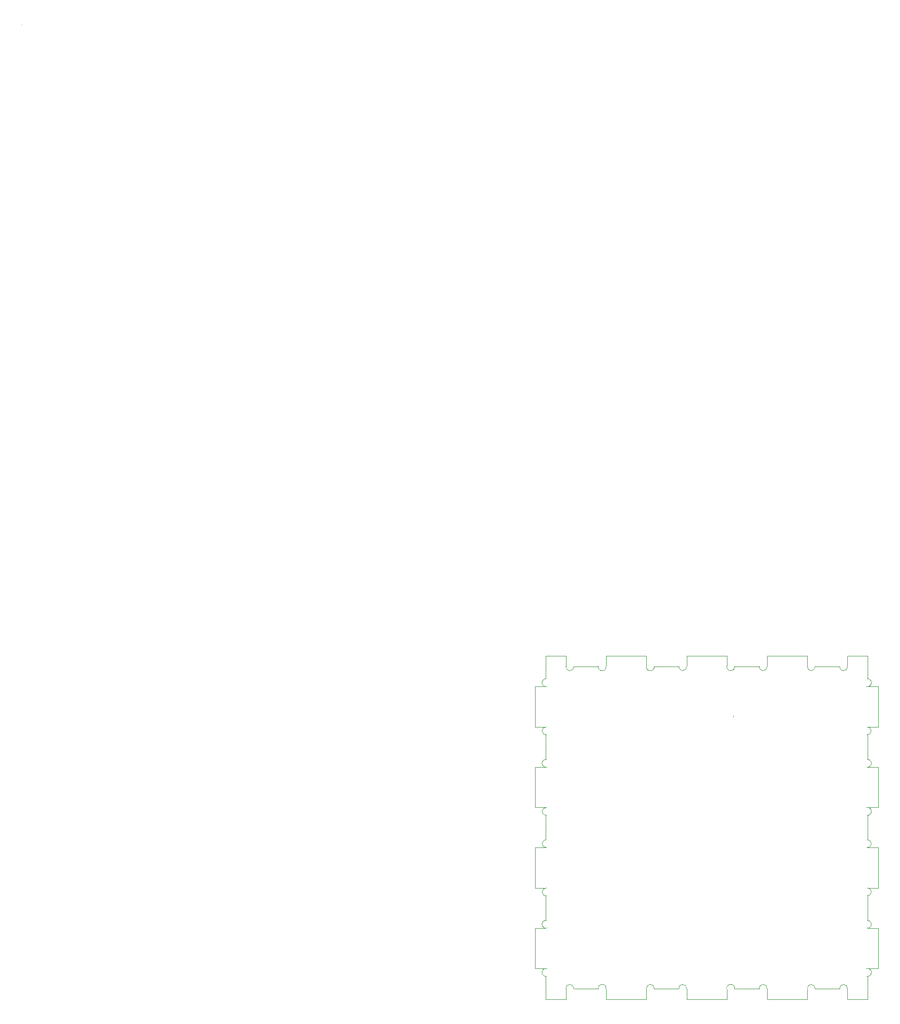
<source format=gbr>
%TF.GenerationSoftware,KiCad,Pcbnew,(6.0.8)*%
%TF.CreationDate,2022-10-30T19:02:54-07:00*%
%TF.ProjectId,LeftEdgeDB,4c656674-4564-4676-9544-422e6b696361,rev?*%
%TF.SameCoordinates,Original*%
%TF.FileFunction,Profile,NP*%
%FSLAX46Y46*%
G04 Gerber Fmt 4.6, Leading zero omitted, Abs format (unit mm)*
G04 Created by KiCad (PCBNEW (6.0.8)) date 2022-10-30 19:02:54*
%MOMM*%
%LPD*%
G01*
G04 APERTURE LIST*
%TA.AperFunction,Profile*%
%ADD10C,0.100000*%
%TD*%
G04 APERTURE END LIST*
D10*
X124603206Y-121209201D02*
X124607388Y-121034521D01*
X95315625Y-168747895D02*
X95316116Y-168747895D01*
X95315625Y-170627175D02*
X95315625Y-168747895D01*
X91797594Y-170627175D02*
X95315625Y-170627175D01*
X91797594Y-166608883D02*
X91797594Y-170627175D01*
X91985251Y-165229874D02*
G75*
G03*
X91895721Y-166608883I-138590J-683413D01*
G01*
X89918296Y-165229870D02*
X91708064Y-165229870D01*
X89918296Y-158178787D02*
X89918296Y-165229870D01*
X91684434Y-158178787D02*
X89918296Y-158178787D01*
X91893008Y-156802695D02*
G75*
G03*
X92006169Y-158178787I-47707J-696622D01*
G01*
X91797594Y-152520726D02*
X91797594Y-156802696D01*
X91915325Y-151136908D02*
G75*
G03*
X91915325Y-152520726I-58864J-691909D01*
G01*
X91797594Y-151127704D02*
X91797594Y-151136906D01*
X89918296Y-151127704D02*
X91797594Y-151127704D01*
X89918296Y-144076627D02*
X89918296Y-151127704D01*
X91797594Y-144076627D02*
X89918296Y-144076627D01*
X91797594Y-144067535D02*
X91797594Y-144076627D01*
X91902692Y-142683679D02*
G75*
G03*
X91902692Y-144067535I-52551J-691928D01*
G01*
X91797594Y-138431509D02*
X91797594Y-142683682D01*
X91915325Y-137047685D02*
G75*
G03*
X91915325Y-138431509I-58864J-691912D01*
G01*
X91797594Y-137040572D02*
X91797594Y-137047689D01*
X89918296Y-137040572D02*
X91797594Y-137040572D01*
X89918296Y-129989489D02*
X89918296Y-137040572D01*
X91692056Y-129989489D02*
X89918296Y-129989489D01*
X91893756Y-128612366D02*
G75*
G03*
X91999294Y-129989489I-48085J-696291D01*
G01*
X91797594Y-124323574D02*
X91797594Y-128612370D01*
X91902925Y-122939720D02*
G75*
G03*
X91902925Y-124323574I-52664J-691927D01*
G01*
X91797594Y-122938406D02*
X91797594Y-122939721D01*
X89918296Y-122938406D02*
X91797594Y-122938406D01*
X89918296Y-115887329D02*
X89918296Y-122938406D01*
X91674754Y-115887329D02*
X89918296Y-115887329D01*
X91886462Y-114512214D02*
G75*
G03*
X92009302Y-115887329I-44431J-697013D01*
G01*
X91797594Y-110490000D02*
X91797594Y-114512210D01*
X95315625Y-110490000D02*
X91797594Y-110490000D01*
X95315625Y-112369298D02*
X95315625Y-110490000D01*
X95321383Y-112369298D02*
X95315625Y-112369298D01*
X95321383Y-112369298D02*
G75*
G03*
X96705201Y-112369298I691909J-59024D01*
G01*
X100985168Y-112369298D02*
X96705201Y-112369298D01*
X100991960Y-112313876D02*
G75*
G03*
X102373486Y-112369298I687371J-112271D01*
G01*
X102366702Y-110490000D02*
X102366702Y-112313875D01*
X109417785Y-110490000D02*
X102366702Y-110490000D01*
X109417785Y-112321070D02*
X109417785Y-110490000D01*
X109412141Y-112369298D02*
G75*
G03*
X110794216Y-112321070I693860J-56769D01*
G01*
X115086566Y-112369298D02*
X110799861Y-112369298D01*
X115092834Y-112304839D02*
G75*
G03*
X116475143Y-112369298I688017J-99518D01*
G01*
X116468868Y-110490000D02*
X116468868Y-112304840D01*
X123504923Y-110490000D02*
X116468868Y-110490000D01*
X123504923Y-112292406D02*
X123504923Y-110490000D01*
X123496077Y-112369298D02*
G75*
G03*
X124877138Y-112292406I694954J-40999D01*
G01*
X129173180Y-112369298D02*
X124885982Y-112369298D01*
X129178059Y-112320474D02*
G75*
G03*
X130560813Y-112369298I688972J-92523D01*
G01*
X130556000Y-110490000D02*
X130556000Y-112320465D01*
X137607083Y-110490000D02*
X130556000Y-110490000D01*
X137607083Y-112301046D02*
X137607083Y-110490000D01*
X137600030Y-112369299D02*
G75*
G03*
X138981947Y-112301046I694501J-37598D01*
G01*
X143270210Y-112369298D02*
X138989027Y-112369298D01*
X143270210Y-112369298D02*
G75*
G03*
X144654028Y-112369298I691909J-59024D01*
G01*
X144658166Y-112369298D02*
X144654028Y-112369298D01*
X144658166Y-110490000D02*
X144658166Y-112369298D01*
X148176191Y-110490000D02*
X144658166Y-110490000D01*
X148176191Y-114513494D02*
X148176191Y-110490000D01*
X147956651Y-115887390D02*
G75*
G03*
X148087555Y-114513494I175180J676493D01*
G01*
X150055472Y-115887329D02*
X148307078Y-115887329D01*
X150055472Y-122938406D02*
X150055472Y-115887329D01*
X148176191Y-122938406D02*
X150055472Y-122938406D01*
X148176191Y-122949881D02*
X148176191Y-122938406D01*
X148062985Y-124333713D02*
G75*
G03*
X148062984Y-122949881I56646J691916D01*
G01*
X148176191Y-128612372D02*
X148176191Y-124333727D01*
X147970795Y-129989459D02*
G75*
G03*
X148072441Y-128612372I153536J680962D01*
G01*
X150055472Y-129989489D02*
X148277843Y-129989489D01*
X150055472Y-137040572D02*
X150055472Y-129989489D01*
X148274863Y-137040572D02*
X150055472Y-137040572D01*
X148081251Y-138418685D02*
G75*
G03*
X147982580Y-137040572I47480J695988D01*
G01*
X148176191Y-142690551D02*
X148176191Y-138418674D01*
X148072536Y-144074443D02*
G75*
G03*
X148072539Y-142690551I51795J691946D01*
G01*
X148176191Y-144076627D02*
X148176191Y-144074401D01*
X150055472Y-144076627D02*
X148176191Y-144076627D01*
X150055472Y-151127704D02*
X150055472Y-144076627D01*
X148176191Y-151127704D02*
X150055472Y-151127704D01*
X148176191Y-151129929D02*
X148176191Y-151127704D01*
X148072971Y-152513864D02*
G75*
G03*
X148072978Y-151129929I51660J691967D01*
G01*
X148176191Y-156801888D02*
X148176191Y-152513777D01*
X147973720Y-158178830D02*
G75*
G03*
X148081714Y-156801888I155211J680533D01*
G01*
X150055472Y-158178787D02*
X148284174Y-158178787D01*
X150055472Y-165229870D02*
X150055472Y-158178787D01*
X148296676Y-165229870D02*
X150055472Y-165229870D01*
X148076999Y-166604583D02*
G75*
G03*
X147956517Y-165229870I49632J696986D01*
G01*
X148176191Y-170627175D02*
X148176191Y-166604538D01*
X144658166Y-170627175D02*
X148176191Y-170627175D01*
X144658166Y-168747895D02*
X144658166Y-170627175D01*
X144653301Y-168747895D02*
X144658166Y-168747895D01*
X144653300Y-168747895D02*
G75*
G03*
X143269894Y-168747895I-691703J36211D01*
G01*
X138988996Y-168747895D02*
X143269894Y-168747895D01*
X138981776Y-168817776D02*
G75*
G03*
X137599911Y-168747895I-687345J105879D01*
G01*
X137607083Y-170627175D02*
X137607083Y-168817783D01*
X130556000Y-170627175D02*
X137607083Y-170627175D01*
X130556000Y-168793217D02*
X130556000Y-170627175D01*
X130560511Y-168747891D02*
G75*
G03*
X129177724Y-168793217I-693680J47094D01*
G01*
X124886031Y-168747895D02*
X129173149Y-168747895D01*
X124878339Y-168808629D02*
G75*
G03*
X123497266Y-168747895I-686708J117432D01*
G01*
X123504923Y-170627175D02*
X123504923Y-168808635D01*
X116468868Y-170627175D02*
X123504923Y-170627175D01*
X116468868Y-168805988D02*
X116468868Y-170627175D01*
X116474768Y-168747895D02*
G75*
G03*
X115092361Y-168805988I-694157J41238D01*
G01*
X110801156Y-168747895D02*
X115086454Y-168747895D01*
X110797998Y-168782961D02*
G75*
G03*
X109414624Y-168747895I-690107J79874D01*
G01*
X96699967Y-168747895D02*
G75*
G03*
X95316115Y-168749185I-691976J52638D01*
G01*
X100985160Y-168747895D02*
X96699970Y-168747895D01*
X102366706Y-168813228D02*
G75*
G03*
X100985160Y-168747895I-686995J112551D01*
G01*
X102366702Y-170627175D02*
X102366702Y-168813227D01*
X109417785Y-170627175D02*
X102366702Y-170627175D01*
X109417785Y-168747895D02*
X109417785Y-170627175D01*
X95315625Y-168747895D02*
X95316116Y-168747895D01*
X95315625Y-170627175D02*
X95315625Y-168747895D01*
X91797594Y-170627175D02*
X95315625Y-170627175D01*
X91797594Y-166608883D02*
X91797594Y-170627175D01*
X91985251Y-165229874D02*
G75*
G03*
X91895721Y-166608883I-138590J-683413D01*
G01*
X89918296Y-165229870D02*
X91708064Y-165229870D01*
X89918296Y-158178787D02*
X89918296Y-165229870D01*
X91684434Y-158178787D02*
X89918296Y-158178787D01*
X91893008Y-156802695D02*
G75*
G03*
X92006169Y-158178787I-47707J-696622D01*
G01*
X91797594Y-152520726D02*
X91797594Y-156802696D01*
X91915325Y-151136908D02*
G75*
G03*
X91915325Y-152520726I-58864J-691909D01*
G01*
X91797594Y-151127704D02*
X91797594Y-151136906D01*
X89918296Y-151127704D02*
X91797594Y-151127704D01*
X89918296Y-144076627D02*
X89918296Y-151127704D01*
X91797594Y-144076627D02*
X89918296Y-144076627D01*
X91797594Y-144067535D02*
X91797594Y-144076627D01*
X91902692Y-142683679D02*
G75*
G03*
X91902692Y-144067535I-52551J-691928D01*
G01*
X91797594Y-138431509D02*
X91797594Y-142683682D01*
X91915325Y-137047685D02*
G75*
G03*
X91915325Y-138431509I-58864J-691912D01*
G01*
X91797594Y-137040572D02*
X91797594Y-137047689D01*
X89918296Y-137040572D02*
X91797594Y-137040572D01*
X89918296Y-129989489D02*
X89918296Y-137040572D01*
X91692056Y-129989489D02*
X89918296Y-129989489D01*
X91893756Y-128612366D02*
G75*
G03*
X91999294Y-129989489I-48085J-696291D01*
G01*
X91797594Y-124323574D02*
X91797594Y-128612370D01*
X91902925Y-122939720D02*
G75*
G03*
X91902925Y-124323574I-52664J-691927D01*
G01*
X91797594Y-122938406D02*
X91797594Y-122939721D01*
X89918296Y-122938406D02*
X91797594Y-122938406D01*
X89918296Y-115887329D02*
X89918296Y-122938406D01*
X91674754Y-115887329D02*
X89918296Y-115887329D01*
X91886462Y-114512214D02*
G75*
G03*
X92009302Y-115887329I-44431J-697013D01*
G01*
X91797594Y-110490000D02*
X91797594Y-114512210D01*
X95315625Y-110490000D02*
X91797594Y-110490000D01*
X95315625Y-112369298D02*
X95315625Y-110490000D01*
X95321383Y-112369298D02*
X95315625Y-112369298D01*
X95321383Y-112369298D02*
G75*
G03*
X96705201Y-112369298I691909J-59024D01*
G01*
X100985168Y-112369298D02*
X96705201Y-112369298D01*
X100991960Y-112313876D02*
G75*
G03*
X102373486Y-112369298I687371J-112271D01*
G01*
X102366702Y-110490000D02*
X102366702Y-112313875D01*
X109417785Y-110490000D02*
X102366702Y-110490000D01*
X109417785Y-112321070D02*
X109417785Y-110490000D01*
X109412141Y-112369298D02*
G75*
G03*
X110794216Y-112321070I693860J-56769D01*
G01*
X115086566Y-112369298D02*
X110799861Y-112369298D01*
X115092834Y-112304839D02*
G75*
G03*
X116475143Y-112369298I688017J-99518D01*
G01*
X116468868Y-110490000D02*
X116468868Y-112304840D01*
X123504923Y-110490000D02*
X116468868Y-110490000D01*
X123504923Y-112292406D02*
X123504923Y-110490000D01*
X123496077Y-112369298D02*
G75*
G03*
X124877138Y-112292406I694954J-40999D01*
G01*
X129173180Y-112369298D02*
X124885982Y-112369298D01*
X129178059Y-112320474D02*
G75*
G03*
X130560813Y-112369298I688972J-92523D01*
G01*
X130556000Y-110490000D02*
X130556000Y-112320465D01*
X137607083Y-110490000D02*
X130556000Y-110490000D01*
X137607083Y-112301046D02*
X137607083Y-110490000D01*
X137600030Y-112369299D02*
G75*
G03*
X138981947Y-112301046I694501J-37598D01*
G01*
X143270210Y-112369298D02*
X138989027Y-112369298D01*
X143270210Y-112369298D02*
G75*
G03*
X144654028Y-112369298I691909J-59024D01*
G01*
X144658166Y-112369298D02*
X144654028Y-112369298D01*
X144658166Y-110490000D02*
X144658166Y-112369298D01*
X148176191Y-110490000D02*
X144658166Y-110490000D01*
X148176191Y-114513494D02*
X148176191Y-110490000D01*
X147956651Y-115887390D02*
G75*
G03*
X148087555Y-114513494I175180J676493D01*
G01*
X150055472Y-115887329D02*
X148307078Y-115887329D01*
X150055472Y-122938406D02*
X150055472Y-115887329D01*
X148176191Y-122938406D02*
X150055472Y-122938406D01*
X148176191Y-122949881D02*
X148176191Y-122938406D01*
X148062985Y-124333713D02*
G75*
G03*
X148062984Y-122949881I56646J691916D01*
G01*
X148176191Y-128612372D02*
X148176191Y-124333727D01*
X147970795Y-129989459D02*
G75*
G03*
X148072441Y-128612372I153536J680962D01*
G01*
X150055472Y-129989489D02*
X148277843Y-129989489D01*
X150055472Y-137040572D02*
X150055472Y-129989489D01*
X148274863Y-137040572D02*
X150055472Y-137040572D01*
X148081251Y-138418685D02*
G75*
G03*
X147982580Y-137040572I47480J695988D01*
G01*
X148176191Y-142690551D02*
X148176191Y-138418674D01*
X148072536Y-144074443D02*
G75*
G03*
X148072539Y-142690551I51795J691946D01*
G01*
X148176191Y-144076627D02*
X148176191Y-144074401D01*
X150055472Y-144076627D02*
X148176191Y-144076627D01*
X150055472Y-151127704D02*
X150055472Y-144076627D01*
X148176191Y-151127704D02*
X150055472Y-151127704D01*
X148176191Y-151129929D02*
X148176191Y-151127704D01*
X148072971Y-152513864D02*
G75*
G03*
X148072978Y-151129929I51660J691967D01*
G01*
X148176191Y-156801888D02*
X148176191Y-152513777D01*
X147973720Y-158178830D02*
G75*
G03*
X148081714Y-156801888I155211J680533D01*
G01*
X150055472Y-158178787D02*
X148284174Y-158178787D01*
X150055472Y-165229870D02*
X150055472Y-158178787D01*
X148296676Y-165229870D02*
X150055472Y-165229870D01*
X148076999Y-166604583D02*
G75*
G03*
X147956517Y-165229870I49632J696986D01*
G01*
X148176191Y-170627175D02*
X148176191Y-166604538D01*
X144658166Y-170627175D02*
X148176191Y-170627175D01*
X144658166Y-168747895D02*
X144658166Y-170627175D01*
X144653301Y-168747895D02*
X144658166Y-168747895D01*
X144653300Y-168747895D02*
G75*
G03*
X143269894Y-168747895I-691703J36211D01*
G01*
X138988996Y-168747895D02*
X143269894Y-168747895D01*
X138981776Y-168817776D02*
G75*
G03*
X137599911Y-168747895I-687345J105879D01*
G01*
X137607083Y-170627175D02*
X137607083Y-168817783D01*
X130556000Y-170627175D02*
X137607083Y-170627175D01*
X130556000Y-168793217D02*
X130556000Y-170627175D01*
X130560511Y-168747891D02*
G75*
G03*
X129177724Y-168793217I-693680J47094D01*
G01*
X124886031Y-168747895D02*
X129173149Y-168747895D01*
X124878339Y-168808629D02*
G75*
G03*
X123497266Y-168747895I-686708J117432D01*
G01*
X123504923Y-170627175D02*
X123504923Y-168808635D01*
X116468868Y-170627175D02*
X123504923Y-170627175D01*
X116468868Y-168805988D02*
X116468868Y-170627175D01*
X116474768Y-168747895D02*
G75*
G03*
X115092361Y-168805988I-694157J41238D01*
G01*
X110801156Y-168747895D02*
X115086454Y-168747895D01*
X110797998Y-168782961D02*
G75*
G03*
X109414624Y-168747895I-690107J79874D01*
G01*
X96699967Y-168747895D02*
G75*
G03*
X95316115Y-168749185I-691976J52638D01*
G01*
X100985160Y-168747895D02*
X96699970Y-168747895D01*
X102366706Y-168813228D02*
G75*
G03*
X100985160Y-168747895I-686995J112551D01*
G01*
X102366702Y-170627175D02*
X102366702Y-168813227D01*
X109417785Y-170627175D02*
X102366702Y-170627175D01*
X109417785Y-168747895D02*
X109417785Y-170627175D01*
X95315625Y-168747895D02*
X95316116Y-168747895D01*
X95315625Y-170627175D02*
X95315625Y-168747895D01*
X91797594Y-170627175D02*
X95315625Y-170627175D01*
X91797594Y-166608883D02*
X91797594Y-170627175D01*
X91985251Y-165229874D02*
G75*
G03*
X91895721Y-166608883I-138590J-683413D01*
G01*
X89918296Y-165229870D02*
X91708064Y-165229870D01*
X89918296Y-158178787D02*
X89918296Y-165229870D01*
X91684434Y-158178787D02*
X89918296Y-158178787D01*
X91893008Y-156802695D02*
G75*
G03*
X92006169Y-158178787I-47707J-696622D01*
G01*
X91797594Y-152520726D02*
X91797594Y-156802696D01*
X91915325Y-151136908D02*
G75*
G03*
X91915325Y-152520726I-58864J-691909D01*
G01*
X91797594Y-151127704D02*
X91797594Y-151136906D01*
X89918296Y-151127704D02*
X91797594Y-151127704D01*
X89918296Y-144076627D02*
X89918296Y-151127704D01*
X91797594Y-144076627D02*
X89918296Y-144076627D01*
X91797594Y-144067535D02*
X91797594Y-144076627D01*
X91902692Y-142683679D02*
G75*
G03*
X91902692Y-144067535I-52551J-691928D01*
G01*
X91797594Y-138431509D02*
X91797594Y-142683682D01*
X91915325Y-137047685D02*
G75*
G03*
X91915325Y-138431509I-58864J-691912D01*
G01*
X91797594Y-137040572D02*
X91797594Y-137047689D01*
X89918296Y-137040572D02*
X91797594Y-137040572D01*
X89918296Y-129989489D02*
X89918296Y-137040572D01*
X91692056Y-129989489D02*
X89918296Y-129989489D01*
X91893756Y-128612366D02*
G75*
G03*
X91999294Y-129989489I-48085J-696291D01*
G01*
X91797594Y-124323574D02*
X91797594Y-128612370D01*
X91902925Y-122939720D02*
G75*
G03*
X91902925Y-124323574I-52664J-691927D01*
G01*
X91797594Y-122938406D02*
X91797594Y-122939721D01*
X89918296Y-122938406D02*
X91797594Y-122938406D01*
X89918296Y-115887329D02*
X89918296Y-122938406D01*
X91674754Y-115887329D02*
X89918296Y-115887329D01*
X91886462Y-114512214D02*
G75*
G03*
X92009302Y-115887329I-44431J-697013D01*
G01*
X91797594Y-110490000D02*
X91797594Y-114512210D01*
X95315625Y-110490000D02*
X91797594Y-110490000D01*
X95315625Y-112369298D02*
X95315625Y-110490000D01*
X95321383Y-112369298D02*
X95315625Y-112369298D01*
X95321383Y-112369298D02*
G75*
G03*
X96705201Y-112369298I691909J-59024D01*
G01*
X100985168Y-112369298D02*
X96705201Y-112369298D01*
X100991960Y-112313876D02*
G75*
G03*
X102373486Y-112369298I687371J-112271D01*
G01*
X102366702Y-110490000D02*
X102366702Y-112313875D01*
X109417785Y-110490000D02*
X102366702Y-110490000D01*
X109417785Y-112321070D02*
X109417785Y-110490000D01*
X109412141Y-112369298D02*
G75*
G03*
X110794216Y-112321070I693860J-56769D01*
G01*
X115086566Y-112369298D02*
X110799861Y-112369298D01*
X115092834Y-112304839D02*
G75*
G03*
X116475143Y-112369298I688017J-99518D01*
G01*
X116468868Y-110490000D02*
X116468868Y-112304840D01*
X123504923Y-110490000D02*
X116468868Y-110490000D01*
X123504923Y-112292406D02*
X123504923Y-110490000D01*
X123496077Y-112369298D02*
G75*
G03*
X124877138Y-112292406I694954J-40999D01*
G01*
X129173180Y-112369298D02*
X124885982Y-112369298D01*
X129178059Y-112320474D02*
G75*
G03*
X130560813Y-112369298I688972J-92523D01*
G01*
X130556000Y-110490000D02*
X130556000Y-112320465D01*
X137607083Y-110490000D02*
X130556000Y-110490000D01*
X137607083Y-112301046D02*
X137607083Y-110490000D01*
X137600030Y-112369299D02*
G75*
G03*
X138981947Y-112301046I694501J-37598D01*
G01*
X143270210Y-112369298D02*
X138989027Y-112369298D01*
X143270210Y-112369298D02*
G75*
G03*
X144654028Y-112369298I691909J-59024D01*
G01*
X144658166Y-112369298D02*
X144654028Y-112369298D01*
X144658166Y-110490000D02*
X144658166Y-112369298D01*
X148176191Y-110490000D02*
X144658166Y-110490000D01*
X148176191Y-114513494D02*
X148176191Y-110490000D01*
X147956651Y-115887390D02*
G75*
G03*
X148087555Y-114513494I175180J676493D01*
G01*
X150055472Y-115887329D02*
X148307078Y-115887329D01*
X150055472Y-122938406D02*
X150055472Y-115887329D01*
X148176191Y-122938406D02*
X150055472Y-122938406D01*
X148176191Y-122949881D02*
X148176191Y-122938406D01*
X148062985Y-124333713D02*
G75*
G03*
X148062984Y-122949881I56646J691916D01*
G01*
X148176191Y-128612372D02*
X148176191Y-124333727D01*
X147970795Y-129989459D02*
G75*
G03*
X148072441Y-128612372I153536J680962D01*
G01*
X150055472Y-129989489D02*
X148277843Y-129989489D01*
X150055472Y-137040572D02*
X150055472Y-129989489D01*
X148274863Y-137040572D02*
X150055472Y-137040572D01*
X148081251Y-138418685D02*
G75*
G03*
X147982580Y-137040572I47480J695988D01*
G01*
X148176191Y-142690551D02*
X148176191Y-138418674D01*
X148072536Y-144074443D02*
G75*
G03*
X148072539Y-142690551I51795J691946D01*
G01*
X148176191Y-144076627D02*
X148176191Y-144074401D01*
X150055472Y-144076627D02*
X148176191Y-144076627D01*
X150055472Y-151127704D02*
X150055472Y-144076627D01*
X148176191Y-151127704D02*
X150055472Y-151127704D01*
X148176191Y-151129929D02*
X148176191Y-151127704D01*
X148072971Y-152513864D02*
G75*
G03*
X148072978Y-151129929I51660J691967D01*
G01*
X148176191Y-156801888D02*
X148176191Y-152513777D01*
X147973720Y-158178830D02*
G75*
G03*
X148081714Y-156801888I155211J680533D01*
G01*
X150055472Y-158178787D02*
X148284174Y-158178787D01*
X150055472Y-165229870D02*
X150055472Y-158178787D01*
X148296676Y-165229870D02*
X150055472Y-165229870D01*
X148076999Y-166604583D02*
G75*
G03*
X147956517Y-165229870I49632J696986D01*
G01*
X148176191Y-170627175D02*
X148176191Y-166604538D01*
X144658166Y-170627175D02*
X148176191Y-170627175D01*
X144658166Y-168747895D02*
X144658166Y-170627175D01*
X144653301Y-168747895D02*
X144658166Y-168747895D01*
X144653300Y-168747895D02*
G75*
G03*
X143269894Y-168747895I-691703J36211D01*
G01*
X138988996Y-168747895D02*
X143269894Y-168747895D01*
X138981776Y-168817776D02*
G75*
G03*
X137599911Y-168747895I-687345J105879D01*
G01*
X137607083Y-170627175D02*
X137607083Y-168817783D01*
X130556000Y-170627175D02*
X137607083Y-170627175D01*
X130556000Y-168793217D02*
X130556000Y-170627175D01*
X130560511Y-168747891D02*
G75*
G03*
X129177724Y-168793217I-693680J47094D01*
G01*
X124886031Y-168747895D02*
X129173149Y-168747895D01*
X124878339Y-168808629D02*
G75*
G03*
X123497266Y-168747895I-686708J117432D01*
G01*
X123504923Y-170627175D02*
X123504923Y-168808635D01*
X116468868Y-170627175D02*
X123504923Y-170627175D01*
X116468868Y-168805988D02*
X116468868Y-170627175D01*
X116474768Y-168747895D02*
G75*
G03*
X115092361Y-168805988I-694157J41238D01*
G01*
X110801156Y-168747895D02*
X115086454Y-168747895D01*
X110797998Y-168782961D02*
G75*
G03*
X109414624Y-168747895I-690107J79874D01*
G01*
X96699967Y-168747895D02*
G75*
G03*
X95316115Y-168749185I-691976J52638D01*
G01*
X100985160Y-168747895D02*
X96699970Y-168747895D01*
X102366706Y-168813228D02*
G75*
G03*
X100985160Y-168747895I-686995J112551D01*
G01*
X102366702Y-170627175D02*
X102366702Y-168813227D01*
X109417785Y-170627175D02*
X102366702Y-170627175D01*
X109417785Y-168747895D02*
X109417785Y-170627175D01*
X109417785Y-170627175D02*
X109417785Y-168782961D01*
X102366702Y-170627175D02*
X109417785Y-170627175D01*
X102366702Y-168813227D02*
X102366702Y-170627175D01*
X96699970Y-168747895D02*
X100985160Y-168747895D01*
X0Y0D02*
X0Y0D01*
X0Y0D02*
X0Y0D01*
X0Y0D02*
X0Y0D01*
X0Y0D02*
X0Y0D01*
X0Y0D02*
X0Y0D01*
X0Y0D02*
X0Y0D01*
X0Y0D02*
X0Y0D01*
X0Y0D02*
X0Y0D01*
X0Y0D02*
X0Y0D01*
X0Y0D02*
X0Y0D01*
X0Y0D02*
X0Y0D01*
X0Y0D02*
X0Y0D01*
X0Y0D02*
X0Y0D01*
X0Y0D02*
X0Y0D01*
X0Y0D02*
X0Y0D01*
X0Y0D02*
X0Y0D01*
X0Y0D02*
X0Y0D01*
X0Y0D02*
X0Y0D01*
X0Y0D02*
X0Y0D01*
X0Y0D02*
X0Y0D01*
X0Y0D02*
X0Y0D01*
X0Y0D02*
X0Y0D01*
X0Y0D02*
X0Y0D01*
X0Y0D02*
X0Y0D01*
X0Y0D02*
X0Y0D01*
X0Y0D02*
X0Y0D01*
X0Y0D02*
X0Y0D01*
X0Y0D02*
X0Y0D01*
X0Y0D02*
X0Y0D01*
X0Y0D02*
X0Y0D01*
X0Y0D02*
X0Y0D01*
X0Y0D02*
X0Y0D01*
X0Y0D02*
X0Y0D01*
X0Y0D02*
X0Y0D01*
X0Y0D02*
X0Y0D01*
X0Y0D02*
X0Y0D01*
X0Y0D02*
X0Y0D01*
X0Y0D02*
X0Y0D01*
X0Y0D02*
X0Y0D01*
X0Y0D02*
X0Y0D01*
X0Y0D02*
X0Y0D01*
X0Y0D02*
X0Y0D01*
X0Y0D02*
X0Y0D01*
X0Y0D02*
X0Y0D01*
X0Y0D02*
X0Y0D01*
X0Y0D02*
X0Y0D01*
X0Y0D02*
X0Y0D01*
X0Y0D02*
X0Y0D01*
X0Y0D02*
X0Y0D01*
X0Y0D02*
X0Y0D01*
X0Y0D02*
X0Y0D01*
X0Y0D02*
X0Y0D01*
X0Y0D02*
X0Y0D01*
X0Y0D02*
X0Y0D01*
X0Y0D02*
X0Y0D01*
X0Y0D02*
X0Y0D01*
X0Y0D02*
X0Y0D01*
X0Y0D02*
X0Y0D01*
X0Y0D02*
X0Y0D01*
X0Y0D02*
X0Y0D01*
X0Y0D02*
X0Y0D01*
X0Y0D02*
X0Y0D01*
X0Y0D02*
X0Y0D01*
X0Y0D02*
X0Y0D01*
X0Y0D02*
X0Y0D01*
X0Y0D02*
X0Y0D01*
X0Y0D02*
X0Y0D01*
X0Y0D02*
X0Y0D01*
X0Y0D02*
X0Y0D01*
X0Y0D02*
X0Y0D01*
X0Y0D02*
X0Y0D01*
X0Y0D02*
X0Y0D01*
X0Y0D02*
X0Y0D01*
X0Y0D02*
X0Y0D01*
X0Y0D02*
X0Y0D01*
X0Y0D02*
X0Y0D01*
X0Y0D02*
X0Y0D01*
X0Y0D02*
X0Y0D01*
X0Y0D02*
X0Y0D01*
X0Y0D02*
X0Y0D01*
X0Y0D02*
X0Y0D01*
X0Y0D02*
X0Y0D01*
X0Y0D02*
X0Y0D01*
X0Y0D02*
X0Y0D01*
X0Y0D02*
X0Y0D01*
X0Y0D02*
X0Y0D01*
X0Y0D02*
X0Y0D01*
X0Y0D02*
X0Y0D01*
X0Y0D02*
X0Y0D01*
X0Y0D02*
X0Y0D01*
X0Y0D02*
X0Y0D01*
X0Y0D02*
X0Y0D01*
X0Y0D02*
X0Y0D01*
X0Y0D02*
X0Y0D01*
X0Y0D02*
X0Y0D01*
X0Y0D02*
X0Y0D01*
X0Y0D02*
X0Y0D01*
X0Y0D02*
X0Y0D01*
X0Y0D02*
X0Y0D01*
X0Y0D02*
X0Y0D01*
X0Y0D02*
X0Y0D01*
X0Y0D02*
X0Y0D01*
X0Y0D02*
X0Y0D01*
X0Y0D02*
X0Y0D01*
X0Y0D02*
X0Y0D01*
X0Y0D02*
X0Y0D01*
X0Y0D02*
X0Y0D01*
X0Y0D02*
X0Y0D01*
X0Y0D02*
X0Y0D01*
X0Y0D02*
X0Y0D01*
X0Y0D02*
X0Y0D01*
X0Y0D02*
X0Y0D01*
X0Y0D02*
X0Y0D01*
X0Y0D02*
X0Y0D01*
X0Y0D02*
X0Y0D01*
X0Y0D02*
X0Y0D01*
X0Y0D02*
X0Y0D01*
X0Y0D02*
X0Y0D01*
X0Y0D02*
X0Y0D01*
X0Y0D02*
X0Y0D01*
X0Y0D02*
X0Y0D01*
X0Y0D02*
X0Y0D01*
X0Y0D02*
X0Y0D01*
X0Y0D02*
X0Y0D01*
X0Y0D02*
X0Y0D01*
X0Y0D02*
X0Y0D01*
X0Y0D02*
X0Y0D01*
X0Y0D02*
X0Y0D01*
X0Y0D02*
X0Y0D01*
X0Y0D02*
X0Y0D01*
X0Y0D02*
X0Y0D01*
X0Y0D02*
X0Y0D01*
X0Y0D02*
X0Y0D01*
X0Y0D02*
X0Y0D01*
X0Y0D02*
X0Y0D01*
X0Y0D02*
X0Y0D01*
X0Y0D02*
X0Y0D01*
X0Y0D02*
X0Y0D01*
X0Y0D02*
X0Y0D01*
X0Y0D02*
X0Y0D01*
X0Y0D02*
X0Y0D01*
X0Y0D02*
X0Y0D01*
X0Y0D02*
X0Y0D01*
X0Y0D02*
X0Y0D01*
X0Y0D02*
X0Y0D01*
X0Y0D02*
X0Y0D01*
X0Y0D02*
X0Y0D01*
X0Y0D02*
X0Y0D01*
X0Y0D02*
X0Y0D01*
X0Y0D02*
X0Y0D01*
X0Y0D02*
X0Y0D01*
X0Y0D02*
X0Y0D01*
X0Y0D02*
X0Y0D01*
X0Y0D02*
X0Y0D01*
X0Y0D02*
X0Y0D01*
X0Y0D02*
X0Y0D01*
X0Y0D02*
X0Y0D01*
X0Y0D02*
X0Y0D01*
X0Y0D02*
X0Y0D01*
X0Y0D02*
X0Y0D01*
X0Y0D02*
X0Y0D01*
X0Y0D02*
X0Y0D01*
X0Y0D02*
X0Y0D01*
X0Y0D02*
X0Y0D01*
X0Y0D02*
X0Y0D01*
X0Y0D02*
X0Y0D01*
X0Y0D02*
X0Y0D01*
X0Y0D02*
X0Y0D01*
X0Y0D02*
X0Y0D01*
X0Y0D02*
X0Y0D01*
X0Y0D02*
X0Y0D01*
X0Y0D02*
X0Y0D01*
X0Y0D02*
X0Y0D01*
X0Y0D02*
X0Y0D01*
X0Y0D02*
X0Y0D01*
X0Y0D02*
X0Y0D01*
X0Y0D02*
X0Y0D01*
X0Y0D02*
X0Y0D01*
X0Y0D02*
X0Y0D01*
X0Y0D02*
X0Y0D01*
X0Y0D02*
X0Y0D01*
X0Y0D02*
X0Y0D01*
X0Y0D02*
X0Y0D01*
X0Y0D02*
X0Y0D01*
X0Y0D02*
X0Y0D01*
X0Y0D02*
X0Y0D01*
X0Y0D02*
X0Y0D01*
X0Y0D02*
X0Y0D01*
X0Y0D02*
X0Y0D01*
X0Y0D02*
X0Y0D01*
X0Y0D02*
X0Y0D01*
X0Y0D02*
X0Y0D01*
X0Y0D02*
X0Y0D01*
X0Y0D02*
X0Y0D01*
X0Y0D02*
X0Y0D01*
X0Y0D02*
X0Y0D01*
X0Y0D02*
X0Y0D01*
X0Y0D02*
X0Y0D01*
X0Y0D02*
X0Y0D01*
X0Y0D02*
X0Y0D01*
X0Y0D02*
X0Y0D01*
X0Y0D02*
X0Y0D01*
X0Y0D02*
X0Y0D01*
X0Y0D02*
X0Y0D01*
X0Y0D02*
X0Y0D01*
X0Y0D02*
X0Y0D01*
X0Y0D02*
X0Y0D01*
X0Y0D02*
X0Y0D01*
X0Y0D02*
X0Y0D01*
X0Y0D02*
X0Y0D01*
X0Y0D02*
X0Y0D01*
X0Y0D02*
X0Y0D01*
X0Y0D02*
X0Y0D01*
X0Y0D02*
X0Y0D01*
X0Y0D02*
X0Y0D01*
X0Y0D02*
X0Y0D01*
X0Y0D02*
X0Y0D01*
X0Y0D02*
X0Y0D01*
X0Y0D02*
X0Y0D01*
X0Y0D02*
X0Y0D01*
X0Y0D02*
X0Y0D01*
X0Y0D02*
X0Y0D01*
X0Y0D02*
X0Y0D01*
X0Y0D02*
X0Y0D01*
X0Y0D02*
X0Y0D01*
X0Y0D02*
X0Y0D01*
X0Y0D02*
X0Y0D01*
X0Y0D02*
X0Y0D01*
X0Y0D02*
X0Y0D01*
X0Y0D02*
X0Y0D01*
X0Y0D02*
X0Y0D01*
X0Y0D02*
X0Y0D01*
X0Y0D02*
X0Y0D01*
X0Y0D02*
X0Y0D01*
X0Y0D02*
X0Y0D01*
X0Y0D02*
X0Y0D01*
X0Y0D02*
X0Y0D01*
X0Y0D02*
X0Y0D01*
X0Y0D02*
X0Y0D01*
X0Y0D02*
X0Y0D01*
X0Y0D02*
X0Y0D01*
X0Y0D02*
X0Y0D01*
X0Y0D02*
X0Y0D01*
X0Y0D02*
X0Y0D01*
X0Y0D02*
X0Y0D01*
X0Y0D02*
X0Y0D01*
X0Y0D02*
X0Y0D01*
X0Y0D02*
X0Y0D01*
X0Y0D02*
X0Y0D01*
X0Y0D02*
X0Y0D01*
X0Y0D02*
X0Y0D01*
X0Y0D02*
X0Y0D01*
X0Y0D02*
X0Y0D01*
X0Y0D02*
X0Y0D01*
X0Y0D02*
X0Y0D01*
X0Y0D02*
X0Y0D01*
X0Y0D02*
X0Y0D01*
X0Y0D02*
X0Y0D01*
X0Y0D02*
X0Y0D01*
X0Y0D02*
X0Y0D01*
X0Y0D02*
X0Y0D01*
X0Y0D02*
X0Y0D01*
X0Y0D02*
X0Y0D01*
X0Y0D02*
X0Y0D01*
X0Y0D02*
X0Y0D01*
X0Y0D02*
X0Y0D01*
X0Y0D02*
X0Y0D01*
X0Y0D02*
X0Y0D01*
X0Y0D02*
X0Y0D01*
X0Y0D02*
X0Y0D01*
X0Y0D02*
X0Y0D01*
X0Y0D02*
X0Y0D01*
X0Y0D02*
X0Y0D01*
X0Y0D02*
X0Y0D01*
X0Y0D02*
X0Y0D01*
X0Y0D02*
X0Y0D01*
X0Y0D02*
X0Y0D01*
X0Y0D02*
X0Y0D01*
X0Y0D02*
X0Y0D01*
X0Y0D02*
X0Y0D01*
X0Y0D02*
X0Y0D01*
X0Y0D02*
X0Y0D01*
X0Y0D02*
X0Y0D01*
X0Y0D02*
X0Y0D01*
X0Y0D02*
X0Y0D01*
X0Y0D02*
X0Y0D01*
X0Y0D02*
X0Y0D01*
X0Y0D02*
X0Y0D01*
X0Y0D02*
X0Y0D01*
X0Y0D02*
X0Y0D01*
X0Y0D02*
X0Y0D01*
X0Y0D02*
X0Y0D01*
X0Y0D02*
X0Y0D01*
X0Y0D02*
X0Y0D01*
X0Y0D02*
X0Y0D01*
X0Y0D02*
X0Y0D01*
X0Y0D02*
X0Y0D01*
X0Y0D02*
X0Y0D01*
X0Y0D02*
X0Y0D01*
X0Y0D02*
X0Y0D01*
X0Y0D02*
X0Y0D01*
X0Y0D02*
X0Y0D01*
X0Y0D02*
X0Y0D01*
X0Y0D02*
X0Y0D01*
X0Y0D02*
X0Y0D01*
X0Y0D02*
X0Y0D01*
X0Y0D02*
X0Y0D01*
X0Y0D02*
X0Y0D01*
X0Y0D02*
X0Y0D01*
X0Y0D02*
X0Y0D01*
X0Y0D02*
X0Y0D01*
X0Y0D02*
X0Y0D01*
X0Y0D02*
X0Y0D01*
X0Y0D02*
X0Y0D01*
X0Y0D02*
X0Y0D01*
X0Y0D02*
X0Y0D01*
X0Y0D02*
X0Y0D01*
X0Y0D02*
X0Y0D01*
X0Y0D02*
X0Y0D01*
X0Y0D02*
X0Y0D01*
X0Y0D02*
X0Y0D01*
X0Y0D02*
X0Y0D01*
X0Y0D02*
X0Y0D01*
X0Y0D02*
X0Y0D01*
X0Y0D02*
X0Y0D01*
X0Y0D02*
X0Y0D01*
X0Y0D02*
X0Y0D01*
X0Y0D02*
X0Y0D01*
X0Y0D02*
X0Y0D01*
X0Y0D02*
X0Y0D01*
X0Y0D02*
X0Y0D01*
X0Y0D02*
X0Y0D01*
X0Y0D02*
X0Y0D01*
X0Y0D02*
X0Y0D01*
X0Y0D02*
X0Y0D01*
X0Y0D02*
X0Y0D01*
X0Y0D02*
X0Y0D01*
X0Y0D02*
X0Y0D01*
X0Y0D02*
X0Y0D01*
X0Y0D02*
X0Y0D01*
X0Y0D02*
X0Y0D01*
X0Y0D02*
X0Y0D01*
X0Y0D02*
X0Y0D01*
X0Y0D02*
X0Y0D01*
X0Y0D02*
X0Y0D01*
X0Y0D02*
X0Y0D01*
X0Y0D02*
X0Y0D01*
X0Y0D02*
X0Y0D01*
X0Y0D02*
X0Y0D01*
X0Y0D02*
X0Y0D01*
X0Y0D02*
X0Y0D01*
X0Y0D02*
X0Y0D01*
X0Y0D02*
X0Y0D01*
X0Y0D02*
X0Y0D01*
X0Y0D02*
X0Y0D01*
X0Y0D02*
X0Y0D01*
X0Y0D02*
X0Y0D01*
X0Y0D02*
X0Y0D01*
X0Y0D02*
X0Y0D01*
X0Y0D02*
X0Y0D01*
X0Y0D02*
X0Y0D01*
X0Y0D02*
X0Y0D01*
X0Y0D02*
X0Y0D01*
X0Y0D02*
X0Y0D01*
X0Y0D02*
X0Y0D01*
X0Y0D02*
X0Y0D01*
X0Y0D02*
X0Y0D01*
X0Y0D02*
X0Y0D01*
X0Y0D02*
X0Y0D01*
X0Y0D02*
X0Y0D01*
X0Y0D02*
X0Y0D01*
X0Y0D02*
X0Y0D01*
X0Y0D02*
X0Y0D01*
X0Y0D02*
X0Y0D01*
X0Y0D02*
X0Y0D01*
X0Y0D02*
X0Y0D01*
X0Y0D02*
X0Y0D01*
X0Y0D02*
X0Y0D01*
X0Y0D02*
X0Y0D01*
X0Y0D02*
X0Y0D01*
X0Y0D02*
X0Y0D01*
X0Y0D02*
X0Y0D01*
X0Y0D02*
X0Y0D01*
X0Y0D02*
X0Y0D01*
X0Y0D02*
X0Y0D01*
X0Y0D02*
X0Y0D01*
X0Y0D02*
X0Y0D01*
X0Y0D02*
X0Y0D01*
X0Y0D02*
X0Y0D01*
X0Y0D02*
X0Y0D01*
X0Y0D02*
X0Y0D01*
X0Y0D02*
X0Y0D01*
X0Y0D02*
X0Y0D01*
X0Y0D02*
X0Y0D01*
X0Y0D02*
X0Y0D01*
X0Y0D02*
X0Y0D01*
X0Y0D02*
X0Y0D01*
X0Y0D02*
X0Y0D01*
X0Y0D02*
X0Y0D01*
X0Y0D02*
X0Y0D01*
X0Y0D02*
X0Y0D01*
X0Y0D02*
X0Y0D01*
X0Y0D02*
X0Y0D01*
X0Y0D02*
X0Y0D01*
X0Y0D02*
X0Y0D01*
X0Y0D02*
X0Y0D01*
X0Y0D02*
X0Y0D01*
X0Y0D02*
X0Y0D01*
X0Y0D02*
X0Y0D01*
X0Y0D02*
X0Y0D01*
X0Y0D02*
X0Y0D01*
X0Y0D02*
X0Y0D01*
X0Y0D02*
X0Y0D01*
X0Y0D02*
X0Y0D01*
X0Y0D02*
X0Y0D01*
X0Y0D02*
X0Y0D01*
X0Y0D02*
X0Y0D01*
X0Y0D02*
X0Y0D01*
X0Y0D02*
X0Y0D01*
X0Y0D02*
X0Y0D01*
X0Y0D02*
X0Y0D01*
X0Y0D02*
X0Y0D01*
X0Y0D02*
X0Y0D01*
X0Y0D02*
X0Y0D01*
X0Y0D02*
X0Y0D01*
X0Y0D02*
X0Y0D01*
X0Y0D02*
X0Y0D01*
X0Y0D02*
X0Y0D01*
X0Y0D02*
X0Y0D01*
X0Y0D02*
X0Y0D01*
X0Y0D02*
X0Y0D01*
X0Y0D02*
X0Y0D01*
X0Y0D02*
X0Y0D01*
X0Y0D02*
X0Y0D01*
X0Y0D02*
X0Y0D01*
X0Y0D02*
X0Y0D01*
X0Y0D02*
X0Y0D01*
X0Y0D02*
X0Y0D01*
X0Y0D02*
X0Y0D01*
X0Y0D02*
X0Y0D01*
X0Y0D02*
X0Y0D01*
X0Y0D02*
X0Y0D01*
X0Y0D02*
X0Y0D01*
X0Y0D02*
X0Y0D01*
X0Y0D02*
X0Y0D01*
X0Y0D02*
X0Y0D01*
X0Y0D02*
X0Y0D01*
X0Y0D02*
X0Y0D01*
X0Y0D02*
X0Y0D01*
X0Y0D02*
X0Y0D01*
X0Y0D02*
X0Y0D01*
X0Y0D02*
X0Y0D01*
X0Y0D02*
X0Y0D01*
X0Y0D02*
X0Y0D01*
X0Y0D02*
X0Y0D01*
X0Y0D02*
X0Y0D01*
X0Y0D02*
X0Y0D01*
X0Y0D02*
X0Y0D01*
X0Y0D02*
X0Y0D01*
X0Y0D02*
X0Y0D01*
X0Y0D02*
X0Y0D01*
X0Y0D02*
X0Y0D01*
X0Y0D02*
X0Y0D01*
X0Y0D02*
X0Y0D01*
X0Y0D02*
X0Y0D01*
X0Y0D02*
X0Y0D01*
X0Y0D02*
X0Y0D01*
X0Y0D02*
X0Y0D01*
X0Y0D02*
X0Y0D01*
X0Y0D02*
X0Y0D01*
X0Y0D02*
X0Y0D01*
X0Y0D02*
X0Y0D01*
X0Y0D02*
X0Y0D01*
X0Y0D02*
X0Y0D01*
X0Y0D02*
X0Y0D01*
X0Y0D02*
X0Y0D01*
X0Y0D02*
X0Y0D01*
X0Y0D02*
X0Y0D01*
X0Y0D02*
X0Y0D01*
X0Y0D02*
X0Y0D01*
X0Y0D02*
X0Y0D01*
X0Y0D02*
X0Y0D01*
X0Y0D02*
X0Y0D01*
X0Y0D02*
X0Y0D01*
X0Y0D02*
X0Y0D01*
X0Y0D02*
X0Y0D01*
X0Y0D02*
X0Y0D01*
X0Y0D02*
X0Y0D01*
X0Y0D02*
X0Y0D01*
X0Y0D02*
X0Y0D01*
X0Y0D02*
X0Y0D01*
X0Y0D02*
X0Y0D01*
X0Y0D02*
X0Y0D01*
X0Y0D02*
X0Y0D01*
X0Y0D02*
X0Y0D01*
X0Y0D02*
X0Y0D01*
X0Y0D02*
X0Y0D01*
X0Y0D02*
X0Y0D01*
X0Y0D02*
X0Y0D01*
X0Y0D02*
X0Y0D01*
X0Y0D02*
X0Y0D01*
X0Y0D02*
X0Y0D01*
X0Y0D02*
X0Y0D01*
X0Y0D02*
X0Y0D01*
X0Y0D02*
X0Y0D01*
X0Y0D02*
X0Y0D01*
X0Y0D02*
X0Y0D01*
X0Y0D02*
X0Y0D01*
X0Y0D02*
X0Y0D01*
X0Y0D02*
X0Y0D01*
X0Y0D02*
X0Y0D01*
X0Y0D02*
X0Y0D01*
X0Y0D02*
X0Y0D01*
X0Y0D02*
X0Y0D01*
X0Y0D02*
X0Y0D01*
X0Y0D02*
X0Y0D01*
X0Y0D02*
X0Y0D01*
X0Y0D02*
X0Y0D01*
X0Y0D02*
X0Y0D01*
X0Y0D02*
X0Y0D01*
X0Y0D02*
X0Y0D01*
X0Y0D02*
X0Y0D01*
X0Y0D02*
X0Y0D01*
X0Y0D02*
X0Y0D01*
X0Y0D02*
X0Y0D01*
X0Y0D02*
X0Y0D01*
X0Y0D02*
X0Y0D01*
X0Y0D02*
X0Y0D01*
X0Y0D02*
X0Y0D01*
X0Y0D02*
X0Y0D01*
X0Y0D02*
X0Y0D01*
X0Y0D02*
X0Y0D01*
X0Y0D02*
X0Y0D01*
X0Y0D02*
X0Y0D01*
X0Y0D02*
X0Y0D01*
X0Y0D02*
X0Y0D01*
X0Y0D02*
X0Y0D01*
X0Y0D02*
X0Y0D01*
X0Y0D02*
X0Y0D01*
X0Y0D02*
X0Y0D01*
X0Y0D02*
X0Y0D01*
X0Y0D02*
X0Y0D01*
X0Y0D02*
X0Y0D01*
X0Y0D02*
X0Y0D01*
X0Y0D02*
X0Y0D01*
X0Y0D02*
X0Y0D01*
X0Y0D02*
X0Y0D01*
X0Y0D02*
X0Y0D01*
X0Y0D02*
X0Y0D01*
X0Y0D02*
X0Y0D01*
X0Y0D02*
X0Y0D01*
X0Y0D02*
X0Y0D01*
X0Y0D02*
X0Y0D01*
X0Y0D02*
X0Y0D01*
X0Y0D02*
X0Y0D01*
X0Y0D02*
X0Y0D01*
X0Y0D02*
X0Y0D01*
X0Y0D02*
X0Y0D01*
X0Y0D02*
X0Y0D01*
X0Y0D02*
X0Y0D01*
X0Y0D02*
X0Y0D01*
X0Y0D02*
X0Y0D01*
X0Y0D02*
X0Y0D01*
X0Y0D02*
X0Y0D01*
X0Y0D02*
X0Y0D01*
X0Y0D02*
X0Y0D01*
X0Y0D02*
X0Y0D01*
X0Y0D02*
X0Y0D01*
X0Y0D02*
X0Y0D01*
X0Y0D02*
X0Y0D01*
X0Y0D02*
X0Y0D01*
X0Y0D02*
X0Y0D01*
X0Y0D02*
X0Y0D01*
X0Y0D02*
X0Y0D01*
X0Y0D02*
X0Y0D01*
X0Y0D02*
X0Y0D01*
X0Y0D02*
X0Y0D01*
X0Y0D02*
X0Y0D01*
X0Y0D02*
X0Y0D01*
X0Y0D02*
X0Y0D01*
X0Y0D02*
X0Y0D01*
X0Y0D02*
X0Y0D01*
X0Y0D02*
X0Y0D01*
X0Y0D02*
X0Y0D01*
X0Y0D02*
X0Y0D01*
X0Y0D02*
X0Y0D01*
X0Y0D02*
X0Y0D01*
X0Y0D02*
X0Y0D01*
X0Y0D02*
X0Y0D01*
X0Y0D02*
X0Y0D01*
X0Y0D02*
X0Y0D01*
X0Y0D02*
X0Y0D01*
X0Y0D02*
X0Y0D01*
X0Y0D02*
X0Y0D01*
X0Y0D02*
X0Y0D01*
X0Y0D02*
X0Y0D01*
X0Y0D02*
X0Y0D01*
X0Y0D02*
X0Y0D01*
X0Y0D02*
X0Y0D01*
X0Y0D02*
X0Y0D01*
X0Y0D02*
X0Y0D01*
X0Y0D02*
X0Y0D01*
X0Y0D02*
X0Y0D01*
X0Y0D02*
X0Y0D01*
X0Y0D02*
X0Y0D01*
X0Y0D02*
X0Y0D01*
X0Y0D02*
X0Y0D01*
X0Y0D02*
X0Y0D01*
X0Y0D02*
X0Y0D01*
X0Y0D02*
X0Y0D01*
X0Y0D02*
X0Y0D01*
X0Y0D02*
X0Y0D01*
X0Y0D02*
X0Y0D01*
X0Y0D02*
X0Y0D01*
X0Y0D02*
X0Y0D01*
X0Y0D02*
X0Y0D01*
X0Y0D02*
X0Y0D01*
X0Y0D02*
X0Y0D01*
X0Y0D02*
X0Y0D01*
X0Y0D02*
X0Y0D01*
X0Y0D02*
X0Y0D01*
X0Y0D02*
X0Y0D01*
X0Y0D02*
X0Y0D01*
X0Y0D02*
X0Y0D01*
X0Y0D02*
X0Y0D01*
X0Y0D02*
X0Y0D01*
X0Y0D02*
X0Y0D01*
X0Y0D02*
X0Y0D01*
X0Y0D02*
X0Y0D01*
X0Y0D02*
X0Y0D01*
X0Y0D02*
X0Y0D01*
X0Y0D02*
X0Y0D01*
X0Y0D02*
X0Y0D01*
X0Y0D02*
X0Y0D01*
X0Y0D02*
X0Y0D01*
X0Y0D02*
X0Y0D01*
X0Y0D02*
X0Y0D01*
X0Y0D02*
X0Y0D01*
X0Y0D02*
X0Y0D01*
X0Y0D02*
X0Y0D01*
X0Y0D02*
X0Y0D01*
X0Y0D02*
X0Y0D01*
X0Y0D02*
X0Y0D01*
X0Y0D02*
X0Y0D01*
X0Y0D02*
X0Y0D01*
X0Y0D02*
X0Y0D01*
X0Y0D02*
X0Y0D01*
X0Y0D02*
X0Y0D01*
X0Y0D02*
X0Y0D01*
X0Y0D02*
X0Y0D01*
X0Y0D02*
X0Y0D01*
X0Y0D02*
X0Y0D01*
X0Y0D02*
X0Y0D01*
X0Y0D02*
X0Y0D01*
X0Y0D02*
X0Y0D01*
X0Y0D02*
X0Y0D01*
X0Y0D02*
X0Y0D01*
X0Y0D02*
X0Y0D01*
X0Y0D02*
X0Y0D01*
X0Y0D02*
X0Y0D01*
X0Y0D02*
X0Y0D01*
X0Y0D02*
X0Y0D01*
X0Y0D02*
X0Y0D01*
X0Y0D02*
X0Y0D01*
X0Y0D02*
X0Y0D01*
X0Y0D02*
X0Y0D01*
X0Y0D02*
X0Y0D01*
X0Y0D02*
X0Y0D01*
X0Y0D02*
X0Y0D01*
X0Y0D02*
X0Y0D01*
X0Y0D02*
X0Y0D01*
X0Y0D02*
X0Y0D01*
X0Y0D02*
X0Y0D01*
X0Y0D02*
X0Y0D01*
X0Y0D02*
X0Y0D01*
X0Y0D02*
X0Y0D01*
X0Y0D02*
X0Y0D01*
X0Y0D02*
X0Y0D01*
X0Y0D02*
X0Y0D01*
X0Y0D02*
X0Y0D01*
X0Y0D02*
X0Y0D01*
X0Y0D02*
X0Y0D01*
X0Y0D02*
X0Y0D01*
X0Y0D02*
X0Y0D01*
X0Y0D02*
X0Y0D01*
X0Y0D02*
X0Y0D01*
X0Y0D02*
X0Y0D01*
X0Y0D02*
X0Y0D01*
X0Y0D02*
X0Y0D01*
X0Y0D02*
X0Y0D01*
X0Y0D02*
X0Y0D01*
X0Y0D02*
X0Y0D01*
X0Y0D02*
X0Y0D01*
X0Y0D02*
X0Y0D01*
X0Y0D02*
X0Y0D01*
X0Y0D02*
X0Y0D01*
X0Y0D02*
X0Y0D01*
X0Y0D02*
X0Y0D01*
X0Y0D02*
X0Y0D01*
X0Y0D02*
X0Y0D01*
X0Y0D02*
X0Y0D01*
X0Y0D02*
X0Y0D01*
X0Y0D02*
X0Y0D01*
X0Y0D02*
X0Y0D01*
X0Y0D02*
X0Y0D01*
X0Y0D02*
X0Y0D01*
X0Y0D02*
X0Y0D01*
X0Y0D02*
X0Y0D01*
X0Y0D02*
X0Y0D01*
X0Y0D02*
X0Y0D01*
X0Y0D02*
X0Y0D01*
X0Y0D02*
X0Y0D01*
X0Y0D02*
X0Y0D01*
X0Y0D02*
X0Y0D01*
X0Y0D02*
X0Y0D01*
X0Y0D02*
X0Y0D01*
X0Y0D02*
X0Y0D01*
X0Y0D02*
X0Y0D01*
X0Y0D02*
X0Y0D01*
X0Y0D02*
X0Y0D01*
X0Y0D02*
X0Y0D01*
X0Y0D02*
X0Y0D01*
X0Y0D02*
X0Y0D01*
X0Y0D02*
X0Y0D01*
X0Y0D02*
X0Y0D01*
X0Y0D02*
X0Y0D01*
X0Y0D02*
X0Y0D01*
X0Y0D02*
X0Y0D01*
X0Y0D02*
X0Y0D01*
X0Y0D02*
X0Y0D01*
X0Y0D02*
X0Y0D01*
X0Y0D02*
X0Y0D01*
X0Y0D02*
X0Y0D01*
X0Y0D02*
X0Y0D01*
X0Y0D02*
X0Y0D01*
X0Y0D02*
X0Y0D01*
X0Y0D02*
X0Y0D01*
X0Y0D02*
X0Y0D01*
X0Y0D02*
X0Y0D01*
X0Y0D02*
X0Y0D01*
X0Y0D02*
X0Y0D01*
X0Y0D02*
X0Y0D01*
X0Y0D02*
X0Y0D01*
X0Y0D02*
X0Y0D01*
X0Y0D02*
X0Y0D01*
X0Y0D02*
X0Y0D01*
X0Y0D02*
X0Y0D01*
X0Y0D02*
X0Y0D01*
X0Y0D02*
X0Y0D01*
X0Y0D02*
X0Y0D01*
X0Y0D02*
X0Y0D01*
X0Y0D02*
X0Y0D01*
X0Y0D02*
X0Y0D01*
X0Y0D02*
X0Y0D01*
X0Y0D02*
X0Y0D01*
X0Y0D02*
X0Y0D01*
X0Y0D02*
X0Y0D01*
X0Y0D02*
X0Y0D01*
X0Y0D02*
X0Y0D01*
X0Y0D02*
X0Y0D01*
X0Y0D02*
X0Y0D01*
X0Y0D02*
X0Y0D01*
X0Y0D02*
X0Y0D01*
X0Y0D02*
X0Y0D01*
X0Y0D02*
X0Y0D01*
X0Y0D02*
X0Y0D01*
X0Y0D02*
X0Y0D01*
X0Y0D02*
X0Y0D01*
X0Y0D02*
X0Y0D01*
X0Y0D02*
X0Y0D01*
X0Y0D02*
X0Y0D01*
X0Y0D02*
X0Y0D01*
X0Y0D02*
X0Y0D01*
X0Y0D02*
X0Y0D01*
X0Y0D02*
X0Y0D01*
X0Y0D02*
X0Y0D01*
X0Y0D02*
X0Y0D01*
X0Y0D02*
X0Y0D01*
X0Y0D02*
X0Y0D01*
X0Y0D02*
X0Y0D01*
X0Y0D02*
X0Y0D01*
X0Y0D02*
X0Y0D01*
X0Y0D02*
X0Y0D01*
X0Y0D02*
X0Y0D01*
X0Y0D02*
X0Y0D01*
X0Y0D02*
X0Y0D01*
X0Y0D02*
X0Y0D01*
X0Y0D02*
X0Y0D01*
X0Y0D02*
X0Y0D01*
X0Y0D02*
X0Y0D01*
X0Y0D02*
X0Y0D01*
X0Y0D02*
X0Y0D01*
X0Y0D02*
X0Y0D01*
X0Y0D02*
X0Y0D01*
X0Y0D02*
X0Y0D01*
X0Y0D02*
X0Y0D01*
X0Y0D02*
X0Y0D01*
X0Y0D02*
X0Y0D01*
X0Y0D02*
X0Y0D01*
X0Y0D02*
X0Y0D01*
X0Y0D02*
X0Y0D01*
X0Y0D02*
X0Y0D01*
X0Y0D02*
X0Y0D01*
X0Y0D02*
X0Y0D01*
X0Y0D02*
X0Y0D01*
X0Y0D02*
X0Y0D01*
X0Y0D02*
X0Y0D01*
X0Y0D02*
X0Y0D01*
X0Y0D02*
X0Y0D01*
X0Y0D02*
X0Y0D01*
X0Y0D02*
X0Y0D01*
X0Y0D02*
X0Y0D01*
X0Y0D02*
X0Y0D01*
X0Y0D02*
X0Y0D01*
X0Y0D02*
X0Y0D01*
X0Y0D02*
X0Y0D01*
X0Y0D02*
X0Y0D01*
X0Y0D02*
X0Y0D01*
X0Y0D02*
X0Y0D01*
X0Y0D02*
X0Y0D01*
X0Y0D02*
X0Y0D01*
X0Y0D02*
X0Y0D01*
X0Y0D02*
X0Y0D01*
X0Y0D02*
X0Y0D01*
X0Y0D02*
X0Y0D01*
X0Y0D02*
X0Y0D01*
X0Y0D02*
X0Y0D01*
X0Y0D02*
X0Y0D01*
X0Y0D02*
X0Y0D01*
X0Y0D02*
X0Y0D01*
X0Y0D02*
X0Y0D01*
X0Y0D02*
X0Y0D01*
X0Y0D02*
X0Y0D01*
X0Y0D02*
X0Y0D01*
X0Y0D02*
X0Y0D01*
X0Y0D02*
X0Y0D01*
X0Y0D02*
X0Y0D01*
X0Y0D02*
X0Y0D01*
X0Y0D02*
X0Y0D01*
X0Y0D02*
X0Y0D01*
X0Y0D02*
X0Y0D01*
X0Y0D02*
X0Y0D01*
X0Y0D02*
X0Y0D01*
X0Y0D02*
X0Y0D01*
X0Y0D02*
X0Y0D01*
X0Y0D02*
X0Y0D01*
X0Y0D02*
X0Y0D01*
X0Y0D02*
X0Y0D01*
X0Y0D02*
X0Y0D01*
X0Y0D02*
X0Y0D01*
X0Y0D02*
X0Y0D01*
X0Y0D02*
X0Y0D01*
X0Y0D02*
X0Y0D01*
X0Y0D02*
X0Y0D01*
X0Y0D02*
X0Y0D01*
X0Y0D02*
X0Y0D01*
X0Y0D02*
X0Y0D01*
X0Y0D02*
X0Y0D01*
X0Y0D02*
X0Y0D01*
X0Y0D02*
X0Y0D01*
X0Y0D02*
X0Y0D01*
X0Y0D02*
X0Y0D01*
X0Y0D02*
X0Y0D01*
X0Y0D02*
X0Y0D01*
X0Y0D02*
X0Y0D01*
X0Y0D02*
X0Y0D01*
X0Y0D02*
X0Y0D01*
X0Y0D02*
X0Y0D01*
X0Y0D02*
X0Y0D01*
X0Y0D02*
X0Y0D01*
X0Y0D02*
X0Y0D01*
X0Y0D02*
X0Y0D01*
X0Y0D02*
X0Y0D01*
X0Y0D02*
X0Y0D01*
X0Y0D02*
X0Y0D01*
X0Y0D02*
X0Y0D01*
X0Y0D02*
X0Y0D01*
X0Y0D02*
X0Y0D01*
X0Y0D02*
X0Y0D01*
X0Y0D02*
X0Y0D01*
X0Y0D02*
X0Y0D01*
X0Y0D02*
X0Y0D01*
X0Y0D02*
X0Y0D01*
X0Y0D02*
X0Y0D01*
X0Y0D02*
X0Y0D01*
X0Y0D02*
X0Y0D01*
X0Y0D02*
X0Y0D01*
X0Y0D02*
X0Y0D01*
X0Y0D02*
X0Y0D01*
X0Y0D02*
X0Y0D01*
X0Y0D02*
X0Y0D01*
X0Y0D02*
X0Y0D01*
X0Y0D02*
X0Y0D01*
X0Y0D02*
X0Y0D01*
X0Y0D02*
X0Y0D01*
X0Y0D02*
X0Y0D01*
X0Y0D02*
X0Y0D01*
X0Y0D02*
X0Y0D01*
X0Y0D02*
X0Y0D01*
X0Y0D02*
X0Y0D01*
X0Y0D02*
X0Y0D01*
X0Y0D02*
X0Y0D01*
X0Y0D02*
X0Y0D01*
X0Y0D02*
X0Y0D01*
X0Y0D02*
X0Y0D01*
X0Y0D02*
X0Y0D01*
X0Y0D02*
X0Y0D01*
X0Y0D02*
X0Y0D01*
X0Y0D02*
X0Y0D01*
X0Y0D02*
X0Y0D01*
X0Y0D02*
X0Y0D01*
X0Y0D02*
X0Y0D01*
X0Y0D02*
X0Y0D01*
X0Y0D02*
X0Y0D01*
X0Y0D02*
X0Y0D01*
X0Y0D02*
X0Y0D01*
X0Y0D02*
X0Y0D01*
X0Y0D02*
X0Y0D01*
X0Y0D02*
X0Y0D01*
X0Y0D02*
X0Y0D01*
X0Y0D02*
X0Y0D01*
X0Y0D02*
X0Y0D01*
X0Y0D02*
X0Y0D01*
X0Y0D02*
X0Y0D01*
X0Y0D02*
X0Y0D01*
X0Y0D02*
X0Y0D01*
X0Y0D02*
X0Y0D01*
X0Y0D02*
X0Y0D01*
X0Y0D02*
X0Y0D01*
X0Y0D02*
X0Y0D01*
X0Y0D02*
X0Y0D01*
X0Y0D02*
X0Y0D01*
X0Y0D02*
X0Y0D01*
X0Y0D02*
X0Y0D01*
X0Y0D02*
X0Y0D01*
X0Y0D02*
X0Y0D01*
X0Y0D02*
X0Y0D01*
X0Y0D02*
X0Y0D01*
X0Y0D02*
X0Y0D01*
X0Y0D02*
X0Y0D01*
X0Y0D02*
X0Y0D01*
X0Y0D02*
X0Y0D01*
X0Y0D02*
X0Y0D01*
X0Y0D02*
X0Y0D01*
X0Y0D02*
X0Y0D01*
X0Y0D02*
X0Y0D01*
X0Y0D02*
X0Y0D01*
X0Y0D02*
X0Y0D01*
X0Y0D02*
X0Y0D01*
X0Y0D02*
X0Y0D01*
X0Y0D02*
X0Y0D01*
X0Y0D02*
X0Y0D01*
X0Y0D02*
X0Y0D01*
X0Y0D02*
X0Y0D01*
X0Y0D02*
X0Y0D01*
X0Y0D02*
X0Y0D01*
X0Y0D02*
X0Y0D01*
X0Y0D02*
X0Y0D01*
X0Y0D02*
X0Y0D01*
X0Y0D02*
X0Y0D01*
X0Y0D02*
X0Y0D01*
X0Y0D02*
X0Y0D01*
X0Y0D02*
X0Y0D01*
X0Y0D02*
X0Y0D01*
X0Y0D02*
X0Y0D01*
X0Y0D02*
X0Y0D01*
X0Y0D02*
X0Y0D01*
X0Y0D02*
X0Y0D01*
X0Y0D02*
X0Y0D01*
X0Y0D02*
X0Y0D01*
X0Y0D02*
X0Y0D01*
X0Y0D02*
X0Y0D01*
X0Y0D02*
X0Y0D01*
X0Y0D02*
X0Y0D01*
X0Y0D02*
X0Y0D01*
X0Y0D02*
X0Y0D01*
X0Y0D02*
X0Y0D01*
X0Y0D02*
X0Y0D01*
X0Y0D02*
X0Y0D01*
X0Y0D02*
X0Y0D01*
X0Y0D02*
X0Y0D01*
X0Y0D02*
X0Y0D01*
X0Y0D02*
X0Y0D01*
X0Y0D02*
X0Y0D01*
X0Y0D02*
X0Y0D01*
X0Y0D02*
X0Y0D01*
X0Y0D02*
X0Y0D01*
X0Y0D02*
X0Y0D01*
X0Y0D02*
X0Y0D01*
X0Y0D02*
X0Y0D01*
X0Y0D02*
X0Y0D01*
X0Y0D02*
X0Y0D01*
X0Y0D02*
X0Y0D01*
X0Y0D02*
X0Y0D01*
X0Y0D02*
X0Y0D01*
X0Y0D02*
X0Y0D01*
X0Y0D02*
X0Y0D01*
X0Y0D02*
X0Y0D01*
X0Y0D02*
X0Y0D01*
X0Y0D02*
X0Y0D01*
X0Y0D02*
X0Y0D01*
X0Y0D02*
X0Y0D01*
X0Y0D02*
X0Y0D01*
X0Y0D02*
X0Y0D01*
X0Y0D02*
X0Y0D01*
X0Y0D02*
X0Y0D01*
X0Y0D02*
X0Y0D01*
X0Y0D02*
X0Y0D01*
X0Y0D02*
X0Y0D01*
X0Y0D02*
X0Y0D01*
X0Y0D02*
X0Y0D01*
X0Y0D02*
X0Y0D01*
X0Y0D02*
X0Y0D01*
X0Y0D02*
X0Y0D01*
X0Y0D02*
X0Y0D01*
X0Y0D02*
X0Y0D01*
X0Y0D02*
X0Y0D01*
X0Y0D02*
X0Y0D01*
X0Y0D02*
X0Y0D01*
X0Y0D02*
X0Y0D01*
X0Y0D02*
X0Y0D01*
X0Y0D02*
X0Y0D01*
X0Y0D02*
X0Y0D01*
X0Y0D02*
X0Y0D01*
X0Y0D02*
X0Y0D01*
X0Y0D02*
X0Y0D01*
X0Y0D02*
X0Y0D01*
X0Y0D02*
X0Y0D01*
X0Y0D02*
X0Y0D01*
X0Y0D02*
X0Y0D01*
X0Y0D02*
X0Y0D01*
X0Y0D02*
X0Y0D01*
X0Y0D02*
X0Y0D01*
X0Y0D02*
X0Y0D01*
X0Y0D02*
X0Y0D01*
X0Y0D02*
X0Y0D01*
X0Y0D02*
X0Y0D01*
X0Y0D02*
X0Y0D01*
X0Y0D02*
X0Y0D01*
X0Y0D02*
X0Y0D01*
X0Y0D02*
X0Y0D01*
X0Y0D02*
X0Y0D01*
X0Y0D02*
X0Y0D01*
X0Y0D02*
X0Y0D01*
X0Y0D02*
X0Y0D01*
X0Y0D02*
X0Y0D01*
X0Y0D02*
X0Y0D01*
X0Y0D02*
X0Y0D01*
X0Y0D02*
X0Y0D01*
X0Y0D02*
X0Y0D01*
X0Y0D02*
X0Y0D01*
X0Y0D02*
X0Y0D01*
X0Y0D02*
X0Y0D01*
X0Y0D02*
X0Y0D01*
X0Y0D02*
X0Y0D01*
X0Y0D02*
X0Y0D01*
X0Y0D02*
X0Y0D01*
X0Y0D02*
X0Y0D01*
X0Y0D02*
X0Y0D01*
X0Y0D02*
X0Y0D01*
X0Y0D02*
X0Y0D01*
X0Y0D02*
X0Y0D01*
X0Y0D02*
X0Y0D01*
X0Y0D02*
X0Y0D01*
X0Y0D02*
X0Y0D01*
X0Y0D02*
X0Y0D01*
X0Y0D02*
X0Y0D01*
X0Y0D02*
X0Y0D01*
X0Y0D02*
X0Y0D01*
X0Y0D02*
X0Y0D01*
X0Y0D02*
X0Y0D01*
X0Y0D02*
X0Y0D01*
X0Y0D02*
X0Y0D01*
X0Y0D02*
X0Y0D01*
X0Y0D02*
X0Y0D01*
X0Y0D02*
X0Y0D01*
X0Y0D02*
X0Y0D01*
X0Y0D02*
X0Y0D01*
X0Y0D02*
X0Y0D01*
X0Y0D02*
X0Y0D01*
X0Y0D02*
X0Y0D01*
X0Y0D02*
X0Y0D01*
X0Y0D02*
X0Y0D01*
X0Y0D02*
X0Y0D01*
X0Y0D02*
X0Y0D01*
X0Y0D02*
X0Y0D01*
X0Y0D02*
X0Y0D01*
X0Y0D02*
X0Y0D01*
X0Y0D02*
X0Y0D01*
X0Y0D02*
X0Y0D01*
X0Y0D02*
X0Y0D01*
X0Y0D02*
X0Y0D01*
X0Y0D02*
X0Y0D01*
X0Y0D02*
X0Y0D01*
X0Y0D02*
X0Y0D01*
X0Y0D02*
X0Y0D01*
X0Y0D02*
X0Y0D01*
X0Y0D02*
X0Y0D01*
X0Y0D02*
X0Y0D01*
X0Y0D02*
X0Y0D01*
X0Y0D02*
X0Y0D01*
X0Y0D02*
X0Y0D01*
X0Y0D02*
X0Y0D01*
X0Y0D02*
X0Y0D01*
X0Y0D02*
X0Y0D01*
X0Y0D02*
X0Y0D01*
X0Y0D02*
X0Y0D01*
X0Y0D02*
X0Y0D01*
X0Y0D02*
X0Y0D01*
X0Y0D02*
X0Y0D01*
X0Y0D02*
X0Y0D01*
X0Y0D02*
X0Y0D01*
X0Y0D02*
X0Y0D01*
X0Y0D02*
X0Y0D01*
X0Y0D02*
X0Y0D01*
X0Y0D02*
X0Y0D01*
X0Y0D02*
X0Y0D01*
X0Y0D02*
X0Y0D01*
X0Y0D02*
X0Y0D01*
X0Y0D02*
X0Y0D01*
X0Y0D02*
X0Y0D01*
X0Y0D02*
X0Y0D01*
X0Y0D02*
X0Y0D01*
X0Y0D02*
X0Y0D01*
X0Y0D02*
X0Y0D01*
X0Y0D02*
X0Y0D01*
X0Y0D02*
X0Y0D01*
X0Y0D02*
X0Y0D01*
X0Y0D02*
X0Y0D01*
X0Y0D02*
X0Y0D01*
X0Y0D02*
X0Y0D01*
X0Y0D02*
X0Y0D01*
X0Y0D02*
X0Y0D01*
X0Y0D02*
X0Y0D01*
X0Y0D02*
X0Y0D01*
X0Y0D02*
X0Y0D01*
X0Y0D02*
X0Y0D01*
X0Y0D02*
X0Y0D01*
X0Y0D02*
X0Y0D01*
X0Y0D02*
X0Y0D01*
X0Y0D02*
X0Y0D01*
X0Y0D02*
X0Y0D01*
X0Y0D02*
X0Y0D01*
X0Y0D02*
X0Y0D01*
X0Y0D02*
X0Y0D01*
X0Y0D02*
X0Y0D01*
X0Y0D02*
X0Y0D01*
X0Y0D02*
X0Y0D01*
X0Y0D02*
X0Y0D01*
X0Y0D02*
X0Y0D01*
X0Y0D02*
X0Y0D01*
X0Y0D02*
X0Y0D01*
X0Y0D02*
X0Y0D01*
X0Y0D02*
X0Y0D01*
X0Y0D02*
X0Y0D01*
X0Y0D02*
X0Y0D01*
X0Y0D02*
X0Y0D01*
X0Y0D02*
X0Y0D01*
X0Y0D02*
X0Y0D01*
X0Y0D02*
X0Y0D01*
X0Y0D02*
X0Y0D01*
X0Y0D02*
X0Y0D01*
X0Y0D02*
X0Y0D01*
X0Y0D02*
X0Y0D01*
X0Y0D02*
X0Y0D01*
X0Y0D02*
X0Y0D01*
X0Y0D02*
X0Y0D01*
X0Y0D02*
X0Y0D01*
X0Y0D02*
X0Y0D01*
X0Y0D02*
X0Y0D01*
X0Y0D02*
X0Y0D01*
X0Y0D02*
X0Y0D01*
X0Y0D02*
X0Y0D01*
X0Y0D02*
X0Y0D01*
X0Y0D02*
X0Y0D01*
X0Y0D02*
X0Y0D01*
X0Y0D02*
X0Y0D01*
X0Y0D02*
X0Y0D01*
X0Y0D02*
X0Y0D01*
X0Y0D02*
X0Y0D01*
X0Y0D02*
X0Y0D01*
X0Y0D02*
X0Y0D01*
X0Y0D02*
X0Y0D01*
X0Y0D02*
X0Y0D01*
X0Y0D02*
X0Y0D01*
X0Y0D02*
X0Y0D01*
X0Y0D02*
X0Y0D01*
X0Y0D02*
X0Y0D01*
X0Y0D02*
X0Y0D01*
X0Y0D02*
X0Y0D01*
X0Y0D02*
X0Y0D01*
X0Y0D02*
X0Y0D01*
X0Y0D02*
X0Y0D01*
X0Y0D02*
X0Y0D01*
X0Y0D02*
X0Y0D01*
X0Y0D02*
X0Y0D01*
X0Y0D02*
X0Y0D01*
X0Y0D02*
X0Y0D01*
X0Y0D02*
X0Y0D01*
X0Y0D02*
X0Y0D01*
X0Y0D02*
X0Y0D01*
X0Y0D02*
X0Y0D01*
X0Y0D02*
X0Y0D01*
X0Y0D02*
X0Y0D01*
X0Y0D02*
X0Y0D01*
X0Y0D02*
X0Y0D01*
X0Y0D02*
X0Y0D01*
X0Y0D02*
X0Y0D01*
X0Y0D02*
X0Y0D01*
X0Y0D02*
X0Y0D01*
X0Y0D02*
X0Y0D01*
X0Y0D02*
X0Y0D01*
X0Y0D02*
X0Y0D01*
X0Y0D02*
X0Y0D01*
X0Y0D02*
X0Y0D01*
X0Y0D02*
X0Y0D01*
X0Y0D02*
X0Y0D01*
X0Y0D02*
X0Y0D01*
X0Y0D02*
X0Y0D01*
X0Y0D02*
X0Y0D01*
X0Y0D02*
X0Y0D01*
X0Y0D02*
X0Y0D01*
X0Y0D02*
X0Y0D01*
X0Y0D02*
X0Y0D01*
X0Y0D02*
X0Y0D01*
X0Y0D02*
X0Y0D01*
X0Y0D02*
X0Y0D01*
X0Y0D02*
X0Y0D01*
X0Y0D02*
X0Y0D01*
X0Y0D02*
X0Y0D01*
X0Y0D02*
X0Y0D01*
X0Y0D02*
X0Y0D01*
X0Y0D02*
X0Y0D01*
X0Y0D02*
X0Y0D01*
X0Y0D02*
X0Y0D01*
X0Y0D02*
X0Y0D01*
X0Y0D02*
X0Y0D01*
X0Y0D02*
X0Y0D01*
X0Y0D02*
X0Y0D01*
X0Y0D02*
X0Y0D01*
X0Y0D02*
X0Y0D01*
X0Y0D02*
X0Y0D01*
X0Y0D02*
X0Y0D01*
X0Y0D02*
X0Y0D01*
X0Y0D02*
X0Y0D01*
X0Y0D02*
X0Y0D01*
X0Y0D02*
X0Y0D01*
X0Y0D02*
X0Y0D01*
X0Y0D02*
X0Y0D01*
X0Y0D02*
X0Y0D01*
X0Y0D02*
X0Y0D01*
X0Y0D02*
X0Y0D01*
X0Y0D02*
X0Y0D01*
X0Y0D02*
X0Y0D01*
X0Y0D02*
X0Y0D01*
X0Y0D02*
X0Y0D01*
X0Y0D02*
X0Y0D01*
X0Y0D02*
X0Y0D01*
X0Y0D02*
X0Y0D01*
X0Y0D02*
X0Y0D01*
X0Y0D02*
X0Y0D01*
X0Y0D02*
X0Y0D01*
X0Y0D02*
X0Y0D01*
X0Y0D02*
X0Y0D01*
X0Y0D02*
X0Y0D01*
X0Y0D02*
X0Y0D01*
X0Y0D02*
X0Y0D01*
X0Y0D02*
X0Y0D01*
X0Y0D02*
X0Y0D01*
X0Y0D02*
X0Y0D01*
X0Y0D02*
X0Y0D01*
X0Y0D02*
X0Y0D01*
X0Y0D02*
X0Y0D01*
X0Y0D02*
X0Y0D01*
X0Y0D02*
X0Y0D01*
X0Y0D02*
X0Y0D01*
X0Y0D02*
X0Y0D01*
X0Y0D02*
X0Y0D01*
X0Y0D02*
X0Y0D01*
X0Y0D02*
X0Y0D01*
X0Y0D02*
X0Y0D01*
X0Y0D02*
X0Y0D01*
X0Y0D02*
X0Y0D01*
X0Y0D02*
X0Y0D01*
X0Y0D02*
X0Y0D01*
X0Y0D02*
X0Y0D01*
X0Y0D02*
X0Y0D01*
X0Y0D02*
X0Y0D01*
X0Y0D02*
X0Y0D01*
X0Y0D02*
X0Y0D01*
X0Y0D02*
X0Y0D01*
X0Y0D02*
X0Y0D01*
X0Y0D02*
X0Y0D01*
X0Y0D02*
X0Y0D01*
X0Y0D02*
X0Y0D01*
X0Y0D02*
X0Y0D01*
X0Y0D02*
X0Y0D01*
X0Y0D02*
X0Y0D01*
X0Y0D02*
X0Y0D01*
X0Y0D02*
X0Y0D01*
X0Y0D02*
X0Y0D01*
X0Y0D02*
X0Y0D01*
X0Y0D02*
X0Y0D01*
X0Y0D02*
X0Y0D01*
X0Y0D02*
X0Y0D01*
X0Y0D02*
X0Y0D01*
X0Y0D02*
X0Y0D01*
X0Y0D02*
X0Y0D01*
X0Y0D02*
X0Y0D01*
X0Y0D02*
X0Y0D01*
X0Y0D02*
X0Y0D01*
X0Y0D02*
X0Y0D01*
X0Y0D02*
X0Y0D01*
X0Y0D02*
X0Y0D01*
X0Y0D02*
X0Y0D01*
X0Y0D02*
X0Y0D01*
X0Y0D02*
X0Y0D01*
X0Y0D02*
X0Y0D01*
X0Y0D02*
X0Y0D01*
X0Y0D02*
X0Y0D01*
X0Y0D02*
X0Y0D01*
X0Y0D02*
X0Y0D01*
X0Y0D02*
X0Y0D01*
X0Y0D02*
X0Y0D01*
X0Y0D02*
X0Y0D01*
X0Y0D02*
X0Y0D01*
X0Y0D02*
X0Y0D01*
X0Y0D02*
X0Y0D01*
X0Y0D02*
X0Y0D01*
X0Y0D02*
X0Y0D01*
X0Y0D02*
X0Y0D01*
X0Y0D02*
X0Y0D01*
X0Y0D02*
X0Y0D01*
X0Y0D02*
X0Y0D01*
X0Y0D02*
X0Y0D01*
X0Y0D02*
X0Y0D01*
X0Y0D02*
X0Y0D01*
X0Y0D02*
X0Y0D01*
X0Y0D02*
X0Y0D01*
X0Y0D02*
X0Y0D01*
X0Y0D02*
X0Y0D01*
X0Y0D02*
X0Y0D01*
X0Y0D02*
X0Y0D01*
X0Y0D02*
X0Y0D01*
X0Y0D02*
X0Y0D01*
X0Y0D02*
X0Y0D01*
X0Y0D02*
X0Y0D01*
X0Y0D02*
X0Y0D01*
X0Y0D02*
X0Y0D01*
X0Y0D02*
X0Y0D01*
X0Y0D02*
X0Y0D01*
X0Y0D02*
X0Y0D01*
X0Y0D02*
X0Y0D01*
X0Y0D02*
X0Y0D01*
X0Y0D02*
X0Y0D01*
X0Y0D02*
X0Y0D01*
X0Y0D02*
X0Y0D01*
X0Y0D02*
X0Y0D01*
X0Y0D02*
X0Y0D01*
X0Y0D02*
X0Y0D01*
X0Y0D02*
X0Y0D01*
X0Y0D02*
X0Y0D01*
X0Y0D02*
X0Y0D01*
X0Y0D02*
X0Y0D01*
X0Y0D02*
X0Y0D01*
X0Y0D02*
X0Y0D01*
X0Y0D02*
X0Y0D01*
X0Y0D02*
X0Y0D01*
X0Y0D02*
X0Y0D01*
X0Y0D02*
X0Y0D01*
X0Y0D02*
X0Y0D01*
X0Y0D02*
X0Y0D01*
X0Y0D02*
X0Y0D01*
X0Y0D02*
X0Y0D01*
X0Y0D02*
X0Y0D01*
X0Y0D02*
X0Y0D01*
X0Y0D02*
X0Y0D01*
X0Y0D02*
X0Y0D01*
X0Y0D02*
X0Y0D01*
X0Y0D02*
X0Y0D01*
X0Y0D02*
X0Y0D01*
X0Y0D02*
X0Y0D01*
X0Y0D02*
X0Y0D01*
X0Y0D02*
X0Y0D01*
X0Y0D02*
X0Y0D01*
X0Y0D02*
X0Y0D01*
X0Y0D02*
X0Y0D01*
X0Y0D02*
X0Y0D01*
X0Y0D02*
X0Y0D01*
X0Y0D02*
X0Y0D01*
X0Y0D02*
X0Y0D01*
X0Y0D02*
X0Y0D01*
X0Y0D02*
X0Y0D01*
X0Y0D02*
X0Y0D01*
X0Y0D02*
X0Y0D01*
X0Y0D02*
X0Y0D01*
X0Y0D02*
X0Y0D01*
X0Y0D02*
X0Y0D01*
X0Y0D02*
X0Y0D01*
X0Y0D02*
X0Y0D01*
X0Y0D02*
X0Y0D01*
X0Y0D02*
X0Y0D01*
X0Y0D02*
X0Y0D01*
X0Y0D02*
X0Y0D01*
X0Y0D02*
X0Y0D01*
X0Y0D02*
X0Y0D01*
X0Y0D02*
X0Y0D01*
X0Y0D02*
X0Y0D01*
X0Y0D02*
X0Y0D01*
X0Y0D02*
X0Y0D01*
X0Y0D02*
X0Y0D01*
X0Y0D02*
X0Y0D01*
X0Y0D02*
X0Y0D01*
X0Y0D02*
X0Y0D01*
X0Y0D02*
X0Y0D01*
X0Y0D02*
X0Y0D01*
X0Y0D02*
X0Y0D01*
X0Y0D02*
X0Y0D01*
X0Y0D02*
X0Y0D01*
X0Y0D02*
X0Y0D01*
X0Y0D02*
X0Y0D01*
X0Y0D02*
X0Y0D01*
X0Y0D02*
X0Y0D01*
X0Y0D02*
X0Y0D01*
X0Y0D02*
X0Y0D01*
X0Y0D02*
X0Y0D01*
X0Y0D02*
X0Y0D01*
X0Y0D02*
X0Y0D01*
X0Y0D02*
X0Y0D01*
X0Y0D02*
X0Y0D01*
X0Y0D02*
X0Y0D01*
X0Y0D02*
X0Y0D01*
X0Y0D02*
X0Y0D01*
X0Y0D02*
X0Y0D01*
X0Y0D02*
X0Y0D01*
X0Y0D02*
X0Y0D01*
X0Y0D02*
X0Y0D01*
X0Y0D02*
X0Y0D01*
X0Y0D02*
X0Y0D01*
X0Y0D02*
X0Y0D01*
X0Y0D02*
X0Y0D01*
X0Y0D02*
X0Y0D01*
X0Y0D02*
X0Y0D01*
X0Y0D02*
X0Y0D01*
X0Y0D02*
X0Y0D01*
X0Y0D02*
X0Y0D01*
X0Y0D02*
X0Y0D01*
X0Y0D02*
X0Y0D01*
X0Y0D02*
X0Y0D01*
X0Y0D02*
X0Y0D01*
X0Y0D02*
X0Y0D01*
X0Y0D02*
X0Y0D01*
X0Y0D02*
X0Y0D01*
X0Y0D02*
X0Y0D01*
X0Y0D02*
X0Y0D01*
X0Y0D02*
X0Y0D01*
X0Y0D02*
X0Y0D01*
X0Y0D02*
X0Y0D01*
X0Y0D02*
X0Y0D01*
X0Y0D02*
X0Y0D01*
X0Y0D02*
X0Y0D01*
X0Y0D02*
X0Y0D01*
X0Y0D02*
X0Y0D01*
X0Y0D02*
X0Y0D01*
X0Y0D02*
X0Y0D01*
X0Y0D02*
X0Y0D01*
X0Y0D02*
X0Y0D01*
X0Y0D02*
X0Y0D01*
X0Y0D02*
X0Y0D01*
X0Y0D02*
X0Y0D01*
X0Y0D02*
X0Y0D01*
X0Y0D02*
X0Y0D01*
X0Y0D02*
X0Y0D01*
X0Y0D02*
X0Y0D01*
X0Y0D02*
X0Y0D01*
X0Y0D02*
X0Y0D01*
X0Y0D02*
X0Y0D01*
X0Y0D02*
X0Y0D01*
X0Y0D02*
X0Y0D01*
X0Y0D02*
X0Y0D01*
X0Y0D02*
X0Y0D01*
X0Y0D02*
X0Y0D01*
X0Y0D02*
X0Y0D01*
X0Y0D02*
X0Y0D01*
X0Y0D02*
X0Y0D01*
X0Y0D02*
X0Y0D01*
X0Y0D02*
X0Y0D01*
X0Y0D02*
X0Y0D01*
X0Y0D02*
X0Y0D01*
X0Y0D02*
X0Y0D01*
X0Y0D02*
X0Y0D01*
X0Y0D02*
X0Y0D01*
X0Y0D02*
X0Y0D01*
X0Y0D02*
X0Y0D01*
X0Y0D02*
X0Y0D01*
X0Y0D02*
X0Y0D01*
X0Y0D02*
X0Y0D01*
X0Y0D02*
X0Y0D01*
X0Y0D02*
X0Y0D01*
X0Y0D02*
X0Y0D01*
X0Y0D02*
X0Y0D01*
X0Y0D02*
X0Y0D01*
X0Y0D02*
X0Y0D01*
X0Y0D02*
X0Y0D01*
X0Y0D02*
X0Y0D01*
X0Y0D02*
X0Y0D01*
X0Y0D02*
X0Y0D01*
X0Y0D02*
X0Y0D01*
X0Y0D02*
X0Y0D01*
X0Y0D02*
X0Y0D01*
X0Y0D02*
X0Y0D01*
X0Y0D02*
X0Y0D01*
X0Y0D02*
X0Y0D01*
X0Y0D02*
X0Y0D01*
X0Y0D02*
X0Y0D01*
X0Y0D02*
X0Y0D01*
X0Y0D02*
X0Y0D01*
X0Y0D02*
X0Y0D01*
X0Y0D02*
X0Y0D01*
X0Y0D02*
X0Y0D01*
X0Y0D02*
X0Y0D01*
X0Y0D02*
X0Y0D01*
X0Y0D02*
X0Y0D01*
X0Y0D02*
X0Y0D01*
X0Y0D02*
X0Y0D01*
X0Y0D02*
X0Y0D01*
X0Y0D02*
X0Y0D01*
X0Y0D02*
X0Y0D01*
X0Y0D02*
X0Y0D01*
X0Y0D02*
X0Y0D01*
X0Y0D02*
X0Y0D01*
X0Y0D02*
X0Y0D01*
X0Y0D02*
X0Y0D01*
X0Y0D02*
X0Y0D01*
X0Y0D02*
X0Y0D01*
X0Y0D02*
X0Y0D01*
X0Y0D02*
X0Y0D01*
X0Y0D02*
X0Y0D01*
X0Y0D02*
X0Y0D01*
X0Y0D02*
X0Y0D01*
X0Y0D02*
X0Y0D01*
X0Y0D02*
X0Y0D01*
X0Y0D02*
X0Y0D01*
X0Y0D02*
X0Y0D01*
X0Y0D02*
X0Y0D01*
X0Y0D02*
X0Y0D01*
X0Y0D02*
X0Y0D01*
X0Y0D02*
X0Y0D01*
X0Y0D02*
X0Y0D01*
X0Y0D02*
X0Y0D01*
X0Y0D02*
X0Y0D01*
X0Y0D02*
X0Y0D01*
X0Y0D02*
X0Y0D01*
X0Y0D02*
X0Y0D01*
X0Y0D02*
X0Y0D01*
X0Y0D02*
X0Y0D01*
X0Y0D02*
X0Y0D01*
X0Y0D02*
X0Y0D01*
X0Y0D02*
X0Y0D01*
X0Y0D02*
X0Y0D01*
X0Y0D02*
X0Y0D01*
X0Y0D02*
X0Y0D01*
X0Y0D02*
X0Y0D01*
X0Y0D02*
X0Y0D01*
X0Y0D02*
X0Y0D01*
X0Y0D02*
X0Y0D01*
X0Y0D02*
X0Y0D01*
X0Y0D02*
X0Y0D01*
X0Y0D02*
X0Y0D01*
X0Y0D02*
X0Y0D01*
X0Y0D02*
X0Y0D01*
X0Y0D02*
X0Y0D01*
X0Y0D02*
X0Y0D01*
X0Y0D02*
X0Y0D01*
X0Y0D02*
X0Y0D01*
X0Y0D02*
X0Y0D01*
X0Y0D02*
X0Y0D01*
X0Y0D02*
X0Y0D01*
X0Y0D02*
X0Y0D01*
X0Y0D02*
X0Y0D01*
X0Y0D02*
X0Y0D01*
X0Y0D02*
X0Y0D01*
X0Y0D02*
X0Y0D01*
X0Y0D02*
X0Y0D01*
X0Y0D02*
X0Y0D01*
X0Y0D02*
X0Y0D01*
X0Y0D02*
X0Y0D01*
X0Y0D02*
X0Y0D01*
X0Y0D02*
X0Y0D01*
X0Y0D02*
X0Y0D01*
X0Y0D02*
X0Y0D01*
X0Y0D02*
X0Y0D01*
X0Y0D02*
X0Y0D01*
X0Y0D02*
X0Y0D01*
X0Y0D02*
X0Y0D01*
X0Y0D02*
X0Y0D01*
X0Y0D02*
X0Y0D01*
X0Y0D02*
X0Y0D01*
X0Y0D02*
X0Y0D01*
X0Y0D02*
X0Y0D01*
X0Y0D02*
X0Y0D01*
X0Y0D02*
X0Y0D01*
X0Y0D02*
X0Y0D01*
X0Y0D02*
X0Y0D01*
X0Y0D02*
X0Y0D01*
X0Y0D02*
X0Y0D01*
X0Y0D02*
X0Y0D01*
X0Y0D02*
X0Y0D01*
X0Y0D02*
X0Y0D01*
X0Y0D02*
X0Y0D01*
X0Y0D02*
X0Y0D01*
X0Y0D02*
X0Y0D01*
X0Y0D02*
X0Y0D01*
X0Y0D02*
X0Y0D01*
X0Y0D02*
X0Y0D01*
X0Y0D02*
X0Y0D01*
X0Y0D02*
X0Y0D01*
X0Y0D02*
X0Y0D01*
X0Y0D02*
X0Y0D01*
X0Y0D02*
X0Y0D01*
X0Y0D02*
X0Y0D01*
X0Y0D02*
X0Y0D01*
X0Y0D02*
X0Y0D01*
X0Y0D02*
X0Y0D01*
X0Y0D02*
X0Y0D01*
X0Y0D02*
X0Y0D01*
X0Y0D02*
X0Y0D01*
X0Y0D02*
X0Y0D01*
X0Y0D02*
X0Y0D01*
X0Y0D02*
X0Y0D01*
X0Y0D02*
X0Y0D01*
X0Y0D02*
X0Y0D01*
X0Y0D02*
X0Y0D01*
X0Y0D02*
X0Y0D01*
X0Y0D02*
X0Y0D01*
X0Y0D02*
X0Y0D01*
X0Y0D02*
X0Y0D01*
X0Y0D02*
X0Y0D01*
X0Y0D02*
X0Y0D01*
X0Y0D02*
X0Y0D01*
X0Y0D02*
X0Y0D01*
X0Y0D02*
X0Y0D01*
X0Y0D02*
X0Y0D01*
X0Y0D02*
X0Y0D01*
X0Y0D02*
X0Y0D01*
X0Y0D02*
X0Y0D01*
X0Y0D02*
X0Y0D01*
X0Y0D02*
X0Y0D01*
X0Y0D02*
X0Y0D01*
X0Y0D02*
X0Y0D01*
X0Y0D02*
X0Y0D01*
X0Y0D02*
X0Y0D01*
X0Y0D02*
X0Y0D01*
X0Y0D02*
X0Y0D01*
X0Y0D02*
X0Y0D01*
X0Y0D02*
X0Y0D01*
X0Y0D02*
X0Y0D01*
X0Y0D02*
X0Y0D01*
X0Y0D02*
X0Y0D01*
X0Y0D02*
X0Y0D01*
X0Y0D02*
X0Y0D01*
X0Y0D02*
X0Y0D01*
X0Y0D02*
X0Y0D01*
X0Y0D02*
X0Y0D01*
X0Y0D02*
X0Y0D01*
X0Y0D02*
X0Y0D01*
X0Y0D02*
X0Y0D01*
X0Y0D02*
X0Y0D01*
X0Y0D02*
X0Y0D01*
X0Y0D02*
X0Y0D01*
X0Y0D02*
X0Y0D01*
X0Y0D02*
X0Y0D01*
X0Y0D02*
X0Y0D01*
X0Y0D02*
X0Y0D01*
X0Y0D02*
X0Y0D01*
X0Y0D02*
X0Y0D01*
X0Y0D02*
X0Y0D01*
X0Y0D02*
X0Y0D01*
X0Y0D02*
X0Y0D01*
X0Y0D02*
X0Y0D01*
X0Y0D02*
X0Y0D01*
X0Y0D02*
X0Y0D01*
X0Y0D02*
X0Y0D01*
X0Y0D02*
X0Y0D01*
X0Y0D02*
X0Y0D01*
X0Y0D02*
X0Y0D01*
X0Y0D02*
X0Y0D01*
X0Y0D02*
X0Y0D01*
X0Y0D02*
X0Y0D01*
X0Y0D02*
X0Y0D01*
X0Y0D02*
X0Y0D01*
X0Y0D02*
X0Y0D01*
X0Y0D02*
X0Y0D01*
X0Y0D02*
X0Y0D01*
X0Y0D02*
X0Y0D01*
X0Y0D02*
X0Y0D01*
X0Y0D02*
X0Y0D01*
X0Y0D02*
X0Y0D01*
X0Y0D02*
X0Y0D01*
X0Y0D02*
X0Y0D01*
X0Y0D02*
X0Y0D01*
X0Y0D02*
X0Y0D01*
X0Y0D02*
X0Y0D01*
X0Y0D02*
X0Y0D01*
X0Y0D02*
X0Y0D01*
X0Y0D02*
X0Y0D01*
X0Y0D02*
X0Y0D01*
X0Y0D02*
X0Y0D01*
X0Y0D02*
X0Y0D01*
X0Y0D02*
X0Y0D01*
X0Y0D02*
X0Y0D01*
X0Y0D02*
X0Y0D01*
X0Y0D02*
X0Y0D01*
X0Y0D02*
X0Y0D01*
X0Y0D02*
X0Y0D01*
X0Y0D02*
X0Y0D01*
X0Y0D02*
X0Y0D01*
X0Y0D02*
X0Y0D01*
X0Y0D02*
X0Y0D01*
X0Y0D02*
X0Y0D01*
X0Y0D02*
X0Y0D01*
X0Y0D02*
X0Y0D01*
X0Y0D02*
X0Y0D01*
X0Y0D02*
X0Y0D01*
X0Y0D02*
X0Y0D01*
X0Y0D02*
X0Y0D01*
X0Y0D02*
X0Y0D01*
X0Y0D02*
X0Y0D01*
X0Y0D02*
X0Y0D01*
X0Y0D02*
X0Y0D01*
X0Y0D02*
X0Y0D01*
X0Y0D02*
X0Y0D01*
X0Y0D02*
X0Y0D01*
X0Y0D02*
X0Y0D01*
X0Y0D02*
X0Y0D01*
X0Y0D02*
X0Y0D01*
X0Y0D02*
X0Y0D01*
X0Y0D02*
X0Y0D01*
X0Y0D02*
X0Y0D01*
X0Y0D02*
X0Y0D01*
X0Y0D02*
X0Y0D01*
X0Y0D02*
X0Y0D01*
X0Y0D02*
X0Y0D01*
X0Y0D02*
X0Y0D01*
X0Y0D02*
X0Y0D01*
X0Y0D02*
X0Y0D01*
X0Y0D02*
X0Y0D01*
X0Y0D02*
X0Y0D01*
X0Y0D02*
X0Y0D01*
X0Y0D02*
X0Y0D01*
X0Y0D02*
X0Y0D01*
X0Y0D02*
X0Y0D01*
X0Y0D02*
X0Y0D01*
X0Y0D02*
X0Y0D01*
X0Y0D02*
X0Y0D01*
X0Y0D02*
X0Y0D01*
X0Y0D02*
X0Y0D01*
X0Y0D02*
X0Y0D01*
X0Y0D02*
X0Y0D01*
X0Y0D02*
X0Y0D01*
X0Y0D02*
X0Y0D01*
X0Y0D02*
X0Y0D01*
X0Y0D02*
X0Y0D01*
X0Y0D02*
X0Y0D01*
X0Y0D02*
X0Y0D01*
X0Y0D02*
X0Y0D01*
X0Y0D02*
X0Y0D01*
X0Y0D02*
X0Y0D01*
X0Y0D02*
X0Y0D01*
X0Y0D02*
X0Y0D01*
X0Y0D02*
X0Y0D01*
X0Y0D02*
X0Y0D01*
X0Y0D02*
X0Y0D01*
X0Y0D02*
X0Y0D01*
X0Y0D02*
X0Y0D01*
X0Y0D02*
X0Y0D01*
X0Y0D02*
X0Y0D01*
X0Y0D02*
X0Y0D01*
X0Y0D02*
X0Y0D01*
X0Y0D02*
X0Y0D01*
X0Y0D02*
X0Y0D01*
X0Y0D02*
X0Y0D01*
X0Y0D02*
X0Y0D01*
X0Y0D02*
X0Y0D01*
X0Y0D02*
X0Y0D01*
X0Y0D02*
X0Y0D01*
X0Y0D02*
X0Y0D01*
X0Y0D02*
X0Y0D01*
X0Y0D02*
X0Y0D01*
X0Y0D02*
X0Y0D01*
X0Y0D02*
X0Y0D01*
X0Y0D02*
X0Y0D01*
X0Y0D02*
X0Y0D01*
X0Y0D02*
X0Y0D01*
X0Y0D02*
X0Y0D01*
X0Y0D02*
X0Y0D01*
X0Y0D02*
X0Y0D01*
X0Y0D02*
X0Y0D01*
X0Y0D02*
X0Y0D01*
X0Y0D02*
X0Y0D01*
X0Y0D02*
X0Y0D01*
X0Y0D02*
X0Y0D01*
X0Y0D02*
X0Y0D01*
X0Y0D02*
X0Y0D01*
X0Y0D02*
X0Y0D01*
X0Y0D02*
X0Y0D01*
X0Y0D02*
X0Y0D01*
X0Y0D02*
X0Y0D01*
X0Y0D02*
X0Y0D01*
X0Y0D02*
X0Y0D01*
X0Y0D02*
X0Y0D01*
X0Y0D02*
X0Y0D01*
X0Y0D02*
X0Y0D01*
X0Y0D02*
X0Y0D01*
X0Y0D02*
X0Y0D01*
X0Y0D02*
X0Y0D01*
X0Y0D02*
X0Y0D01*
X0Y0D02*
X0Y0D01*
X0Y0D02*
X0Y0D01*
X0Y0D02*
X0Y0D01*
X0Y0D02*
X0Y0D01*
X0Y0D02*
X0Y0D01*
X0Y0D02*
X0Y0D01*
X0Y0D02*
X0Y0D01*
X0Y0D02*
X0Y0D01*
X0Y0D02*
X0Y0D01*
X0Y0D02*
X0Y0D01*
X0Y0D02*
X0Y0D01*
X0Y0D02*
X0Y0D01*
X0Y0D02*
X0Y0D01*
X0Y0D02*
X0Y0D01*
X0Y0D02*
X0Y0D01*
X0Y0D02*
X0Y0D01*
X0Y0D02*
X0Y0D01*
X0Y0D02*
X0Y0D01*
X0Y0D02*
X0Y0D01*
X0Y0D02*
X0Y0D01*
X0Y0D02*
X0Y0D01*
X0Y0D02*
X0Y0D01*
X0Y0D02*
X0Y0D01*
X0Y0D02*
X0Y0D01*
X0Y0D02*
X0Y0D01*
X0Y0D02*
X0Y0D01*
X0Y0D02*
X0Y0D01*
X0Y0D02*
X0Y0D01*
X0Y0D02*
X0Y0D01*
X0Y0D02*
X0Y0D01*
X0Y0D02*
X0Y0D01*
X0Y0D02*
X0Y0D01*
X0Y0D02*
X0Y0D01*
X0Y0D02*
X0Y0D01*
X0Y0D02*
X0Y0D01*
X0Y0D02*
X0Y0D01*
X0Y0D02*
X0Y0D01*
X0Y0D02*
X0Y0D01*
X0Y0D02*
X0Y0D01*
X0Y0D02*
X0Y0D01*
X0Y0D02*
X0Y0D01*
X0Y0D02*
X0Y0D01*
X0Y0D02*
X0Y0D01*
X0Y0D02*
X0Y0D01*
X0Y0D02*
X0Y0D01*
X0Y0D02*
X0Y0D01*
X0Y0D02*
X0Y0D01*
X0Y0D02*
X0Y0D01*
X0Y0D02*
X0Y0D01*
X0Y0D02*
X0Y0D01*
X0Y0D02*
X0Y0D01*
X0Y0D02*
X0Y0D01*
X0Y0D02*
X0Y0D01*
X0Y0D02*
X0Y0D01*
X0Y0D02*
X0Y0D01*
X0Y0D02*
X0Y0D01*
X0Y0D02*
X0Y0D01*
X0Y0D02*
X0Y0D01*
X0Y0D02*
X0Y0D01*
X0Y0D02*
X0Y0D01*
X0Y0D02*
X0Y0D01*
X0Y0D02*
X0Y0D01*
X0Y0D02*
X0Y0D01*
X0Y0D02*
X0Y0D01*
X0Y0D02*
X0Y0D01*
X0Y0D02*
X0Y0D01*
X0Y0D02*
X0Y0D01*
X0Y0D02*
X0Y0D01*
X0Y0D02*
X0Y0D01*
X0Y0D02*
X0Y0D01*
X0Y0D02*
X0Y0D01*
X0Y0D02*
X0Y0D01*
X0Y0D02*
X0Y0D01*
X0Y0D02*
X0Y0D01*
X0Y0D02*
X0Y0D01*
X0Y0D02*
X0Y0D01*
X0Y0D02*
X0Y0D01*
X0Y0D02*
X0Y0D01*
X0Y0D02*
X0Y0D01*
X0Y0D02*
X0Y0D01*
X0Y0D02*
X0Y0D01*
X0Y0D02*
X0Y0D01*
X0Y0D02*
X0Y0D01*
X0Y0D02*
X0Y0D01*
X0Y0D02*
X0Y0D01*
X0Y0D02*
X0Y0D01*
X0Y0D02*
X0Y0D01*
X0Y0D02*
X0Y0D01*
X0Y0D02*
X0Y0D01*
X0Y0D02*
X0Y0D01*
X0Y0D02*
X0Y0D01*
X0Y0D02*
X0Y0D01*
X0Y0D02*
X0Y0D01*
X0Y0D02*
X0Y0D01*
X0Y0D02*
X0Y0D01*
X0Y0D02*
X0Y0D01*
X0Y0D02*
X0Y0D01*
X0Y0D02*
X0Y0D01*
X0Y0D02*
X0Y0D01*
X0Y0D02*
X0Y0D01*
X0Y0D02*
X0Y0D01*
X0Y0D02*
X0Y0D01*
X0Y0D02*
X0Y0D01*
X0Y0D02*
X0Y0D01*
X0Y0D02*
X0Y0D01*
X0Y0D02*
X0Y0D01*
X0Y0D02*
X0Y0D01*
X0Y0D02*
X0Y0D01*
X0Y0D02*
X0Y0D01*
X0Y0D02*
X0Y0D01*
X0Y0D02*
X0Y0D01*
X0Y0D02*
X0Y0D01*
X0Y0D02*
X0Y0D01*
X0Y0D02*
X0Y0D01*
X0Y0D02*
X0Y0D01*
X0Y0D02*
X0Y0D01*
X0Y0D02*
X0Y0D01*
X0Y0D02*
X0Y0D01*
X0Y0D02*
X0Y0D01*
X0Y0D02*
X0Y0D01*
X0Y0D02*
X0Y0D01*
X0Y0D02*
X0Y0D01*
X0Y0D02*
X0Y0D01*
X0Y0D02*
X0Y0D01*
X0Y0D02*
X0Y0D01*
X0Y0D02*
X0Y0D01*
X0Y0D02*
X0Y0D01*
X0Y0D02*
X0Y0D01*
X0Y0D02*
X0Y0D01*
X0Y0D02*
X0Y0D01*
X0Y0D02*
X0Y0D01*
X0Y0D02*
X0Y0D01*
X0Y0D02*
X0Y0D01*
X0Y0D02*
X0Y0D01*
X0Y0D02*
X0Y0D01*
X0Y0D02*
X0Y0D01*
X0Y0D02*
X0Y0D01*
X0Y0D02*
X0Y0D01*
X0Y0D02*
X0Y0D01*
X0Y0D02*
X0Y0D01*
X0Y0D02*
X0Y0D01*
X0Y0D02*
X0Y0D01*
X0Y0D02*
X0Y0D01*
X0Y0D02*
X0Y0D01*
X0Y0D02*
X0Y0D01*
X0Y0D02*
X0Y0D01*
X0Y0D02*
X0Y0D01*
X0Y0D02*
X0Y0D01*
X0Y0D02*
X0Y0D01*
X0Y0D02*
X0Y0D01*
X0Y0D02*
X0Y0D01*
X0Y0D02*
X0Y0D01*
X0Y0D02*
X0Y0D01*
X0Y0D02*
X0Y0D01*
X0Y0D02*
X0Y0D01*
X0Y0D02*
X0Y0D01*
X0Y0D02*
X0Y0D01*
X0Y0D02*
X0Y0D01*
X0Y0D02*
X0Y0D01*
X0Y0D02*
X0Y0D01*
X0Y0D02*
X0Y0D01*
X0Y0D02*
X0Y0D01*
X0Y0D02*
X0Y0D01*
X0Y0D02*
X0Y0D01*
X0Y0D02*
X0Y0D01*
X0Y0D02*
X0Y0D01*
X0Y0D02*
X0Y0D01*
X0Y0D02*
X0Y0D01*
X0Y0D02*
X0Y0D01*
X0Y0D02*
X0Y0D01*
X0Y0D02*
X0Y0D01*
X0Y0D02*
X0Y0D01*
X0Y0D02*
X0Y0D01*
X0Y0D02*
X0Y0D01*
X0Y0D02*
X0Y0D01*
X0Y0D02*
X0Y0D01*
X0Y0D02*
X0Y0D01*
X0Y0D02*
X0Y0D01*
X0Y0D02*
X0Y0D01*
X0Y0D02*
X0Y0D01*
X0Y0D02*
X0Y0D01*
X0Y0D02*
X0Y0D01*
X0Y0D02*
X0Y0D01*
X0Y0D02*
X0Y0D01*
X0Y0D02*
X0Y0D01*
X0Y0D02*
X0Y0D01*
X0Y0D02*
X0Y0D01*
X0Y0D02*
X0Y0D01*
X0Y0D02*
X0Y0D01*
X0Y0D02*
X0Y0D01*
X0Y0D02*
X0Y0D01*
X0Y0D02*
X0Y0D01*
X0Y0D02*
X0Y0D01*
X0Y0D02*
X0Y0D01*
X0Y0D02*
X0Y0D01*
X0Y0D02*
X0Y0D01*
X0Y0D02*
X0Y0D01*
X0Y0D02*
X0Y0D01*
X0Y0D02*
X0Y0D01*
X0Y0D02*
X0Y0D01*
X0Y0D02*
X0Y0D01*
X0Y0D02*
X0Y0D01*
X0Y0D02*
X0Y0D01*
X0Y0D02*
X0Y0D01*
X0Y0D02*
X0Y0D01*
X0Y0D02*
X0Y0D01*
X0Y0D02*
X0Y0D01*
X0Y0D02*
X0Y0D01*
X0Y0D02*
X0Y0D01*
X0Y0D02*
X0Y0D01*
X0Y0D02*
X0Y0D01*
X0Y0D02*
X0Y0D01*
X0Y0D02*
X0Y0D01*
X0Y0D02*
X0Y0D01*
X0Y0D02*
X0Y0D01*
X0Y0D02*
X0Y0D01*
X0Y0D02*
X0Y0D01*
X0Y0D02*
X0Y0D01*
X0Y0D02*
X0Y0D01*
X0Y0D02*
X0Y0D01*
X0Y0D02*
X0Y0D01*
X0Y0D02*
X0Y0D01*
X0Y0D02*
X0Y0D01*
X0Y0D02*
X0Y0D01*
X0Y0D02*
X0Y0D01*
X0Y0D02*
X0Y0D01*
X0Y0D02*
X0Y0D01*
X0Y0D02*
X0Y0D01*
X0Y0D02*
X0Y0D01*
X0Y0D02*
X0Y0D01*
X0Y0D02*
X0Y0D01*
X0Y0D02*
X0Y0D01*
X0Y0D02*
X0Y0D01*
X0Y0D02*
X0Y0D01*
X0Y0D02*
X0Y0D01*
X0Y0D02*
X0Y0D01*
X0Y0D02*
X0Y0D01*
X0Y0D02*
X0Y0D01*
X0Y0D02*
X0Y0D01*
X0Y0D02*
X0Y0D01*
X0Y0D02*
X0Y0D01*
X0Y0D02*
X0Y0D01*
X0Y0D02*
X0Y0D01*
X0Y0D02*
X0Y0D01*
X0Y0D02*
X0Y0D01*
X0Y0D02*
X0Y0D01*
X0Y0D02*
X0Y0D01*
X0Y0D02*
X0Y0D01*
X0Y0D02*
X0Y0D01*
X0Y0D02*
X0Y0D01*
X0Y0D02*
X0Y0D01*
X0Y0D02*
X0Y0D01*
X0Y0D02*
X0Y0D01*
X0Y0D02*
X0Y0D01*
X0Y0D02*
X0Y0D01*
X0Y0D02*
X0Y0D01*
X0Y0D02*
X0Y0D01*
X0Y0D02*
X0Y0D01*
X0Y0D02*
X0Y0D01*
X0Y0D02*
X0Y0D01*
X0Y0D02*
X0Y0D01*
X0Y0D02*
X0Y0D01*
X0Y0D02*
X0Y0D01*
X0Y0D02*
X0Y0D01*
X0Y0D02*
X0Y0D01*
X0Y0D02*
X0Y0D01*
X0Y0D02*
X0Y0D01*
X0Y0D02*
X0Y0D01*
X0Y0D02*
X0Y0D01*
X0Y0D02*
X0Y0D01*
X0Y0D02*
X0Y0D01*
X0Y0D02*
X0Y0D01*
X0Y0D02*
X0Y0D01*
X0Y0D02*
X0Y0D01*
X0Y0D02*
X0Y0D01*
X0Y0D02*
X0Y0D01*
X0Y0D02*
X0Y0D01*
X0Y0D02*
X0Y0D01*
X0Y0D02*
X0Y0D01*
X0Y0D02*
X0Y0D01*
X0Y0D02*
X0Y0D01*
X0Y0D02*
X0Y0D01*
X0Y0D02*
X0Y0D01*
X0Y0D02*
X0Y0D01*
X0Y0D02*
X0Y0D01*
X0Y0D02*
X0Y0D01*
X0Y0D02*
X0Y0D01*
X0Y0D02*
X0Y0D01*
X0Y0D02*
X0Y0D01*
X0Y0D02*
X0Y0D01*
X0Y0D02*
X0Y0D01*
X0Y0D02*
X0Y0D01*
X0Y0D02*
X0Y0D01*
X0Y0D02*
X0Y0D01*
X0Y0D02*
X0Y0D01*
X0Y0D02*
X0Y0D01*
X0Y0D02*
X0Y0D01*
X0Y0D02*
X0Y0D01*
X0Y0D02*
X0Y0D01*
X0Y0D02*
X0Y0D01*
X0Y0D02*
X0Y0D01*
X0Y0D02*
X0Y0D01*
X0Y0D02*
X0Y0D01*
X0Y0D02*
X0Y0D01*
X0Y0D02*
X0Y0D01*
X0Y0D02*
X0Y0D01*
X0Y0D02*
X0Y0D01*
X0Y0D02*
X0Y0D01*
X0Y0D02*
X0Y0D01*
X0Y0D02*
X0Y0D01*
X0Y0D02*
X0Y0D01*
X0Y0D02*
X0Y0D01*
X0Y0D02*
X0Y0D01*
X0Y0D02*
X0Y0D01*
X0Y0D02*
X0Y0D01*
X0Y0D02*
X0Y0D01*
X0Y0D02*
X0Y0D01*
X0Y0D02*
X0Y0D01*
X0Y0D02*
X0Y0D01*
X0Y0D02*
X0Y0D01*
X0Y0D02*
X0Y0D01*
X0Y0D02*
X0Y0D01*
X0Y0D02*
X0Y0D01*
X0Y0D02*
X0Y0D01*
X0Y0D02*
X0Y0D01*
X0Y0D02*
X0Y0D01*
X0Y0D02*
X0Y0D01*
X0Y0D02*
X0Y0D01*
X0Y0D02*
X0Y0D01*
X0Y0D02*
X0Y0D01*
X0Y0D02*
X0Y0D01*
X0Y0D02*
X0Y0D01*
X0Y0D02*
X0Y0D01*
X0Y0D02*
X0Y0D01*
X0Y0D02*
X0Y0D01*
X0Y0D02*
X0Y0D01*
X0Y0D02*
X0Y0D01*
X0Y0D02*
X0Y0D01*
X0Y0D02*
X0Y0D01*
X0Y0D02*
X0Y0D01*
X0Y0D02*
X0Y0D01*
X0Y0D02*
X0Y0D01*
X0Y0D02*
X0Y0D01*
X0Y0D02*
X0Y0D01*
X0Y0D02*
X0Y0D01*
X0Y0D02*
X0Y0D01*
X0Y0D02*
X0Y0D01*
X0Y0D02*
X0Y0D01*
X0Y0D02*
X0Y0D01*
X0Y0D02*
X0Y0D01*
X0Y0D02*
X0Y0D01*
X0Y0D02*
X0Y0D01*
X0Y0D02*
X0Y0D01*
X0Y0D02*
X0Y0D01*
X0Y0D02*
X0Y0D01*
X0Y0D02*
X0Y0D01*
X0Y0D02*
X0Y0D01*
X0Y0D02*
X0Y0D01*
X0Y0D02*
X0Y0D01*
X0Y0D02*
X0Y0D01*
X0Y0D02*
X0Y0D01*
X0Y0D02*
X0Y0D01*
X0Y0D02*
X0Y0D01*
X0Y0D02*
X0Y0D01*
X0Y0D02*
X0Y0D01*
X0Y0D02*
X0Y0D01*
X0Y0D02*
X0Y0D01*
X0Y0D02*
X0Y0D01*
X0Y0D02*
X0Y0D01*
X0Y0D02*
X0Y0D01*
X0Y0D02*
X0Y0D01*
X0Y0D02*
X0Y0D01*
X0Y0D02*
X0Y0D01*
X0Y0D02*
X0Y0D01*
X0Y0D02*
X0Y0D01*
X0Y0D02*
X0Y0D01*
X0Y0D02*
X0Y0D01*
X0Y0D02*
X0Y0D01*
X0Y0D02*
X0Y0D01*
X0Y0D02*
X0Y0D01*
X0Y0D02*
X0Y0D01*
X0Y0D02*
X0Y0D01*
X0Y0D02*
X0Y0D01*
X0Y0D02*
X0Y0D01*
X0Y0D02*
X0Y0D01*
X0Y0D02*
X0Y0D01*
X0Y0D02*
X0Y0D01*
X0Y0D02*
X0Y0D01*
X0Y0D02*
X0Y0D01*
X0Y0D02*
X0Y0D01*
X0Y0D02*
X0Y0D01*
X0Y0D02*
X0Y0D01*
X0Y0D02*
X0Y0D01*
X0Y0D02*
X0Y0D01*
X0Y0D02*
X0Y0D01*
X0Y0D02*
X0Y0D01*
X0Y0D02*
X0Y0D01*
X0Y0D02*
X0Y0D01*
X0Y0D02*
X0Y0D01*
X0Y0D02*
X0Y0D01*
X0Y0D02*
X0Y0D01*
X0Y0D02*
X0Y0D01*
X0Y0D02*
X0Y0D01*
X0Y0D02*
X0Y0D01*
X0Y0D02*
X0Y0D01*
X0Y0D02*
X0Y0D01*
X0Y0D02*
X0Y0D01*
X0Y0D02*
X0Y0D01*
X0Y0D02*
X0Y0D01*
X0Y0D02*
X0Y0D01*
X0Y0D02*
X0Y0D01*
X0Y0D02*
X0Y0D01*
X0Y0D02*
X0Y0D01*
X0Y0D02*
X0Y0D01*
X0Y0D02*
X0Y0D01*
X0Y0D02*
X0Y0D01*
X0Y0D02*
X0Y0D01*
X0Y0D02*
X0Y0D01*
X0Y0D02*
X0Y0D01*
X0Y0D02*
X0Y0D01*
X0Y0D02*
X0Y0D01*
X0Y0D02*
X0Y0D01*
X0Y0D02*
X0Y0D01*
X0Y0D02*
X0Y0D01*
X0Y0D02*
X0Y0D01*
X0Y0D02*
X0Y0D01*
X0Y0D02*
X0Y0D01*
X0Y0D02*
X0Y0D01*
X0Y0D02*
X0Y0D01*
X0Y0D02*
X0Y0D01*
X0Y0D02*
X0Y0D01*
X0Y0D02*
X0Y0D01*
X0Y0D02*
X0Y0D01*
X0Y0D02*
X0Y0D01*
X0Y0D02*
X0Y0D01*
X0Y0D02*
X0Y0D01*
X0Y0D02*
X0Y0D01*
X0Y0D02*
X0Y0D01*
X0Y0D02*
X0Y0D01*
X0Y0D02*
X0Y0D01*
X0Y0D02*
X0Y0D01*
X0Y0D02*
X0Y0D01*
X0Y0D02*
X0Y0D01*
X0Y0D02*
X0Y0D01*
X0Y0D02*
X0Y0D01*
X0Y0D02*
X0Y0D01*
X0Y0D02*
X0Y0D01*
X0Y0D02*
X0Y0D01*
X0Y0D02*
X0Y0D01*
X0Y0D02*
X0Y0D01*
X0Y0D02*
X0Y0D01*
X0Y0D02*
X0Y0D01*
X0Y0D02*
X0Y0D01*
X0Y0D02*
X0Y0D01*
X0Y0D02*
X0Y0D01*
X0Y0D02*
X0Y0D01*
X0Y0D02*
X0Y0D01*
X0Y0D02*
X0Y0D01*
X0Y0D02*
X0Y0D01*
X0Y0D02*
X0Y0D01*
X0Y0D02*
X0Y0D01*
X0Y0D02*
X0Y0D01*
X0Y0D02*
X0Y0D01*
X0Y0D02*
X0Y0D01*
X0Y0D02*
X0Y0D01*
X0Y0D02*
X0Y0D01*
X0Y0D02*
X0Y0D01*
X0Y0D02*
X0Y0D01*
X0Y0D02*
X0Y0D01*
X0Y0D02*
X0Y0D01*
X0Y0D02*
X0Y0D01*
X0Y0D02*
X0Y0D01*
X0Y0D02*
X0Y0D01*
X0Y0D02*
X0Y0D01*
X0Y0D02*
X0Y0D01*
X0Y0D02*
X0Y0D01*
X0Y0D02*
X0Y0D01*
X0Y0D02*
X0Y0D01*
X0Y0D02*
X0Y0D01*
X0Y0D02*
X0Y0D01*
X0Y0D02*
X0Y0D01*
X0Y0D02*
X0Y0D01*
X0Y0D02*
X0Y0D01*
X0Y0D02*
X0Y0D01*
X0Y0D02*
X0Y0D01*
X0Y0D02*
X0Y0D01*
X0Y0D02*
X0Y0D01*
X0Y0D02*
X0Y0D01*
X0Y0D02*
X0Y0D01*
X0Y0D02*
X0Y0D01*
X0Y0D02*
X0Y0D01*
X0Y0D02*
X0Y0D01*
X0Y0D02*
X0Y0D01*
X0Y0D02*
X0Y0D01*
X0Y0D02*
X0Y0D01*
X0Y0D02*
X0Y0D01*
X0Y0D02*
X0Y0D01*
X0Y0D02*
X0Y0D01*
X0Y0D02*
X0Y0D01*
X0Y0D02*
X0Y0D01*
X0Y0D02*
X0Y0D01*
X0Y0D02*
X0Y0D01*
X0Y0D02*
X0Y0D01*
X0Y0D02*
X0Y0D01*
X0Y0D02*
X0Y0D01*
X0Y0D02*
X0Y0D01*
X0Y0D02*
X0Y0D01*
X0Y0D02*
X0Y0D01*
X0Y0D02*
X0Y0D01*
X0Y0D02*
X0Y0D01*
X0Y0D02*
X0Y0D01*
X0Y0D02*
X0Y0D01*
X0Y0D02*
X0Y0D01*
X0Y0D02*
X0Y0D01*
X0Y0D02*
X0Y0D01*
X0Y0D02*
X0Y0D01*
X0Y0D02*
X0Y0D01*
X0Y0D02*
X0Y0D01*
X0Y0D02*
X0Y0D01*
X0Y0D02*
X0Y0D01*
X0Y0D02*
X0Y0D01*
X0Y0D02*
X0Y0D01*
X0Y0D02*
X0Y0D01*
X0Y0D02*
X0Y0D01*
X0Y0D02*
X0Y0D01*
X0Y0D02*
X0Y0D01*
X0Y0D02*
X0Y0D01*
X0Y0D02*
X0Y0D01*
X0Y0D02*
X0Y0D01*
X0Y0D02*
X0Y0D01*
X0Y0D02*
X0Y0D01*
X0Y0D02*
X0Y0D01*
X0Y0D02*
X0Y0D01*
X0Y0D02*
X0Y0D01*
X0Y0D02*
X0Y0D01*
X0Y0D02*
X0Y0D01*
X0Y0D02*
X0Y0D01*
X0Y0D02*
X0Y0D01*
X0Y0D02*
X0Y0D01*
X0Y0D02*
X0Y0D01*
X0Y0D02*
X0Y0D01*
X0Y0D02*
X0Y0D01*
X0Y0D02*
X0Y0D01*
X0Y0D02*
X0Y0D01*
X0Y0D02*
X0Y0D01*
X0Y0D02*
X0Y0D01*
X0Y0D02*
X0Y0D01*
X0Y0D02*
X0Y0D01*
X0Y0D02*
X0Y0D01*
X0Y0D02*
X0Y0D01*
X0Y0D02*
X0Y0D01*
X0Y0D02*
X0Y0D01*
X0Y0D02*
X0Y0D01*
X0Y0D02*
X0Y0D01*
X0Y0D02*
X0Y0D01*
X0Y0D02*
X0Y0D01*
X0Y0D02*
X0Y0D01*
X0Y0D02*
X0Y0D01*
X0Y0D02*
X0Y0D01*
X0Y0D02*
X0Y0D01*
X0Y0D02*
X0Y0D01*
X0Y0D02*
X0Y0D01*
X0Y0D02*
X0Y0D01*
X0Y0D02*
X0Y0D01*
X0Y0D02*
X0Y0D01*
X0Y0D02*
X0Y0D01*
X0Y0D02*
X0Y0D01*
X0Y0D02*
X0Y0D01*
X0Y0D02*
X0Y0D01*
X0Y0D02*
X0Y0D01*
X0Y0D02*
X0Y0D01*
X0Y0D02*
X0Y0D01*
X0Y0D02*
X0Y0D01*
X0Y0D02*
X0Y0D01*
X0Y0D02*
X0Y0D01*
X0Y0D02*
X0Y0D01*
X0Y0D02*
X0Y0D01*
X0Y0D02*
X0Y0D01*
X0Y0D02*
X0Y0D01*
X0Y0D02*
X0Y0D01*
X0Y0D02*
X0Y0D01*
X0Y0D02*
X0Y0D01*
X0Y0D02*
X0Y0D01*
X0Y0D02*
X0Y0D01*
X0Y0D02*
X0Y0D01*
X0Y0D02*
X0Y0D01*
X0Y0D02*
X0Y0D01*
X0Y0D02*
X0Y0D01*
X0Y0D02*
X0Y0D01*
X0Y0D02*
X0Y0D01*
X0Y0D02*
X0Y0D01*
X0Y0D02*
X0Y0D01*
X0Y0D02*
X0Y0D01*
X0Y0D02*
X0Y0D01*
X0Y0D02*
X0Y0D01*
X0Y0D02*
X0Y0D01*
X0Y0D02*
X0Y0D01*
X0Y0D02*
X0Y0D01*
X0Y0D02*
X0Y0D01*
X0Y0D02*
X0Y0D01*
X0Y0D02*
X0Y0D01*
X0Y0D02*
X0Y0D01*
X0Y0D02*
X0Y0D01*
X0Y0D02*
X0Y0D01*
X0Y0D02*
X0Y0D01*
X0Y0D02*
X0Y0D01*
X0Y0D02*
X0Y0D01*
X0Y0D02*
X0Y0D01*
X0Y0D02*
X0Y0D01*
X0Y0D02*
X0Y0D01*
X0Y0D02*
X0Y0D01*
X0Y0D02*
X0Y0D01*
X0Y0D02*
X0Y0D01*
X0Y0D02*
X0Y0D01*
X0Y0D02*
X0Y0D01*
X0Y0D02*
X0Y0D01*
X0Y0D02*
X0Y0D01*
X0Y0D02*
X0Y0D01*
X0Y0D02*
X0Y0D01*
X0Y0D02*
X0Y0D01*
X0Y0D02*
X0Y0D01*
X0Y0D02*
X0Y0D01*
X0Y0D02*
X0Y0D01*
X0Y0D02*
X0Y0D01*
X0Y0D02*
X0Y0D01*
X0Y0D02*
X0Y0D01*
X0Y0D02*
X0Y0D01*
X0Y0D02*
X0Y0D01*
X0Y0D02*
X0Y0D01*
X0Y0D02*
X0Y0D01*
X0Y0D02*
X0Y0D01*
X0Y0D02*
X0Y0D01*
X0Y0D02*
X0Y0D01*
X0Y0D02*
X0Y0D01*
X0Y0D02*
X0Y0D01*
X0Y0D02*
X0Y0D01*
X0Y0D02*
X0Y0D01*
X0Y0D02*
X0Y0D01*
X0Y0D02*
X0Y0D01*
X0Y0D02*
X0Y0D01*
X0Y0D02*
X0Y0D01*
X0Y0D02*
X0Y0D01*
X0Y0D02*
X0Y0D01*
X0Y0D02*
X0Y0D01*
X0Y0D02*
X0Y0D01*
X0Y0D02*
X0Y0D01*
X0Y0D02*
X0Y0D01*
X0Y0D02*
X0Y0D01*
X0Y0D02*
X0Y0D01*
X0Y0D02*
X0Y0D01*
X0Y0D02*
X0Y0D01*
X0Y0D02*
X0Y0D01*
X0Y0D02*
X0Y0D01*
X0Y0D02*
X0Y0D01*
X0Y0D02*
X0Y0D01*
X0Y0D02*
X0Y0D01*
X0Y0D02*
X0Y0D01*
X0Y0D02*
X0Y0D01*
X0Y0D02*
X0Y0D01*
X0Y0D02*
X0Y0D01*
X0Y0D02*
X0Y0D01*
X0Y0D02*
X0Y0D01*
X0Y0D02*
X0Y0D01*
X0Y0D02*
X0Y0D01*
X0Y0D02*
X0Y0D01*
X0Y0D02*
X0Y0D01*
X0Y0D02*
X0Y0D01*
X0Y0D02*
X0Y0D01*
X0Y0D02*
X0Y0D01*
X0Y0D02*
X0Y0D01*
X0Y0D02*
X0Y0D01*
X0Y0D02*
X0Y0D01*
X0Y0D02*
X0Y0D01*
X0Y0D02*
X0Y0D01*
X0Y0D02*
X0Y0D01*
X0Y0D02*
X0Y0D01*
X0Y0D02*
X0Y0D01*
X0Y0D02*
X0Y0D01*
X0Y0D02*
X0Y0D01*
X0Y0D02*
X0Y0D01*
X0Y0D02*
X0Y0D01*
X0Y0D02*
X0Y0D01*
X0Y0D02*
X0Y0D01*
X0Y0D02*
X0Y0D01*
X0Y0D02*
X0Y0D01*
X0Y0D02*
X0Y0D01*
X0Y0D02*
X0Y0D01*
X0Y0D02*
X0Y0D01*
X0Y0D02*
X0Y0D01*
X0Y0D02*
X0Y0D01*
X0Y0D02*
X0Y0D01*
X0Y0D02*
X0Y0D01*
X0Y0D02*
X0Y0D01*
X0Y0D02*
X0Y0D01*
X0Y0D02*
X0Y0D01*
X0Y0D02*
X0Y0D01*
X0Y0D02*
X0Y0D01*
X0Y0D02*
X0Y0D01*
X0Y0D02*
X0Y0D01*
X0Y0D02*
X0Y0D01*
X0Y0D02*
X0Y0D01*
X0Y0D02*
X0Y0D01*
X0Y0D02*
X0Y0D01*
X0Y0D02*
X0Y0D01*
X0Y0D02*
X0Y0D01*
X0Y0D02*
X0Y0D01*
X0Y0D02*
X0Y0D01*
X0Y0D02*
X0Y0D01*
X0Y0D02*
X0Y0D01*
X0Y0D02*
X0Y0D01*
X0Y0D02*
X0Y0D01*
X0Y0D02*
X0Y0D01*
X0Y0D02*
X0Y0D01*
X0Y0D02*
X0Y0D01*
X0Y0D02*
X0Y0D01*
X0Y0D02*
X0Y0D01*
X0Y0D02*
X0Y0D01*
X0Y0D02*
X0Y0D01*
X0Y0D02*
X0Y0D01*
X0Y0D02*
X0Y0D01*
X0Y0D02*
X0Y0D01*
X0Y0D02*
X0Y0D01*
X0Y0D02*
X0Y0D01*
X0Y0D02*
X0Y0D01*
X0Y0D02*
X0Y0D01*
X0Y0D02*
X0Y0D01*
X0Y0D02*
X0Y0D01*
X0Y0D02*
X0Y0D01*
X0Y0D02*
X0Y0D01*
X0Y0D02*
X0Y0D01*
X0Y0D02*
X0Y0D01*
X0Y0D02*
X0Y0D01*
X0Y0D02*
X0Y0D01*
X0Y0D02*
X0Y0D01*
X0Y0D02*
X0Y0D01*
X0Y0D02*
X0Y0D01*
X0Y0D02*
X0Y0D01*
X0Y0D02*
X0Y0D01*
X0Y0D02*
X0Y0D01*
X0Y0D02*
X0Y0D01*
X0Y0D02*
X0Y0D01*
X0Y0D02*
X0Y0D01*
X0Y0D02*
X0Y0D01*
X0Y0D02*
X0Y0D01*
X0Y0D02*
X0Y0D01*
X0Y0D02*
X0Y0D01*
X0Y0D02*
X0Y0D01*
X0Y0D02*
X0Y0D01*
X0Y0D02*
X0Y0D01*
X0Y0D02*
X0Y0D01*
X0Y0D02*
X0Y0D01*
X0Y0D02*
X0Y0D01*
X0Y0D02*
X0Y0D01*
X0Y0D02*
X0Y0D01*
X0Y0D02*
X0Y0D01*
X0Y0D02*
X0Y0D01*
X0Y0D02*
X0Y0D01*
X0Y0D02*
X0Y0D01*
X0Y0D02*
X0Y0D01*
X0Y0D02*
X0Y0D01*
X0Y0D02*
X0Y0D01*
X0Y0D02*
X0Y0D01*
X0Y0D02*
X0Y0D01*
X0Y0D02*
X0Y0D01*
X0Y0D02*
X0Y0D01*
X0Y0D02*
X0Y0D01*
X0Y0D02*
X0Y0D01*
X0Y0D02*
X0Y0D01*
X0Y0D02*
X0Y0D01*
X0Y0D02*
X0Y0D01*
X0Y0D02*
X0Y0D01*
X0Y0D02*
X0Y0D01*
X0Y0D02*
X0Y0D01*
X0Y0D02*
X0Y0D01*
X0Y0D02*
X0Y0D01*
X0Y0D02*
X0Y0D01*
X0Y0D02*
X0Y0D01*
X0Y0D02*
X0Y0D01*
X0Y0D02*
X0Y0D01*
X0Y0D02*
X0Y0D01*
X0Y0D02*
X0Y0D01*
X0Y0D02*
X0Y0D01*
X0Y0D02*
X0Y0D01*
X0Y0D02*
X0Y0D01*
X0Y0D02*
X0Y0D01*
X0Y0D02*
X0Y0D01*
X0Y0D02*
X0Y0D01*
X0Y0D02*
X0Y0D01*
X0Y0D02*
X0Y0D01*
X0Y0D02*
X0Y0D01*
X0Y0D02*
X0Y0D01*
X0Y0D02*
X0Y0D01*
X0Y0D02*
X0Y0D01*
X0Y0D02*
X0Y0D01*
X0Y0D02*
X0Y0D01*
X0Y0D02*
X0Y0D01*
X0Y0D02*
X0Y0D01*
X0Y0D02*
X0Y0D01*
X0Y0D02*
X0Y0D01*
X0Y0D02*
X0Y0D01*
X0Y0D02*
X0Y0D01*
X0Y0D02*
X0Y0D01*
X0Y0D02*
X0Y0D01*
X0Y0D02*
X0Y0D01*
X0Y0D02*
X0Y0D01*
X0Y0D02*
X0Y0D01*
X0Y0D02*
X0Y0D01*
X0Y0D02*
X0Y0D01*
X0Y0D02*
X0Y0D01*
X0Y0D02*
X0Y0D01*
X0Y0D02*
X0Y0D01*
X0Y0D02*
X0Y0D01*
X0Y0D02*
X0Y0D01*
X0Y0D02*
X0Y0D01*
X0Y0D02*
X0Y0D01*
X0Y0D02*
X0Y0D01*
X0Y0D02*
X0Y0D01*
X0Y0D02*
X0Y0D01*
X0Y0D02*
X0Y0D01*
X0Y0D02*
X0Y0D01*
X0Y0D02*
X0Y0D01*
X0Y0D02*
X0Y0D01*
X0Y0D02*
X0Y0D01*
X0Y0D02*
X0Y0D01*
X0Y0D02*
X0Y0D01*
X0Y0D02*
X0Y0D01*
X0Y0D02*
X0Y0D01*
X0Y0D02*
X0Y0D01*
X0Y0D02*
X0Y0D01*
X0Y0D02*
X0Y0D01*
X0Y0D02*
X0Y0D01*
X0Y0D02*
X0Y0D01*
X0Y0D02*
X0Y0D01*
X0Y0D02*
X0Y0D01*
X0Y0D02*
X0Y0D01*
X0Y0D02*
X0Y0D01*
X0Y0D02*
X0Y0D01*
X0Y0D02*
X0Y0D01*
X0Y0D02*
X0Y0D01*
X0Y0D02*
X0Y0D01*
X0Y0D02*
X0Y0D01*
X0Y0D02*
X0Y0D01*
X0Y0D02*
X0Y0D01*
X0Y0D02*
X0Y0D01*
X0Y0D02*
X0Y0D01*
X0Y0D02*
X0Y0D01*
X0Y0D02*
X0Y0D01*
X0Y0D02*
X0Y0D01*
X0Y0D02*
X0Y0D01*
X0Y0D02*
X0Y0D01*
X0Y0D02*
X0Y0D01*
X0Y0D02*
X0Y0D01*
X0Y0D02*
X0Y0D01*
X0Y0D02*
X0Y0D01*
X0Y0D02*
X0Y0D01*
X0Y0D02*
X0Y0D01*
X0Y0D02*
X0Y0D01*
X0Y0D02*
X0Y0D01*
X0Y0D02*
X0Y0D01*
X0Y0D02*
X0Y0D01*
X0Y0D02*
X0Y0D01*
X0Y0D02*
X0Y0D01*
X0Y0D02*
X0Y0D01*
X0Y0D02*
X0Y0D01*
X0Y0D02*
X0Y0D01*
X0Y0D02*
X0Y0D01*
X0Y0D02*
X0Y0D01*
X0Y0D02*
X0Y0D01*
X0Y0D02*
X0Y0D01*
X0Y0D02*
X0Y0D01*
X0Y0D02*
X0Y0D01*
X0Y0D02*
X0Y0D01*
X0Y0D02*
X0Y0D01*
X0Y0D02*
X0Y0D01*
X0Y0D02*
X0Y0D01*
X0Y0D02*
X0Y0D01*
X0Y0D02*
X0Y0D01*
X0Y0D02*
X0Y0D01*
X0Y0D02*
X0Y0D01*
X0Y0D02*
X0Y0D01*
X0Y0D02*
X0Y0D01*
X0Y0D02*
X0Y0D01*
X0Y0D02*
X0Y0D01*
X0Y0D02*
X0Y0D01*
X0Y0D02*
X0Y0D01*
X0Y0D02*
X0Y0D01*
X0Y0D02*
X0Y0D01*
X0Y0D02*
X0Y0D01*
X0Y0D02*
X0Y0D01*
X0Y0D02*
X0Y0D01*
X0Y0D02*
X0Y0D01*
X0Y0D02*
X0Y0D01*
X0Y0D02*
X0Y0D01*
X0Y0D02*
X0Y0D01*
X0Y0D02*
X0Y0D01*
X0Y0D02*
X0Y0D01*
X0Y0D02*
X0Y0D01*
X0Y0D02*
X0Y0D01*
X0Y0D02*
X0Y0D01*
X0Y0D02*
X0Y0D01*
X0Y0D02*
X0Y0D01*
X0Y0D02*
X0Y0D01*
X0Y0D02*
X0Y0D01*
X0Y0D02*
X0Y0D01*
X0Y0D02*
X0Y0D01*
X0Y0D02*
X0Y0D01*
X0Y0D02*
X0Y0D01*
X0Y0D02*
X0Y0D01*
X0Y0D02*
X0Y0D01*
X0Y0D02*
X0Y0D01*
X0Y0D02*
X0Y0D01*
X0Y0D02*
X0Y0D01*
X0Y0D02*
X0Y0D01*
X0Y0D02*
X0Y0D01*
X0Y0D02*
X0Y0D01*
X0Y0D02*
X0Y0D01*
X0Y0D02*
X0Y0D01*
X0Y0D02*
X0Y0D01*
X0Y0D02*
X0Y0D01*
X0Y0D02*
X0Y0D01*
X0Y0D02*
X0Y0D01*
X0Y0D02*
X0Y0D01*
X0Y0D02*
X0Y0D01*
X0Y0D02*
X0Y0D01*
X0Y0D02*
X0Y0D01*
X0Y0D02*
X0Y0D01*
X0Y0D02*
X0Y0D01*
X0Y0D02*
X0Y0D01*
X0Y0D02*
X0Y0D01*
X0Y0D02*
X0Y0D01*
X0Y0D02*
X0Y0D01*
X0Y0D02*
X0Y0D01*
X0Y0D02*
X0Y0D01*
X0Y0D02*
X0Y0D01*
X0Y0D02*
X0Y0D01*
X0Y0D02*
X0Y0D01*
X0Y0D02*
X0Y0D01*
X0Y0D02*
X0Y0D01*
X0Y0D02*
X0Y0D01*
X0Y0D02*
X0Y0D01*
X0Y0D02*
X0Y0D01*
X0Y0D02*
X0Y0D01*
X0Y0D02*
X0Y0D01*
X0Y0D02*
X0Y0D01*
X0Y0D02*
X0Y0D01*
X0Y0D02*
X0Y0D01*
X0Y0D02*
X0Y0D01*
X0Y0D02*
X0Y0D01*
X0Y0D02*
X0Y0D01*
X0Y0D02*
X0Y0D01*
X0Y0D02*
X0Y0D01*
X0Y0D02*
X0Y0D01*
X0Y0D02*
X0Y0D01*
X0Y0D02*
X0Y0D01*
X0Y0D02*
X0Y0D01*
X0Y0D02*
X0Y0D01*
X0Y0D02*
X0Y0D01*
X0Y0D02*
X0Y0D01*
X0Y0D02*
X0Y0D01*
X0Y0D02*
X0Y0D01*
X0Y0D02*
X0Y0D01*
X0Y0D02*
X0Y0D01*
X0Y0D02*
X0Y0D01*
X0Y0D02*
X0Y0D01*
X0Y0D02*
X0Y0D01*
X0Y0D02*
X0Y0D01*
X0Y0D02*
X0Y0D01*
X0Y0D02*
X0Y0D01*
X0Y0D02*
X0Y0D01*
X0Y0D02*
X0Y0D01*
X0Y0D02*
X0Y0D01*
X0Y0D02*
X0Y0D01*
X0Y0D02*
X0Y0D01*
X0Y0D02*
X0Y0D01*
X0Y0D02*
X0Y0D01*
X0Y0D02*
X0Y0D01*
X0Y0D02*
X0Y0D01*
X0Y0D02*
X0Y0D01*
X0Y0D02*
X0Y0D01*
X0Y0D02*
X0Y0D01*
X0Y0D02*
X0Y0D01*
X0Y0D02*
X0Y0D01*
X0Y0D02*
X0Y0D01*
X0Y0D02*
X0Y0D01*
X0Y0D02*
X0Y0D01*
X0Y0D02*
X0Y0D01*
X0Y0D02*
X0Y0D01*
X0Y0D02*
X0Y0D01*
X0Y0D02*
X0Y0D01*
X0Y0D02*
X0Y0D01*
X0Y0D02*
X0Y0D01*
X0Y0D02*
X0Y0D01*
X0Y0D02*
X0Y0D01*
X0Y0D02*
X0Y0D01*
X0Y0D02*
X0Y0D01*
X0Y0D02*
X0Y0D01*
X0Y0D02*
X0Y0D01*
X0Y0D02*
X0Y0D01*
X0Y0D02*
X0Y0D01*
X0Y0D02*
X0Y0D01*
X0Y0D02*
X0Y0D01*
X0Y0D02*
X0Y0D01*
X0Y0D02*
X0Y0D01*
X0Y0D02*
X0Y0D01*
X0Y0D02*
X0Y0D01*
X0Y0D02*
X0Y0D01*
X0Y0D02*
X0Y0D01*
X0Y0D02*
X0Y0D01*
X0Y0D02*
X0Y0D01*
X0Y0D02*
X0Y0D01*
X0Y0D02*
X0Y0D01*
X0Y0D02*
X0Y0D01*
X0Y0D02*
X0Y0D01*
X0Y0D02*
X0Y0D01*
X0Y0D02*
X0Y0D01*
X0Y0D02*
X0Y0D01*
X0Y0D02*
X0Y0D01*
X0Y0D02*
X0Y0D01*
X0Y0D02*
X0Y0D01*
X0Y0D02*
X0Y0D01*
X0Y0D02*
X0Y0D01*
X0Y0D02*
X0Y0D01*
X0Y0D02*
X0Y0D01*
X0Y0D02*
X0Y0D01*
X0Y0D02*
X0Y0D01*
X0Y0D02*
X0Y0D01*
X0Y0D02*
X0Y0D01*
X0Y0D02*
X0Y0D01*
X0Y0D02*
X0Y0D01*
X0Y0D02*
X0Y0D01*
X0Y0D02*
X0Y0D01*
X0Y0D02*
X0Y0D01*
X0Y0D02*
X0Y0D01*
X0Y0D02*
X0Y0D01*
X0Y0D02*
X0Y0D01*
X0Y0D02*
X0Y0D01*
X0Y0D02*
X0Y0D01*
X0Y0D02*
X0Y0D01*
X0Y0D02*
X0Y0D01*
X0Y0D02*
X0Y0D01*
X0Y0D02*
X0Y0D01*
X0Y0D02*
X0Y0D01*
X0Y0D02*
X0Y0D01*
X0Y0D02*
X0Y0D01*
X0Y0D02*
X0Y0D01*
X0Y0D02*
X0Y0D01*
X0Y0D02*
X0Y0D01*
X0Y0D02*
X0Y0D01*
X0Y0D02*
X0Y0D01*
X0Y0D02*
X0Y0D01*
X0Y0D02*
X0Y0D01*
X0Y0D02*
X0Y0D01*
X0Y0D02*
X0Y0D01*
X0Y0D02*
X0Y0D01*
X0Y0D02*
X0Y0D01*
X0Y0D02*
X0Y0D01*
X0Y0D02*
X0Y0D01*
X0Y0D02*
X0Y0D01*
X0Y0D02*
X0Y0D01*
X0Y0D02*
X0Y0D01*
X0Y0D02*
X0Y0D01*
X0Y0D02*
X0Y0D01*
X0Y0D02*
X0Y0D01*
X0Y0D02*
X0Y0D01*
X0Y0D02*
X0Y0D01*
X0Y0D02*
X0Y0D01*
X0Y0D02*
X0Y0D01*
X0Y0D02*
X0Y0D01*
X0Y0D02*
X0Y0D01*
X0Y0D02*
X0Y0D01*
X0Y0D02*
X0Y0D01*
X0Y0D02*
X0Y0D01*
X0Y0D02*
X0Y0D01*
X0Y0D02*
X0Y0D01*
X0Y0D02*
X0Y0D01*
X0Y0D02*
X0Y0D01*
X0Y0D02*
X0Y0D01*
X0Y0D02*
X0Y0D01*
X0Y0D02*
X0Y0D01*
X0Y0D02*
X0Y0D01*
X0Y0D02*
X0Y0D01*
X0Y0D02*
X0Y0D01*
X0Y0D02*
X0Y0D01*
X0Y0D02*
X0Y0D01*
X0Y0D02*
X0Y0D01*
X0Y0D02*
X0Y0D01*
X0Y0D02*
X0Y0D01*
X0Y0D02*
X0Y0D01*
X0Y0D02*
X0Y0D01*
X0Y0D02*
X0Y0D01*
X0Y0D02*
X0Y0D01*
X0Y0D02*
X0Y0D01*
X0Y0D02*
X0Y0D01*
X0Y0D02*
X0Y0D01*
X0Y0D02*
X0Y0D01*
X0Y0D02*
X0Y0D01*
X0Y0D02*
X0Y0D01*
X0Y0D02*
X0Y0D01*
X0Y0D02*
X0Y0D01*
X0Y0D02*
X0Y0D01*
X0Y0D02*
X0Y0D01*
X0Y0D02*
X0Y0D01*
X0Y0D02*
X0Y0D01*
X0Y0D02*
X0Y0D01*
X0Y0D02*
X0Y0D01*
X0Y0D02*
X0Y0D01*
X0Y0D02*
X0Y0D01*
X0Y0D02*
X0Y0D01*
X0Y0D02*
X0Y0D01*
X0Y0D02*
X0Y0D01*
X0Y0D02*
X0Y0D01*
X0Y0D02*
X0Y0D01*
X0Y0D02*
X0Y0D01*
X0Y0D02*
X0Y0D01*
X0Y0D02*
X0Y0D01*
X0Y0D02*
X0Y0D01*
X0Y0D02*
X0Y0D01*
X0Y0D02*
X0Y0D01*
X0Y0D02*
X0Y0D01*
X0Y0D02*
X0Y0D01*
X0Y0D02*
X0Y0D01*
X0Y0D02*
X0Y0D01*
X0Y0D02*
X0Y0D01*
X0Y0D02*
X0Y0D01*
X0Y0D02*
X0Y0D01*
X0Y0D02*
X0Y0D01*
X0Y0D02*
X0Y0D01*
X0Y0D02*
X0Y0D01*
X0Y0D02*
X0Y0D01*
X0Y0D02*
X0Y0D01*
X0Y0D02*
X0Y0D01*
X0Y0D02*
X0Y0D01*
X0Y0D02*
X0Y0D01*
X0Y0D02*
X0Y0D01*
X0Y0D02*
X0Y0D01*
X0Y0D02*
X0Y0D01*
X0Y0D02*
X0Y0D01*
X0Y0D02*
X0Y0D01*
X0Y0D02*
X0Y0D01*
X0Y0D02*
X0Y0D01*
X0Y0D02*
X0Y0D01*
X0Y0D02*
X0Y0D01*
X0Y0D02*
X0Y0D01*
X0Y0D02*
X0Y0D01*
X0Y0D02*
X0Y0D01*
X0Y0D02*
X0Y0D01*
X0Y0D02*
X0Y0D01*
X0Y0D02*
X0Y0D01*
X0Y0D02*
X0Y0D01*
X0Y0D02*
X0Y0D01*
X0Y0D02*
X0Y0D01*
X0Y0D02*
X0Y0D01*
X0Y0D02*
X0Y0D01*
X0Y0D02*
X0Y0D01*
X0Y0D02*
X0Y0D01*
X0Y0D02*
X0Y0D01*
X0Y0D02*
X0Y0D01*
X0Y0D02*
X0Y0D01*
X0Y0D02*
X0Y0D01*
X0Y0D02*
X0Y0D01*
X0Y0D02*
X0Y0D01*
X0Y0D02*
X0Y0D01*
X0Y0D02*
X0Y0D01*
X0Y0D02*
X0Y0D01*
X0Y0D02*
X0Y0D01*
X0Y0D02*
X0Y0D01*
X0Y0D02*
X0Y0D01*
X0Y0D02*
X0Y0D01*
X0Y0D02*
X0Y0D01*
X0Y0D02*
X0Y0D01*
X0Y0D02*
X0Y0D01*
X0Y0D02*
X0Y0D01*
X0Y0D02*
X0Y0D01*
X0Y0D02*
X0Y0D01*
X0Y0D02*
X0Y0D01*
X0Y0D02*
X0Y0D01*
X0Y0D02*
X0Y0D01*
X0Y0D02*
X0Y0D01*
X0Y0D02*
X0Y0D01*
X0Y0D02*
X0Y0D01*
X0Y0D02*
X0Y0D01*
X0Y0D02*
X0Y0D01*
X0Y0D02*
X0Y0D01*
X0Y0D02*
X0Y0D01*
X0Y0D02*
X0Y0D01*
X0Y0D02*
X0Y0D01*
X0Y0D02*
X0Y0D01*
X0Y0D02*
X0Y0D01*
X0Y0D02*
X0Y0D01*
X0Y0D02*
X0Y0D01*
X0Y0D02*
X0Y0D01*
X0Y0D02*
X0Y0D01*
X0Y0D02*
X0Y0D01*
X0Y0D02*
X0Y0D01*
X0Y0D02*
X0Y0D01*
X0Y0D02*
X0Y0D01*
X0Y0D02*
X0Y0D01*
X0Y0D02*
X0Y0D01*
X0Y0D02*
X0Y0D01*
X0Y0D02*
X0Y0D01*
X0Y0D02*
X0Y0D01*
X0Y0D02*
X0Y0D01*
X0Y0D02*
X0Y0D01*
X0Y0D02*
X0Y0D01*
X0Y0D02*
X0Y0D01*
X0Y0D02*
X0Y0D01*
X0Y0D02*
X0Y0D01*
X0Y0D02*
X0Y0D01*
X0Y0D02*
X0Y0D01*
X0Y0D02*
X0Y0D01*
X0Y0D02*
X0Y0D01*
X0Y0D02*
X0Y0D01*
X0Y0D02*
X0Y0D01*
X0Y0D02*
X0Y0D01*
X0Y0D02*
X0Y0D01*
X0Y0D02*
X0Y0D01*
X0Y0D02*
X0Y0D01*
X0Y0D02*
X0Y0D01*
X0Y0D02*
X0Y0D01*
X0Y0D02*
X0Y0D01*
X0Y0D02*
X0Y0D01*
X0Y0D02*
X0Y0D01*
X0Y0D02*
X0Y0D01*
X0Y0D02*
X0Y0D01*
X0Y0D02*
X0Y0D01*
X0Y0D02*
X0Y0D01*
X0Y0D02*
X0Y0D01*
X0Y0D02*
X0Y0D01*
X0Y0D02*
X0Y0D01*
X0Y0D02*
X0Y0D01*
X0Y0D02*
X0Y0D01*
X0Y0D02*
X0Y0D01*
X0Y0D02*
X0Y0D01*
X0Y0D02*
X0Y0D01*
X0Y0D02*
X0Y0D01*
X0Y0D02*
X0Y0D01*
X0Y0D02*
X0Y0D01*
X0Y0D02*
X0Y0D01*
X0Y0D02*
X0Y0D01*
X0Y0D02*
X0Y0D01*
X0Y0D02*
X0Y0D01*
X0Y0D02*
X0Y0D01*
X0Y0D02*
X0Y0D01*
X0Y0D02*
X0Y0D01*
X0Y0D02*
X0Y0D01*
X0Y0D02*
X0Y0D01*
X0Y0D02*
X0Y0D01*
X0Y0D02*
X0Y0D01*
X0Y0D02*
X0Y0D01*
X0Y0D02*
X0Y0D01*
X0Y0D02*
X0Y0D01*
X0Y0D02*
X0Y0D01*
X0Y0D02*
X0Y0D01*
X0Y0D02*
X0Y0D01*
X0Y0D02*
X0Y0D01*
X0Y0D02*
X0Y0D01*
X0Y0D02*
X0Y0D01*
X0Y0D02*
X0Y0D01*
X0Y0D02*
X0Y0D01*
X0Y0D02*
X0Y0D01*
X0Y0D02*
X0Y0D01*
X0Y0D02*
X0Y0D01*
X0Y0D02*
X0Y0D01*
X0Y0D02*
X0Y0D01*
X0Y0D02*
X0Y0D01*
X0Y0D02*
X0Y0D01*
X0Y0D02*
X0Y0D01*
X0Y0D02*
X0Y0D01*
X0Y0D02*
X0Y0D01*
X0Y0D02*
X0Y0D01*
X0Y0D02*
X0Y0D01*
X0Y0D02*
X0Y0D01*
X0Y0D02*
X0Y0D01*
X0Y0D02*
X0Y0D01*
X0Y0D02*
X0Y0D01*
X0Y0D02*
X0Y0D01*
X0Y0D02*
X0Y0D01*
X0Y0D02*
X0Y0D01*
X0Y0D02*
X0Y0D01*
X0Y0D02*
X0Y0D01*
X0Y0D02*
X0Y0D01*
X0Y0D02*
X0Y0D01*
X0Y0D02*
X0Y0D01*
X0Y0D02*
X0Y0D01*
X0Y0D02*
X0Y0D01*
X0Y0D02*
X0Y0D01*
X0Y0D02*
X0Y0D01*
X0Y0D02*
X0Y0D01*
X0Y0D02*
X0Y0D01*
X0Y0D02*
X0Y0D01*
X0Y0D02*
X0Y0D01*
X0Y0D02*
X0Y0D01*
X0Y0D02*
X0Y0D01*
X0Y0D02*
X0Y0D01*
X0Y0D02*
X0Y0D01*
X0Y0D02*
X0Y0D01*
X0Y0D02*
X0Y0D01*
X0Y0D02*
X0Y0D01*
X0Y0D02*
X0Y0D01*
X0Y0D02*
X0Y0D01*
X0Y0D02*
X0Y0D01*
X0Y0D02*
X0Y0D01*
X0Y0D02*
X0Y0D01*
X0Y0D02*
X0Y0D01*
X0Y0D02*
X0Y0D01*
X0Y0D02*
X0Y0D01*
X0Y0D02*
X0Y0D01*
X0Y0D02*
X0Y0D01*
X0Y0D02*
X0Y0D01*
X0Y0D02*
X0Y0D01*
X0Y0D02*
X0Y0D01*
X0Y0D02*
X0Y0D01*
X0Y0D02*
X0Y0D01*
X0Y0D02*
X0Y0D01*
X0Y0D02*
X0Y0D01*
X0Y0D02*
X0Y0D01*
X0Y0D02*
X0Y0D01*
X0Y0D02*
X0Y0D01*
X0Y0D02*
X0Y0D01*
X0Y0D02*
X0Y0D01*
X0Y0D02*
X0Y0D01*
X0Y0D02*
X0Y0D01*
X0Y0D02*
X0Y0D01*
X0Y0D02*
X0Y0D01*
X0Y0D02*
X0Y0D01*
X0Y0D02*
X0Y0D01*
X0Y0D02*
X0Y0D01*
X0Y0D02*
X0Y0D01*
X0Y0D02*
X0Y0D01*
X0Y0D02*
X0Y0D01*
X0Y0D02*
X0Y0D01*
X0Y0D02*
X0Y0D01*
X0Y0D02*
X0Y0D01*
X0Y0D02*
X0Y0D01*
X0Y0D02*
X0Y0D01*
X0Y0D02*
X0Y0D01*
X0Y0D02*
X0Y0D01*
X0Y0D02*
X0Y0D01*
X0Y0D02*
X0Y0D01*
X0Y0D02*
X0Y0D01*
X0Y0D02*
X0Y0D01*
X0Y0D02*
X0Y0D01*
X0Y0D02*
X0Y0D01*
X0Y0D02*
X0Y0D01*
X0Y0D02*
X0Y0D01*
X0Y0D02*
X0Y0D01*
X0Y0D02*
X0Y0D01*
X0Y0D02*
X0Y0D01*
X0Y0D02*
X0Y0D01*
X0Y0D02*
X0Y0D01*
X0Y0D02*
X0Y0D01*
X0Y0D02*
X0Y0D01*
X0Y0D02*
X0Y0D01*
X0Y0D02*
X0Y0D01*
X0Y0D02*
X0Y0D01*
X0Y0D02*
X0Y0D01*
X0Y0D02*
X0Y0D01*
X0Y0D02*
X0Y0D01*
X0Y0D02*
X0Y0D01*
X0Y0D02*
X0Y0D01*
X0Y0D02*
X0Y0D01*
X0Y0D02*
X0Y0D01*
X0Y0D02*
X0Y0D01*
X0Y0D02*
X0Y0D01*
X0Y0D02*
X0Y0D01*
X0Y0D02*
X0Y0D01*
X0Y0D02*
X0Y0D01*
X0Y0D02*
X0Y0D01*
X0Y0D02*
X0Y0D01*
X0Y0D02*
X0Y0D01*
X0Y0D02*
X0Y0D01*
X0Y0D02*
X0Y0D01*
X0Y0D02*
X0Y0D01*
X0Y0D02*
X0Y0D01*
X0Y0D02*
X0Y0D01*
X0Y0D02*
X0Y0D01*
X0Y0D02*
X0Y0D01*
X0Y0D02*
X0Y0D01*
X0Y0D02*
X0Y0D01*
X0Y0D02*
X0Y0D01*
X0Y0D02*
X0Y0D01*
X0Y0D02*
X0Y0D01*
X0Y0D02*
X0Y0D01*
X0Y0D02*
X0Y0D01*
X0Y0D02*
X0Y0D01*
X0Y0D02*
X0Y0D01*
X0Y0D02*
X0Y0D01*
X0Y0D02*
X0Y0D01*
X0Y0D02*
X0Y0D01*
X0Y0D02*
X0Y0D01*
X0Y0D02*
X0Y0D01*
X0Y0D02*
X0Y0D01*
X0Y0D02*
X0Y0D01*
X0Y0D02*
X0Y0D01*
X0Y0D02*
X0Y0D01*
X0Y0D02*
X0Y0D01*
X0Y0D02*
X0Y0D01*
X0Y0D02*
X0Y0D01*
X0Y0D02*
X0Y0D01*
X0Y0D02*
X0Y0D01*
X0Y0D02*
X0Y0D01*
X0Y0D02*
X0Y0D01*
X0Y0D02*
X0Y0D01*
X0Y0D02*
X0Y0D01*
X0Y0D02*
X0Y0D01*
X0Y0D02*
X0Y0D01*
X0Y0D02*
X0Y0D01*
X0Y0D02*
X0Y0D01*
X0Y0D02*
X0Y0D01*
X0Y0D02*
X0Y0D01*
X0Y0D02*
X0Y0D01*
X0Y0D02*
X0Y0D01*
X0Y0D02*
X0Y0D01*
X0Y0D02*
X0Y0D01*
X0Y0D02*
X0Y0D01*
X0Y0D02*
X0Y0D01*
X0Y0D02*
X0Y0D01*
X0Y0D02*
X0Y0D01*
X0Y0D02*
X0Y0D01*
X0Y0D02*
X0Y0D01*
X0Y0D02*
X0Y0D01*
X0Y0D02*
X0Y0D01*
X0Y0D02*
X0Y0D01*
X0Y0D02*
X0Y0D01*
X0Y0D02*
X0Y0D01*
X0Y0D02*
X0Y0D01*
X0Y0D02*
X0Y0D01*
X0Y0D02*
X0Y0D01*
X0Y0D02*
X0Y0D01*
X0Y0D02*
X0Y0D01*
X0Y0D02*
X0Y0D01*
X0Y0D02*
X0Y0D01*
X0Y0D02*
X0Y0D01*
X0Y0D02*
X0Y0D01*
X0Y0D02*
X0Y0D01*
X0Y0D02*
X0Y0D01*
X0Y0D02*
X0Y0D01*
X0Y0D02*
X0Y0D01*
X0Y0D02*
X0Y0D01*
X0Y0D02*
X0Y0D01*
X0Y0D02*
X0Y0D01*
X0Y0D02*
X0Y0D01*
X0Y0D02*
X0Y0D01*
X0Y0D02*
X0Y0D01*
X0Y0D02*
X0Y0D01*
X0Y0D02*
X0Y0D01*
X0Y0D02*
X0Y0D01*
X0Y0D02*
X0Y0D01*
X0Y0D02*
X0Y0D01*
X0Y0D02*
X0Y0D01*
X0Y0D02*
X0Y0D01*
X0Y0D02*
X0Y0D01*
X0Y0D02*
X0Y0D01*
X0Y0D02*
X0Y0D01*
X0Y0D02*
X0Y0D01*
X0Y0D02*
X0Y0D01*
X0Y0D02*
X0Y0D01*
X0Y0D02*
X0Y0D01*
X0Y0D02*
X0Y0D01*
X0Y0D02*
X0Y0D01*
X0Y0D02*
X0Y0D01*
X0Y0D02*
X0Y0D01*
X0Y0D02*
X0Y0D01*
X0Y0D02*
X0Y0D01*
X0Y0D02*
X0Y0D01*
X0Y0D02*
X0Y0D01*
X0Y0D02*
X0Y0D01*
X0Y0D02*
X0Y0D01*
X0Y0D02*
X0Y0D01*
X0Y0D02*
X0Y0D01*
X0Y0D02*
X0Y0D01*
X0Y0D02*
X0Y0D01*
X0Y0D02*
X0Y0D01*
X0Y0D02*
X0Y0D01*
X0Y0D02*
X0Y0D01*
X0Y0D02*
X0Y0D01*
X0Y0D02*
X0Y0D01*
X0Y0D02*
X0Y0D01*
X0Y0D02*
X0Y0D01*
X0Y0D02*
X0Y0D01*
X0Y0D02*
X0Y0D01*
X0Y0D02*
X0Y0D01*
X0Y0D02*
X0Y0D01*
X0Y0D02*
X0Y0D01*
X0Y0D02*
X0Y0D01*
X0Y0D02*
X0Y0D01*
X0Y0D02*
X0Y0D01*
X0Y0D02*
X0Y0D01*
X0Y0D02*
X0Y0D01*
X0Y0D02*
X0Y0D01*
X0Y0D02*
X0Y0D01*
X0Y0D02*
X0Y0D01*
X0Y0D02*
X0Y0D01*
X0Y0D02*
X0Y0D01*
X0Y0D02*
X0Y0D01*
X0Y0D02*
X0Y0D01*
X0Y0D02*
X0Y0D01*
X0Y0D02*
X0Y0D01*
X0Y0D02*
X0Y0D01*
X0Y0D02*
X0Y0D01*
X0Y0D02*
X0Y0D01*
X0Y0D02*
X0Y0D01*
X0Y0D02*
X0Y0D01*
X0Y0D02*
X0Y0D01*
X0Y0D02*
X0Y0D01*
X0Y0D02*
X0Y0D01*
X0Y0D02*
X0Y0D01*
X0Y0D02*
X0Y0D01*
X0Y0D02*
X0Y0D01*
X0Y0D02*
X0Y0D01*
X0Y0D02*
X0Y0D01*
X0Y0D02*
X0Y0D01*
X0Y0D02*
X0Y0D01*
X0Y0D02*
X0Y0D01*
X0Y0D02*
X0Y0D01*
X0Y0D02*
X0Y0D01*
X0Y0D02*
X0Y0D01*
X0Y0D02*
X0Y0D01*
X0Y0D02*
X0Y0D01*
X0Y0D02*
X0Y0D01*
X0Y0D02*
X0Y0D01*
X0Y0D02*
X0Y0D01*
X0Y0D02*
X0Y0D01*
X0Y0D02*
X0Y0D01*
X0Y0D02*
X0Y0D01*
X0Y0D02*
X0Y0D01*
X0Y0D02*
X0Y0D01*
X0Y0D02*
X0Y0D01*
X0Y0D02*
X0Y0D01*
X0Y0D02*
X0Y0D01*
X0Y0D02*
X0Y0D01*
X0Y0D02*
X0Y0D01*
X0Y0D02*
X0Y0D01*
X0Y0D02*
X0Y0D01*
X0Y0D02*
X0Y0D01*
X0Y0D02*
X0Y0D01*
X0Y0D02*
X0Y0D01*
X0Y0D02*
X0Y0D01*
X0Y0D02*
X0Y0D01*
X0Y0D02*
X0Y0D01*
X0Y0D02*
X0Y0D01*
X0Y0D02*
X0Y0D01*
X0Y0D02*
X0Y0D01*
X0Y0D02*
X0Y0D01*
X0Y0D02*
X0Y0D01*
X0Y0D02*
X0Y0D01*
X0Y0D02*
X0Y0D01*
X0Y0D02*
X0Y0D01*
X0Y0D02*
X0Y0D01*
X0Y0D02*
X0Y0D01*
X0Y0D02*
X0Y0D01*
X0Y0D02*
X0Y0D01*
X0Y0D02*
X0Y0D01*
X0Y0D02*
X0Y0D01*
X0Y0D02*
X0Y0D01*
X0Y0D02*
X0Y0D01*
X0Y0D02*
X0Y0D01*
X0Y0D02*
X0Y0D01*
X0Y0D02*
X0Y0D01*
X0Y0D02*
X0Y0D01*
X0Y0D02*
X0Y0D01*
X0Y0D02*
X0Y0D01*
X0Y0D02*
X0Y0D01*
X0Y0D02*
X0Y0D01*
X0Y0D02*
X0Y0D01*
X0Y0D02*
X0Y0D01*
X0Y0D02*
X0Y0D01*
X0Y0D02*
X0Y0D01*
X0Y0D02*
X0Y0D01*
X0Y0D02*
X0Y0D01*
X0Y0D02*
X0Y0D01*
X0Y0D02*
X0Y0D01*
X0Y0D02*
X0Y0D01*
X0Y0D02*
X0Y0D01*
X0Y0D02*
X0Y0D01*
X0Y0D02*
X0Y0D01*
X0Y0D02*
X0Y0D01*
X0Y0D02*
X0Y0D01*
X0Y0D02*
X0Y0D01*
X0Y0D02*
X0Y0D01*
X0Y0D02*
X0Y0D01*
X0Y0D02*
X0Y0D01*
X0Y0D02*
X0Y0D01*
X0Y0D02*
X0Y0D01*
X0Y0D02*
X0Y0D01*
X0Y0D02*
X0Y0D01*
X0Y0D02*
X0Y0D01*
X0Y0D02*
X0Y0D01*
X0Y0D02*
X0Y0D01*
X0Y0D02*
X0Y0D01*
X0Y0D02*
X0Y0D01*
X0Y0D02*
X0Y0D01*
X0Y0D02*
X0Y0D01*
X0Y0D02*
X0Y0D01*
X0Y0D02*
X0Y0D01*
X0Y0D02*
X0Y0D01*
X0Y0D02*
X0Y0D01*
X0Y0D02*
X0Y0D01*
X0Y0D02*
X0Y0D01*
X0Y0D02*
X0Y0D01*
X0Y0D02*
X0Y0D01*
X0Y0D02*
X0Y0D01*
X0Y0D02*
X0Y0D01*
X0Y0D02*
X0Y0D01*
X0Y0D02*
X0Y0D01*
X0Y0D02*
X0Y0D01*
X0Y0D02*
X0Y0D01*
X0Y0D02*
X0Y0D01*
X0Y0D02*
X0Y0D01*
X0Y0D02*
X0Y0D01*
X0Y0D02*
X0Y0D01*
X0Y0D02*
X0Y0D01*
X0Y0D02*
X0Y0D01*
X0Y0D02*
X0Y0D01*
X0Y0D02*
X0Y0D01*
X0Y0D02*
X0Y0D01*
X0Y0D02*
X0Y0D01*
X0Y0D02*
X0Y0D01*
X0Y0D02*
X0Y0D01*
X0Y0D02*
X0Y0D01*
X0Y0D02*
X0Y0D01*
X0Y0D02*
X0Y0D01*
X0Y0D02*
X0Y0D01*
X0Y0D02*
X0Y0D01*
X0Y0D02*
X0Y0D01*
X0Y0D02*
X0Y0D01*
X0Y0D02*
X0Y0D01*
X0Y0D02*
X0Y0D01*
X0Y0D02*
X0Y0D01*
X0Y0D02*
X0Y0D01*
X0Y0D02*
X0Y0D01*
X0Y0D02*
X0Y0D01*
X0Y0D02*
X0Y0D01*
X0Y0D02*
X0Y0D01*
X0Y0D02*
X0Y0D01*
X0Y0D02*
X0Y0D01*
X0Y0D02*
X0Y0D01*
X0Y0D02*
X0Y0D01*
X0Y0D02*
X0Y0D01*
X0Y0D02*
X0Y0D01*
X0Y0D02*
X0Y0D01*
X0Y0D02*
X0Y0D01*
X0Y0D02*
X0Y0D01*
X0Y0D02*
X0Y0D01*
X0Y0D02*
X0Y0D01*
X0Y0D02*
X0Y0D01*
X0Y0D02*
X0Y0D01*
X0Y0D02*
X0Y0D01*
X0Y0D02*
X0Y0D01*
X0Y0D02*
X0Y0D01*
X0Y0D02*
X0Y0D01*
X0Y0D02*
X0Y0D01*
X0Y0D02*
X0Y0D01*
X0Y0D02*
X0Y0D01*
X0Y0D02*
X0Y0D01*
X0Y0D02*
X0Y0D01*
X0Y0D02*
X0Y0D01*
X0Y0D02*
X0Y0D01*
X0Y0D02*
X0Y0D01*
X0Y0D02*
X0Y0D01*
X0Y0D02*
X0Y0D01*
X0Y0D02*
X0Y0D01*
X0Y0D02*
X0Y0D01*
X0Y0D02*
X0Y0D01*
X0Y0D02*
X0Y0D01*
X0Y0D02*
X0Y0D01*
X0Y0D02*
X0Y0D01*
X0Y0D02*
X0Y0D01*
X0Y0D02*
X0Y0D01*
X0Y0D02*
X0Y0D01*
X0Y0D02*
X0Y0D01*
X0Y0D02*
X0Y0D01*
X0Y0D02*
X0Y0D01*
X0Y0D02*
X0Y0D01*
X0Y0D02*
X0Y0D01*
X0Y0D02*
X0Y0D01*
X0Y0D02*
X0Y0D01*
X0Y0D02*
X0Y0D01*
X0Y0D02*
X0Y0D01*
X0Y0D02*
X0Y0D01*
X0Y0D02*
X0Y0D01*
X0Y0D02*
X0Y0D01*
X0Y0D02*
X0Y0D01*
X0Y0D02*
X0Y0D01*
X0Y0D02*
X0Y0D01*
X0Y0D02*
X0Y0D01*
X0Y0D02*
X0Y0D01*
X0Y0D02*
X0Y0D01*
X0Y0D02*
X0Y0D01*
X0Y0D02*
X0Y0D01*
X0Y0D02*
X0Y0D01*
X0Y0D02*
X0Y0D01*
X0Y0D02*
X0Y0D01*
X0Y0D02*
X0Y0D01*
X0Y0D02*
X0Y0D01*
X0Y0D02*
X0Y0D01*
X0Y0D02*
X0Y0D01*
X0Y0D02*
X0Y0D01*
X0Y0D02*
X0Y0D01*
X0Y0D02*
X0Y0D01*
X0Y0D02*
X0Y0D01*
X0Y0D02*
X0Y0D01*
X0Y0D02*
X0Y0D01*
X0Y0D02*
X0Y0D01*
X0Y0D02*
X0Y0D01*
X0Y0D02*
X0Y0D01*
X0Y0D02*
X0Y0D01*
X0Y0D02*
X0Y0D01*
X0Y0D02*
X0Y0D01*
X0Y0D02*
X0Y0D01*
X0Y0D02*
X0Y0D01*
X0Y0D02*
X0Y0D01*
X0Y0D02*
X0Y0D01*
X0Y0D02*
X0Y0D01*
X0Y0D02*
X0Y0D01*
X0Y0D02*
X0Y0D01*
X0Y0D02*
X0Y0D01*
X0Y0D02*
X0Y0D01*
X0Y0D02*
X0Y0D01*
X0Y0D02*
X0Y0D01*
X0Y0D02*
X0Y0D01*
X0Y0D02*
X0Y0D01*
X0Y0D02*
X0Y0D01*
X0Y0D02*
X0Y0D01*
X0Y0D02*
X0Y0D01*
X0Y0D02*
X0Y0D01*
X0Y0D02*
X0Y0D01*
X0Y0D02*
X0Y0D01*
X0Y0D02*
X0Y0D01*
X0Y0D02*
X0Y0D01*
X0Y0D02*
X0Y0D01*
X0Y0D02*
X0Y0D01*
X0Y0D02*
X0Y0D01*
X0Y0D02*
X0Y0D01*
X0Y0D02*
X0Y0D01*
X0Y0D02*
X0Y0D01*
X0Y0D02*
X0Y0D01*
X0Y0D02*
X0Y0D01*
X0Y0D02*
X0Y0D01*
X0Y0D02*
X0Y0D01*
X0Y0D02*
X0Y0D01*
X0Y0D02*
X0Y0D01*
X0Y0D02*
X0Y0D01*
X0Y0D02*
X0Y0D01*
X0Y0D02*
X0Y0D01*
X0Y0D02*
X0Y0D01*
X0Y0D02*
X0Y0D01*
X0Y0D02*
X0Y0D01*
X0Y0D02*
X0Y0D01*
X0Y0D02*
X0Y0D01*
X0Y0D02*
X0Y0D01*
X0Y0D02*
X0Y0D01*
X0Y0D02*
X0Y0D01*
X0Y0D02*
X0Y0D01*
X0Y0D02*
X0Y0D01*
X0Y0D02*
X0Y0D01*
X0Y0D02*
X0Y0D01*
X0Y0D02*
X0Y0D01*
X0Y0D02*
X0Y0D01*
X0Y0D02*
X0Y0D01*
X0Y0D02*
X0Y0D01*
X0Y0D02*
X0Y0D01*
X0Y0D02*
X0Y0D01*
X0Y0D02*
X0Y0D01*
X0Y0D02*
X0Y0D01*
X0Y0D02*
X0Y0D01*
X0Y0D02*
X0Y0D01*
X0Y0D02*
X0Y0D01*
X0Y0D02*
X0Y0D01*
X0Y0D02*
X0Y0D01*
X0Y0D02*
X0Y0D01*
X0Y0D02*
X0Y0D01*
X0Y0D02*
X0Y0D01*
X0Y0D02*
X0Y0D01*
X0Y0D02*
X0Y0D01*
X0Y0D02*
X0Y0D01*
X0Y0D02*
X0Y0D01*
X0Y0D02*
X0Y0D01*
X0Y0D02*
X0Y0D01*
X0Y0D02*
X0Y0D01*
X0Y0D02*
X0Y0D01*
X0Y0D02*
X0Y0D01*
X0Y0D02*
X0Y0D01*
X0Y0D02*
X0Y0D01*
X0Y0D02*
X0Y0D01*
X0Y0D02*
X0Y0D01*
X0Y0D02*
X0Y0D01*
X0Y0D02*
X0Y0D01*
X0Y0D02*
X0Y0D01*
X0Y0D02*
X0Y0D01*
X0Y0D02*
X0Y0D01*
X0Y0D02*
X0Y0D01*
X0Y0D02*
X0Y0D01*
X0Y0D02*
X0Y0D01*
X0Y0D02*
X0Y0D01*
X0Y0D02*
X0Y0D01*
X0Y0D02*
X0Y0D01*
X0Y0D02*
X0Y0D01*
X0Y0D02*
X0Y0D01*
X0Y0D02*
X0Y0D01*
X0Y0D02*
X0Y0D01*
X0Y0D02*
X0Y0D01*
X0Y0D02*
X0Y0D01*
X0Y0D02*
X0Y0D01*
X0Y0D02*
X0Y0D01*
X0Y0D02*
X0Y0D01*
X0Y0D02*
X0Y0D01*
X0Y0D02*
X0Y0D01*
X0Y0D02*
X0Y0D01*
X0Y0D02*
X0Y0D01*
X0Y0D02*
X0Y0D01*
X0Y0D02*
X0Y0D01*
X0Y0D02*
X0Y0D01*
X0Y0D02*
X0Y0D01*
X0Y0D02*
X0Y0D01*
X0Y0D02*
X0Y0D01*
X0Y0D02*
X0Y0D01*
X0Y0D02*
X0Y0D01*
X0Y0D02*
X0Y0D01*
X0Y0D02*
X0Y0D01*
X0Y0D02*
X0Y0D01*
X0Y0D02*
X0Y0D01*
X0Y0D02*
X0Y0D01*
X0Y0D02*
X0Y0D01*
X0Y0D02*
X0Y0D01*
X0Y0D02*
X0Y0D01*
X0Y0D02*
X0Y0D01*
X0Y0D02*
X0Y0D01*
X0Y0D02*
X0Y0D01*
X0Y0D02*
X0Y0D01*
X0Y0D02*
X0Y0D01*
X0Y0D02*
X0Y0D01*
X0Y0D02*
X0Y0D01*
X0Y0D02*
X0Y0D01*
X0Y0D02*
X0Y0D01*
X0Y0D02*
X0Y0D01*
X0Y0D02*
X0Y0D01*
X0Y0D02*
X0Y0D01*
X0Y0D02*
X0Y0D01*
X0Y0D02*
X0Y0D01*
X0Y0D02*
X0Y0D01*
X0Y0D02*
X0Y0D01*
X0Y0D02*
X0Y0D01*
X0Y0D02*
X0Y0D01*
X0Y0D02*
X0Y0D01*
X0Y0D02*
X0Y0D01*
X0Y0D02*
X0Y0D01*
X0Y0D02*
X0Y0D01*
X0Y0D02*
X0Y0D01*
X0Y0D02*
X0Y0D01*
X0Y0D02*
X0Y0D01*
X0Y0D02*
X0Y0D01*
X0Y0D02*
X0Y0D01*
X0Y0D02*
X0Y0D01*
X0Y0D02*
X0Y0D01*
X0Y0D02*
X0Y0D01*
X0Y0D02*
X0Y0D01*
X0Y0D02*
X0Y0D01*
X0Y0D02*
X0Y0D01*
X0Y0D02*
X0Y0D01*
X0Y0D02*
X0Y0D01*
X0Y0D02*
X0Y0D01*
X0Y0D02*
X0Y0D01*
X0Y0D02*
X0Y0D01*
X0Y0D02*
X0Y0D01*
X0Y0D02*
X0Y0D01*
X0Y0D02*
X0Y0D01*
X0Y0D02*
X0Y0D01*
X0Y0D02*
X0Y0D01*
X0Y0D02*
X0Y0D01*
X0Y0D02*
X0Y0D01*
X0Y0D02*
X0Y0D01*
X0Y0D02*
X0Y0D01*
X0Y0D02*
X0Y0D01*
X0Y0D02*
X0Y0D01*
X0Y0D02*
X0Y0D01*
X0Y0D02*
X0Y0D01*
X0Y0D02*
X0Y0D01*
X0Y0D02*
X0Y0D01*
X0Y0D02*
X0Y0D01*
X0Y0D02*
X0Y0D01*
X0Y0D02*
X0Y0D01*
X0Y0D02*
X0Y0D01*
X0Y0D02*
X0Y0D01*
X0Y0D02*
X0Y0D01*
X0Y0D02*
X0Y0D01*
X0Y0D02*
X0Y0D01*
X0Y0D02*
X0Y0D01*
X0Y0D02*
X0Y0D01*
X0Y0D02*
X0Y0D01*
X0Y0D02*
X0Y0D01*
X0Y0D02*
X0Y0D01*
X0Y0D02*
X0Y0D01*
X0Y0D02*
X0Y0D01*
X0Y0D02*
X0Y0D01*
X0Y0D02*
X0Y0D01*
X0Y0D02*
X0Y0D01*
X0Y0D02*
X0Y0D01*
X0Y0D02*
X0Y0D01*
X0Y0D02*
X0Y0D01*
X0Y0D02*
X0Y0D01*
X0Y0D02*
X0Y0D01*
X0Y0D02*
X0Y0D01*
X0Y0D02*
X0Y0D01*
X0Y0D02*
X0Y0D01*
X0Y0D02*
X0Y0D01*
X0Y0D02*
X0Y0D01*
X0Y0D02*
X0Y0D01*
X0Y0D02*
X0Y0D01*
X0Y0D02*
X0Y0D01*
X0Y0D02*
X0Y0D01*
X0Y0D02*
X0Y0D01*
X0Y0D02*
X0Y0D01*
X0Y0D02*
X0Y0D01*
X0Y0D02*
X0Y0D01*
X0Y0D02*
X0Y0D01*
X0Y0D02*
X0Y0D01*
X0Y0D02*
X0Y0D01*
X0Y0D02*
X0Y0D01*
X0Y0D02*
X0Y0D01*
X0Y0D02*
X0Y0D01*
X0Y0D02*
X0Y0D01*
X0Y0D02*
X0Y0D01*
X0Y0D02*
X0Y0D01*
X0Y0D02*
X0Y0D01*
X0Y0D02*
X0Y0D01*
X0Y0D02*
X0Y0D01*
X0Y0D02*
X0Y0D01*
X0Y0D02*
X0Y0D01*
X0Y0D02*
X0Y0D01*
X0Y0D02*
X0Y0D01*
X0Y0D02*
X0Y0D01*
X0Y0D02*
X0Y0D01*
X0Y0D02*
X0Y0D01*
X0Y0D02*
X0Y0D01*
X0Y0D02*
X0Y0D01*
X0Y0D02*
X0Y0D01*
X0Y0D02*
X0Y0D01*
X0Y0D02*
X0Y0D01*
X0Y0D02*
X0Y0D01*
X0Y0D02*
X0Y0D01*
X0Y0D02*
X0Y0D01*
X0Y0D02*
X0Y0D01*
X0Y0D02*
X0Y0D01*
X0Y0D02*
X0Y0D01*
X0Y0D02*
X0Y0D01*
X0Y0D02*
X0Y0D01*
X0Y0D02*
X0Y0D01*
X0Y0D02*
X0Y0D01*
X0Y0D02*
X0Y0D01*
X0Y0D02*
X0Y0D01*
X0Y0D02*
X0Y0D01*
X0Y0D02*
X0Y0D01*
X0Y0D02*
X0Y0D01*
X0Y0D02*
X0Y0D01*
X0Y0D02*
X0Y0D01*
X0Y0D02*
X0Y0D01*
X0Y0D02*
X0Y0D01*
X0Y0D02*
X0Y0D01*
X0Y0D02*
X0Y0D01*
X0Y0D02*
X0Y0D01*
X0Y0D02*
X0Y0D01*
X0Y0D02*
X0Y0D01*
X0Y0D02*
X0Y0D01*
X0Y0D02*
X0Y0D01*
X0Y0D02*
X0Y0D01*
X0Y0D02*
X0Y0D01*
X0Y0D02*
X0Y0D01*
X0Y0D02*
X0Y0D01*
X0Y0D02*
X0Y0D01*
X0Y0D02*
X0Y0D01*
X0Y0D02*
X0Y0D01*
X0Y0D02*
X0Y0D01*
X0Y0D02*
X0Y0D01*
X0Y0D02*
X0Y0D01*
X0Y0D02*
X0Y0D01*
X0Y0D02*
X0Y0D01*
X0Y0D02*
X0Y0D01*
X0Y0D02*
X0Y0D01*
X0Y0D02*
X0Y0D01*
X0Y0D02*
X0Y0D01*
X0Y0D02*
X0Y0D01*
X0Y0D02*
X0Y0D01*
X0Y0D02*
X0Y0D01*
X0Y0D02*
X0Y0D01*
X0Y0D02*
X0Y0D01*
X0Y0D02*
X0Y0D01*
X0Y0D02*
X0Y0D01*
X0Y0D02*
X0Y0D01*
X0Y0D02*
X0Y0D01*
X0Y0D02*
X0Y0D01*
X0Y0D02*
X0Y0D01*
X0Y0D02*
X0Y0D01*
X0Y0D02*
X0Y0D01*
X0Y0D02*
X0Y0D01*
X0Y0D02*
X0Y0D01*
X0Y0D02*
X0Y0D01*
X0Y0D02*
X0Y0D01*
X0Y0D02*
X0Y0D01*
X0Y0D02*
X0Y0D01*
X0Y0D02*
X0Y0D01*
X0Y0D02*
X0Y0D01*
X0Y0D02*
X0Y0D01*
X0Y0D02*
X0Y0D01*
X0Y0D02*
X0Y0D01*
X0Y0D02*
X0Y0D01*
X0Y0D02*
X0Y0D01*
X0Y0D02*
X0Y0D01*
X0Y0D02*
X0Y0D01*
X0Y0D02*
X0Y0D01*
X0Y0D02*
X0Y0D01*
X0Y0D02*
X0Y0D01*
X0Y0D02*
X0Y0D01*
X0Y0D02*
X0Y0D01*
X0Y0D02*
X0Y0D01*
X0Y0D02*
X0Y0D01*
X0Y0D02*
X0Y0D01*
X0Y0D02*
X0Y0D01*
X0Y0D02*
X0Y0D01*
X0Y0D02*
X0Y0D01*
X0Y0D02*
X0Y0D01*
X0Y0D02*
X0Y0D01*
X0Y0D02*
X0Y0D01*
X0Y0D02*
X0Y0D01*
X0Y0D02*
X0Y0D01*
X0Y0D02*
X0Y0D01*
X0Y0D02*
X0Y0D01*
X0Y0D02*
X0Y0D01*
X0Y0D02*
X0Y0D01*
X0Y0D02*
X0Y0D01*
X0Y0D02*
X0Y0D01*
X0Y0D02*
X0Y0D01*
X0Y0D02*
X0Y0D01*
X0Y0D02*
X0Y0D01*
X0Y0D02*
X0Y0D01*
X0Y0D02*
X0Y0D01*
X0Y0D02*
X0Y0D01*
X0Y0D02*
X0Y0D01*
X0Y0D02*
X0Y0D01*
X0Y0D02*
X0Y0D01*
X0Y0D02*
X0Y0D01*
X0Y0D02*
X0Y0D01*
X0Y0D02*
X0Y0D01*
X0Y0D02*
X0Y0D01*
X0Y0D02*
X0Y0D01*
X0Y0D02*
X0Y0D01*
X0Y0D02*
X0Y0D01*
X0Y0D02*
X0Y0D01*
X0Y0D02*
X0Y0D01*
X0Y0D02*
X0Y0D01*
X0Y0D02*
X0Y0D01*
X0Y0D02*
X0Y0D01*
X0Y0D02*
X0Y0D01*
X0Y0D02*
X0Y0D01*
X0Y0D02*
X0Y0D01*
X0Y0D02*
X0Y0D01*
X0Y0D02*
X0Y0D01*
X0Y0D02*
X0Y0D01*
X0Y0D02*
X0Y0D01*
X0Y0D02*
X0Y0D01*
X0Y0D02*
X0Y0D01*
X0Y0D02*
X0Y0D01*
X0Y0D02*
X0Y0D01*
X0Y0D02*
X0Y0D01*
X0Y0D02*
X0Y0D01*
X0Y0D02*
X0Y0D01*
X0Y0D02*
X0Y0D01*
X0Y0D02*
X0Y0D01*
X0Y0D02*
X0Y0D01*
X0Y0D02*
X0Y0D01*
X0Y0D02*
X0Y0D01*
X0Y0D02*
X0Y0D01*
X0Y0D02*
X0Y0D01*
X0Y0D02*
X0Y0D01*
X0Y0D02*
X0Y0D01*
X0Y0D02*
X0Y0D01*
X0Y0D02*
X0Y0D01*
X0Y0D02*
X0Y0D01*
X0Y0D02*
X0Y0D01*
X0Y0D02*
X0Y0D01*
X0Y0D02*
X0Y0D01*
X0Y0D02*
X0Y0D01*
X0Y0D02*
X0Y0D01*
X0Y0D02*
X0Y0D01*
X0Y0D02*
X0Y0D01*
X0Y0D02*
X0Y0D01*
X0Y0D02*
X0Y0D01*
X0Y0D02*
X0Y0D01*
X0Y0D02*
X0Y0D01*
X0Y0D02*
X0Y0D01*
X0Y0D02*
X0Y0D01*
X0Y0D02*
X0Y0D01*
X0Y0D02*
X0Y0D01*
X0Y0D02*
X0Y0D01*
X0Y0D02*
X0Y0D01*
X0Y0D02*
X0Y0D01*
X0Y0D02*
X0Y0D01*
X0Y0D02*
X0Y0D01*
X0Y0D02*
X0Y0D01*
X0Y0D02*
X0Y0D01*
X0Y0D02*
X0Y0D01*
X0Y0D02*
X0Y0D01*
X0Y0D02*
X0Y0D01*
X0Y0D02*
X0Y0D01*
X0Y0D02*
X0Y0D01*
X0Y0D02*
X0Y0D01*
X0Y0D02*
X0Y0D01*
X0Y0D02*
X0Y0D01*
X0Y0D02*
X0Y0D01*
X0Y0D02*
X0Y0D01*
X0Y0D02*
X0Y0D01*
X0Y0D02*
X0Y0D01*
X0Y0D02*
X0Y0D01*
X0Y0D02*
X0Y0D01*
X0Y0D02*
X0Y0D01*
X0Y0D02*
X0Y0D01*
X0Y0D02*
X0Y0D01*
X0Y0D02*
X0Y0D01*
X0Y0D02*
X0Y0D01*
X0Y0D02*
X0Y0D01*
X0Y0D02*
X0Y0D01*
X0Y0D02*
X0Y0D01*
X0Y0D02*
X0Y0D01*
X0Y0D02*
X0Y0D01*
X0Y0D02*
X0Y0D01*
X0Y0D02*
X0Y0D01*
X0Y0D02*
X0Y0D01*
X0Y0D02*
X0Y0D01*
X0Y0D02*
X0Y0D01*
X0Y0D02*
X0Y0D01*
X0Y0D02*
X0Y0D01*
X0Y0D02*
X0Y0D01*
X0Y0D02*
X0Y0D01*
X0Y0D02*
X0Y0D01*
X0Y0D02*
X0Y0D01*
X0Y0D02*
X0Y0D01*
X0Y0D02*
X0Y0D01*
X0Y0D02*
X0Y0D01*
X0Y0D02*
X0Y0D01*
X0Y0D02*
X0Y0D01*
X0Y0D02*
X0Y0D01*
X0Y0D02*
X0Y0D01*
X0Y0D02*
X0Y0D01*
X0Y0D02*
X0Y0D01*
X0Y0D02*
X0Y0D01*
X0Y0D02*
X0Y0D01*
X0Y0D02*
X0Y0D01*
X0Y0D02*
X0Y0D01*
X0Y0D02*
X0Y0D01*
X0Y0D02*
X0Y0D01*
X0Y0D02*
X0Y0D01*
X0Y0D02*
X0Y0D01*
X0Y0D02*
X0Y0D01*
X0Y0D02*
X0Y0D01*
X0Y0D02*
X0Y0D01*
X0Y0D02*
X0Y0D01*
X0Y0D02*
X0Y0D01*
X0Y0D02*
X0Y0D01*
X0Y0D02*
X0Y0D01*
X0Y0D02*
X0Y0D01*
X0Y0D02*
X0Y0D01*
X0Y0D02*
X0Y0D01*
X0Y0D02*
X0Y0D01*
X0Y0D02*
X0Y0D01*
X0Y0D02*
X0Y0D01*
X0Y0D02*
X0Y0D01*
X0Y0D02*
X0Y0D01*
X0Y0D02*
X0Y0D01*
X0Y0D02*
X0Y0D01*
X0Y0D02*
X0Y0D01*
X0Y0D02*
X0Y0D01*
X0Y0D02*
X0Y0D01*
X0Y0D02*
X0Y0D01*
X0Y0D02*
X0Y0D01*
X0Y0D02*
X0Y0D01*
X0Y0D02*
X0Y0D01*
X0Y0D02*
X0Y0D01*
X0Y0D02*
X0Y0D01*
X0Y0D02*
X0Y0D01*
X0Y0D02*
X0Y0D01*
X0Y0D02*
X0Y0D01*
X0Y0D02*
X0Y0D01*
X0Y0D02*
X0Y0D01*
X0Y0D02*
X0Y0D01*
X0Y0D02*
X0Y0D01*
X0Y0D02*
X0Y0D01*
X0Y0D02*
X0Y0D01*
X0Y0D02*
X0Y0D01*
X0Y0D02*
X0Y0D01*
X0Y0D02*
X0Y0D01*
X0Y0D02*
X0Y0D01*
X0Y0D02*
X0Y0D01*
X0Y0D02*
X0Y0D01*
X0Y0D02*
X0Y0D01*
X0Y0D02*
X0Y0D01*
X0Y0D02*
X0Y0D01*
X0Y0D02*
X0Y0D01*
X0Y0D02*
X0Y0D01*
X0Y0D02*
X0Y0D01*
X0Y0D02*
X0Y0D01*
X0Y0D02*
X0Y0D01*
X0Y0D02*
X0Y0D01*
X0Y0D02*
X0Y0D01*
X0Y0D02*
X0Y0D01*
X0Y0D02*
X0Y0D01*
X0Y0D02*
X0Y0D01*
X0Y0D02*
X0Y0D01*
X0Y0D02*
X0Y0D01*
X0Y0D02*
X0Y0D01*
X0Y0D02*
X0Y0D01*
X0Y0D02*
X0Y0D01*
X0Y0D02*
X0Y0D01*
X0Y0D02*
X0Y0D01*
X0Y0D02*
X0Y0D01*
X0Y0D02*
X0Y0D01*
X0Y0D02*
X0Y0D01*
X0Y0D02*
X0Y0D01*
X0Y0D02*
X0Y0D01*
X0Y0D02*
X0Y0D01*
X0Y0D02*
X0Y0D01*
X0Y0D02*
X0Y0D01*
X0Y0D02*
X0Y0D01*
X0Y0D02*
X0Y0D01*
X0Y0D02*
X0Y0D01*
X0Y0D02*
X0Y0D01*
X0Y0D02*
X0Y0D01*
X0Y0D02*
X0Y0D01*
X0Y0D02*
X0Y0D01*
X0Y0D02*
X0Y0D01*
X0Y0D02*
X0Y0D01*
X0Y0D02*
X0Y0D01*
X0Y0D02*
X0Y0D01*
X0Y0D02*
X0Y0D01*
X0Y0D02*
X0Y0D01*
X0Y0D02*
X0Y0D01*
X0Y0D02*
X0Y0D01*
X0Y0D02*
X0Y0D01*
X0Y0D02*
X0Y0D01*
X0Y0D02*
X0Y0D01*
X0Y0D02*
X0Y0D01*
X0Y0D02*
X0Y0D01*
X0Y0D02*
X0Y0D01*
X0Y0D02*
X0Y0D01*
X0Y0D02*
X0Y0D01*
X0Y0D02*
X0Y0D01*
X0Y0D02*
X0Y0D01*
X0Y0D02*
X0Y0D01*
X0Y0D02*
X0Y0D01*
X0Y0D02*
X0Y0D01*
X0Y0D02*
X0Y0D01*
X0Y0D02*
X0Y0D01*
X0Y0D02*
X0Y0D01*
X0Y0D02*
X0Y0D01*
X0Y0D02*
X0Y0D01*
X0Y0D02*
X0Y0D01*
X0Y0D02*
X0Y0D01*
X0Y0D02*
X0Y0D01*
X0Y0D02*
X0Y0D01*
X0Y0D02*
X0Y0D01*
X0Y0D02*
X0Y0D01*
X0Y0D02*
X0Y0D01*
X0Y0D02*
X0Y0D01*
X0Y0D02*
X0Y0D01*
X0Y0D02*
X0Y0D01*
X0Y0D02*
X0Y0D01*
X0Y0D02*
X0Y0D01*
X0Y0D02*
X0Y0D01*
X0Y0D02*
X0Y0D01*
X0Y0D02*
X0Y0D01*
X0Y0D02*
X0Y0D01*
X0Y0D02*
X0Y0D01*
X0Y0D02*
X0Y0D01*
X0Y0D02*
X0Y0D01*
X0Y0D02*
X0Y0D01*
X0Y0D02*
X0Y0D01*
X0Y0D02*
X0Y0D01*
X0Y0D02*
X0Y0D01*
X0Y0D02*
X0Y0D01*
X0Y0D02*
X0Y0D01*
X0Y0D02*
X0Y0D01*
X0Y0D02*
X0Y0D01*
X0Y0D02*
X0Y0D01*
X0Y0D02*
X0Y0D01*
X0Y0D02*
X0Y0D01*
X0Y0D02*
X0Y0D01*
X0Y0D02*
X0Y0D01*
X0Y0D02*
X0Y0D01*
X0Y0D02*
X0Y0D01*
X0Y0D02*
X0Y0D01*
X0Y0D02*
X0Y0D01*
X0Y0D02*
X0Y0D01*
X0Y0D02*
X0Y0D01*
X0Y0D02*
X0Y0D01*
X0Y0D02*
X0Y0D01*
X0Y0D02*
X0Y0D01*
X0Y0D02*
X0Y0D01*
X0Y0D02*
X0Y0D01*
X0Y0D02*
X0Y0D01*
X0Y0D02*
X0Y0D01*
X0Y0D02*
X0Y0D01*
X0Y0D02*
X0Y0D01*
X0Y0D02*
X0Y0D01*
X0Y0D02*
X0Y0D01*
X0Y0D02*
X0Y0D01*
X0Y0D02*
X0Y0D01*
X0Y0D02*
X0Y0D01*
X0Y0D02*
X0Y0D01*
X0Y0D02*
X0Y0D01*
X0Y0D02*
X0Y0D01*
X0Y0D02*
X0Y0D01*
X0Y0D02*
X0Y0D01*
X0Y0D02*
X0Y0D01*
X0Y0D02*
X0Y0D01*
X0Y0D02*
X0Y0D01*
X0Y0D02*
X0Y0D01*
X0Y0D02*
X0Y0D01*
X0Y0D02*
X0Y0D01*
X0Y0D02*
X0Y0D01*
X0Y0D02*
X0Y0D01*
X0Y0D02*
X0Y0D01*
X0Y0D02*
X0Y0D01*
X0Y0D02*
X0Y0D01*
X0Y0D02*
X0Y0D01*
X0Y0D02*
X0Y0D01*
X0Y0D02*
X0Y0D01*
X0Y0D02*
X0Y0D01*
X0Y0D02*
X0Y0D01*
X0Y0D02*
X0Y0D01*
X0Y0D02*
X0Y0D01*
X0Y0D02*
X0Y0D01*
X0Y0D02*
X0Y0D01*
X0Y0D02*
X0Y0D01*
X0Y0D02*
X0Y0D01*
X0Y0D02*
X0Y0D01*
X0Y0D02*
X0Y0D01*
X0Y0D02*
X0Y0D01*
X0Y0D02*
X0Y0D01*
X0Y0D02*
X0Y0D01*
X0Y0D02*
X0Y0D01*
X0Y0D02*
X0Y0D01*
X0Y0D02*
X0Y0D01*
X0Y0D02*
X0Y0D01*
X0Y0D02*
X0Y0D01*
X0Y0D02*
X0Y0D01*
X0Y0D02*
X0Y0D01*
X0Y0D02*
X0Y0D01*
X0Y0D02*
X0Y0D01*
X0Y0D02*
X0Y0D01*
X0Y0D02*
X0Y0D01*
X0Y0D02*
X0Y0D01*
X0Y0D02*
X0Y0D01*
X0Y0D02*
X0Y0D01*
X0Y0D02*
X0Y0D01*
X0Y0D02*
X0Y0D01*
X0Y0D02*
X0Y0D01*
X0Y0D02*
X0Y0D01*
X0Y0D02*
X0Y0D01*
X0Y0D02*
X0Y0D01*
X0Y0D02*
X0Y0D01*
X0Y0D02*
X0Y0D01*
X0Y0D02*
X0Y0D01*
X0Y0D02*
X0Y0D01*
X0Y0D02*
X0Y0D01*
X0Y0D02*
X0Y0D01*
X0Y0D02*
X0Y0D01*
X0Y0D02*
X0Y0D01*
X0Y0D02*
X0Y0D01*
X0Y0D02*
X0Y0D01*
X0Y0D02*
X0Y0D01*
X0Y0D02*
X0Y0D01*
X0Y0D02*
X0Y0D01*
X0Y0D02*
X0Y0D01*
X0Y0D02*
X0Y0D01*
X0Y0D02*
X0Y0D01*
X0Y0D02*
X0Y0D01*
X0Y0D02*
X0Y0D01*
X0Y0D02*
X0Y0D01*
X0Y0D02*
X0Y0D01*
X0Y0D02*
X0Y0D01*
X0Y0D02*
X0Y0D01*
X0Y0D02*
X0Y0D01*
X0Y0D02*
X0Y0D01*
X0Y0D02*
X0Y0D01*
X0Y0D02*
X0Y0D01*
X0Y0D02*
X0Y0D01*
X0Y0D02*
X0Y0D01*
X0Y0D02*
X0Y0D01*
X0Y0D02*
X0Y0D01*
X0Y0D02*
X0Y0D01*
X0Y0D02*
X0Y0D01*
X0Y0D02*
X0Y0D01*
X0Y0D02*
X0Y0D01*
X0Y0D02*
X0Y0D01*
X0Y0D02*
X0Y0D01*
X0Y0D02*
X0Y0D01*
X0Y0D02*
X0Y0D01*
X0Y0D02*
X0Y0D01*
X0Y0D02*
X0Y0D01*
X0Y0D02*
X0Y0D01*
X0Y0D02*
X0Y0D01*
X0Y0D02*
X0Y0D01*
X0Y0D02*
X0Y0D01*
X0Y0D02*
X0Y0D01*
X0Y0D02*
X0Y0D01*
X0Y0D02*
X0Y0D01*
X0Y0D02*
X0Y0D01*
X0Y0D02*
X0Y0D01*
X0Y0D02*
X0Y0D01*
X0Y0D02*
X0Y0D01*
X0Y0D02*
X0Y0D01*
X0Y0D02*
X0Y0D01*
X0Y0D02*
X0Y0D01*
X0Y0D02*
X0Y0D01*
X0Y0D02*
X0Y0D01*
X0Y0D02*
X0Y0D01*
X0Y0D02*
X0Y0D01*
X0Y0D02*
X0Y0D01*
X0Y0D02*
X0Y0D01*
X0Y0D02*
X0Y0D01*
X0Y0D02*
X0Y0D01*
X0Y0D02*
X0Y0D01*
X0Y0D02*
X0Y0D01*
X0Y0D02*
X0Y0D01*
X0Y0D02*
X0Y0D01*
X0Y0D02*
X0Y0D01*
X0Y0D02*
X0Y0D01*
X0Y0D02*
X0Y0D01*
X0Y0D02*
X0Y0D01*
X0Y0D02*
X0Y0D01*
X0Y0D02*
X0Y0D01*
X0Y0D02*
X0Y0D01*
X0Y0D02*
X0Y0D01*
X0Y0D02*
X0Y0D01*
X0Y0D02*
X0Y0D01*
X0Y0D02*
X0Y0D01*
X0Y0D02*
X0Y0D01*
X0Y0D02*
X0Y0D01*
X0Y0D02*
X0Y0D01*
X0Y0D02*
X0Y0D01*
X0Y0D02*
X0Y0D01*
X0Y0D02*
X0Y0D01*
X0Y0D02*
X0Y0D01*
X0Y0D02*
X0Y0D01*
X0Y0D02*
X0Y0D01*
X0Y0D02*
X0Y0D01*
X0Y0D02*
X0Y0D01*
X0Y0D02*
X0Y0D01*
X0Y0D02*
X0Y0D01*
X0Y0D02*
X0Y0D01*
X0Y0D02*
X0Y0D01*
X0Y0D02*
X0Y0D01*
X0Y0D02*
X0Y0D01*
X0Y0D02*
X0Y0D01*
X0Y0D02*
X0Y0D01*
X0Y0D02*
X0Y0D01*
X0Y0D02*
X0Y0D01*
X0Y0D02*
X0Y0D01*
X0Y0D02*
X0Y0D01*
X0Y0D02*
X0Y0D01*
X0Y0D02*
X0Y0D01*
X0Y0D02*
X0Y0D01*
X0Y0D02*
X0Y0D01*
X0Y0D02*
X0Y0D01*
X0Y0D02*
X0Y0D01*
X0Y0D02*
X0Y0D01*
X0Y0D02*
X0Y0D01*
X0Y0D02*
X0Y0D01*
X0Y0D02*
X0Y0D01*
X0Y0D02*
X0Y0D01*
X0Y0D02*
X0Y0D01*
X0Y0D02*
X0Y0D01*
X0Y0D02*
X0Y0D01*
X0Y0D02*
X0Y0D01*
X0Y0D02*
X0Y0D01*
X0Y0D02*
X0Y0D01*
X0Y0D02*
X0Y0D01*
X0Y0D02*
X0Y0D01*
X0Y0D02*
X0Y0D01*
X0Y0D02*
X0Y0D01*
X0Y0D02*
X0Y0D01*
X0Y0D02*
X0Y0D01*
X0Y0D02*
X0Y0D01*
X0Y0D02*
X0Y0D01*
X0Y0D02*
X0Y0D01*
X0Y0D02*
X0Y0D01*
X0Y0D02*
X0Y0D01*
X0Y0D02*
X0Y0D01*
X0Y0D02*
X0Y0D01*
X0Y0D02*
X0Y0D01*
X0Y0D02*
X0Y0D01*
X0Y0D02*
X0Y0D01*
X0Y0D02*
X0Y0D01*
X0Y0D02*
X0Y0D01*
X0Y0D02*
X0Y0D01*
X0Y0D02*
X0Y0D01*
X0Y0D02*
X0Y0D01*
X0Y0D02*
X0Y0D01*
X0Y0D02*
X0Y0D01*
X0Y0D02*
X0Y0D01*
X0Y0D02*
X0Y0D01*
X0Y0D02*
X0Y0D01*
X0Y0D02*
X0Y0D01*
X0Y0D02*
X0Y0D01*
X0Y0D02*
X0Y0D01*
X0Y0D02*
X0Y0D01*
X0Y0D02*
X0Y0D01*
X0Y0D02*
X0Y0D01*
X0Y0D02*
X0Y0D01*
X0Y0D02*
X0Y0D01*
X0Y0D02*
X0Y0D01*
X0Y0D02*
X0Y0D01*
X0Y0D02*
X0Y0D01*
X0Y0D02*
X0Y0D01*
X0Y0D02*
X0Y0D01*
X0Y0D02*
X0Y0D01*
X0Y0D02*
X0Y0D01*
X0Y0D02*
X0Y0D01*
X0Y0D02*
X0Y0D01*
X0Y0D02*
X0Y0D01*
X0Y0D02*
X0Y0D01*
X0Y0D02*
X0Y0D01*
X0Y0D02*
X0Y0D01*
X0Y0D02*
X0Y0D01*
X0Y0D02*
X0Y0D01*
X0Y0D02*
X0Y0D01*
X0Y0D02*
X0Y0D01*
X0Y0D02*
X0Y0D01*
X0Y0D02*
X0Y0D01*
X0Y0D02*
X0Y0D01*
X0Y0D02*
X0Y0D01*
X0Y0D02*
X0Y0D01*
X0Y0D02*
X0Y0D01*
X0Y0D02*
X0Y0D01*
X0Y0D02*
X0Y0D01*
X0Y0D02*
X0Y0D01*
X0Y0D02*
X0Y0D01*
X0Y0D02*
X0Y0D01*
X0Y0D02*
X0Y0D01*
X0Y0D02*
X0Y0D01*
X0Y0D02*
X0Y0D01*
X0Y0D02*
X0Y0D01*
X0Y0D02*
X0Y0D01*
X0Y0D02*
X0Y0D01*
X0Y0D02*
X0Y0D01*
X0Y0D02*
X0Y0D01*
X0Y0D02*
X0Y0D01*
X0Y0D02*
X0Y0D01*
X0Y0D02*
X0Y0D01*
X0Y0D02*
X0Y0D01*
X0Y0D02*
X0Y0D01*
X0Y0D02*
X0Y0D01*
X0Y0D02*
X0Y0D01*
X0Y0D02*
X0Y0D01*
X0Y0D02*
X0Y0D01*
X0Y0D02*
X0Y0D01*
X0Y0D02*
X0Y0D01*
X0Y0D02*
X0Y0D01*
X0Y0D02*
X0Y0D01*
X0Y0D02*
X0Y0D01*
X0Y0D02*
X0Y0D01*
X0Y0D02*
X0Y0D01*
X0Y0D02*
X0Y0D01*
X0Y0D02*
X0Y0D01*
X0Y0D02*
X0Y0D01*
X0Y0D02*
X0Y0D01*
X0Y0D02*
X0Y0D01*
X0Y0D02*
X0Y0D01*
X0Y0D02*
X0Y0D01*
X0Y0D02*
X0Y0D01*
X0Y0D02*
X0Y0D01*
X0Y0D02*
X0Y0D01*
X0Y0D02*
X0Y0D01*
X0Y0D02*
X0Y0D01*
X0Y0D02*
X0Y0D01*
X0Y0D02*
X0Y0D01*
X0Y0D02*
X0Y0D01*
X0Y0D02*
X0Y0D01*
X0Y0D02*
X0Y0D01*
X0Y0D02*
X0Y0D01*
X0Y0D02*
X0Y0D01*
X0Y0D02*
X0Y0D01*
X0Y0D02*
X0Y0D01*
X0Y0D02*
X0Y0D01*
X0Y0D02*
X0Y0D01*
X0Y0D02*
X0Y0D01*
X0Y0D02*
X0Y0D01*
X0Y0D02*
X0Y0D01*
X0Y0D02*
X0Y0D01*
X0Y0D02*
X0Y0D01*
X0Y0D02*
X0Y0D01*
X0Y0D02*
X0Y0D01*
X0Y0D02*
X0Y0D01*
X0Y0D02*
X0Y0D01*
X0Y0D02*
X0Y0D01*
X0Y0D02*
X0Y0D01*
X0Y0D02*
X0Y0D01*
X0Y0D02*
X0Y0D01*
X0Y0D02*
X0Y0D01*
X0Y0D02*
X0Y0D01*
X0Y0D02*
X0Y0D01*
X0Y0D02*
X0Y0D01*
X0Y0D02*
X0Y0D01*
X0Y0D02*
X0Y0D01*
X0Y0D02*
X0Y0D01*
X0Y0D02*
X0Y0D01*
X0Y0D02*
X0Y0D01*
X0Y0D02*
X0Y0D01*
X0Y0D02*
X0Y0D01*
X0Y0D02*
X0Y0D01*
X0Y0D02*
X0Y0D01*
X0Y0D02*
X0Y0D01*
X0Y0D02*
X0Y0D01*
X0Y0D02*
X0Y0D01*
X0Y0D02*
X0Y0D01*
X0Y0D02*
X0Y0D01*
X0Y0D02*
X0Y0D01*
X0Y0D02*
X0Y0D01*
X0Y0D02*
X0Y0D01*
X0Y0D02*
X0Y0D01*
X0Y0D02*
X0Y0D01*
X0Y0D02*
X0Y0D01*
X0Y0D02*
X0Y0D01*
X0Y0D02*
X0Y0D01*
X0Y0D02*
X0Y0D01*
X0Y0D02*
X0Y0D01*
X0Y0D02*
X0Y0D01*
X0Y0D02*
X0Y0D01*
X0Y0D02*
X0Y0D01*
X0Y0D02*
X0Y0D01*
X0Y0D02*
X0Y0D01*
X0Y0D02*
X0Y0D01*
X0Y0D02*
X0Y0D01*
X0Y0D02*
X0Y0D01*
X0Y0D02*
X0Y0D01*
X0Y0D02*
X0Y0D01*
X0Y0D02*
X0Y0D01*
X0Y0D02*
X0Y0D01*
X0Y0D02*
X0Y0D01*
X0Y0D02*
X0Y0D01*
X0Y0D02*
X0Y0D01*
X0Y0D02*
X0Y0D01*
X0Y0D02*
X0Y0D01*
X0Y0D02*
X0Y0D01*
X0Y0D02*
X0Y0D01*
X0Y0D02*
X0Y0D01*
X0Y0D02*
X0Y0D01*
X0Y0D02*
X0Y0D01*
X0Y0D02*
X0Y0D01*
X0Y0D02*
X0Y0D01*
X0Y0D02*
X0Y0D01*
X0Y0D02*
X0Y0D01*
X0Y0D02*
X0Y0D01*
X0Y0D02*
X0Y0D01*
X0Y0D02*
X0Y0D01*
X0Y0D02*
X0Y0D01*
X0Y0D02*
X0Y0D01*
X0Y0D02*
X0Y0D01*
X0Y0D02*
X0Y0D01*
X0Y0D02*
X0Y0D01*
X0Y0D02*
X0Y0D01*
X0Y0D02*
X0Y0D01*
X0Y0D02*
X0Y0D01*
X0Y0D02*
X0Y0D01*
X0Y0D02*
X0Y0D01*
X0Y0D02*
X0Y0D01*
X0Y0D02*
X0Y0D01*
X0Y0D02*
X0Y0D01*
X0Y0D02*
X0Y0D01*
X0Y0D02*
X0Y0D01*
X0Y0D02*
X0Y0D01*
X0Y0D02*
X0Y0D01*
X0Y0D02*
X0Y0D01*
X0Y0D02*
X0Y0D01*
X0Y0D02*
X0Y0D01*
X0Y0D02*
X0Y0D01*
X0Y0D02*
X0Y0D01*
X0Y0D02*
X0Y0D01*
X0Y0D02*
X0Y0D01*
X0Y0D02*
X0Y0D01*
X0Y0D02*
X0Y0D01*
X0Y0D02*
X0Y0D01*
X0Y0D02*
X0Y0D01*
X0Y0D02*
X0Y0D01*
X0Y0D02*
X0Y0D01*
X0Y0D02*
X0Y0D01*
X0Y0D02*
X0Y0D01*
X0Y0D02*
X0Y0D01*
X0Y0D02*
X0Y0D01*
X0Y0D02*
X0Y0D01*
X0Y0D02*
X0Y0D01*
X0Y0D02*
X0Y0D01*
X0Y0D02*
X0Y0D01*
X0Y0D02*
X0Y0D01*
X0Y0D02*
X0Y0D01*
X0Y0D02*
X0Y0D01*
X0Y0D02*
X0Y0D01*
X0Y0D02*
X0Y0D01*
X0Y0D02*
X0Y0D01*
X0Y0D02*
X0Y0D01*
X0Y0D02*
X0Y0D01*
X0Y0D02*
X0Y0D01*
X0Y0D02*
X0Y0D01*
X0Y0D02*
X0Y0D01*
X0Y0D02*
X0Y0D01*
X0Y0D02*
X0Y0D01*
X0Y0D02*
X0Y0D01*
X0Y0D02*
X0Y0D01*
X0Y0D02*
X0Y0D01*
X0Y0D02*
X0Y0D01*
X0Y0D02*
X0Y0D01*
X0Y0D02*
X0Y0D01*
X0Y0D02*
X0Y0D01*
X0Y0D02*
X0Y0D01*
X0Y0D02*
X0Y0D01*
X0Y0D02*
X0Y0D01*
X0Y0D02*
X0Y0D01*
X0Y0D02*
X0Y0D01*
X0Y0D02*
X0Y0D01*
X0Y0D02*
X0Y0D01*
X0Y0D02*
X0Y0D01*
X0Y0D02*
X0Y0D01*
X0Y0D02*
X0Y0D01*
X0Y0D02*
X0Y0D01*
X0Y0D02*
X0Y0D01*
X0Y0D02*
X0Y0D01*
X0Y0D02*
X0Y0D01*
X0Y0D02*
X0Y0D01*
X0Y0D02*
X0Y0D01*
X0Y0D02*
X0Y0D01*
X0Y0D02*
X0Y0D01*
X0Y0D02*
X0Y0D01*
X0Y0D02*
X0Y0D01*
X0Y0D02*
X0Y0D01*
X0Y0D02*
X0Y0D01*
X0Y0D02*
X0Y0D01*
X0Y0D02*
X0Y0D01*
X0Y0D02*
X0Y0D01*
X0Y0D02*
X0Y0D01*
X0Y0D02*
X0Y0D01*
X0Y0D02*
X0Y0D01*
X0Y0D02*
X0Y0D01*
X0Y0D02*
X0Y0D01*
X0Y0D02*
X0Y0D01*
X0Y0D02*
X0Y0D01*
X0Y0D02*
X0Y0D01*
X0Y0D02*
X0Y0D01*
X0Y0D02*
X0Y0D01*
X0Y0D02*
X0Y0D01*
X0Y0D02*
X0Y0D01*
X0Y0D02*
X0Y0D01*
X0Y0D02*
X0Y0D01*
X0Y0D02*
X0Y0D01*
X0Y0D02*
X0Y0D01*
X0Y0D02*
X0Y0D01*
X0Y0D02*
X0Y0D01*
X0Y0D02*
X0Y0D01*
X0Y0D02*
X0Y0D01*
X0Y0D02*
X0Y0D01*
X0Y0D02*
X0Y0D01*
X0Y0D02*
X0Y0D01*
X0Y0D02*
X0Y0D01*
X0Y0D02*
X0Y0D01*
X0Y0D02*
X0Y0D01*
X0Y0D02*
X0Y0D01*
X0Y0D02*
X0Y0D01*
X0Y0D02*
X0Y0D01*
X0Y0D02*
X0Y0D01*
X0Y0D02*
X0Y0D01*
X0Y0D02*
X0Y0D01*
X0Y0D02*
X0Y0D01*
X0Y0D02*
X0Y0D01*
X0Y0D02*
X0Y0D01*
X0Y0D02*
X0Y0D01*
X0Y0D02*
X0Y0D01*
X0Y0D02*
X0Y0D01*
X0Y0D02*
X0Y0D01*
X0Y0D02*
X0Y0D01*
X0Y0D02*
X0Y0D01*
X0Y0D02*
X0Y0D01*
X0Y0D02*
X0Y0D01*
X0Y0D02*
X0Y0D01*
X0Y0D02*
X0Y0D01*
X0Y0D02*
X0Y0D01*
X0Y0D02*
X0Y0D01*
X0Y0D02*
X0Y0D01*
X0Y0D02*
X0Y0D01*
X0Y0D02*
X0Y0D01*
X0Y0D02*
X0Y0D01*
X0Y0D02*
X0Y0D01*
X0Y0D02*
X0Y0D01*
X0Y0D02*
X0Y0D01*
X0Y0D02*
X0Y0D01*
X0Y0D02*
X0Y0D01*
X0Y0D02*
X0Y0D01*
X0Y0D02*
X0Y0D01*
X0Y0D02*
X0Y0D01*
X0Y0D02*
X0Y0D01*
X0Y0D02*
X0Y0D01*
X0Y0D02*
X0Y0D01*
X0Y0D02*
X0Y0D01*
X0Y0D02*
X0Y0D01*
X0Y0D02*
X0Y0D01*
X0Y0D02*
X0Y0D01*
X0Y0D02*
X0Y0D01*
X0Y0D02*
X0Y0D01*
X0Y0D02*
X0Y0D01*
X0Y0D02*
X0Y0D01*
X0Y0D02*
X0Y0D01*
X0Y0D02*
X0Y0D01*
X0Y0D02*
X0Y0D01*
X0Y0D02*
X0Y0D01*
X0Y0D02*
X0Y0D01*
X0Y0D02*
X0Y0D01*
X0Y0D02*
X0Y0D01*
X0Y0D02*
X0Y0D01*
X0Y0D02*
X0Y0D01*
X0Y0D02*
X0Y0D01*
X0Y0D02*
X0Y0D01*
X0Y0D02*
X0Y0D01*
X0Y0D02*
X0Y0D01*
X0Y0D02*
X0Y0D01*
X0Y0D02*
X0Y0D01*
X0Y0D02*
X0Y0D01*
X0Y0D02*
X0Y0D01*
X0Y0D02*
X0Y0D01*
X0Y0D02*
X0Y0D01*
X0Y0D02*
X0Y0D01*
X0Y0D02*
X0Y0D01*
X0Y0D02*
X0Y0D01*
X0Y0D02*
X0Y0D01*
X0Y0D02*
X0Y0D01*
X0Y0D02*
X0Y0D01*
X0Y0D02*
X0Y0D01*
X0Y0D02*
X0Y0D01*
X0Y0D02*
X0Y0D01*
X0Y0D02*
X0Y0D01*
X0Y0D02*
X0Y0D01*
X0Y0D02*
X0Y0D01*
X0Y0D02*
X0Y0D01*
X0Y0D02*
X0Y0D01*
X0Y0D02*
X0Y0D01*
X0Y0D02*
X0Y0D01*
X0Y0D02*
X0Y0D01*
X0Y0D02*
X0Y0D01*
X0Y0D02*
X0Y0D01*
X0Y0D02*
X0Y0D01*
X0Y0D02*
X0Y0D01*
X0Y0D02*
X0Y0D01*
X0Y0D02*
X0Y0D01*
X0Y0D02*
X0Y0D01*
X0Y0D02*
X0Y0D01*
X0Y0D02*
X0Y0D01*
X0Y0D02*
X0Y0D01*
X0Y0D02*
X0Y0D01*
X0Y0D02*
X0Y0D01*
X0Y0D02*
X0Y0D01*
X0Y0D02*
X0Y0D01*
X0Y0D02*
X0Y0D01*
X0Y0D02*
X0Y0D01*
X0Y0D02*
X0Y0D01*
X0Y0D02*
X0Y0D01*
X0Y0D02*
X0Y0D01*
X0Y0D02*
X0Y0D01*
X0Y0D02*
X0Y0D01*
X0Y0D02*
X0Y0D01*
X0Y0D02*
X0Y0D01*
X0Y0D02*
X0Y0D01*
X0Y0D02*
X0Y0D01*
X0Y0D02*
X0Y0D01*
X0Y0D02*
X0Y0D01*
X0Y0D02*
X0Y0D01*
X0Y0D02*
X0Y0D01*
X0Y0D02*
X0Y0D01*
X0Y0D02*
X0Y0D01*
X0Y0D02*
X0Y0D01*
X0Y0D02*
X0Y0D01*
X0Y0D02*
X0Y0D01*
X0Y0D02*
X0Y0D01*
X0Y0D02*
X0Y0D01*
X0Y0D02*
X0Y0D01*
X0Y0D02*
X0Y0D01*
X0Y0D02*
X0Y0D01*
X0Y0D02*
X0Y0D01*
X0Y0D02*
X0Y0D01*
X0Y0D02*
X0Y0D01*
X0Y0D02*
X0Y0D01*
X0Y0D02*
X0Y0D01*
X0Y0D02*
X0Y0D01*
X0Y0D02*
X0Y0D01*
X0Y0D02*
X0Y0D01*
X0Y0D02*
X0Y0D01*
X0Y0D02*
X0Y0D01*
X0Y0D02*
X0Y0D01*
X0Y0D02*
X0Y0D01*
X0Y0D02*
X0Y0D01*
X0Y0D02*
X0Y0D01*
X0Y0D02*
X0Y0D01*
X0Y0D02*
X0Y0D01*
X0Y0D02*
X0Y0D01*
X0Y0D02*
X0Y0D01*
X0Y0D02*
X0Y0D01*
X0Y0D02*
X0Y0D01*
X0Y0D02*
X0Y0D01*
X0Y0D02*
X0Y0D01*
X0Y0D02*
X0Y0D01*
X0Y0D02*
X0Y0D01*
X0Y0D02*
X0Y0D01*
X0Y0D02*
X0Y0D01*
X0Y0D02*
X0Y0D01*
X0Y0D02*
X0Y0D01*
X0Y0D02*
X0Y0D01*
X0Y0D02*
X0Y0D01*
X0Y0D02*
X0Y0D01*
X0Y0D02*
X0Y0D01*
X0Y0D02*
X0Y0D01*
X0Y0D02*
X0Y0D01*
X0Y0D02*
X0Y0D01*
X0Y0D02*
X0Y0D01*
X0Y0D02*
X0Y0D01*
X0Y0D02*
X0Y0D01*
X0Y0D02*
X0Y0D01*
X0Y0D02*
X0Y0D01*
X0Y0D02*
X0Y0D01*
X0Y0D02*
X0Y0D01*
X0Y0D02*
X0Y0D01*
X0Y0D02*
X0Y0D01*
X0Y0D02*
X0Y0D01*
X0Y0D02*
X0Y0D01*
X0Y0D02*
X0Y0D01*
X0Y0D02*
X0Y0D01*
X0Y0D02*
X0Y0D01*
X0Y0D02*
X0Y0D01*
X0Y0D02*
X0Y0D01*
X0Y0D02*
X0Y0D01*
X0Y0D02*
X0Y0D01*
X0Y0D02*
X0Y0D01*
X0Y0D02*
X0Y0D01*
X0Y0D02*
X0Y0D01*
X0Y0D02*
X0Y0D01*
X0Y0D02*
X0Y0D01*
X0Y0D02*
X0Y0D01*
X0Y0D02*
X0Y0D01*
X0Y0D02*
X0Y0D01*
X0Y0D02*
X0Y0D01*
X0Y0D02*
X0Y0D01*
X0Y0D02*
X0Y0D01*
X0Y0D02*
X0Y0D01*
X0Y0D02*
X0Y0D01*
X0Y0D02*
X0Y0D01*
X0Y0D02*
X0Y0D01*
X0Y0D02*
X0Y0D01*
X0Y0D02*
X0Y0D01*
X0Y0D02*
X0Y0D01*
X0Y0D02*
X0Y0D01*
X0Y0D02*
X0Y0D01*
X0Y0D02*
X0Y0D01*
X0Y0D02*
X0Y0D01*
X0Y0D02*
X0Y0D01*
X0Y0D02*
X0Y0D01*
X0Y0D02*
X0Y0D01*
X0Y0D02*
X0Y0D01*
X0Y0D02*
X0Y0D01*
X0Y0D02*
X0Y0D01*
X0Y0D02*
X0Y0D01*
X0Y0D02*
X0Y0D01*
X0Y0D02*
X0Y0D01*
X0Y0D02*
X0Y0D01*
X0Y0D02*
X0Y0D01*
X0Y0D02*
X0Y0D01*
X0Y0D02*
X0Y0D01*
X0Y0D02*
X0Y0D01*
X0Y0D02*
X0Y0D01*
X0Y0D02*
X0Y0D01*
X0Y0D02*
X0Y0D01*
X0Y0D02*
X0Y0D01*
X0Y0D02*
X0Y0D01*
X0Y0D02*
X0Y0D01*
X0Y0D02*
X0Y0D01*
X0Y0D02*
X0Y0D01*
X0Y0D02*
X0Y0D01*
X0Y0D02*
X0Y0D01*
X0Y0D02*
X0Y0D01*
X0Y0D02*
X0Y0D01*
X0Y0D02*
X0Y0D01*
X0Y0D02*
X0Y0D01*
X0Y0D02*
X0Y0D01*
X0Y0D02*
X0Y0D01*
X0Y0D02*
X0Y0D01*
X0Y0D02*
X0Y0D01*
X0Y0D02*
X0Y0D01*
X0Y0D02*
X0Y0D01*
X0Y0D02*
X0Y0D01*
X0Y0D02*
X0Y0D01*
X0Y0D02*
X0Y0D01*
X0Y0D02*
X0Y0D01*
X0Y0D02*
X0Y0D01*
X0Y0D02*
X0Y0D01*
X0Y0D02*
X0Y0D01*
X0Y0D02*
X0Y0D01*
X0Y0D02*
X0Y0D01*
X0Y0D02*
X0Y0D01*
X0Y0D02*
X0Y0D01*
X0Y0D02*
X0Y0D01*
X0Y0D02*
X0Y0D01*
X0Y0D02*
X0Y0D01*
X0Y0D02*
X0Y0D01*
X0Y0D02*
X0Y0D01*
X0Y0D02*
X0Y0D01*
X0Y0D02*
X0Y0D01*
X0Y0D02*
X0Y0D01*
X0Y0D02*
X0Y0D01*
X0Y0D02*
X0Y0D01*
X0Y0D02*
X0Y0D01*
X0Y0D02*
X0Y0D01*
X0Y0D02*
X0Y0D01*
X0Y0D02*
X0Y0D01*
X0Y0D02*
X0Y0D01*
X0Y0D02*
X0Y0D01*
X0Y0D02*
X0Y0D01*
X0Y0D02*
X0Y0D01*
X0Y0D02*
X0Y0D01*
X0Y0D02*
X0Y0D01*
X0Y0D02*
X0Y0D01*
X0Y0D02*
X0Y0D01*
X0Y0D02*
X0Y0D01*
X0Y0D02*
X0Y0D01*
X0Y0D02*
X0Y0D01*
X0Y0D02*
X0Y0D01*
X0Y0D02*
X0Y0D01*
X0Y0D02*
X0Y0D01*
X0Y0D02*
X0Y0D01*
X0Y0D02*
X0Y0D01*
X0Y0D02*
X0Y0D01*
X0Y0D02*
X0Y0D01*
X0Y0D02*
X0Y0D01*
X0Y0D02*
X0Y0D01*
X0Y0D02*
X0Y0D01*
X0Y0D02*
X0Y0D01*
X0Y0D02*
X0Y0D01*
X0Y0D02*
X0Y0D01*
X0Y0D02*
X0Y0D01*
X0Y0D02*
X0Y0D01*
X0Y0D02*
X0Y0D01*
X0Y0D02*
X0Y0D01*
X0Y0D02*
X0Y0D01*
X0Y0D02*
X0Y0D01*
X0Y0D02*
X0Y0D01*
X0Y0D02*
X0Y0D01*
X0Y0D02*
X0Y0D01*
X0Y0D02*
X0Y0D01*
X0Y0D02*
X0Y0D01*
X0Y0D02*
X0Y0D01*
X0Y0D02*
X0Y0D01*
X0Y0D02*
X0Y0D01*
X0Y0D02*
X0Y0D01*
X0Y0D02*
X0Y0D01*
X0Y0D02*
X0Y0D01*
X0Y0D02*
X0Y0D01*
X0Y0D02*
X0Y0D01*
X0Y0D02*
X0Y0D01*
X0Y0D02*
X0Y0D01*
X0Y0D02*
X0Y0D01*
X0Y0D02*
X0Y0D01*
X0Y0D02*
X0Y0D01*
X0Y0D02*
X0Y0D01*
X0Y0D02*
X0Y0D01*
X0Y0D02*
X0Y0D01*
X0Y0D02*
X0Y0D01*
X0Y0D02*
X0Y0D01*
X0Y0D02*
X0Y0D01*
X0Y0D02*
X0Y0D01*
X0Y0D02*
X0Y0D01*
X0Y0D02*
X0Y0D01*
X0Y0D02*
X0Y0D01*
X0Y0D02*
X0Y0D01*
X0Y0D02*
X0Y0D01*
X0Y0D02*
X0Y0D01*
X0Y0D02*
X0Y0D01*
X0Y0D02*
X0Y0D01*
X0Y0D02*
X0Y0D01*
X0Y0D02*
X0Y0D01*
X0Y0D02*
X0Y0D01*
X0Y0D02*
X0Y0D01*
X0Y0D02*
X0Y0D01*
X0Y0D02*
X0Y0D01*
X0Y0D02*
X0Y0D01*
X0Y0D02*
X0Y0D01*
X0Y0D02*
X0Y0D01*
X0Y0D02*
X0Y0D01*
X0Y0D02*
X0Y0D01*
X0Y0D02*
X0Y0D01*
X0Y0D02*
X0Y0D01*
X0Y0D02*
X0Y0D01*
X0Y0D02*
X0Y0D01*
X0Y0D02*
X0Y0D01*
X0Y0D02*
X0Y0D01*
X0Y0D02*
X0Y0D01*
X0Y0D02*
X0Y0D01*
X0Y0D02*
X0Y0D01*
X0Y0D02*
X0Y0D01*
X0Y0D02*
X0Y0D01*
X0Y0D02*
X0Y0D01*
X0Y0D02*
X0Y0D01*
X0Y0D02*
X0Y0D01*
X0Y0D02*
X0Y0D01*
X0Y0D02*
X0Y0D01*
X0Y0D02*
X0Y0D01*
X0Y0D02*
X0Y0D01*
X0Y0D02*
X0Y0D01*
X0Y0D02*
X0Y0D01*
X0Y0D02*
X0Y0D01*
X0Y0D02*
X0Y0D01*
X0Y0D02*
X0Y0D01*
X0Y0D02*
X0Y0D01*
X0Y0D02*
X0Y0D01*
X0Y0D02*
X0Y0D01*
X0Y0D02*
X0Y0D01*
X0Y0D02*
X0Y0D01*
X0Y0D02*
X0Y0D01*
X0Y0D02*
X0Y0D01*
X0Y0D02*
X0Y0D01*
X0Y0D02*
X0Y0D01*
X0Y0D02*
X0Y0D01*
X0Y0D02*
X0Y0D01*
X0Y0D02*
X0Y0D01*
X0Y0D02*
X0Y0D01*
X0Y0D02*
X0Y0D01*
X0Y0D02*
X0Y0D01*
X0Y0D02*
X0Y0D01*
X0Y0D02*
X0Y0D01*
X0Y0D02*
X0Y0D01*
X0Y0D02*
X0Y0D01*
X0Y0D02*
X0Y0D01*
X0Y0D02*
X0Y0D01*
X0Y0D02*
X0Y0D01*
X0Y0D02*
X0Y0D01*
X0Y0D02*
X0Y0D01*
X0Y0D02*
X0Y0D01*
X0Y0D02*
X0Y0D01*
X0Y0D02*
X0Y0D01*
X0Y0D02*
X0Y0D01*
X0Y0D02*
X0Y0D01*
X0Y0D02*
X0Y0D01*
X0Y0D02*
X0Y0D01*
X0Y0D02*
X0Y0D01*
X0Y0D02*
X0Y0D01*
X0Y0D02*
X0Y0D01*
X0Y0D02*
X0Y0D01*
X0Y0D02*
X0Y0D01*
X0Y0D02*
X0Y0D01*
X0Y0D02*
X0Y0D01*
X0Y0D02*
X0Y0D01*
X0Y0D02*
X0Y0D01*
X0Y0D02*
X0Y0D01*
X0Y0D02*
X0Y0D01*
X0Y0D02*
X0Y0D01*
X0Y0D02*
X0Y0D01*
X0Y0D02*
X0Y0D01*
X0Y0D02*
X0Y0D01*
X0Y0D02*
X0Y0D01*
X0Y0D02*
X0Y0D01*
X0Y0D02*
X0Y0D01*
X0Y0D02*
X0Y0D01*
X0Y0D02*
X0Y0D01*
X0Y0D02*
X0Y0D01*
X0Y0D02*
X0Y0D01*
X0Y0D02*
X0Y0D01*
X0Y0D02*
X0Y0D01*
X0Y0D02*
X0Y0D01*
X0Y0D02*
X0Y0D01*
X0Y0D02*
X0Y0D01*
X0Y0D02*
X0Y0D01*
X0Y0D02*
X0Y0D01*
X0Y0D02*
X0Y0D01*
X0Y0D02*
X0Y0D01*
X0Y0D02*
X0Y0D01*
X0Y0D02*
X0Y0D01*
X0Y0D02*
X0Y0D01*
X0Y0D02*
X0Y0D01*
X0Y0D02*
X0Y0D01*
X0Y0D02*
X0Y0D01*
X0Y0D02*
X0Y0D01*
X0Y0D02*
X0Y0D01*
X0Y0D02*
X0Y0D01*
X0Y0D02*
X0Y0D01*
X0Y0D02*
X0Y0D01*
X0Y0D02*
X0Y0D01*
X0Y0D02*
X0Y0D01*
X0Y0D02*
X0Y0D01*
X0Y0D02*
X0Y0D01*
X0Y0D02*
X0Y0D01*
X0Y0D02*
X0Y0D01*
X0Y0D02*
X0Y0D01*
X0Y0D02*
X0Y0D01*
X0Y0D02*
X0Y0D01*
X0Y0D02*
X0Y0D01*
X0Y0D02*
X0Y0D01*
X0Y0D02*
X0Y0D01*
X0Y0D02*
X0Y0D01*
X0Y0D02*
X0Y0D01*
X0Y0D02*
X0Y0D01*
X0Y0D02*
X0Y0D01*
X0Y0D02*
X0Y0D01*
X0Y0D02*
X0Y0D01*
X0Y0D02*
X0Y0D01*
X0Y0D02*
X0Y0D01*
X0Y0D02*
X0Y0D01*
X0Y0D02*
X0Y0D01*
X0Y0D02*
X0Y0D01*
X0Y0D02*
X0Y0D01*
X0Y0D02*
X0Y0D01*
X0Y0D02*
X0Y0D01*
X0Y0D02*
X0Y0D01*
X0Y0D02*
X0Y0D01*
X0Y0D02*
X0Y0D01*
X0Y0D02*
X0Y0D01*
X0Y0D02*
X0Y0D01*
X0Y0D02*
X0Y0D01*
X0Y0D02*
X0Y0D01*
X0Y0D02*
X0Y0D01*
X0Y0D02*
X0Y0D01*
X0Y0D02*
X0Y0D01*
X0Y0D02*
X0Y0D01*
X0Y0D02*
X0Y0D01*
X0Y0D02*
X0Y0D01*
X0Y0D02*
X0Y0D01*
X0Y0D02*
X0Y0D01*
X0Y0D02*
X0Y0D01*
X0Y0D02*
X0Y0D01*
X0Y0D02*
X0Y0D01*
X0Y0D02*
X0Y0D01*
X0Y0D02*
X0Y0D01*
X0Y0D02*
X0Y0D01*
X0Y0D02*
X0Y0D01*
X0Y0D02*
X0Y0D01*
X0Y0D02*
X0Y0D01*
X0Y0D02*
X0Y0D01*
X0Y0D02*
X0Y0D01*
X0Y0D02*
X0Y0D01*
X0Y0D02*
X0Y0D01*
X0Y0D02*
X0Y0D01*
X0Y0D02*
X0Y0D01*
X0Y0D02*
X0Y0D01*
X0Y0D02*
X0Y0D01*
X0Y0D02*
X0Y0D01*
X0Y0D02*
X0Y0D01*
X0Y0D02*
X0Y0D01*
X0Y0D02*
X0Y0D01*
X0Y0D02*
X0Y0D01*
X0Y0D02*
X0Y0D01*
X0Y0D02*
X0Y0D01*
X0Y0D02*
X0Y0D01*
X0Y0D02*
X0Y0D01*
X0Y0D02*
X0Y0D01*
X0Y0D02*
X0Y0D01*
X0Y0D02*
X0Y0D01*
X0Y0D02*
X0Y0D01*
X0Y0D02*
X0Y0D01*
X0Y0D02*
X0Y0D01*
X0Y0D02*
X0Y0D01*
X0Y0D02*
X0Y0D01*
X0Y0D02*
X0Y0D01*
X0Y0D02*
X0Y0D01*
X0Y0D02*
X0Y0D01*
X0Y0D02*
X0Y0D01*
X0Y0D02*
X0Y0D01*
X0Y0D02*
X0Y0D01*
X0Y0D02*
X0Y0D01*
X0Y0D02*
X0Y0D01*
X0Y0D02*
X0Y0D01*
X0Y0D02*
X0Y0D01*
X0Y0D02*
X0Y0D01*
X0Y0D02*
X0Y0D01*
X0Y0D02*
X0Y0D01*
X0Y0D02*
X0Y0D01*
X0Y0D02*
X0Y0D01*
X0Y0D02*
X0Y0D01*
X0Y0D02*
X0Y0D01*
X0Y0D02*
X0Y0D01*
X0Y0D02*
X0Y0D01*
X0Y0D02*
X0Y0D01*
X0Y0D02*
X0Y0D01*
X0Y0D02*
X0Y0D01*
X0Y0D02*
X0Y0D01*
X0Y0D02*
X0Y0D01*
X0Y0D02*
X0Y0D01*
X0Y0D02*
X0Y0D01*
X0Y0D02*
X0Y0D01*
X0Y0D02*
X0Y0D01*
X0Y0D02*
X0Y0D01*
X0Y0D02*
X0Y0D01*
X0Y0D02*
X0Y0D01*
X0Y0D02*
X0Y0D01*
X0Y0D02*
X0Y0D01*
X0Y0D02*
X0Y0D01*
X0Y0D02*
X0Y0D01*
X0Y0D02*
X0Y0D01*
X0Y0D02*
X0Y0D01*
X0Y0D02*
X0Y0D01*
X0Y0D02*
X0Y0D01*
X0Y0D02*
X0Y0D01*
X0Y0D02*
X0Y0D01*
X0Y0D02*
X0Y0D01*
X0Y0D02*
X0Y0D01*
X0Y0D02*
X0Y0D01*
X0Y0D02*
X0Y0D01*
X0Y0D02*
X0Y0D01*
X0Y0D02*
X0Y0D01*
X0Y0D02*
X0Y0D01*
X0Y0D02*
X0Y0D01*
X0Y0D02*
X0Y0D01*
X0Y0D02*
X0Y0D01*
X0Y0D02*
X0Y0D01*
X0Y0D02*
X0Y0D01*
X0Y0D02*
X0Y0D01*
X0Y0D02*
X0Y0D01*
X0Y0D02*
X0Y0D01*
X0Y0D02*
X0Y0D01*
X0Y0D02*
X0Y0D01*
X0Y0D02*
X0Y0D01*
X0Y0D02*
X0Y0D01*
X0Y0D02*
X0Y0D01*
X0Y0D02*
X0Y0D01*
X0Y0D02*
X0Y0D01*
X0Y0D02*
X0Y0D01*
X0Y0D02*
X0Y0D01*
X0Y0D02*
X0Y0D01*
X0Y0D02*
X0Y0D01*
X0Y0D02*
X0Y0D01*
X0Y0D02*
X0Y0D01*
X0Y0D02*
X0Y0D01*
X0Y0D02*
X0Y0D01*
X0Y0D02*
X0Y0D01*
X0Y0D02*
X0Y0D01*
X0Y0D02*
X0Y0D01*
X0Y0D02*
X0Y0D01*
X0Y0D02*
X0Y0D01*
X0Y0D02*
X0Y0D01*
X0Y0D02*
X0Y0D01*
X0Y0D02*
X0Y0D01*
X0Y0D02*
X0Y0D01*
X0Y0D02*
X0Y0D01*
X0Y0D02*
X0Y0D01*
X0Y0D02*
X0Y0D01*
X0Y0D02*
X0Y0D01*
X0Y0D02*
X0Y0D01*
X0Y0D02*
X0Y0D01*
X0Y0D02*
X0Y0D01*
X0Y0D02*
X0Y0D01*
X0Y0D02*
X0Y0D01*
X0Y0D02*
X0Y0D01*
X0Y0D02*
X0Y0D01*
X0Y0D02*
X0Y0D01*
X0Y0D02*
X0Y0D01*
X0Y0D02*
X0Y0D01*
X0Y0D02*
X0Y0D01*
X0Y0D02*
X0Y0D01*
X0Y0D02*
X0Y0D01*
X0Y0D02*
X0Y0D01*
X0Y0D02*
X0Y0D01*
X0Y0D02*
X0Y0D01*
X0Y0D02*
X0Y0D01*
X0Y0D02*
X0Y0D01*
X0Y0D02*
X0Y0D01*
X0Y0D02*
X0Y0D01*
X0Y0D02*
X0Y0D01*
X0Y0D02*
X0Y0D01*
X0Y0D02*
X0Y0D01*
X0Y0D02*
X0Y0D01*
X0Y0D02*
X0Y0D01*
X0Y0D02*
X0Y0D01*
X0Y0D02*
X0Y0D01*
X0Y0D02*
X0Y0D01*
X0Y0D02*
X0Y0D01*
X0Y0D02*
X0Y0D01*
X0Y0D02*
X0Y0D01*
X0Y0D02*
X0Y0D01*
X0Y0D02*
X0Y0D01*
X0Y0D02*
X0Y0D01*
X0Y0D02*
X0Y0D01*
X0Y0D02*
X0Y0D01*
X0Y0D02*
X0Y0D01*
X0Y0D02*
X0Y0D01*
X0Y0D02*
X0Y0D01*
X0Y0D02*
X0Y0D01*
X0Y0D02*
X0Y0D01*
X0Y0D02*
X0Y0D01*
X0Y0D02*
X0Y0D01*
X0Y0D02*
X0Y0D01*
X0Y0D02*
X0Y0D01*
X0Y0D02*
X0Y0D01*
X0Y0D02*
X0Y0D01*
X0Y0D02*
X0Y0D01*
X0Y0D02*
X0Y0D01*
X0Y0D02*
X0Y0D01*
X0Y0D02*
X0Y0D01*
X0Y0D02*
X0Y0D01*
X0Y0D02*
X0Y0D01*
X0Y0D02*
X0Y0D01*
X0Y0D02*
X0Y0D01*
X0Y0D02*
X0Y0D01*
X0Y0D02*
X0Y0D01*
X0Y0D02*
X0Y0D01*
X0Y0D02*
X0Y0D01*
X0Y0D02*
X0Y0D01*
X0Y0D02*
X0Y0D01*
X0Y0D02*
X0Y0D01*
X0Y0D02*
X0Y0D01*
X0Y0D02*
X0Y0D01*
X0Y0D02*
X0Y0D01*
X0Y0D02*
X0Y0D01*
X0Y0D02*
X0Y0D01*
X0Y0D02*
X0Y0D01*
X0Y0D02*
X0Y0D01*
X0Y0D02*
X0Y0D01*
X0Y0D02*
X0Y0D01*
X0Y0D02*
X0Y0D01*
X0Y0D02*
X0Y0D01*
X0Y0D02*
X0Y0D01*
X0Y0D02*
X0Y0D01*
X0Y0D02*
X0Y0D01*
X0Y0D02*
X0Y0D01*
X0Y0D02*
X0Y0D01*
X0Y0D02*
X0Y0D01*
X0Y0D02*
X0Y0D01*
X0Y0D02*
X0Y0D01*
X0Y0D02*
X0Y0D01*
X0Y0D02*
X0Y0D01*
X0Y0D02*
X0Y0D01*
X0Y0D02*
X0Y0D01*
X0Y0D02*
X0Y0D01*
X0Y0D02*
X0Y0D01*
X0Y0D02*
X0Y0D01*
X0Y0D02*
X0Y0D01*
X0Y0D02*
X0Y0D01*
X0Y0D02*
X0Y0D01*
X0Y0D02*
X0Y0D01*
X0Y0D02*
X0Y0D01*
X0Y0D02*
X0Y0D01*
X0Y0D02*
X0Y0D01*
X0Y0D02*
X0Y0D01*
X0Y0D02*
X0Y0D01*
X0Y0D02*
X0Y0D01*
X0Y0D02*
X0Y0D01*
X0Y0D02*
X0Y0D01*
X0Y0D02*
X0Y0D01*
X0Y0D02*
X0Y0D01*
X0Y0D02*
X0Y0D01*
X0Y0D02*
X0Y0D01*
X0Y0D02*
X0Y0D01*
X0Y0D02*
X0Y0D01*
X0Y0D02*
X0Y0D01*
X0Y0D02*
X0Y0D01*
X0Y0D02*
X0Y0D01*
X0Y0D02*
X0Y0D01*
X0Y0D02*
X0Y0D01*
X0Y0D02*
X0Y0D01*
X0Y0D02*
X0Y0D01*
X0Y0D02*
X0Y0D01*
X0Y0D02*
X0Y0D01*
X0Y0D02*
X0Y0D01*
X0Y0D02*
X0Y0D01*
X0Y0D02*
X0Y0D01*
X0Y0D02*
X0Y0D01*
X0Y0D02*
X0Y0D01*
X0Y0D02*
X0Y0D01*
X0Y0D02*
X0Y0D01*
X0Y0D02*
X0Y0D01*
X0Y0D02*
X0Y0D01*
X0Y0D02*
X0Y0D01*
X0Y0D02*
X0Y0D01*
X0Y0D02*
X0Y0D01*
X0Y0D02*
X0Y0D01*
X0Y0D02*
X0Y0D01*
X0Y0D02*
X0Y0D01*
X0Y0D02*
X0Y0D01*
X0Y0D02*
X0Y0D01*
X0Y0D02*
X0Y0D01*
X0Y0D02*
X0Y0D01*
X0Y0D02*
X0Y0D01*
X0Y0D02*
X0Y0D01*
X0Y0D02*
X0Y0D01*
X0Y0D02*
X0Y0D01*
X0Y0D02*
X0Y0D01*
X0Y0D02*
X0Y0D01*
X0Y0D02*
X0Y0D01*
X0Y0D02*
X0Y0D01*
X0Y0D02*
X0Y0D01*
X0Y0D02*
X0Y0D01*
X0Y0D02*
X0Y0D01*
X0Y0D02*
X0Y0D01*
X0Y0D02*
X0Y0D01*
X0Y0D02*
X0Y0D01*
X0Y0D02*
X0Y0D01*
X0Y0D02*
X0Y0D01*
X0Y0D02*
X0Y0D01*
X0Y0D02*
X0Y0D01*
X0Y0D02*
X0Y0D01*
X0Y0D02*
X0Y0D01*
X0Y0D02*
X0Y0D01*
X0Y0D02*
X0Y0D01*
X0Y0D02*
X0Y0D01*
X0Y0D02*
X0Y0D01*
X0Y0D02*
X0Y0D01*
X0Y0D02*
X0Y0D01*
X0Y0D02*
X0Y0D01*
X0Y0D02*
X0Y0D01*
X0Y0D02*
X0Y0D01*
X0Y0D02*
X0Y0D01*
X0Y0D02*
X0Y0D01*
X0Y0D02*
X0Y0D01*
X0Y0D02*
X0Y0D01*
X0Y0D02*
X0Y0D01*
X0Y0D02*
X0Y0D01*
X0Y0D02*
X0Y0D01*
X0Y0D02*
X0Y0D01*
X0Y0D02*
X0Y0D01*
X0Y0D02*
X0Y0D01*
X0Y0D02*
X0Y0D01*
X0Y0D02*
X0Y0D01*
X0Y0D02*
X0Y0D01*
X0Y0D02*
X0Y0D01*
X0Y0D02*
X0Y0D01*
X0Y0D02*
X0Y0D01*
X0Y0D02*
X0Y0D01*
X0Y0D02*
X0Y0D01*
X0Y0D02*
X0Y0D01*
X0Y0D02*
X0Y0D01*
X0Y0D02*
X0Y0D01*
X0Y0D02*
X0Y0D01*
X0Y0D02*
X0Y0D01*
X0Y0D02*
X0Y0D01*
X0Y0D02*
X0Y0D01*
X0Y0D02*
X0Y0D01*
X0Y0D02*
X0Y0D01*
X0Y0D02*
X0Y0D01*
X0Y0D02*
X0Y0D01*
X0Y0D02*
X0Y0D01*
X0Y0D02*
X0Y0D01*
X0Y0D02*
X0Y0D01*
X0Y0D02*
X0Y0D01*
X0Y0D02*
X0Y0D01*
X0Y0D02*
X0Y0D01*
X0Y0D02*
X0Y0D01*
X0Y0D02*
X0Y0D01*
X0Y0D02*
X0Y0D01*
X0Y0D02*
X0Y0D01*
X0Y0D02*
X0Y0D01*
X0Y0D02*
X0Y0D01*
X0Y0D02*
X0Y0D01*
X0Y0D02*
X0Y0D01*
X0Y0D02*
X0Y0D01*
X0Y0D02*
X0Y0D01*
X0Y0D02*
X0Y0D01*
X0Y0D02*
X0Y0D01*
X0Y0D02*
X0Y0D01*
X0Y0D02*
X0Y0D01*
X0Y0D02*
X0Y0D01*
X0Y0D02*
X0Y0D01*
X0Y0D02*
X0Y0D01*
X0Y0D02*
X0Y0D01*
X0Y0D02*
X0Y0D01*
X0Y0D02*
X0Y0D01*
X0Y0D02*
X0Y0D01*
X0Y0D02*
X0Y0D01*
X0Y0D02*
X0Y0D01*
X0Y0D02*
X0Y0D01*
X0Y0D02*
X0Y0D01*
X0Y0D02*
X0Y0D01*
X0Y0D02*
X0Y0D01*
X0Y0D02*
X0Y0D01*
X0Y0D02*
X0Y0D01*
X0Y0D02*
X0Y0D01*
X0Y0D02*
X0Y0D01*
X0Y0D02*
X0Y0D01*
X0Y0D02*
X0Y0D01*
X0Y0D02*
X0Y0D01*
X0Y0D02*
X0Y0D01*
X0Y0D02*
X0Y0D01*
X0Y0D02*
X0Y0D01*
X0Y0D02*
X0Y0D01*
X0Y0D02*
X0Y0D01*
X0Y0D02*
X0Y0D01*
X0Y0D02*
X0Y0D01*
X0Y0D02*
X0Y0D01*
X0Y0D02*
X0Y0D01*
X0Y0D02*
X0Y0D01*
X0Y0D02*
X0Y0D01*
X0Y0D02*
X0Y0D01*
X0Y0D02*
X0Y0D01*
X0Y0D02*
X0Y0D01*
X0Y0D02*
X0Y0D01*
X0Y0D02*
X0Y0D01*
X0Y0D02*
X0Y0D01*
X0Y0D02*
X0Y0D01*
X0Y0D02*
X0Y0D01*
X0Y0D02*
X0Y0D01*
X0Y0D02*
X0Y0D01*
X0Y0D02*
X0Y0D01*
X0Y0D02*
X0Y0D01*
X0Y0D02*
X0Y0D01*
X0Y0D02*
X0Y0D01*
X0Y0D02*
X0Y0D01*
X0Y0D02*
X0Y0D01*
X0Y0D02*
X0Y0D01*
X0Y0D02*
X0Y0D01*
X0Y0D02*
X0Y0D01*
X0Y0D02*
X0Y0D01*
X0Y0D02*
X0Y0D01*
X0Y0D02*
X0Y0D01*
X0Y0D02*
X0Y0D01*
X0Y0D02*
X0Y0D01*
X0Y0D02*
X0Y0D01*
X0Y0D02*
X0Y0D01*
X0Y0D02*
X0Y0D01*
X0Y0D02*
X0Y0D01*
X0Y0D02*
X0Y0D01*
X0Y0D02*
X0Y0D01*
X0Y0D02*
X0Y0D01*
X0Y0D02*
X0Y0D01*
X0Y0D02*
X0Y0D01*
X0Y0D02*
X0Y0D01*
X0Y0D02*
X0Y0D01*
X0Y0D02*
X0Y0D01*
X0Y0D02*
X0Y0D01*
X0Y0D02*
X0Y0D01*
X0Y0D02*
X0Y0D01*
X0Y0D02*
X0Y0D01*
X0Y0D02*
X0Y0D01*
X0Y0D02*
X0Y0D01*
X0Y0D02*
X0Y0D01*
X0Y0D02*
X0Y0D01*
X0Y0D02*
X0Y0D01*
X0Y0D02*
X0Y0D01*
X0Y0D02*
X0Y0D01*
X0Y0D02*
X0Y0D01*
X0Y0D02*
X0Y0D01*
X0Y0D02*
X0Y0D01*
X0Y0D02*
X0Y0D01*
X0Y0D02*
X0Y0D01*
X0Y0D02*
X0Y0D01*
X0Y0D02*
X0Y0D01*
X0Y0D02*
X0Y0D01*
X0Y0D02*
X0Y0D01*
X0Y0D02*
X0Y0D01*
X0Y0D02*
X0Y0D01*
X0Y0D02*
X0Y0D01*
X0Y0D02*
X0Y0D01*
X0Y0D02*
X0Y0D01*
X0Y0D02*
X0Y0D01*
X0Y0D02*
X0Y0D01*
X0Y0D02*
X0Y0D01*
X0Y0D02*
X0Y0D01*
X0Y0D02*
X0Y0D01*
X0Y0D02*
X0Y0D01*
X0Y0D02*
X0Y0D01*
X0Y0D02*
X0Y0D01*
X0Y0D02*
X0Y0D01*
X0Y0D02*
X0Y0D01*
X0Y0D02*
X0Y0D01*
X0Y0D02*
X0Y0D01*
X0Y0D02*
X0Y0D01*
X0Y0D02*
X0Y0D01*
X0Y0D02*
X0Y0D01*
X0Y0D02*
X0Y0D01*
X0Y0D02*
X0Y0D01*
X0Y0D02*
X0Y0D01*
X0Y0D02*
X0Y0D01*
X0Y0D02*
X0Y0D01*
X0Y0D02*
X0Y0D01*
X0Y0D02*
X0Y0D01*
X0Y0D02*
X0Y0D01*
X0Y0D02*
X0Y0D01*
X0Y0D02*
X0Y0D01*
X0Y0D02*
X0Y0D01*
X0Y0D02*
X0Y0D01*
X0Y0D02*
X0Y0D01*
X0Y0D02*
X0Y0D01*
X0Y0D02*
X0Y0D01*
X0Y0D02*
X0Y0D01*
X0Y0D02*
X0Y0D01*
X0Y0D02*
X0Y0D01*
X0Y0D02*
X0Y0D01*
X0Y0D02*
X0Y0D01*
X0Y0D02*
X0Y0D01*
X0Y0D02*
X0Y0D01*
X0Y0D02*
X0Y0D01*
X0Y0D02*
X0Y0D01*
X0Y0D02*
X0Y0D01*
X0Y0D02*
X0Y0D01*
X0Y0D02*
X0Y0D01*
X0Y0D02*
X0Y0D01*
X0Y0D02*
X0Y0D01*
X0Y0D02*
X0Y0D01*
X0Y0D02*
X0Y0D01*
X0Y0D02*
X0Y0D01*
X0Y0D02*
X0Y0D01*
X0Y0D02*
X0Y0D01*
X0Y0D02*
X0Y0D01*
X0Y0D02*
X0Y0D01*
X0Y0D02*
X0Y0D01*
X0Y0D02*
X0Y0D01*
X0Y0D02*
X0Y0D01*
X0Y0D02*
X0Y0D01*
X0Y0D02*
X0Y0D01*
X0Y0D02*
X0Y0D01*
X0Y0D02*
X0Y0D01*
X0Y0D02*
X0Y0D01*
X0Y0D02*
X0Y0D01*
X0Y0D02*
X0Y0D01*
X0Y0D02*
X0Y0D01*
X0Y0D02*
X0Y0D01*
X0Y0D02*
X0Y0D01*
X0Y0D02*
X0Y0D01*
X0Y0D02*
X0Y0D01*
X0Y0D02*
X0Y0D01*
X0Y0D02*
X0Y0D01*
X0Y0D02*
X0Y0D01*
X0Y0D02*
X0Y0D01*
X0Y0D02*
X0Y0D01*
X0Y0D02*
X0Y0D01*
X0Y0D02*
X0Y0D01*
X0Y0D02*
X0Y0D01*
X0Y0D02*
X0Y0D01*
X0Y0D02*
X0Y0D01*
X0Y0D02*
X0Y0D01*
X0Y0D02*
X0Y0D01*
X0Y0D02*
X0Y0D01*
X0Y0D02*
X0Y0D01*
X0Y0D02*
X0Y0D01*
X0Y0D02*
X0Y0D01*
X0Y0D02*
X0Y0D01*
X0Y0D02*
X0Y0D01*
X0Y0D02*
X0Y0D01*
X0Y0D02*
X0Y0D01*
X0Y0D02*
X0Y0D01*
X0Y0D02*
X0Y0D01*
X0Y0D02*
X0Y0D01*
X0Y0D02*
X0Y0D01*
X0Y0D02*
X0Y0D01*
X0Y0D02*
X0Y0D01*
X0Y0D02*
X0Y0D01*
X0Y0D02*
X0Y0D01*
X0Y0D02*
X0Y0D01*
X0Y0D02*
X0Y0D01*
X0Y0D02*
X0Y0D01*
X0Y0D02*
X0Y0D01*
X0Y0D02*
X0Y0D01*
X0Y0D02*
X0Y0D01*
X0Y0D02*
X0Y0D01*
X0Y0D02*
X0Y0D01*
X0Y0D02*
X0Y0D01*
X0Y0D02*
X0Y0D01*
X0Y0D02*
X0Y0D01*
X0Y0D02*
X0Y0D01*
X0Y0D02*
X0Y0D01*
X0Y0D02*
X0Y0D01*
X0Y0D02*
X0Y0D01*
X0Y0D02*
X0Y0D01*
X0Y0D02*
X0Y0D01*
X0Y0D02*
X0Y0D01*
X0Y0D02*
X0Y0D01*
X0Y0D02*
X0Y0D01*
X0Y0D02*
X0Y0D01*
X0Y0D02*
X0Y0D01*
X0Y0D02*
X0Y0D01*
X0Y0D02*
X0Y0D01*
X0Y0D02*
X0Y0D01*
X0Y0D02*
X0Y0D01*
X0Y0D02*
X0Y0D01*
X0Y0D02*
X0Y0D01*
X0Y0D02*
X0Y0D01*
X0Y0D02*
X0Y0D01*
X0Y0D02*
X0Y0D01*
X0Y0D02*
X0Y0D01*
X0Y0D02*
X0Y0D01*
X0Y0D02*
X0Y0D01*
X0Y0D02*
X0Y0D01*
X0Y0D02*
X0Y0D01*
X0Y0D02*
X0Y0D01*
X0Y0D02*
X0Y0D01*
X0Y0D02*
X0Y0D01*
X0Y0D02*
X0Y0D01*
X0Y0D02*
X0Y0D01*
X0Y0D02*
X0Y0D01*
X0Y0D02*
X0Y0D01*
X0Y0D02*
X0Y0D01*
X0Y0D02*
X0Y0D01*
X0Y0D02*
X0Y0D01*
X0Y0D02*
X0Y0D01*
X0Y0D02*
X0Y0D01*
X0Y0D02*
X0Y0D01*
X0Y0D02*
X0Y0D01*
X0Y0D02*
X0Y0D01*
X0Y0D02*
X0Y0D01*
X0Y0D02*
X0Y0D01*
X0Y0D02*
X0Y0D01*
X0Y0D02*
X0Y0D01*
X0Y0D02*
X0Y0D01*
X0Y0D02*
X0Y0D01*
X0Y0D02*
X0Y0D01*
X0Y0D02*
X0Y0D01*
X0Y0D02*
X0Y0D01*
X0Y0D02*
X0Y0D01*
X0Y0D02*
X0Y0D01*
X0Y0D02*
X0Y0D01*
X0Y0D02*
X0Y0D01*
X0Y0D02*
X0Y0D01*
X0Y0D02*
X0Y0D01*
X0Y0D02*
X0Y0D01*
X0Y0D02*
X0Y0D01*
X0Y0D02*
X0Y0D01*
X0Y0D02*
X0Y0D01*
X0Y0D02*
X0Y0D01*
X0Y0D02*
X0Y0D01*
X0Y0D02*
X0Y0D01*
X0Y0D02*
X0Y0D01*
X0Y0D02*
X0Y0D01*
X0Y0D02*
X0Y0D01*
X0Y0D02*
X0Y0D01*
X0Y0D02*
X0Y0D01*
X0Y0D02*
X0Y0D01*
X0Y0D02*
X0Y0D01*
X0Y0D02*
X0Y0D01*
X0Y0D02*
X0Y0D01*
X0Y0D02*
X0Y0D01*
X0Y0D02*
X0Y0D01*
X0Y0D02*
X0Y0D01*
X0Y0D02*
X0Y0D01*
X0Y0D02*
X0Y0D01*
X0Y0D02*
X0Y0D01*
X0Y0D02*
X0Y0D01*
X0Y0D02*
X0Y0D01*
X0Y0D02*
X0Y0D01*
X0Y0D02*
X0Y0D01*
X0Y0D02*
X0Y0D01*
X0Y0D02*
X0Y0D01*
X0Y0D02*
X0Y0D01*
X0Y0D02*
X0Y0D01*
X0Y0D02*
X0Y0D01*
X0Y0D02*
X0Y0D01*
X0Y0D02*
X0Y0D01*
X0Y0D02*
X0Y0D01*
X0Y0D02*
X0Y0D01*
X0Y0D02*
X0Y0D01*
X0Y0D02*
X0Y0D01*
X0Y0D02*
X0Y0D01*
X0Y0D02*
X0Y0D01*
X0Y0D02*
X0Y0D01*
X0Y0D02*
X0Y0D01*
X0Y0D02*
X0Y0D01*
X0Y0D02*
X0Y0D01*
X0Y0D02*
X0Y0D01*
X0Y0D02*
X0Y0D01*
X0Y0D02*
X0Y0D01*
X0Y0D02*
X0Y0D01*
X0Y0D02*
X0Y0D01*
X0Y0D02*
X0Y0D01*
X0Y0D02*
X0Y0D01*
X0Y0D02*
X0Y0D01*
X0Y0D02*
X0Y0D01*
X0Y0D02*
X0Y0D01*
X0Y0D02*
X0Y0D01*
X0Y0D02*
X0Y0D01*
X0Y0D02*
X0Y0D01*
X0Y0D02*
X0Y0D01*
X0Y0D02*
X0Y0D01*
X0Y0D02*
X0Y0D01*
X0Y0D02*
X0Y0D01*
X0Y0D02*
X0Y0D01*
X0Y0D02*
X0Y0D01*
X0Y0D02*
X0Y0D01*
X0Y0D02*
X0Y0D01*
X0Y0D02*
X0Y0D01*
X0Y0D02*
X0Y0D01*
X0Y0D02*
X0Y0D01*
X0Y0D02*
X0Y0D01*
X0Y0D02*
X0Y0D01*
X0Y0D02*
X0Y0D01*
X0Y0D02*
X0Y0D01*
X0Y0D02*
X0Y0D01*
X0Y0D02*
X0Y0D01*
X0Y0D02*
X0Y0D01*
X0Y0D02*
X0Y0D01*
X0Y0D02*
X0Y0D01*
X0Y0D02*
X0Y0D01*
X0Y0D02*
X0Y0D01*
X0Y0D02*
X0Y0D01*
X0Y0D02*
X0Y0D01*
X0Y0D02*
X0Y0D01*
X0Y0D02*
X0Y0D01*
X0Y0D02*
X0Y0D01*
X0Y0D02*
X0Y0D01*
X0Y0D02*
X0Y0D01*
X0Y0D02*
X0Y0D01*
X0Y0D02*
X0Y0D01*
X0Y0D02*
X0Y0D01*
X0Y0D02*
X0Y0D01*
X0Y0D02*
X0Y0D01*
X0Y0D02*
X0Y0D01*
X0Y0D02*
X0Y0D01*
X0Y0D02*
X0Y0D01*
X0Y0D02*
X0Y0D01*
X0Y0D02*
X0Y0D01*
X0Y0D02*
X0Y0D01*
X0Y0D02*
X0Y0D01*
X0Y0D02*
X0Y0D01*
X0Y0D02*
X0Y0D01*
X0Y0D02*
X0Y0D01*
X0Y0D02*
X0Y0D01*
X0Y0D02*
X0Y0D01*
X0Y0D02*
X0Y0D01*
X0Y0D02*
X0Y0D01*
X0Y0D02*
X0Y0D01*
X0Y0D02*
X0Y0D01*
X0Y0D02*
X0Y0D01*
X0Y0D02*
X0Y0D01*
X0Y0D02*
X0Y0D01*
X0Y0D02*
X0Y0D01*
X0Y0D02*
X0Y0D01*
X0Y0D02*
X0Y0D01*
X0Y0D02*
X0Y0D01*
X0Y0D02*
X0Y0D01*
X0Y0D02*
X0Y0D01*
X0Y0D02*
X0Y0D01*
X0Y0D02*
X0Y0D01*
X0Y0D02*
X0Y0D01*
X0Y0D02*
X0Y0D01*
X0Y0D02*
X0Y0D01*
X0Y0D02*
X0Y0D01*
X0Y0D02*
X0Y0D01*
X0Y0D02*
X0Y0D01*
X0Y0D02*
X0Y0D01*
X0Y0D02*
X0Y0D01*
X0Y0D02*
X0Y0D01*
X0Y0D02*
X0Y0D01*
X0Y0D02*
X0Y0D01*
X0Y0D02*
X0Y0D01*
X0Y0D02*
X0Y0D01*
X0Y0D02*
X0Y0D01*
X0Y0D02*
X0Y0D01*
X0Y0D02*
X0Y0D01*
X0Y0D02*
X0Y0D01*
X0Y0D02*
X0Y0D01*
X0Y0D02*
X0Y0D01*
X0Y0D02*
X0Y0D01*
X0Y0D02*
X0Y0D01*
X0Y0D02*
X0Y0D01*
X0Y0D02*
X0Y0D01*
X0Y0D02*
X0Y0D01*
X0Y0D02*
X0Y0D01*
X0Y0D02*
X0Y0D01*
X0Y0D02*
X0Y0D01*
X0Y0D02*
X0Y0D01*
X0Y0D02*
X0Y0D01*
X0Y0D02*
X0Y0D01*
X0Y0D02*
X0Y0D01*
X0Y0D02*
X0Y0D01*
X0Y0D02*
X0Y0D01*
X0Y0D02*
X0Y0D01*
X0Y0D02*
X0Y0D01*
X0Y0D02*
X0Y0D01*
X0Y0D02*
X0Y0D01*
X0Y0D02*
X0Y0D01*
X0Y0D02*
X0Y0D01*
X0Y0D02*
X0Y0D01*
X0Y0D02*
X0Y0D01*
X0Y0D02*
X0Y0D01*
X0Y0D02*
X0Y0D01*
X0Y0D02*
X0Y0D01*
X0Y0D02*
X0Y0D01*
X0Y0D02*
X0Y0D01*
X0Y0D02*
X0Y0D01*
X0Y0D02*
X0Y0D01*
X0Y0D02*
X0Y0D01*
X0Y0D02*
X0Y0D01*
X0Y0D02*
X0Y0D01*
X0Y0D02*
X0Y0D01*
X0Y0D02*
X0Y0D01*
X0Y0D02*
X0Y0D01*
X0Y0D02*
X0Y0D01*
X0Y0D02*
X0Y0D01*
X0Y0D02*
X0Y0D01*
X0Y0D02*
X0Y0D01*
X0Y0D02*
X0Y0D01*
X0Y0D02*
X0Y0D01*
X0Y0D02*
X0Y0D01*
X0Y0D02*
X0Y0D01*
X0Y0D02*
X0Y0D01*
X0Y0D02*
X0Y0D01*
X0Y0D02*
X0Y0D01*
X0Y0D02*
X0Y0D01*
X0Y0D02*
X0Y0D01*
X0Y0D02*
X0Y0D01*
X0Y0D02*
X0Y0D01*
X0Y0D02*
X0Y0D01*
X0Y0D02*
X0Y0D01*
X0Y0D02*
X0Y0D01*
X0Y0D02*
X0Y0D01*
X0Y0D02*
X0Y0D01*
X0Y0D02*
X0Y0D01*
X0Y0D02*
X0Y0D01*
X0Y0D02*
X0Y0D01*
X0Y0D02*
X0Y0D01*
X0Y0D02*
X0Y0D01*
X0Y0D02*
X0Y0D01*
X0Y0D02*
X0Y0D01*
X0Y0D02*
X0Y0D01*
X0Y0D02*
X0Y0D01*
X0Y0D02*
X0Y0D01*
X0Y0D02*
X0Y0D01*
X0Y0D02*
X0Y0D01*
X0Y0D02*
X0Y0D01*
X0Y0D02*
X0Y0D01*
X0Y0D02*
X0Y0D01*
X0Y0D02*
X0Y0D01*
X0Y0D02*
X0Y0D01*
X0Y0D02*
X0Y0D01*
X0Y0D02*
X0Y0D01*
X0Y0D02*
X0Y0D01*
X0Y0D02*
X0Y0D01*
X0Y0D02*
X0Y0D01*
X0Y0D02*
X0Y0D01*
X0Y0D02*
X0Y0D01*
X0Y0D02*
X0Y0D01*
X0Y0D02*
X0Y0D01*
X0Y0D02*
X0Y0D01*
X0Y0D02*
X0Y0D01*
X0Y0D02*
X0Y0D01*
X0Y0D02*
X0Y0D01*
X0Y0D02*
X0Y0D01*
X0Y0D02*
X0Y0D01*
X0Y0D02*
X0Y0D01*
X0Y0D02*
X0Y0D01*
X0Y0D02*
X0Y0D01*
X0Y0D02*
X0Y0D01*
X0Y0D02*
X0Y0D01*
X0Y0D02*
X0Y0D01*
X0Y0D02*
X0Y0D01*
X0Y0D02*
X0Y0D01*
X0Y0D02*
X0Y0D01*
X0Y0D02*
X0Y0D01*
X0Y0D02*
X0Y0D01*
X0Y0D02*
X0Y0D01*
X0Y0D02*
X0Y0D01*
X0Y0D02*
X0Y0D01*
X0Y0D02*
X0Y0D01*
X0Y0D02*
X0Y0D01*
X0Y0D02*
X0Y0D01*
X0Y0D02*
X0Y0D01*
X0Y0D02*
X0Y0D01*
X0Y0D02*
X0Y0D01*
X0Y0D02*
X0Y0D01*
X0Y0D02*
X0Y0D01*
X0Y0D02*
X0Y0D01*
X0Y0D02*
X0Y0D01*
X0Y0D02*
X0Y0D01*
X0Y0D02*
X0Y0D01*
X0Y0D02*
X0Y0D01*
X0Y0D02*
X0Y0D01*
X0Y0D02*
X0Y0D01*
X0Y0D02*
X0Y0D01*
X0Y0D02*
X0Y0D01*
X0Y0D02*
X0Y0D01*
X0Y0D02*
X0Y0D01*
X0Y0D02*
X0Y0D01*
X0Y0D02*
X0Y0D01*
X0Y0D02*
X0Y0D01*
X0Y0D02*
X0Y0D01*
X0Y0D02*
X0Y0D01*
X0Y0D02*
X0Y0D01*
X0Y0D02*
X0Y0D01*
X0Y0D02*
X0Y0D01*
X0Y0D02*
X0Y0D01*
X0Y0D02*
X0Y0D01*
X0Y0D02*
X0Y0D01*
X0Y0D02*
X0Y0D01*
X0Y0D02*
X0Y0D01*
X0Y0D02*
X0Y0D01*
X0Y0D02*
X0Y0D01*
X0Y0D02*
X0Y0D01*
X0Y0D02*
X0Y0D01*
X0Y0D02*
X0Y0D01*
X0Y0D02*
X0Y0D01*
X0Y0D02*
X0Y0D01*
X0Y0D02*
X0Y0D01*
X0Y0D02*
X0Y0D01*
X0Y0D02*
X0Y0D01*
X0Y0D02*
X0Y0D01*
X0Y0D02*
X0Y0D01*
X0Y0D02*
X0Y0D01*
X0Y0D02*
X0Y0D01*
X0Y0D02*
X0Y0D01*
X0Y0D02*
X0Y0D01*
X0Y0D02*
X0Y0D01*
X0Y0D02*
X0Y0D01*
X0Y0D02*
X0Y0D01*
X0Y0D02*
X0Y0D01*
X0Y0D02*
X0Y0D01*
X0Y0D02*
X0Y0D01*
X0Y0D02*
X0Y0D01*
X0Y0D02*
X0Y0D01*
X0Y0D02*
X0Y0D01*
X0Y0D02*
X0Y0D01*
X0Y0D02*
X0Y0D01*
X0Y0D02*
X0Y0D01*
X0Y0D02*
X0Y0D01*
X0Y0D02*
X0Y0D01*
X0Y0D02*
X0Y0D01*
X0Y0D02*
X0Y0D01*
X0Y0D02*
X0Y0D01*
X0Y0D02*
X0Y0D01*
X0Y0D02*
X0Y0D01*
X0Y0D02*
X0Y0D01*
X0Y0D02*
X0Y0D01*
X0Y0D02*
X0Y0D01*
X0Y0D02*
X0Y0D01*
X0Y0D02*
X0Y0D01*
X0Y0D02*
X0Y0D01*
X0Y0D02*
X0Y0D01*
X0Y0D02*
X0Y0D01*
X0Y0D02*
X0Y0D01*
X0Y0D02*
X0Y0D01*
X0Y0D02*
X0Y0D01*
X0Y0D02*
X0Y0D01*
X0Y0D02*
X0Y0D01*
X0Y0D02*
X0Y0D01*
X0Y0D02*
X0Y0D01*
X0Y0D02*
X0Y0D01*
X0Y0D02*
X0Y0D01*
X0Y0D02*
X0Y0D01*
X0Y0D02*
X0Y0D01*
X0Y0D02*
X0Y0D01*
X0Y0D02*
X0Y0D01*
X0Y0D02*
X0Y0D01*
X0Y0D02*
X0Y0D01*
X0Y0D02*
X0Y0D01*
X0Y0D02*
X0Y0D01*
X0Y0D02*
X0Y0D01*
X0Y0D02*
X0Y0D01*
X0Y0D02*
X0Y0D01*
X0Y0D02*
X0Y0D01*
X0Y0D02*
X0Y0D01*
X0Y0D02*
X0Y0D01*
X0Y0D02*
X0Y0D01*
X0Y0D02*
X0Y0D01*
X0Y0D02*
X0Y0D01*
X0Y0D02*
X0Y0D01*
X0Y0D02*
X0Y0D01*
X0Y0D02*
X0Y0D01*
X0Y0D02*
X0Y0D01*
X0Y0D02*
X0Y0D01*
X0Y0D02*
X0Y0D01*
X0Y0D02*
X0Y0D01*
X0Y0D02*
X0Y0D01*
X0Y0D02*
X0Y0D01*
X0Y0D02*
X0Y0D01*
X0Y0D02*
X0Y0D01*
X0Y0D02*
X0Y0D01*
X0Y0D02*
X0Y0D01*
X0Y0D02*
X0Y0D01*
X0Y0D02*
X0Y0D01*
X0Y0D02*
X0Y0D01*
X0Y0D02*
X0Y0D01*
X0Y0D02*
X0Y0D01*
X0Y0D02*
X0Y0D01*
X0Y0D02*
X0Y0D01*
X0Y0D02*
X0Y0D01*
X0Y0D02*
X0Y0D01*
X0Y0D02*
X0Y0D01*
X0Y0D02*
X0Y0D01*
X0Y0D02*
X0Y0D01*
X0Y0D02*
X0Y0D01*
X0Y0D02*
X0Y0D01*
X0Y0D02*
X0Y0D01*
X0Y0D02*
X0Y0D01*
X0Y0D02*
X0Y0D01*
X0Y0D02*
X0Y0D01*
X0Y0D02*
X0Y0D01*
X0Y0D02*
X0Y0D01*
X0Y0D02*
X0Y0D01*
X0Y0D02*
X0Y0D01*
X0Y0D02*
X0Y0D01*
X0Y0D02*
X0Y0D01*
X0Y0D02*
X0Y0D01*
X0Y0D02*
X0Y0D01*
X0Y0D02*
X0Y0D01*
X0Y0D02*
X0Y0D01*
X0Y0D02*
X0Y0D01*
X0Y0D02*
X0Y0D01*
X0Y0D02*
X0Y0D01*
X0Y0D02*
X0Y0D01*
X0Y0D02*
X0Y0D01*
X0Y0D02*
X0Y0D01*
X0Y0D02*
X0Y0D01*
X0Y0D02*
X0Y0D01*
X0Y0D02*
X0Y0D01*
X0Y0D02*
X0Y0D01*
X0Y0D02*
X0Y0D01*
X0Y0D02*
X0Y0D01*
X0Y0D02*
X0Y0D01*
X0Y0D02*
X0Y0D01*
X0Y0D02*
X0Y0D01*
X0Y0D02*
X0Y0D01*
X0Y0D02*
X0Y0D01*
X0Y0D02*
X0Y0D01*
X0Y0D02*
X0Y0D01*
X0Y0D02*
X0Y0D01*
X0Y0D02*
X0Y0D01*
X0Y0D02*
X0Y0D01*
X0Y0D02*
X0Y0D01*
X0Y0D02*
X0Y0D01*
X0Y0D02*
X0Y0D01*
X0Y0D02*
X0Y0D01*
X0Y0D02*
X0Y0D01*
X0Y0D02*
X0Y0D01*
X0Y0D02*
X0Y0D01*
X0Y0D02*
X0Y0D01*
X0Y0D02*
X0Y0D01*
X0Y0D02*
X0Y0D01*
X0Y0D02*
X0Y0D01*
X0Y0D02*
X0Y0D01*
X0Y0D02*
X0Y0D01*
X0Y0D02*
X0Y0D01*
X0Y0D02*
X0Y0D01*
X0Y0D02*
X0Y0D01*
X0Y0D02*
X0Y0D01*
X0Y0D02*
X0Y0D01*
X0Y0D02*
X0Y0D01*
X0Y0D02*
X0Y0D01*
X0Y0D02*
X0Y0D01*
X0Y0D02*
X0Y0D01*
X0Y0D02*
X0Y0D01*
X0Y0D02*
X0Y0D01*
X0Y0D02*
X0Y0D01*
X0Y0D02*
X0Y0D01*
X0Y0D02*
X0Y0D01*
X0Y0D02*
X0Y0D01*
X0Y0D02*
X0Y0D01*
X0Y0D02*
X0Y0D01*
X0Y0D02*
X0Y0D01*
X0Y0D02*
X0Y0D01*
X0Y0D02*
X0Y0D01*
X0Y0D02*
X0Y0D01*
X0Y0D02*
X0Y0D01*
X0Y0D02*
X0Y0D01*
X0Y0D02*
X0Y0D01*
X0Y0D02*
X0Y0D01*
X0Y0D02*
X0Y0D01*
X0Y0D02*
X0Y0D01*
X0Y0D02*
X0Y0D01*
X0Y0D02*
X0Y0D01*
X0Y0D02*
X0Y0D01*
X0Y0D02*
X0Y0D01*
X0Y0D02*
X0Y0D01*
X0Y0D02*
X0Y0D01*
X0Y0D02*
X0Y0D01*
X0Y0D02*
X0Y0D01*
X0Y0D02*
X0Y0D01*
X0Y0D02*
X0Y0D01*
X0Y0D02*
X0Y0D01*
X0Y0D02*
X0Y0D01*
X0Y0D02*
X0Y0D01*
X0Y0D02*
X0Y0D01*
X0Y0D02*
X0Y0D01*
X0Y0D02*
X0Y0D01*
X0Y0D02*
X0Y0D01*
X0Y0D02*
X0Y0D01*
X0Y0D02*
X0Y0D01*
X0Y0D02*
X0Y0D01*
X0Y0D02*
X0Y0D01*
X0Y0D02*
X0Y0D01*
X0Y0D02*
X0Y0D01*
X0Y0D02*
X0Y0D01*
X0Y0D02*
X0Y0D01*
X0Y0D02*
X0Y0D01*
X0Y0D02*
X0Y0D01*
X0Y0D02*
X0Y0D01*
X0Y0D02*
X0Y0D01*
X0Y0D02*
X0Y0D01*
X0Y0D02*
X0Y0D01*
X0Y0D02*
X0Y0D01*
X0Y0D02*
X0Y0D01*
X0Y0D02*
X0Y0D01*
X0Y0D02*
X0Y0D01*
X0Y0D02*
X0Y0D01*
X0Y0D02*
X0Y0D01*
X0Y0D02*
X0Y0D01*
X0Y0D02*
X0Y0D01*
X0Y0D02*
X0Y0D01*
X0Y0D02*
X0Y0D01*
X0Y0D02*
X0Y0D01*
X0Y0D02*
X0Y0D01*
X0Y0D02*
X0Y0D01*
X0Y0D02*
X0Y0D01*
X0Y0D02*
X0Y0D01*
X0Y0D02*
X0Y0D01*
X0Y0D02*
X0Y0D01*
X0Y0D02*
X0Y0D01*
X0Y0D02*
X0Y0D01*
X0Y0D02*
X0Y0D01*
X0Y0D02*
X0Y0D01*
X0Y0D02*
X0Y0D01*
X0Y0D02*
X0Y0D01*
X0Y0D02*
X0Y0D01*
X0Y0D02*
X0Y0D01*
X0Y0D02*
X0Y0D01*
X0Y0D02*
X0Y0D01*
X0Y0D02*
X0Y0D01*
X0Y0D02*
X0Y0D01*
X0Y0D02*
X0Y0D01*
X0Y0D02*
X0Y0D01*
X0Y0D02*
X0Y0D01*
X0Y0D02*
X0Y0D01*
X0Y0D02*
X0Y0D01*
X0Y0D02*
X0Y0D01*
X0Y0D02*
X0Y0D01*
X0Y0D02*
X0Y0D01*
X0Y0D02*
X0Y0D01*
X0Y0D02*
X0Y0D01*
X0Y0D02*
X0Y0D01*
X0Y0D02*
X0Y0D01*
X0Y0D02*
X0Y0D01*
X0Y0D02*
X0Y0D01*
X0Y0D02*
X0Y0D01*
X0Y0D02*
X0Y0D01*
X0Y0D02*
X0Y0D01*
X0Y0D02*
X0Y0D01*
X0Y0D02*
X0Y0D01*
X0Y0D02*
X0Y0D01*
X0Y0D02*
X0Y0D01*
X0Y0D02*
X0Y0D01*
X0Y0D02*
X0Y0D01*
X0Y0D02*
X0Y0D01*
X0Y0D02*
X0Y0D01*
X0Y0D02*
X0Y0D01*
X0Y0D02*
X0Y0D01*
X0Y0D02*
X0Y0D01*
X0Y0D02*
X0Y0D01*
X0Y0D02*
X0Y0D01*
X0Y0D02*
X0Y0D01*
X0Y0D02*
X0Y0D01*
X0Y0D02*
X0Y0D01*
X0Y0D02*
X0Y0D01*
X0Y0D02*
X0Y0D01*
X0Y0D02*
X0Y0D01*
X0Y0D02*
X0Y0D01*
X0Y0D02*
X0Y0D01*
X0Y0D02*
X0Y0D01*
X0Y0D02*
X0Y0D01*
X0Y0D02*
X0Y0D01*
X0Y0D02*
X0Y0D01*
X0Y0D02*
X0Y0D01*
X0Y0D02*
X0Y0D01*
X0Y0D02*
X0Y0D01*
X0Y0D02*
X0Y0D01*
X0Y0D02*
X0Y0D01*
X0Y0D02*
X0Y0D01*
X0Y0D02*
X0Y0D01*
X0Y0D02*
X0Y0D01*
X0Y0D02*
X0Y0D01*
X0Y0D02*
X0Y0D01*
X0Y0D02*
X0Y0D01*
X0Y0D02*
X0Y0D01*
X0Y0D02*
X0Y0D01*
X0Y0D02*
X0Y0D01*
X0Y0D02*
X0Y0D01*
X0Y0D02*
X0Y0D01*
X0Y0D02*
X0Y0D01*
X0Y0D02*
X0Y0D01*
X0Y0D02*
X0Y0D01*
X0Y0D02*
X0Y0D01*
X0Y0D02*
X0Y0D01*
X0Y0D02*
X0Y0D01*
X0Y0D02*
X0Y0D01*
X0Y0D02*
X0Y0D01*
X0Y0D02*
X0Y0D01*
X0Y0D02*
X0Y0D01*
X0Y0D02*
X0Y0D01*
X0Y0D02*
X0Y0D01*
X0Y0D02*
X0Y0D01*
X0Y0D02*
X0Y0D01*
X0Y0D02*
X0Y0D01*
X0Y0D02*
X0Y0D01*
X0Y0D02*
X0Y0D01*
X0Y0D02*
X0Y0D01*
X0Y0D02*
X0Y0D01*
X0Y0D02*
X0Y0D01*
X0Y0D02*
X0Y0D01*
X0Y0D02*
X0Y0D01*
X0Y0D02*
X0Y0D01*
X0Y0D02*
X0Y0D01*
X0Y0D02*
X0Y0D01*
X0Y0D02*
X0Y0D01*
X0Y0D02*
X0Y0D01*
X0Y0D02*
X0Y0D01*
X0Y0D02*
X0Y0D01*
X0Y0D02*
X0Y0D01*
X0Y0D02*
X0Y0D01*
X0Y0D02*
X0Y0D01*
X0Y0D02*
X0Y0D01*
X0Y0D02*
X0Y0D01*
X0Y0D02*
X0Y0D01*
X0Y0D02*
X0Y0D01*
X0Y0D02*
X0Y0D01*
X0Y0D02*
X0Y0D01*
X0Y0D02*
X0Y0D01*
X0Y0D02*
X0Y0D01*
X0Y0D02*
X0Y0D01*
X0Y0D02*
X0Y0D01*
X0Y0D02*
X0Y0D01*
X0Y0D02*
X0Y0D01*
X0Y0D02*
X0Y0D01*
X0Y0D02*
X0Y0D01*
X0Y0D02*
X0Y0D01*
X0Y0D02*
X0Y0D01*
X0Y0D02*
X0Y0D01*
X0Y0D02*
X0Y0D01*
X0Y0D02*
X0Y0D01*
X0Y0D02*
X0Y0D01*
X0Y0D02*
X0Y0D01*
X0Y0D02*
X0Y0D01*
X0Y0D02*
X0Y0D01*
X0Y0D02*
X0Y0D01*
X0Y0D02*
X0Y0D01*
X0Y0D02*
X0Y0D01*
X0Y0D02*
X0Y0D01*
X0Y0D02*
X0Y0D01*
X0Y0D02*
X0Y0D01*
X0Y0D02*
X0Y0D01*
X0Y0D02*
X0Y0D01*
X0Y0D02*
X0Y0D01*
X0Y0D02*
X0Y0D01*
X0Y0D02*
X0Y0D01*
X0Y0D02*
X0Y0D01*
X0Y0D02*
X0Y0D01*
X0Y0D02*
X0Y0D01*
X0Y0D02*
X0Y0D01*
X0Y0D02*
X0Y0D01*
X0Y0D02*
X0Y0D01*
X0Y0D02*
X0Y0D01*
X0Y0D02*
X0Y0D01*
X0Y0D02*
X0Y0D01*
X0Y0D02*
X0Y0D01*
X0Y0D02*
X0Y0D01*
X0Y0D02*
X0Y0D01*
X0Y0D02*
X0Y0D01*
X0Y0D02*
X0Y0D01*
X0Y0D02*
X0Y0D01*
X0Y0D02*
X0Y0D01*
X0Y0D02*
X0Y0D01*
X0Y0D02*
X0Y0D01*
X0Y0D02*
X0Y0D01*
X0Y0D02*
X0Y0D01*
X0Y0D02*
X0Y0D01*
X0Y0D02*
X0Y0D01*
X0Y0D02*
X0Y0D01*
X0Y0D02*
X0Y0D01*
X0Y0D02*
X0Y0D01*
X0Y0D02*
X0Y0D01*
X0Y0D02*
X0Y0D01*
X0Y0D02*
X0Y0D01*
X0Y0D02*
X0Y0D01*
X0Y0D02*
X0Y0D01*
X0Y0D02*
X0Y0D01*
X0Y0D02*
X0Y0D01*
X0Y0D02*
X0Y0D01*
X0Y0D02*
X0Y0D01*
X0Y0D02*
X0Y0D01*
X0Y0D02*
X0Y0D01*
X0Y0D02*
X0Y0D01*
X0Y0D02*
X0Y0D01*
X0Y0D02*
X0Y0D01*
X0Y0D02*
X0Y0D01*
X0Y0D02*
X0Y0D01*
X0Y0D02*
X0Y0D01*
X0Y0D02*
X0Y0D01*
X0Y0D02*
X0Y0D01*
X0Y0D02*
X0Y0D01*
X0Y0D02*
X0Y0D01*
X0Y0D02*
X0Y0D01*
X0Y0D02*
X0Y0D01*
X0Y0D02*
X0Y0D01*
X0Y0D02*
X0Y0D01*
X0Y0D02*
X0Y0D01*
X0Y0D02*
X0Y0D01*
X0Y0D02*
X0Y0D01*
X0Y0D02*
X0Y0D01*
X0Y0D02*
X0Y0D01*
X0Y0D02*
X0Y0D01*
X0Y0D02*
X0Y0D01*
X0Y0D02*
X0Y0D01*
X0Y0D02*
X0Y0D01*
X0Y0D02*
X0Y0D01*
X0Y0D02*
X0Y0D01*
X0Y0D02*
X0Y0D01*
X0Y0D02*
X0Y0D01*
X0Y0D02*
X0Y0D01*
X0Y0D02*
X0Y0D01*
X0Y0D02*
X0Y0D01*
X0Y0D02*
X0Y0D01*
X0Y0D02*
X0Y0D01*
X0Y0D02*
X0Y0D01*
X0Y0D02*
X0Y0D01*
X0Y0D02*
X0Y0D01*
X0Y0D02*
X0Y0D01*
X0Y0D02*
X0Y0D01*
X0Y0D02*
X0Y0D01*
X0Y0D02*
X0Y0D01*
X0Y0D02*
X0Y0D01*
X0Y0D02*
X0Y0D01*
X0Y0D02*
X0Y0D01*
X0Y0D02*
X0Y0D01*
X0Y0D02*
X0Y0D01*
X0Y0D02*
X0Y0D01*
X0Y0D02*
X0Y0D01*
X0Y0D02*
X0Y0D01*
X0Y0D02*
X0Y0D01*
X0Y0D02*
X0Y0D01*
X0Y0D02*
X0Y0D01*
X0Y0D02*
X0Y0D01*
X0Y0D02*
X0Y0D01*
X0Y0D02*
X0Y0D01*
X0Y0D02*
X0Y0D01*
X0Y0D02*
X0Y0D01*
X0Y0D02*
X0Y0D01*
X0Y0D02*
X0Y0D01*
X0Y0D02*
X0Y0D01*
X0Y0D02*
X0Y0D01*
X0Y0D02*
X0Y0D01*
X0Y0D02*
X0Y0D01*
X0Y0D02*
X0Y0D01*
X0Y0D02*
X0Y0D01*
X0Y0D02*
X0Y0D01*
X0Y0D02*
X0Y0D01*
X0Y0D02*
X0Y0D01*
X0Y0D02*
X0Y0D01*
X0Y0D02*
X0Y0D01*
X0Y0D02*
X0Y0D01*
X0Y0D02*
X0Y0D01*
X0Y0D02*
X0Y0D01*
X0Y0D02*
X0Y0D01*
X0Y0D02*
X0Y0D01*
X0Y0D02*
X0Y0D01*
X0Y0D02*
X0Y0D01*
X0Y0D02*
X0Y0D01*
X0Y0D02*
X0Y0D01*
X0Y0D02*
X0Y0D01*
X0Y0D02*
X0Y0D01*
X0Y0D02*
X0Y0D01*
X0Y0D02*
X0Y0D01*
X0Y0D02*
X0Y0D01*
X0Y0D02*
X0Y0D01*
X0Y0D02*
X0Y0D01*
X0Y0D02*
X0Y0D01*
X0Y0D02*
X0Y0D01*
X0Y0D02*
X0Y0D01*
X0Y0D02*
X0Y0D01*
X0Y0D02*
X0Y0D01*
X0Y0D02*
X0Y0D01*
X0Y0D02*
X0Y0D01*
X0Y0D02*
X0Y0D01*
X0Y0D02*
X0Y0D01*
X0Y0D02*
X0Y0D01*
X0Y0D02*
X0Y0D01*
X0Y0D02*
X0Y0D01*
X0Y0D02*
X0Y0D01*
X0Y0D02*
X0Y0D01*
X0Y0D02*
X0Y0D01*
X0Y0D02*
X0Y0D01*
X0Y0D02*
X0Y0D01*
X0Y0D02*
X0Y0D01*
X0Y0D02*
X0Y0D01*
X0Y0D02*
X0Y0D01*
X0Y0D02*
X0Y0D01*
X0Y0D02*
X0Y0D01*
X0Y0D02*
X0Y0D01*
X0Y0D02*
X0Y0D01*
X0Y0D02*
X0Y0D01*
X0Y0D02*
X0Y0D01*
X0Y0D02*
X0Y0D01*
X0Y0D02*
X0Y0D01*
X0Y0D02*
X0Y0D01*
X0Y0D02*
X0Y0D01*
X0Y0D02*
X0Y0D01*
X0Y0D02*
X0Y0D01*
X0Y0D02*
X0Y0D01*
X0Y0D02*
X0Y0D01*
X0Y0D02*
X0Y0D01*
X0Y0D02*
X0Y0D01*
X0Y0D02*
X0Y0D01*
X0Y0D02*
X0Y0D01*
X0Y0D02*
X0Y0D01*
X0Y0D02*
X0Y0D01*
X0Y0D02*
X0Y0D01*
X0Y0D02*
X0Y0D01*
X0Y0D02*
X0Y0D01*
X0Y0D02*
X0Y0D01*
X0Y0D02*
X0Y0D01*
X0Y0D02*
X0Y0D01*
X0Y0D02*
X0Y0D01*
X0Y0D02*
X0Y0D01*
X0Y0D02*
X0Y0D01*
X0Y0D02*
X0Y0D01*
X0Y0D02*
X0Y0D01*
X0Y0D02*
X0Y0D01*
X0Y0D02*
X0Y0D01*
X0Y0D02*
X0Y0D01*
X0Y0D02*
X0Y0D01*
X0Y0D02*
X0Y0D01*
X0Y0D02*
X0Y0D01*
X0Y0D02*
X0Y0D01*
X0Y0D02*
X0Y0D01*
X0Y0D02*
X0Y0D01*
X0Y0D02*
X0Y0D01*
X0Y0D02*
X0Y0D01*
X0Y0D02*
X0Y0D01*
X0Y0D02*
X0Y0D01*
X0Y0D02*
X0Y0D01*
X0Y0D02*
X0Y0D01*
X0Y0D02*
X0Y0D01*
X0Y0D02*
X0Y0D01*
X0Y0D02*
X0Y0D01*
X0Y0D02*
X0Y0D01*
X0Y0D02*
X0Y0D01*
X0Y0D02*
X0Y0D01*
X0Y0D02*
X0Y0D01*
X0Y0D02*
X0Y0D01*
X0Y0D02*
X0Y0D01*
X0Y0D02*
X0Y0D01*
X0Y0D02*
X0Y0D01*
X0Y0D02*
X0Y0D01*
X0Y0D02*
X0Y0D01*
X0Y0D02*
X0Y0D01*
X0Y0D02*
X0Y0D01*
X0Y0D02*
X0Y0D01*
X0Y0D02*
X0Y0D01*
X0Y0D02*
X0Y0D01*
X0Y0D02*
X0Y0D01*
X0Y0D02*
X0Y0D01*
X0Y0D02*
X0Y0D01*
X0Y0D02*
X0Y0D01*
X0Y0D02*
X0Y0D01*
X0Y0D02*
X0Y0D01*
X0Y0D02*
X0Y0D01*
X0Y0D02*
X0Y0D01*
X0Y0D02*
X0Y0D01*
X0Y0D02*
X0Y0D01*
X0Y0D02*
X0Y0D01*
X0Y0D02*
X0Y0D01*
X0Y0D02*
X0Y0D01*
X0Y0D02*
X0Y0D01*
X0Y0D02*
X0Y0D01*
X0Y0D02*
X0Y0D01*
X0Y0D02*
X0Y0D01*
X0Y0D02*
X0Y0D01*
X0Y0D02*
X0Y0D01*
X0Y0D02*
X0Y0D01*
X0Y0D02*
X0Y0D01*
X0Y0D02*
X0Y0D01*
X0Y0D02*
X0Y0D01*
X0Y0D02*
X0Y0D01*
X0Y0D02*
X0Y0D01*
X0Y0D02*
X0Y0D01*
X0Y0D02*
X0Y0D01*
X0Y0D02*
X0Y0D01*
X0Y0D02*
X0Y0D01*
X0Y0D02*
X0Y0D01*
X0Y0D02*
X0Y0D01*
X0Y0D02*
X0Y0D01*
X0Y0D02*
X0Y0D01*
X0Y0D02*
X0Y0D01*
X0Y0D02*
X0Y0D01*
X0Y0D02*
X0Y0D01*
X0Y0D02*
X0Y0D01*
X0Y0D02*
X0Y0D01*
X0Y0D02*
X0Y0D01*
X0Y0D02*
X0Y0D01*
X0Y0D02*
X0Y0D01*
X0Y0D02*
X0Y0D01*
X0Y0D02*
X0Y0D01*
X0Y0D02*
X0Y0D01*
X0Y0D02*
X0Y0D01*
X0Y0D02*
X0Y0D01*
X0Y0D02*
X0Y0D01*
X0Y0D02*
X0Y0D01*
X0Y0D02*
X0Y0D01*
X0Y0D02*
X0Y0D01*
X0Y0D02*
X0Y0D01*
X0Y0D02*
X0Y0D01*
X0Y0D02*
X0Y0D01*
X0Y0D02*
X0Y0D01*
X0Y0D02*
X0Y0D01*
X0Y0D02*
X0Y0D01*
X0Y0D02*
X0Y0D01*
X0Y0D02*
X0Y0D01*
X0Y0D02*
X0Y0D01*
X0Y0D02*
X0Y0D01*
X0Y0D02*
X0Y0D01*
X0Y0D02*
X0Y0D01*
X0Y0D02*
X0Y0D01*
X0Y0D02*
X0Y0D01*
X0Y0D02*
X0Y0D01*
X0Y0D02*
X0Y0D01*
X0Y0D02*
X0Y0D01*
X0Y0D02*
X0Y0D01*
X0Y0D02*
X0Y0D01*
X0Y0D02*
X0Y0D01*
X0Y0D02*
X0Y0D01*
X0Y0D02*
X0Y0D01*
X0Y0D02*
X0Y0D01*
X0Y0D02*
X0Y0D01*
X0Y0D02*
X0Y0D01*
X0Y0D02*
X0Y0D01*
X0Y0D02*
X0Y0D01*
X0Y0D02*
X0Y0D01*
X0Y0D02*
X0Y0D01*
X0Y0D02*
X0Y0D01*
X0Y0D02*
X0Y0D01*
X0Y0D02*
X0Y0D01*
X0Y0D02*
X0Y0D01*
X0Y0D02*
X0Y0D01*
X0Y0D02*
X0Y0D01*
X0Y0D02*
X0Y0D01*
X0Y0D02*
X0Y0D01*
X0Y0D02*
X0Y0D01*
X0Y0D02*
X0Y0D01*
X0Y0D02*
X0Y0D01*
X0Y0D02*
X0Y0D01*
X0Y0D02*
X0Y0D01*
X0Y0D02*
X0Y0D01*
X0Y0D02*
X0Y0D01*
X0Y0D02*
X0Y0D01*
X0Y0D02*
X0Y0D01*
X0Y0D02*
X0Y0D01*
X0Y0D02*
X0Y0D01*
X0Y0D02*
X0Y0D01*
X0Y0D02*
X0Y0D01*
X0Y0D02*
X0Y0D01*
X0Y0D02*
X0Y0D01*
X0Y0D02*
X0Y0D01*
X0Y0D02*
X0Y0D01*
X0Y0D02*
X0Y0D01*
X0Y0D02*
X0Y0D01*
X0Y0D02*
X0Y0D01*
X0Y0D02*
X0Y0D01*
X0Y0D02*
X0Y0D01*
X0Y0D02*
X0Y0D01*
X0Y0D02*
X0Y0D01*
X0Y0D02*
X0Y0D01*
X0Y0D02*
X0Y0D01*
X0Y0D02*
X0Y0D01*
X0Y0D02*
X0Y0D01*
X0Y0D02*
X0Y0D01*
X0Y0D02*
X0Y0D01*
X0Y0D02*
X0Y0D01*
X0Y0D02*
X0Y0D01*
X0Y0D02*
X0Y0D01*
X0Y0D02*
X0Y0D01*
X0Y0D02*
X0Y0D01*
X0Y0D02*
X0Y0D01*
X0Y0D02*
X0Y0D01*
X0Y0D02*
X0Y0D01*
X0Y0D02*
X0Y0D01*
X0Y0D02*
X0Y0D01*
X0Y0D02*
X0Y0D01*
X0Y0D02*
X0Y0D01*
X0Y0D02*
X0Y0D01*
X0Y0D02*
X0Y0D01*
X0Y0D02*
X0Y0D01*
X0Y0D02*
X0Y0D01*
X0Y0D02*
X0Y0D01*
X0Y0D02*
X0Y0D01*
X0Y0D02*
X0Y0D01*
X0Y0D02*
X0Y0D01*
X0Y0D02*
X0Y0D01*
X0Y0D02*
X0Y0D01*
X0Y0D02*
X0Y0D01*
X0Y0D02*
X0Y0D01*
X0Y0D02*
X0Y0D01*
X0Y0D02*
X0Y0D01*
X0Y0D02*
X0Y0D01*
X0Y0D02*
X0Y0D01*
X0Y0D02*
X0Y0D01*
X0Y0D02*
X0Y0D01*
X0Y0D02*
X0Y0D01*
X0Y0D02*
X0Y0D01*
X0Y0D02*
X0Y0D01*
X0Y0D02*
X0Y0D01*
X0Y0D02*
X0Y0D01*
X0Y0D02*
X0Y0D01*
X0Y0D02*
X0Y0D01*
X0Y0D02*
X0Y0D01*
X0Y0D02*
X0Y0D01*
X0Y0D02*
X0Y0D01*
X0Y0D02*
X0Y0D01*
X0Y0D02*
X0Y0D01*
X0Y0D02*
X0Y0D01*
X0Y0D02*
X0Y0D01*
X0Y0D02*
X0Y0D01*
X0Y0D02*
X0Y0D01*
X0Y0D02*
X0Y0D01*
X0Y0D02*
X0Y0D01*
X0Y0D02*
X0Y0D01*
X0Y0D02*
X0Y0D01*
X0Y0D02*
X0Y0D01*
X0Y0D02*
X0Y0D01*
X0Y0D02*
X0Y0D01*
X0Y0D02*
X0Y0D01*
X0Y0D02*
X0Y0D01*
X0Y0D02*
X0Y0D01*
X0Y0D02*
X0Y0D01*
X0Y0D02*
X0Y0D01*
X0Y0D02*
X0Y0D01*
X0Y0D02*
X0Y0D01*
X0Y0D02*
X0Y0D01*
X0Y0D02*
X0Y0D01*
X0Y0D02*
X0Y0D01*
X0Y0D02*
X0Y0D01*
X0Y0D02*
X0Y0D01*
X0Y0D02*
X0Y0D01*
X0Y0D02*
X0Y0D01*
X0Y0D02*
X0Y0D01*
X0Y0D02*
X0Y0D01*
X0Y0D02*
X0Y0D01*
X0Y0D02*
X0Y0D01*
X0Y0D02*
X0Y0D01*
X0Y0D02*
X0Y0D01*
X0Y0D02*
X0Y0D01*
X0Y0D02*
X0Y0D01*
X0Y0D02*
X0Y0D01*
X0Y0D02*
X0Y0D01*
X0Y0D02*
X0Y0D01*
X0Y0D02*
X0Y0D01*
X0Y0D02*
X0Y0D01*
X0Y0D02*
X0Y0D01*
X0Y0D02*
X0Y0D01*
X0Y0D02*
X0Y0D01*
X0Y0D02*
X0Y0D01*
X0Y0D02*
X0Y0D01*
X0Y0D02*
X0Y0D01*
X0Y0D02*
X0Y0D01*
X0Y0D02*
X0Y0D01*
X0Y0D02*
X0Y0D01*
X0Y0D02*
X0Y0D01*
X0Y0D02*
X0Y0D01*
X0Y0D02*
X0Y0D01*
X0Y0D02*
X0Y0D01*
X0Y0D02*
X0Y0D01*
X0Y0D02*
X0Y0D01*
X0Y0D02*
X0Y0D01*
X0Y0D02*
X0Y0D01*
X0Y0D02*
X0Y0D01*
X0Y0D02*
X0Y0D01*
X0Y0D02*
X0Y0D01*
X0Y0D02*
X0Y0D01*
X0Y0D02*
X0Y0D01*
X0Y0D02*
X0Y0D01*
X0Y0D02*
X0Y0D01*
X0Y0D02*
X0Y0D01*
X0Y0D02*
X0Y0D01*
X0Y0D02*
X0Y0D01*
X0Y0D02*
X0Y0D01*
X0Y0D02*
X0Y0D01*
X0Y0D02*
X0Y0D01*
X0Y0D02*
X0Y0D01*
X0Y0D02*
X0Y0D01*
X0Y0D02*
X0Y0D01*
X0Y0D02*
X0Y0D01*
X0Y0D02*
X0Y0D01*
X0Y0D02*
X0Y0D01*
X0Y0D02*
X0Y0D01*
X0Y0D02*
X0Y0D01*
X0Y0D02*
X0Y0D01*
X0Y0D02*
X0Y0D01*
X0Y0D02*
X0Y0D01*
X0Y0D02*
X0Y0D01*
X0Y0D02*
X0Y0D01*
X0Y0D02*
X0Y0D01*
X0Y0D02*
X0Y0D01*
X0Y0D02*
X0Y0D01*
X0Y0D02*
X0Y0D01*
X0Y0D02*
X0Y0D01*
X0Y0D02*
X0Y0D01*
X0Y0D02*
X0Y0D01*
X0Y0D02*
X0Y0D01*
X0Y0D02*
X0Y0D01*
X0Y0D02*
X0Y0D01*
X0Y0D02*
X0Y0D01*
X0Y0D02*
X0Y0D01*
X0Y0D02*
X0Y0D01*
X0Y0D02*
X0Y0D01*
X0Y0D02*
X0Y0D01*
X0Y0D02*
X0Y0D01*
X0Y0D02*
X0Y0D01*
X0Y0D02*
X0Y0D01*
X0Y0D02*
X0Y0D01*
X0Y0D02*
X0Y0D01*
X0Y0D02*
X0Y0D01*
X0Y0D02*
X0Y0D01*
X0Y0D02*
X0Y0D01*
X0Y0D02*
X0Y0D01*
X0Y0D02*
X0Y0D01*
X0Y0D02*
X0Y0D01*
X0Y0D02*
X0Y0D01*
X0Y0D02*
X0Y0D01*
X0Y0D02*
X0Y0D01*
X0Y0D02*
X0Y0D01*
X0Y0D02*
X0Y0D01*
X0Y0D02*
X0Y0D01*
X0Y0D02*
X0Y0D01*
X0Y0D02*
X0Y0D01*
X0Y0D02*
X0Y0D01*
X0Y0D02*
X0Y0D01*
X0Y0D02*
X0Y0D01*
X0Y0D02*
X0Y0D01*
X0Y0D02*
X0Y0D01*
X0Y0D02*
X0Y0D01*
X0Y0D02*
X0Y0D01*
X0Y0D02*
X0Y0D01*
X0Y0D02*
X0Y0D01*
X0Y0D02*
X0Y0D01*
X0Y0D02*
X0Y0D01*
X0Y0D02*
X0Y0D01*
X0Y0D02*
X0Y0D01*
X0Y0D02*
X0Y0D01*
X0Y0D02*
X0Y0D01*
X0Y0D02*
X0Y0D01*
X0Y0D02*
X0Y0D01*
X0Y0D02*
X0Y0D01*
X0Y0D02*
X0Y0D01*
X0Y0D02*
X0Y0D01*
X0Y0D02*
X0Y0D01*
X0Y0D02*
X0Y0D01*
X0Y0D02*
X0Y0D01*
X0Y0D02*
X0Y0D01*
X0Y0D02*
X0Y0D01*
X0Y0D02*
X0Y0D01*
X0Y0D02*
X0Y0D01*
X0Y0D02*
X0Y0D01*
X0Y0D02*
X0Y0D01*
X0Y0D02*
X0Y0D01*
X0Y0D02*
X0Y0D01*
X0Y0D02*
X0Y0D01*
X0Y0D02*
X0Y0D01*
X0Y0D02*
X0Y0D01*
X0Y0D02*
X0Y0D01*
X0Y0D02*
X0Y0D01*
X0Y0D02*
X0Y0D01*
X0Y0D02*
X0Y0D01*
X0Y0D02*
X0Y0D01*
X0Y0D02*
X0Y0D01*
X0Y0D02*
X0Y0D01*
X0Y0D02*
X0Y0D01*
X0Y0D02*
X0Y0D01*
X0Y0D02*
X0Y0D01*
X0Y0D02*
X0Y0D01*
X0Y0D02*
X0Y0D01*
X0Y0D02*
X0Y0D01*
X0Y0D02*
X0Y0D01*
X0Y0D02*
X0Y0D01*
X0Y0D02*
X0Y0D01*
X0Y0D02*
X0Y0D01*
X0Y0D02*
X0Y0D01*
X0Y0D02*
X0Y0D01*
X0Y0D02*
X0Y0D01*
X0Y0D02*
X0Y0D01*
X0Y0D02*
X0Y0D01*
X0Y0D02*
X0Y0D01*
X0Y0D02*
X0Y0D01*
X0Y0D02*
X0Y0D01*
X0Y0D02*
X0Y0D01*
X0Y0D02*
X0Y0D01*
X0Y0D02*
X0Y0D01*
X0Y0D02*
X0Y0D01*
X0Y0D02*
X0Y0D01*
X0Y0D02*
X0Y0D01*
X0Y0D02*
X0Y0D01*
X0Y0D02*
X0Y0D01*
X0Y0D02*
X0Y0D01*
X0Y0D02*
X0Y0D01*
X0Y0D02*
X0Y0D01*
X0Y0D02*
X0Y0D01*
X0Y0D02*
X0Y0D01*
X0Y0D02*
X0Y0D01*
X0Y0D02*
X0Y0D01*
X0Y0D02*
X0Y0D01*
X0Y0D02*
X0Y0D01*
X0Y0D02*
X0Y0D01*
X0Y0D02*
X0Y0D01*
X0Y0D02*
X0Y0D01*
X0Y0D02*
X0Y0D01*
X0Y0D02*
X0Y0D01*
X0Y0D02*
X0Y0D01*
X0Y0D02*
X0Y0D01*
X0Y0D02*
X0Y0D01*
X0Y0D02*
X0Y0D01*
X0Y0D02*
X0Y0D01*
X0Y0D02*
X0Y0D01*
X0Y0D02*
X0Y0D01*
X0Y0D02*
X0Y0D01*
X0Y0D02*
X0Y0D01*
X0Y0D02*
X0Y0D01*
X0Y0D02*
X0Y0D01*
X0Y0D02*
X0Y0D01*
X0Y0D02*
X0Y0D01*
X0Y0D02*
X0Y0D01*
X0Y0D02*
X0Y0D01*
X0Y0D02*
X0Y0D01*
X0Y0D02*
X0Y0D01*
X0Y0D02*
X0Y0D01*
X0Y0D02*
X0Y0D01*
X0Y0D02*
X0Y0D01*
X0Y0D02*
X0Y0D01*
X0Y0D02*
X0Y0D01*
X0Y0D02*
X0Y0D01*
X0Y0D02*
X0Y0D01*
X0Y0D02*
X0Y0D01*
X0Y0D02*
X0Y0D01*
X0Y0D02*
X0Y0D01*
X0Y0D02*
X0Y0D01*
X0Y0D02*
X0Y0D01*
X0Y0D02*
X0Y0D01*
X0Y0D02*
X0Y0D01*
X0Y0D02*
X0Y0D01*
X0Y0D02*
X0Y0D01*
X0Y0D02*
X0Y0D01*
X0Y0D02*
X0Y0D01*
X0Y0D02*
X0Y0D01*
X0Y0D02*
X0Y0D01*
X0Y0D02*
X0Y0D01*
X0Y0D02*
X0Y0D01*
X0Y0D02*
X0Y0D01*
X0Y0D02*
X0Y0D01*
X0Y0D02*
X0Y0D01*
X0Y0D02*
X0Y0D01*
X0Y0D02*
X0Y0D01*
X0Y0D02*
X0Y0D01*
X0Y0D02*
X0Y0D01*
X0Y0D02*
X0Y0D01*
X0Y0D02*
X0Y0D01*
X0Y0D02*
X0Y0D01*
X0Y0D02*
X0Y0D01*
X0Y0D02*
X0Y0D01*
X0Y0D02*
X0Y0D01*
X0Y0D02*
X0Y0D01*
X0Y0D02*
X0Y0D01*
X0Y0D02*
X0Y0D01*
X0Y0D02*
X0Y0D01*
X0Y0D02*
X0Y0D01*
X0Y0D02*
X0Y0D01*
X0Y0D02*
X0Y0D01*
X0Y0D02*
X0Y0D01*
X0Y0D02*
X0Y0D01*
X0Y0D02*
X0Y0D01*
X0Y0D02*
X0Y0D01*
X0Y0D02*
X0Y0D01*
X0Y0D02*
X0Y0D01*
X0Y0D02*
X0Y0D01*
X0Y0D02*
X0Y0D01*
X0Y0D02*
X0Y0D01*
X0Y0D02*
X0Y0D01*
X0Y0D02*
X0Y0D01*
X0Y0D02*
X0Y0D01*
X0Y0D02*
X0Y0D01*
X0Y0D02*
X0Y0D01*
X0Y0D02*
X0Y0D01*
X0Y0D02*
X0Y0D01*
X0Y0D02*
X0Y0D01*
X0Y0D02*
X0Y0D01*
X0Y0D02*
X0Y0D01*
X0Y0D02*
X0Y0D01*
X0Y0D02*
X0Y0D01*
X0Y0D02*
X0Y0D01*
X0Y0D02*
X0Y0D01*
X0Y0D02*
X0Y0D01*
X0Y0D02*
X0Y0D01*
X0Y0D02*
X0Y0D01*
X0Y0D02*
X0Y0D01*
X0Y0D02*
X0Y0D01*
X0Y0D02*
X0Y0D01*
X0Y0D02*
X0Y0D01*
X0Y0D02*
X0Y0D01*
X0Y0D02*
X0Y0D01*
X0Y0D02*
X0Y0D01*
X0Y0D02*
X0Y0D01*
X0Y0D02*
X0Y0D01*
X0Y0D02*
X0Y0D01*
X0Y0D02*
X0Y0D01*
X0Y0D02*
X0Y0D01*
X0Y0D02*
X0Y0D01*
X0Y0D02*
X0Y0D01*
X0Y0D02*
X0Y0D01*
X0Y0D02*
X0Y0D01*
X0Y0D02*
X0Y0D01*
X0Y0D02*
X0Y0D01*
X0Y0D02*
X0Y0D01*
X0Y0D02*
X0Y0D01*
X0Y0D02*
X0Y0D01*
X0Y0D02*
X0Y0D01*
X0Y0D02*
X0Y0D01*
X0Y0D02*
X0Y0D01*
X0Y0D02*
X0Y0D01*
X0Y0D02*
X0Y0D01*
X0Y0D02*
X0Y0D01*
X0Y0D02*
X0Y0D01*
X0Y0D02*
X0Y0D01*
X0Y0D02*
X0Y0D01*
X0Y0D02*
X0Y0D01*
X0Y0D02*
X0Y0D01*
X0Y0D02*
X0Y0D01*
X0Y0D02*
X0Y0D01*
X0Y0D02*
X0Y0D01*
X0Y0D02*
X0Y0D01*
X0Y0D02*
X0Y0D01*
X0Y0D02*
X0Y0D01*
X0Y0D02*
X0Y0D01*
X0Y0D02*
X0Y0D01*
X0Y0D02*
X0Y0D01*
X0Y0D02*
X0Y0D01*
X0Y0D02*
X0Y0D01*
X0Y0D02*
X0Y0D01*
X0Y0D02*
X0Y0D01*
X0Y0D02*
X0Y0D01*
X0Y0D02*
X0Y0D01*
X0Y0D02*
X0Y0D01*
X0Y0D02*
X0Y0D01*
X0Y0D02*
X0Y0D01*
X0Y0D02*
X0Y0D01*
X0Y0D02*
X0Y0D01*
X0Y0D02*
X0Y0D01*
X0Y0D02*
X0Y0D01*
X0Y0D02*
X0Y0D01*
X0Y0D02*
X0Y0D01*
X0Y0D02*
X0Y0D01*
X0Y0D02*
X0Y0D01*
X0Y0D02*
X0Y0D01*
X0Y0D02*
X0Y0D01*
X0Y0D02*
X0Y0D01*
X0Y0D02*
X0Y0D01*
X0Y0D02*
X0Y0D01*
X0Y0D02*
X0Y0D01*
X0Y0D02*
X0Y0D01*
X0Y0D02*
X0Y0D01*
X0Y0D02*
X0Y0D01*
X0Y0D02*
X0Y0D01*
X0Y0D02*
X0Y0D01*
X0Y0D02*
X0Y0D01*
X0Y0D02*
X0Y0D01*
X0Y0D02*
X0Y0D01*
X0Y0D02*
X0Y0D01*
X0Y0D02*
X0Y0D01*
X0Y0D02*
X0Y0D01*
X0Y0D02*
X0Y0D01*
X0Y0D02*
X0Y0D01*
X0Y0D02*
X0Y0D01*
X0Y0D02*
X0Y0D01*
X0Y0D02*
X0Y0D01*
X0Y0D02*
X0Y0D01*
X0Y0D02*
X0Y0D01*
X0Y0D02*
X0Y0D01*
X0Y0D02*
X0Y0D01*
X0Y0D02*
X0Y0D01*
X0Y0D02*
X0Y0D01*
X0Y0D02*
X0Y0D01*
X0Y0D02*
X0Y0D01*
X0Y0D02*
X0Y0D01*
X0Y0D02*
X0Y0D01*
X0Y0D02*
X0Y0D01*
X0Y0D02*
X0Y0D01*
X0Y0D02*
X0Y0D01*
X0Y0D02*
X0Y0D01*
X0Y0D02*
X0Y0D01*
X0Y0D02*
X0Y0D01*
X0Y0D02*
X0Y0D01*
X0Y0D02*
X0Y0D01*
X0Y0D02*
X0Y0D01*
X0Y0D02*
X0Y0D01*
X0Y0D02*
X0Y0D01*
X0Y0D02*
X0Y0D01*
X0Y0D02*
X0Y0D01*
X0Y0D02*
X0Y0D01*
X0Y0D02*
X0Y0D01*
X0Y0D02*
X0Y0D01*
X0Y0D02*
X0Y0D01*
X0Y0D02*
X0Y0D01*
X0Y0D02*
X0Y0D01*
X0Y0D02*
X0Y0D01*
X0Y0D02*
X0Y0D01*
X0Y0D02*
X0Y0D01*
X0Y0D02*
X0Y0D01*
X0Y0D02*
X0Y0D01*
X0Y0D02*
X0Y0D01*
X0Y0D02*
X0Y0D01*
X0Y0D02*
X0Y0D01*
X0Y0D02*
X0Y0D01*
X0Y0D02*
X0Y0D01*
X0Y0D02*
X0Y0D01*
X0Y0D02*
X0Y0D01*
X0Y0D02*
X0Y0D01*
X0Y0D02*
X0Y0D01*
X0Y0D02*
X0Y0D01*
X0Y0D02*
X0Y0D01*
X0Y0D02*
X0Y0D01*
X0Y0D02*
X0Y0D01*
X0Y0D02*
X0Y0D01*
X0Y0D02*
X0Y0D01*
X0Y0D02*
X0Y0D01*
X0Y0D02*
X0Y0D01*
X0Y0D02*
X0Y0D01*
X0Y0D02*
X0Y0D01*
X0Y0D02*
X0Y0D01*
X0Y0D02*
X0Y0D01*
X0Y0D02*
X0Y0D01*
X0Y0D02*
X0Y0D01*
X0Y0D02*
X0Y0D01*
X0Y0D02*
X0Y0D01*
X0Y0D02*
X0Y0D01*
X0Y0D02*
X0Y0D01*
X0Y0D02*
X0Y0D01*
X0Y0D02*
X0Y0D01*
X0Y0D02*
X0Y0D01*
X0Y0D02*
X0Y0D01*
X0Y0D02*
X0Y0D01*
X0Y0D02*
X0Y0D01*
X0Y0D02*
X0Y0D01*
X0Y0D02*
X0Y0D01*
X0Y0D02*
X0Y0D01*
X0Y0D02*
X0Y0D01*
X0Y0D02*
X0Y0D01*
X0Y0D02*
X0Y0D01*
X0Y0D02*
X0Y0D01*
X0Y0D02*
X0Y0D01*
X0Y0D02*
X0Y0D01*
X0Y0D02*
X0Y0D01*
X0Y0D02*
X0Y0D01*
X0Y0D02*
X0Y0D01*
X0Y0D02*
X0Y0D01*
X0Y0D02*
X0Y0D01*
X0Y0D02*
X0Y0D01*
X0Y0D02*
X0Y0D01*
X0Y0D02*
X0Y0D01*
X0Y0D02*
X0Y0D01*
X0Y0D02*
X0Y0D01*
X0Y0D02*
X0Y0D01*
X0Y0D02*
X0Y0D01*
X0Y0D02*
X0Y0D01*
X0Y0D02*
X0Y0D01*
X0Y0D02*
X0Y0D01*
X0Y0D02*
X0Y0D01*
X0Y0D02*
X0Y0D01*
X0Y0D02*
X0Y0D01*
X0Y0D02*
X0Y0D01*
X0Y0D02*
X0Y0D01*
X0Y0D02*
X0Y0D01*
X0Y0D02*
X0Y0D01*
X0Y0D02*
X0Y0D01*
X0Y0D02*
X0Y0D01*
X0Y0D02*
X0Y0D01*
X0Y0D02*
X0Y0D01*
X0Y0D02*
X0Y0D01*
X0Y0D02*
X0Y0D01*
X0Y0D02*
X0Y0D01*
X0Y0D02*
X0Y0D01*
X0Y0D02*
X0Y0D01*
X0Y0D02*
X0Y0D01*
X0Y0D02*
X0Y0D01*
X0Y0D02*
X0Y0D01*
X0Y0D02*
X0Y0D01*
X0Y0D02*
X0Y0D01*
X0Y0D02*
X0Y0D01*
X0Y0D02*
X0Y0D01*
X0Y0D02*
X0Y0D01*
X0Y0D02*
X0Y0D01*
X0Y0D02*
X0Y0D01*
X0Y0D02*
X0Y0D01*
X0Y0D02*
X0Y0D01*
X0Y0D02*
X0Y0D01*
X0Y0D02*
X0Y0D01*
X0Y0D02*
X0Y0D01*
X0Y0D02*
X0Y0D01*
X0Y0D02*
X0Y0D01*
X0Y0D02*
X0Y0D01*
X0Y0D02*
X0Y0D01*
X0Y0D02*
X0Y0D01*
X0Y0D02*
X0Y0D01*
X0Y0D02*
X0Y0D01*
X0Y0D02*
X0Y0D01*
X0Y0D02*
X0Y0D01*
X0Y0D02*
X0Y0D01*
X0Y0D02*
X0Y0D01*
X0Y0D02*
X0Y0D01*
X0Y0D02*
X0Y0D01*
X0Y0D02*
X0Y0D01*
X0Y0D02*
X0Y0D01*
X0Y0D02*
X0Y0D01*
X0Y0D02*
X0Y0D01*
X0Y0D02*
X0Y0D01*
X0Y0D02*
X0Y0D01*
X0Y0D02*
X0Y0D01*
X0Y0D02*
X0Y0D01*
X0Y0D02*
X0Y0D01*
X0Y0D02*
X0Y0D01*
X0Y0D02*
X0Y0D01*
X0Y0D02*
X0Y0D01*
X0Y0D02*
X0Y0D01*
X0Y0D02*
X0Y0D01*
X0Y0D02*
X0Y0D01*
X0Y0D02*
X0Y0D01*
X0Y0D02*
X0Y0D01*
X0Y0D02*
X0Y0D01*
X0Y0D02*
X0Y0D01*
X0Y0D02*
X0Y0D01*
X0Y0D02*
X0Y0D01*
X0Y0D02*
X0Y0D01*
X0Y0D02*
X0Y0D01*
X0Y0D02*
X0Y0D01*
X0Y0D02*
X0Y0D01*
X0Y0D02*
X0Y0D01*
X0Y0D02*
X0Y0D01*
X0Y0D02*
X0Y0D01*
X0Y0D02*
X0Y0D01*
X0Y0D02*
X0Y0D01*
X0Y0D02*
X0Y0D01*
X0Y0D02*
X0Y0D01*
X0Y0D02*
X0Y0D01*
X0Y0D02*
X0Y0D01*
X0Y0D02*
X0Y0D01*
X0Y0D02*
X0Y0D01*
X0Y0D02*
X0Y0D01*
X0Y0D02*
X0Y0D01*
X0Y0D02*
X0Y0D01*
X0Y0D02*
X0Y0D01*
X0Y0D02*
X0Y0D01*
X0Y0D02*
X0Y0D01*
X0Y0D02*
X0Y0D01*
X0Y0D02*
X0Y0D01*
X0Y0D02*
X0Y0D01*
X0Y0D02*
X0Y0D01*
X0Y0D02*
X0Y0D01*
X0Y0D02*
X0Y0D01*
X0Y0D02*
X0Y0D01*
X0Y0D02*
X0Y0D01*
X0Y0D02*
X0Y0D01*
X0Y0D02*
X0Y0D01*
X0Y0D02*
X0Y0D01*
X0Y0D02*
X0Y0D01*
X0Y0D02*
X0Y0D01*
X0Y0D02*
X0Y0D01*
X0Y0D02*
X0Y0D01*
X0Y0D02*
X0Y0D01*
X0Y0D02*
X0Y0D01*
X0Y0D02*
X0Y0D01*
X0Y0D02*
X0Y0D01*
X0Y0D02*
X0Y0D01*
X0Y0D02*
X0Y0D01*
X0Y0D02*
X0Y0D01*
X0Y0D02*
X0Y0D01*
X0Y0D02*
X0Y0D01*
X0Y0D02*
X0Y0D01*
X0Y0D02*
X0Y0D01*
X0Y0D02*
X0Y0D01*
X0Y0D02*
X0Y0D01*
X0Y0D02*
X0Y0D01*
X0Y0D02*
X0Y0D01*
X0Y0D02*
X0Y0D01*
X0Y0D02*
X0Y0D01*
X0Y0D02*
X0Y0D01*
X0Y0D02*
X0Y0D01*
X0Y0D02*
X0Y0D01*
X0Y0D02*
X0Y0D01*
X0Y0D02*
X0Y0D01*
X0Y0D02*
X0Y0D01*
X0Y0D02*
X0Y0D01*
X0Y0D02*
X0Y0D01*
X0Y0D02*
X0Y0D01*
X0Y0D02*
X0Y0D01*
X0Y0D02*
X0Y0D01*
X0Y0D02*
X0Y0D01*
X0Y0D02*
X0Y0D01*
X0Y0D02*
X0Y0D01*
X0Y0D02*
X0Y0D01*
X0Y0D02*
X0Y0D01*
X0Y0D02*
X0Y0D01*
X0Y0D02*
X0Y0D01*
X0Y0D02*
X0Y0D01*
X0Y0D02*
X0Y0D01*
X0Y0D02*
X0Y0D01*
X0Y0D02*
X0Y0D01*
X0Y0D02*
X0Y0D01*
X0Y0D02*
X0Y0D01*
X0Y0D02*
X0Y0D01*
X0Y0D02*
X0Y0D01*
X0Y0D02*
X0Y0D01*
X0Y0D02*
X0Y0D01*
X0Y0D02*
X0Y0D01*
X0Y0D02*
X0Y0D01*
X0Y0D02*
X0Y0D01*
X0Y0D02*
X0Y0D01*
X0Y0D02*
X0Y0D01*
X0Y0D02*
X0Y0D01*
X0Y0D02*
X0Y0D01*
X0Y0D02*
X0Y0D01*
X0Y0D02*
X0Y0D01*
X0Y0D02*
X0Y0D01*
X0Y0D02*
X0Y0D01*
X0Y0D02*
X0Y0D01*
X0Y0D02*
X0Y0D01*
X0Y0D02*
X0Y0D01*
X0Y0D02*
X0Y0D01*
X0Y0D02*
X0Y0D01*
X0Y0D02*
X0Y0D01*
X0Y0D02*
X0Y0D01*
X0Y0D02*
X0Y0D01*
X0Y0D02*
X0Y0D01*
X0Y0D02*
X0Y0D01*
X0Y0D02*
X0Y0D01*
X0Y0D02*
X0Y0D01*
X0Y0D02*
X0Y0D01*
X0Y0D02*
X0Y0D01*
X0Y0D02*
X0Y0D01*
X0Y0D02*
X0Y0D01*
X0Y0D02*
X0Y0D01*
X0Y0D02*
X0Y0D01*
X0Y0D02*
X0Y0D01*
X0Y0D02*
X0Y0D01*
X0Y0D02*
X0Y0D01*
X0Y0D02*
X0Y0D01*
X0Y0D02*
X0Y0D01*
X0Y0D02*
X0Y0D01*
X0Y0D02*
X0Y0D01*
X0Y0D02*
X0Y0D01*
X0Y0D02*
X0Y0D01*
X0Y0D02*
X0Y0D01*
X0Y0D02*
X0Y0D01*
X0Y0D02*
X0Y0D01*
X0Y0D02*
X0Y0D01*
X0Y0D02*
X0Y0D01*
X0Y0D02*
X0Y0D01*
X0Y0D02*
X0Y0D01*
X0Y0D02*
X0Y0D01*
X0Y0D02*
X0Y0D01*
X0Y0D02*
X0Y0D01*
X0Y0D02*
X0Y0D01*
X0Y0D02*
X0Y0D01*
X0Y0D02*
X0Y0D01*
X0Y0D02*
X0Y0D01*
X0Y0D02*
X0Y0D01*
X0Y0D02*
X0Y0D01*
X0Y0D02*
X0Y0D01*
X0Y0D02*
X0Y0D01*
X0Y0D02*
X0Y0D01*
X0Y0D02*
X0Y0D01*
X0Y0D02*
X0Y0D01*
X0Y0D02*
X0Y0D01*
X0Y0D02*
X0Y0D01*
X0Y0D02*
X0Y0D01*
X0Y0D02*
X0Y0D01*
X0Y0D02*
X0Y0D01*
X0Y0D02*
X0Y0D01*
X0Y0D02*
X0Y0D01*
X0Y0D02*
X0Y0D01*
X0Y0D02*
X0Y0D01*
X0Y0D02*
X0Y0D01*
X0Y0D02*
X0Y0D01*
X0Y0D02*
X0Y0D01*
X0Y0D02*
X0Y0D01*
X0Y0D02*
X0Y0D01*
X0Y0D02*
X0Y0D01*
X0Y0D02*
X0Y0D01*
X0Y0D02*
X0Y0D01*
X0Y0D02*
X0Y0D01*
X0Y0D02*
X0Y0D01*
X0Y0D02*
X0Y0D01*
X0Y0D02*
X0Y0D01*
X0Y0D02*
X0Y0D01*
X0Y0D02*
X0Y0D01*
X0Y0D02*
X0Y0D01*
X0Y0D02*
X0Y0D01*
X0Y0D02*
X0Y0D01*
X0Y0D02*
X0Y0D01*
X0Y0D02*
X0Y0D01*
X0Y0D02*
X0Y0D01*
X0Y0D02*
X0Y0D01*
X0Y0D02*
X0Y0D01*
X0Y0D02*
X0Y0D01*
X0Y0D02*
X0Y0D01*
X0Y0D02*
X0Y0D01*
X0Y0D02*
X0Y0D01*
X0Y0D02*
X0Y0D01*
X0Y0D02*
X0Y0D01*
X0Y0D02*
X0Y0D01*
X0Y0D02*
X0Y0D01*
X0Y0D02*
X0Y0D01*
X0Y0D02*
X0Y0D01*
X0Y0D02*
X0Y0D01*
X0Y0D02*
X0Y0D01*
X0Y0D02*
X0Y0D01*
X0Y0D02*
X0Y0D01*
X0Y0D02*
X0Y0D01*
X0Y0D02*
X0Y0D01*
X0Y0D02*
X0Y0D01*
X0Y0D02*
X0Y0D01*
X0Y0D02*
X0Y0D01*
X0Y0D02*
X0Y0D01*
X0Y0D02*
X0Y0D01*
X0Y0D02*
X0Y0D01*
X0Y0D02*
X0Y0D01*
X0Y0D02*
X0Y0D01*
X0Y0D02*
X0Y0D01*
X0Y0D02*
X0Y0D01*
X0Y0D02*
X0Y0D01*
X0Y0D02*
X0Y0D01*
X0Y0D02*
X0Y0D01*
X0Y0D02*
X0Y0D01*
X0Y0D02*
X0Y0D01*
X0Y0D02*
X0Y0D01*
X0Y0D02*
X0Y0D01*
X0Y0D02*
X0Y0D01*
X0Y0D02*
X0Y0D01*
X0Y0D02*
X0Y0D01*
X0Y0D02*
X0Y0D01*
X0Y0D02*
X0Y0D01*
X0Y0D02*
X0Y0D01*
X0Y0D02*
X0Y0D01*
X0Y0D02*
X0Y0D01*
X0Y0D02*
X0Y0D01*
X0Y0D02*
X0Y0D01*
X0Y0D02*
X0Y0D01*
X0Y0D02*
X0Y0D01*
X0Y0D02*
X0Y0D01*
X0Y0D02*
X0Y0D01*
X0Y0D02*
X0Y0D01*
X0Y0D02*
X0Y0D01*
X0Y0D02*
X0Y0D01*
X0Y0D02*
X0Y0D01*
X0Y0D02*
X0Y0D01*
X0Y0D02*
X0Y0D01*
X0Y0D02*
X0Y0D01*
X0Y0D02*
X0Y0D01*
X0Y0D02*
X0Y0D01*
X0Y0D02*
X0Y0D01*
X0Y0D02*
X0Y0D01*
X0Y0D02*
X0Y0D01*
X0Y0D02*
X0Y0D01*
X0Y0D02*
X0Y0D01*
X0Y0D02*
X0Y0D01*
X0Y0D02*
X0Y0D01*
X0Y0D02*
X0Y0D01*
X0Y0D02*
X0Y0D01*
X0Y0D02*
X0Y0D01*
X0Y0D02*
X0Y0D01*
X0Y0D02*
X0Y0D01*
X0Y0D02*
X0Y0D01*
X0Y0D02*
X0Y0D01*
X0Y0D02*
X0Y0D01*
X0Y0D02*
X0Y0D01*
X0Y0D02*
X0Y0D01*
X0Y0D02*
X0Y0D01*
X0Y0D02*
X0Y0D01*
X0Y0D02*
X0Y0D01*
X0Y0D02*
X0Y0D01*
X0Y0D02*
X0Y0D01*
X0Y0D02*
X0Y0D01*
X0Y0D02*
X0Y0D01*
X0Y0D02*
X0Y0D01*
X0Y0D02*
X0Y0D01*
X0Y0D02*
X0Y0D01*
X0Y0D02*
X0Y0D01*
X0Y0D02*
X0Y0D01*
X0Y0D02*
X0Y0D01*
X0Y0D02*
X0Y0D01*
X0Y0D02*
X0Y0D01*
X0Y0D02*
X0Y0D01*
X0Y0D02*
X0Y0D01*
X0Y0D02*
X0Y0D01*
X0Y0D02*
X0Y0D01*
X0Y0D02*
X0Y0D01*
X0Y0D02*
X0Y0D01*
X0Y0D02*
X0Y0D01*
X0Y0D02*
X0Y0D01*
X0Y0D02*
X0Y0D01*
X0Y0D02*
X0Y0D01*
X0Y0D02*
X0Y0D01*
X0Y0D02*
X0Y0D01*
X0Y0D02*
X0Y0D01*
X0Y0D02*
X0Y0D01*
X0Y0D02*
X0Y0D01*
X0Y0D02*
X0Y0D01*
X0Y0D02*
X0Y0D01*
X0Y0D02*
X0Y0D01*
X0Y0D02*
X0Y0D01*
X0Y0D02*
X0Y0D01*
X0Y0D02*
X0Y0D01*
X0Y0D02*
X0Y0D01*
X0Y0D02*
X0Y0D01*
X0Y0D02*
X0Y0D01*
X0Y0D02*
X0Y0D01*
X0Y0D02*
X0Y0D01*
X0Y0D02*
X0Y0D01*
X0Y0D02*
X0Y0D01*
X0Y0D02*
X0Y0D01*
X0Y0D02*
X0Y0D01*
X0Y0D02*
X0Y0D01*
X0Y0D02*
X0Y0D01*
X0Y0D02*
X0Y0D01*
X0Y0D02*
X0Y0D01*
X0Y0D02*
X0Y0D01*
X0Y0D02*
X0Y0D01*
X0Y0D02*
X0Y0D01*
X0Y0D02*
X0Y0D01*
X0Y0D02*
X0Y0D01*
X0Y0D02*
X0Y0D01*
X0Y0D02*
X0Y0D01*
X0Y0D02*
X0Y0D01*
X0Y0D02*
X0Y0D01*
X0Y0D02*
X0Y0D01*
X0Y0D02*
X0Y0D01*
X0Y0D02*
X0Y0D01*
X0Y0D02*
X0Y0D01*
X0Y0D02*
X0Y0D01*
X0Y0D02*
X0Y0D01*
X0Y0D02*
X0Y0D01*
X0Y0D02*
X0Y0D01*
X0Y0D02*
X0Y0D01*
X0Y0D02*
X0Y0D01*
X0Y0D02*
X0Y0D01*
X0Y0D02*
X0Y0D01*
X0Y0D02*
X0Y0D01*
X0Y0D02*
X0Y0D01*
X0Y0D02*
X0Y0D01*
X0Y0D02*
X0Y0D01*
X0Y0D02*
X0Y0D01*
X0Y0D02*
X0Y0D01*
X0Y0D02*
X0Y0D01*
X0Y0D02*
X0Y0D01*
X0Y0D02*
X0Y0D01*
X0Y0D02*
X0Y0D01*
X0Y0D02*
X0Y0D01*
X0Y0D02*
X0Y0D01*
X0Y0D02*
X0Y0D01*
X0Y0D02*
X0Y0D01*
X0Y0D02*
X0Y0D01*
X0Y0D02*
X0Y0D01*
X0Y0D02*
X0Y0D01*
X0Y0D02*
X0Y0D01*
X0Y0D02*
X0Y0D01*
X0Y0D02*
X0Y0D01*
X0Y0D02*
X0Y0D01*
X0Y0D02*
X0Y0D01*
X0Y0D02*
X0Y0D01*
X0Y0D02*
X0Y0D01*
X0Y0D02*
X0Y0D01*
X0Y0D02*
X0Y0D01*
X0Y0D02*
X0Y0D01*
X0Y0D02*
X0Y0D01*
X0Y0D02*
X0Y0D01*
X0Y0D02*
X0Y0D01*
X0Y0D02*
X0Y0D01*
X0Y0D02*
X0Y0D01*
X0Y0D02*
X0Y0D01*
X0Y0D02*
X0Y0D01*
X0Y0D02*
X0Y0D01*
X0Y0D02*
X0Y0D01*
X0Y0D02*
X0Y0D01*
X0Y0D02*
X0Y0D01*
X0Y0D02*
X0Y0D01*
X0Y0D02*
X0Y0D01*
X0Y0D02*
X0Y0D01*
X0Y0D02*
X0Y0D01*
X0Y0D02*
X0Y0D01*
X0Y0D02*
X0Y0D01*
X0Y0D02*
X0Y0D01*
X0Y0D02*
X0Y0D01*
X0Y0D02*
X0Y0D01*
X0Y0D02*
X0Y0D01*
X0Y0D02*
X0Y0D01*
X0Y0D02*
X0Y0D01*
X0Y0D02*
X0Y0D01*
X0Y0D02*
X0Y0D01*
X0Y0D02*
X0Y0D01*
X0Y0D02*
X0Y0D01*
X0Y0D02*
X0Y0D01*
X0Y0D02*
X0Y0D01*
X0Y0D02*
X0Y0D01*
X0Y0D02*
X0Y0D01*
X0Y0D02*
X0Y0D01*
X0Y0D02*
X0Y0D01*
X0Y0D02*
X0Y0D01*
X0Y0D02*
X0Y0D01*
X0Y0D02*
X0Y0D01*
X0Y0D02*
X0Y0D01*
X0Y0D02*
X0Y0D01*
X0Y0D02*
X0Y0D01*
X0Y0D02*
X0Y0D01*
X0Y0D02*
X0Y0D01*
X0Y0D02*
X0Y0D01*
X0Y0D02*
X0Y0D01*
X0Y0D02*
X0Y0D01*
X0Y0D02*
X0Y0D01*
X0Y0D02*
X0Y0D01*
X0Y0D02*
X0Y0D01*
X0Y0D02*
X0Y0D01*
X0Y0D02*
X0Y0D01*
X0Y0D02*
X0Y0D01*
X0Y0D02*
X0Y0D01*
X0Y0D02*
X0Y0D01*
X0Y0D02*
X0Y0D01*
X0Y0D02*
X0Y0D01*
X0Y0D02*
X0Y0D01*
X0Y0D02*
X0Y0D01*
X0Y0D02*
X0Y0D01*
X0Y0D02*
X0Y0D01*
X0Y0D02*
X0Y0D01*
X0Y0D02*
X0Y0D01*
X0Y0D02*
X0Y0D01*
X0Y0D02*
X0Y0D01*
X0Y0D02*
X0Y0D01*
X0Y0D02*
X0Y0D01*
X0Y0D02*
X0Y0D01*
X0Y0D02*
X0Y0D01*
X0Y0D02*
X0Y0D01*
X0Y0D02*
X0Y0D01*
X0Y0D02*
X0Y0D01*
X0Y0D02*
X0Y0D01*
X0Y0D02*
X0Y0D01*
X0Y0D02*
X0Y0D01*
X0Y0D02*
X0Y0D01*
X0Y0D02*
X0Y0D01*
X0Y0D02*
X0Y0D01*
X0Y0D02*
X0Y0D01*
X0Y0D02*
X0Y0D01*
X0Y0D02*
X0Y0D01*
X0Y0D02*
X0Y0D01*
X0Y0D02*
X0Y0D01*
X0Y0D02*
X0Y0D01*
X0Y0D02*
X0Y0D01*
X0Y0D02*
X0Y0D01*
X0Y0D02*
X0Y0D01*
X0Y0D02*
X0Y0D01*
X0Y0D02*
X0Y0D01*
X0Y0D02*
X0Y0D01*
X0Y0D02*
X0Y0D01*
X0Y0D02*
X0Y0D01*
X0Y0D02*
X0Y0D01*
X0Y0D02*
X0Y0D01*
X0Y0D02*
X0Y0D01*
X0Y0D02*
X0Y0D01*
X0Y0D02*
X0Y0D01*
X0Y0D02*
X0Y0D01*
X0Y0D02*
X0Y0D01*
X0Y0D02*
X0Y0D01*
X0Y0D02*
X0Y0D01*
X0Y0D02*
X0Y0D01*
X0Y0D02*
X0Y0D01*
X0Y0D02*
X0Y0D01*
X0Y0D02*
X0Y0D01*
X0Y0D02*
X0Y0D01*
X0Y0D02*
X0Y0D01*
X0Y0D02*
X0Y0D01*
X0Y0D02*
X0Y0D01*
X0Y0D02*
X0Y0D01*
X0Y0D02*
X0Y0D01*
X0Y0D02*
X0Y0D01*
X0Y0D02*
X0Y0D01*
X0Y0D02*
X0Y0D01*
X0Y0D02*
X0Y0D01*
X0Y0D02*
X0Y0D01*
X0Y0D02*
X0Y0D01*
X0Y0D02*
X0Y0D01*
X0Y0D02*
X0Y0D01*
X0Y0D02*
X0Y0D01*
X0Y0D02*
X0Y0D01*
X0Y0D02*
X0Y0D01*
X0Y0D02*
X0Y0D01*
X0Y0D02*
X0Y0D01*
X0Y0D02*
X0Y0D01*
X0Y0D02*
X0Y0D01*
X0Y0D02*
X0Y0D01*
X0Y0D02*
X0Y0D01*
X0Y0D02*
X0Y0D01*
X0Y0D02*
X0Y0D01*
X0Y0D02*
X0Y0D01*
X0Y0D02*
X0Y0D01*
X0Y0D02*
X0Y0D01*
X0Y0D02*
X0Y0D01*
X0Y0D02*
X0Y0D01*
X0Y0D02*
X0Y0D01*
X0Y0D02*
X0Y0D01*
X0Y0D02*
X0Y0D01*
X0Y0D02*
X0Y0D01*
X0Y0D02*
X0Y0D01*
X0Y0D02*
X0Y0D01*
X0Y0D02*
X0Y0D01*
X0Y0D02*
X0Y0D01*
X0Y0D02*
X0Y0D01*
X0Y0D02*
X0Y0D01*
X0Y0D02*
X0Y0D01*
X0Y0D02*
X0Y0D01*
X0Y0D02*
X0Y0D01*
X0Y0D02*
X0Y0D01*
X0Y0D02*
X0Y0D01*
X0Y0D02*
X0Y0D01*
X0Y0D02*
X0Y0D01*
X0Y0D02*
X0Y0D01*
X0Y0D02*
X0Y0D01*
X0Y0D02*
X0Y0D01*
X0Y0D02*
X0Y0D01*
X0Y0D02*
X0Y0D01*
X0Y0D02*
X0Y0D01*
X0Y0D02*
X0Y0D01*
X0Y0D02*
X0Y0D01*
X0Y0D02*
X0Y0D01*
X0Y0D02*
X0Y0D01*
X0Y0D02*
X0Y0D01*
X0Y0D02*
X0Y0D01*
X0Y0D02*
X0Y0D01*
X0Y0D02*
X0Y0D01*
X0Y0D02*
X0Y0D01*
X0Y0D02*
X0Y0D01*
X0Y0D02*
X0Y0D01*
X0Y0D02*
X0Y0D01*
X0Y0D02*
X0Y0D01*
X0Y0D02*
X0Y0D01*
X0Y0D02*
X0Y0D01*
X0Y0D02*
X0Y0D01*
X0Y0D02*
X0Y0D01*
X0Y0D02*
X0Y0D01*
X0Y0D02*
X0Y0D01*
X0Y0D02*
X0Y0D01*
X0Y0D02*
X0Y0D01*
X0Y0D02*
X0Y0D01*
X0Y0D02*
X0Y0D01*
X0Y0D02*
X0Y0D01*
X0Y0D02*
X0Y0D01*
X0Y0D02*
X0Y0D01*
X0Y0D02*
X0Y0D01*
X0Y0D02*
X0Y0D01*
X0Y0D02*
X0Y0D01*
X0Y0D02*
X0Y0D01*
X0Y0D02*
X0Y0D01*
X0Y0D02*
X0Y0D01*
X0Y0D02*
X0Y0D01*
X0Y0D02*
X0Y0D01*
X0Y0D02*
X0Y0D01*
X0Y0D02*
X0Y0D01*
X0Y0D02*
X0Y0D01*
X0Y0D02*
X0Y0D01*
X0Y0D02*
X0Y0D01*
X0Y0D02*
X0Y0D01*
X0Y0D02*
X0Y0D01*
X0Y0D02*
X0Y0D01*
X0Y0D02*
X0Y0D01*
X0Y0D02*
X0Y0D01*
X0Y0D02*
X0Y0D01*
X0Y0D02*
X0Y0D01*
X0Y0D02*
X0Y0D01*
X0Y0D02*
X0Y0D01*
X0Y0D02*
X0Y0D01*
X0Y0D02*
X0Y0D01*
X0Y0D02*
X0Y0D01*
X0Y0D02*
X0Y0D01*
X0Y0D02*
X0Y0D01*
X0Y0D02*
X0Y0D01*
X0Y0D02*
X0Y0D01*
X0Y0D02*
X0Y0D01*
X0Y0D02*
X0Y0D01*
X0Y0D02*
X0Y0D01*
X0Y0D02*
X0Y0D01*
X0Y0D02*
X0Y0D01*
X0Y0D02*
X0Y0D01*
X0Y0D02*
X0Y0D01*
X0Y0D02*
X0Y0D01*
X0Y0D02*
X0Y0D01*
X0Y0D02*
X0Y0D01*
X0Y0D02*
X0Y0D01*
X0Y0D02*
X0Y0D01*
X0Y0D02*
X0Y0D01*
X0Y0D02*
X0Y0D01*
X0Y0D02*
X0Y0D01*
X0Y0D02*
X0Y0D01*
X0Y0D02*
X0Y0D01*
X0Y0D02*
X0Y0D01*
X0Y0D02*
X0Y0D01*
X0Y0D02*
X0Y0D01*
X0Y0D02*
X0Y0D01*
X0Y0D02*
X0Y0D01*
X0Y0D02*
X0Y0D01*
X0Y0D02*
X0Y0D01*
X0Y0D02*
X0Y0D01*
X0Y0D02*
X0Y0D01*
X0Y0D02*
X0Y0D01*
X0Y0D02*
X0Y0D01*
X0Y0D02*
X0Y0D01*
X0Y0D02*
X0Y0D01*
X0Y0D02*
X0Y0D01*
X0Y0D02*
X0Y0D01*
X0Y0D02*
X0Y0D01*
X0Y0D02*
X0Y0D01*
X0Y0D02*
X0Y0D01*
X0Y0D02*
X0Y0D01*
X0Y0D02*
X0Y0D01*
X0Y0D02*
X0Y0D01*
X0Y0D02*
X0Y0D01*
X0Y0D02*
X0Y0D01*
X0Y0D02*
X0Y0D01*
X0Y0D02*
X0Y0D01*
X0Y0D02*
X0Y0D01*
X0Y0D02*
X0Y0D01*
X0Y0D02*
X0Y0D01*
X0Y0D02*
X0Y0D01*
X0Y0D02*
X0Y0D01*
X0Y0D02*
X0Y0D01*
X0Y0D02*
X0Y0D01*
X0Y0D02*
X0Y0D01*
X0Y0D02*
X0Y0D01*
X0Y0D02*
X0Y0D01*
X0Y0D02*
X0Y0D01*
X0Y0D02*
X0Y0D01*
X0Y0D02*
X0Y0D01*
X0Y0D02*
X0Y0D01*
X0Y0D02*
X0Y0D01*
X0Y0D02*
X0Y0D01*
X0Y0D02*
X0Y0D01*
X0Y0D02*
X0Y0D01*
X0Y0D02*
X0Y0D01*
X0Y0D02*
X0Y0D01*
X0Y0D02*
X0Y0D01*
X0Y0D02*
X0Y0D01*
X0Y0D02*
X0Y0D01*
X0Y0D02*
X0Y0D01*
X0Y0D02*
X0Y0D01*
X0Y0D02*
X0Y0D01*
X0Y0D02*
X0Y0D01*
X0Y0D02*
X0Y0D01*
X0Y0D02*
X0Y0D01*
X0Y0D02*
X0Y0D01*
X0Y0D02*
X0Y0D01*
X0Y0D02*
X0Y0D01*
X0Y0D02*
X0Y0D01*
X0Y0D02*
X0Y0D01*
X0Y0D02*
X0Y0D01*
X0Y0D02*
X0Y0D01*
X0Y0D02*
X0Y0D01*
X0Y0D02*
X0Y0D01*
X0Y0D02*
X0Y0D01*
X0Y0D02*
X0Y0D01*
X0Y0D02*
X0Y0D01*
X0Y0D02*
X0Y0D01*
X0Y0D02*
X0Y0D01*
X0Y0D02*
X0Y0D01*
X0Y0D02*
X0Y0D01*
X0Y0D02*
X0Y0D01*
X0Y0D02*
X0Y0D01*
X0Y0D02*
X0Y0D01*
X0Y0D02*
X0Y0D01*
X0Y0D02*
X0Y0D01*
X0Y0D02*
X0Y0D01*
X0Y0D02*
X0Y0D01*
X0Y0D02*
X0Y0D01*
X0Y0D02*
X0Y0D01*
X0Y0D02*
X0Y0D01*
X0Y0D02*
X0Y0D01*
X0Y0D02*
X0Y0D01*
X0Y0D02*
X0Y0D01*
X0Y0D02*
X0Y0D01*
X0Y0D02*
X0Y0D01*
X0Y0D02*
X0Y0D01*
X0Y0D02*
X0Y0D01*
X0Y0D02*
X0Y0D01*
X0Y0D02*
X0Y0D01*
X0Y0D02*
X0Y0D01*
X0Y0D02*
X0Y0D01*
X0Y0D02*
X0Y0D01*
X0Y0D02*
X0Y0D01*
X0Y0D02*
X0Y0D01*
X0Y0D02*
X0Y0D01*
X0Y0D02*
X0Y0D01*
X0Y0D02*
X0Y0D01*
X0Y0D02*
X0Y0D01*
X0Y0D02*
X0Y0D01*
X0Y0D02*
X0Y0D01*
X0Y0D02*
X0Y0D01*
X0Y0D02*
X0Y0D01*
X0Y0D02*
X0Y0D01*
X0Y0D02*
X0Y0D01*
X0Y0D02*
X0Y0D01*
X0Y0D02*
X0Y0D01*
X0Y0D02*
X0Y0D01*
X0Y0D02*
X0Y0D01*
X0Y0D02*
X0Y0D01*
X0Y0D02*
X0Y0D01*
X0Y0D02*
X0Y0D01*
X0Y0D02*
X0Y0D01*
X0Y0D02*
X0Y0D01*
X0Y0D02*
X0Y0D01*
X0Y0D02*
X0Y0D01*
X0Y0D02*
X0Y0D01*
X0Y0D02*
X0Y0D01*
X0Y0D02*
X0Y0D01*
X0Y0D02*
X0Y0D01*
X0Y0D02*
X0Y0D01*
X0Y0D02*
X0Y0D01*
X0Y0D02*
X0Y0D01*
X0Y0D02*
X0Y0D01*
X0Y0D02*
X0Y0D01*
X0Y0D02*
X0Y0D01*
X0Y0D02*
X0Y0D01*
X0Y0D02*
X0Y0D01*
X0Y0D02*
X0Y0D01*
X0Y0D02*
X0Y0D01*
X0Y0D02*
X0Y0D01*
X0Y0D02*
X0Y0D01*
X0Y0D02*
X0Y0D01*
X0Y0D02*
X0Y0D01*
X0Y0D02*
X0Y0D01*
X0Y0D02*
X0Y0D01*
X0Y0D02*
X0Y0D01*
X0Y0D02*
X0Y0D01*
X0Y0D02*
X0Y0D01*
X0Y0D02*
X0Y0D01*
X0Y0D02*
X0Y0D01*
X0Y0D02*
X0Y0D01*
X0Y0D02*
X0Y0D01*
X0Y0D02*
X0Y0D01*
X0Y0D02*
X0Y0D01*
X0Y0D02*
X0Y0D01*
X0Y0D02*
X0Y0D01*
X0Y0D02*
X0Y0D01*
X0Y0D02*
X0Y0D01*
X0Y0D02*
X0Y0D01*
X0Y0D02*
X0Y0D01*
X0Y0D02*
X0Y0D01*
X0Y0D02*
X0Y0D01*
X0Y0D02*
X0Y0D01*
X0Y0D02*
X0Y0D01*
X0Y0D02*
X0Y0D01*
X0Y0D02*
X0Y0D01*
X0Y0D02*
X0Y0D01*
X0Y0D02*
X0Y0D01*
X0Y0D02*
X0Y0D01*
X0Y0D02*
X0Y0D01*
X0Y0D02*
X0Y0D01*
X0Y0D02*
X0Y0D01*
X0Y0D02*
X0Y0D01*
X0Y0D02*
X0Y0D01*
X0Y0D02*
X0Y0D01*
X0Y0D02*
X0Y0D01*
X0Y0D02*
X0Y0D01*
X0Y0D02*
X0Y0D01*
X0Y0D02*
X0Y0D01*
X0Y0D02*
X0Y0D01*
X0Y0D02*
X0Y0D01*
X0Y0D02*
X0Y0D01*
X0Y0D02*
X0Y0D01*
X0Y0D02*
X0Y0D01*
X0Y0D02*
X0Y0D01*
X0Y0D02*
X0Y0D01*
X0Y0D02*
X0Y0D01*
X0Y0D02*
X0Y0D01*
X0Y0D02*
X0Y0D01*
X0Y0D02*
X0Y0D01*
X0Y0D02*
X0Y0D01*
X0Y0D02*
X0Y0D01*
X0Y0D02*
X0Y0D01*
X0Y0D02*
X0Y0D01*
X0Y0D02*
X0Y0D01*
X0Y0D02*
X0Y0D01*
X0Y0D02*
X0Y0D01*
X0Y0D02*
X0Y0D01*
X0Y0D02*
X0Y0D01*
X0Y0D02*
X0Y0D01*
X0Y0D02*
X0Y0D01*
X0Y0D02*
X0Y0D01*
X0Y0D02*
X0Y0D01*
X0Y0D02*
X0Y0D01*
X0Y0D02*
X0Y0D01*
X0Y0D02*
X0Y0D01*
X0Y0D02*
X0Y0D01*
X0Y0D02*
X0Y0D01*
X0Y0D02*
X0Y0D01*
X0Y0D02*
X0Y0D01*
X0Y0D02*
X0Y0D01*
X0Y0D02*
X0Y0D01*
X0Y0D02*
X0Y0D01*
X0Y0D02*
X0Y0D01*
X0Y0D02*
X0Y0D01*
X0Y0D02*
X0Y0D01*
X0Y0D02*
X0Y0D01*
X0Y0D02*
X0Y0D01*
X0Y0D02*
X0Y0D01*
X0Y0D02*
X0Y0D01*
X0Y0D02*
X0Y0D01*
X0Y0D02*
X0Y0D01*
X0Y0D02*
X0Y0D01*
X0Y0D02*
X0Y0D01*
X0Y0D02*
X0Y0D01*
X0Y0D02*
X0Y0D01*
X0Y0D02*
X0Y0D01*
X0Y0D02*
X0Y0D01*
X0Y0D02*
X0Y0D01*
X0Y0D02*
X0Y0D01*
X0Y0D02*
X0Y0D01*
X0Y0D02*
X0Y0D01*
X0Y0D02*
X0Y0D01*
X0Y0D02*
X0Y0D01*
X0Y0D02*
X0Y0D01*
X0Y0D02*
X0Y0D01*
X0Y0D02*
X0Y0D01*
X0Y0D02*
X0Y0D01*
X0Y0D02*
X0Y0D01*
X0Y0D02*
X0Y0D01*
X0Y0D02*
X0Y0D01*
X0Y0D02*
X0Y0D01*
X0Y0D02*
X0Y0D01*
X0Y0D02*
X0Y0D01*
X0Y0D02*
X0Y0D01*
X0Y0D02*
X0Y0D01*
X0Y0D02*
X0Y0D01*
X0Y0D02*
X0Y0D01*
X0Y0D02*
X0Y0D01*
X0Y0D02*
X0Y0D01*
X0Y0D02*
X0Y0D01*
X0Y0D02*
X0Y0D01*
X0Y0D02*
X0Y0D01*
X0Y0D02*
X0Y0D01*
X0Y0D02*
X0Y0D01*
X0Y0D02*
X0Y0D01*
X0Y0D02*
X0Y0D01*
X0Y0D02*
X0Y0D01*
X0Y0D02*
X0Y0D01*
X0Y0D02*
X0Y0D01*
X0Y0D02*
X0Y0D01*
X0Y0D02*
X0Y0D01*
X0Y0D02*
X0Y0D01*
X0Y0D02*
X0Y0D01*
X0Y0D02*
X0Y0D01*
X0Y0D02*
X0Y0D01*
X0Y0D02*
X0Y0D01*
X0Y0D02*
X0Y0D01*
X0Y0D02*
X0Y0D01*
X0Y0D02*
X0Y0D01*
X0Y0D02*
X0Y0D01*
X0Y0D02*
X0Y0D01*
X0Y0D02*
X0Y0D01*
X0Y0D02*
X0Y0D01*
X0Y0D02*
X0Y0D01*
X0Y0D02*
X0Y0D01*
X0Y0D02*
X0Y0D01*
X0Y0D02*
X0Y0D01*
X0Y0D02*
X0Y0D01*
X0Y0D02*
X0Y0D01*
X0Y0D02*
X0Y0D01*
X0Y0D02*
X0Y0D01*
X0Y0D02*
X0Y0D01*
X0Y0D02*
X0Y0D01*
X0Y0D02*
X0Y0D01*
X0Y0D02*
X0Y0D01*
X0Y0D02*
X0Y0D01*
X0Y0D02*
X0Y0D01*
X0Y0D02*
X0Y0D01*
X0Y0D02*
X0Y0D01*
X0Y0D02*
X0Y0D01*
X0Y0D02*
X0Y0D01*
X0Y0D02*
X0Y0D01*
X0Y0D02*
X0Y0D01*
X0Y0D02*
X0Y0D01*
X0Y0D02*
X0Y0D01*
X0Y0D02*
X0Y0D01*
X0Y0D02*
X0Y0D01*
X0Y0D02*
X0Y0D01*
X0Y0D02*
X0Y0D01*
X0Y0D02*
X0Y0D01*
X0Y0D02*
X0Y0D01*
X0Y0D02*
X0Y0D01*
X0Y0D02*
X0Y0D01*
X0Y0D02*
X0Y0D01*
X0Y0D02*
X0Y0D01*
X0Y0D02*
X0Y0D01*
X0Y0D02*
X0Y0D01*
X0Y0D02*
X0Y0D01*
X0Y0D02*
X0Y0D01*
X0Y0D02*
X0Y0D01*
X0Y0D02*
X0Y0D01*
X0Y0D02*
X0Y0D01*
X0Y0D02*
X0Y0D01*
X0Y0D02*
X0Y0D01*
X0Y0D02*
X0Y0D01*
X0Y0D02*
X0Y0D01*
X0Y0D02*
X0Y0D01*
X0Y0D02*
X0Y0D01*
X0Y0D02*
X0Y0D01*
X0Y0D02*
X0Y0D01*
X0Y0D02*
X0Y0D01*
X0Y0D02*
X0Y0D01*
X0Y0D02*
X0Y0D01*
X0Y0D02*
X0Y0D01*
X0Y0D02*
X0Y0D01*
X0Y0D02*
X0Y0D01*
X0Y0D02*
X0Y0D01*
X0Y0D02*
X0Y0D01*
X0Y0D02*
X0Y0D01*
X0Y0D02*
X0Y0D01*
X0Y0D02*
X0Y0D01*
X0Y0D02*
X0Y0D01*
X0Y0D02*
X0Y0D01*
X0Y0D02*
X0Y0D01*
X0Y0D02*
X0Y0D01*
X0Y0D02*
X0Y0D01*
X0Y0D02*
X0Y0D01*
X0Y0D02*
X0Y0D01*
X0Y0D02*
X0Y0D01*
X0Y0D02*
X0Y0D01*
X0Y0D02*
X0Y0D01*
X0Y0D02*
X0Y0D01*
X0Y0D02*
X0Y0D01*
X0Y0D02*
X0Y0D01*
X0Y0D02*
X0Y0D01*
X0Y0D02*
X0Y0D01*
X0Y0D02*
X0Y0D01*
X0Y0D02*
X0Y0D01*
X0Y0D02*
X0Y0D01*
X0Y0D02*
X0Y0D01*
X0Y0D02*
X0Y0D01*
X0Y0D02*
X0Y0D01*
X0Y0D02*
X0Y0D01*
X0Y0D02*
X0Y0D01*
X0Y0D02*
X0Y0D01*
X0Y0D02*
X0Y0D01*
X0Y0D02*
X0Y0D01*
X0Y0D02*
X0Y0D01*
X0Y0D02*
X0Y0D01*
X0Y0D02*
X0Y0D01*
X0Y0D02*
X0Y0D01*
X0Y0D02*
X0Y0D01*
X0Y0D02*
X0Y0D01*
X0Y0D02*
X0Y0D01*
X0Y0D02*
X0Y0D01*
X0Y0D02*
X0Y0D01*
X0Y0D02*
X0Y0D01*
X0Y0D02*
X0Y0D01*
X0Y0D02*
X0Y0D01*
X0Y0D02*
X0Y0D01*
X0Y0D02*
X0Y0D01*
X0Y0D02*
X0Y0D01*
X0Y0D02*
X0Y0D01*
X0Y0D02*
X0Y0D01*
X0Y0D02*
X0Y0D01*
X0Y0D02*
X0Y0D01*
X0Y0D02*
X0Y0D01*
X0Y0D02*
X0Y0D01*
X0Y0D02*
X0Y0D01*
X0Y0D02*
X0Y0D01*
X0Y0D02*
X0Y0D01*
X0Y0D02*
X0Y0D01*
X0Y0D02*
X0Y0D01*
X0Y0D02*
X0Y0D01*
X0Y0D02*
X0Y0D01*
X0Y0D02*
X0Y0D01*
X0Y0D02*
X0Y0D01*
X0Y0D02*
X0Y0D01*
X0Y0D02*
X0Y0D01*
X0Y0D02*
X0Y0D01*
X0Y0D02*
X0Y0D01*
X0Y0D02*
X0Y0D01*
X0Y0D02*
X0Y0D01*
X0Y0D02*
X0Y0D01*
X0Y0D02*
X0Y0D01*
X0Y0D02*
X0Y0D01*
X0Y0D02*
X0Y0D01*
X0Y0D02*
X0Y0D01*
X0Y0D02*
X0Y0D01*
X0Y0D02*
X0Y0D01*
X0Y0D02*
X0Y0D01*
X0Y0D02*
X0Y0D01*
X0Y0D02*
X0Y0D01*
X0Y0D02*
X0Y0D01*
X0Y0D02*
X0Y0D01*
X0Y0D02*
X0Y0D01*
X0Y0D02*
X0Y0D01*
X0Y0D02*
X0Y0D01*
X0Y0D02*
X0Y0D01*
X0Y0D02*
X0Y0D01*
X0Y0D02*
X0Y0D01*
X0Y0D02*
X0Y0D01*
X0Y0D02*
X0Y0D01*
X0Y0D02*
X0Y0D01*
X0Y0D02*
X0Y0D01*
X0Y0D02*
X0Y0D01*
X0Y0D02*
X0Y0D01*
X0Y0D02*
X0Y0D01*
X0Y0D02*
X0Y0D01*
X0Y0D02*
X0Y0D01*
X0Y0D02*
X0Y0D01*
X0Y0D02*
X0Y0D01*
X0Y0D02*
X0Y0D01*
X0Y0D02*
X0Y0D01*
X0Y0D02*
X0Y0D01*
X0Y0D02*
X0Y0D01*
X0Y0D02*
X0Y0D01*
X0Y0D02*
X0Y0D01*
X0Y0D02*
X0Y0D01*
X0Y0D02*
X0Y0D01*
X0Y0D02*
X0Y0D01*
X0Y0D02*
X0Y0D01*
X0Y0D02*
X0Y0D01*
X0Y0D02*
X0Y0D01*
X0Y0D02*
X0Y0D01*
X0Y0D02*
X0Y0D01*
X0Y0D02*
X0Y0D01*
X0Y0D02*
X0Y0D01*
X0Y0D02*
X0Y0D01*
X0Y0D02*
X0Y0D01*
X0Y0D02*
X0Y0D01*
X0Y0D02*
X0Y0D01*
X0Y0D02*
X0Y0D01*
X0Y0D02*
X0Y0D01*
X0Y0D02*
X0Y0D01*
X0Y0D02*
X0Y0D01*
X0Y0D02*
X0Y0D01*
X0Y0D02*
X0Y0D01*
X0Y0D02*
X0Y0D01*
X0Y0D02*
X0Y0D01*
X0Y0D02*
X0Y0D01*
X0Y0D02*
X0Y0D01*
X0Y0D02*
X0Y0D01*
X0Y0D02*
X0Y0D01*
X0Y0D02*
X0Y0D01*
X0Y0D02*
X0Y0D01*
X0Y0D02*
X0Y0D01*
X0Y0D02*
X0Y0D01*
X0Y0D02*
X0Y0D01*
X0Y0D02*
X0Y0D01*
X0Y0D02*
X0Y0D01*
X0Y0D02*
X0Y0D01*
X0Y0D02*
X0Y0D01*
X0Y0D02*
X0Y0D01*
X0Y0D02*
X0Y0D01*
X0Y0D02*
X0Y0D01*
X0Y0D02*
X0Y0D01*
X0Y0D02*
X0Y0D01*
X0Y0D02*
X0Y0D01*
X0Y0D02*
X0Y0D01*
X0Y0D02*
X0Y0D01*
X0Y0D02*
X0Y0D01*
X0Y0D02*
X0Y0D01*
X0Y0D02*
X0Y0D01*
X0Y0D02*
X0Y0D01*
X0Y0D02*
X0Y0D01*
X0Y0D02*
X0Y0D01*
X0Y0D02*
X0Y0D01*
X0Y0D02*
X0Y0D01*
X0Y0D02*
X0Y0D01*
X0Y0D02*
X0Y0D01*
X0Y0D02*
X0Y0D01*
X0Y0D02*
X0Y0D01*
X0Y0D02*
X0Y0D01*
X0Y0D02*
X0Y0D01*
X0Y0D02*
X0Y0D01*
X0Y0D02*
X0Y0D01*
X0Y0D02*
X0Y0D01*
X0Y0D02*
X0Y0D01*
X0Y0D02*
X0Y0D01*
X0Y0D02*
X0Y0D01*
X0Y0D02*
X0Y0D01*
X0Y0D02*
X0Y0D01*
X0Y0D02*
X0Y0D01*
X0Y0D02*
X0Y0D01*
X0Y0D02*
X0Y0D01*
X0Y0D02*
X0Y0D01*
X0Y0D02*
X0Y0D01*
X0Y0D02*
X0Y0D01*
X0Y0D02*
X0Y0D01*
X0Y0D02*
X0Y0D01*
X0Y0D02*
X0Y0D01*
X0Y0D02*
X0Y0D01*
X0Y0D02*
X0Y0D01*
X0Y0D02*
X0Y0D01*
X0Y0D02*
X0Y0D01*
X0Y0D02*
X0Y0D01*
X0Y0D02*
X0Y0D01*
X0Y0D02*
X0Y0D01*
X0Y0D02*
X0Y0D01*
X0Y0D02*
X0Y0D01*
X0Y0D02*
X0Y0D01*
X0Y0D02*
X0Y0D01*
X0Y0D02*
X0Y0D01*
X0Y0D02*
X0Y0D01*
X0Y0D02*
X0Y0D01*
X0Y0D02*
X0Y0D01*
X0Y0D02*
X0Y0D01*
X0Y0D02*
X0Y0D01*
X0Y0D02*
X0Y0D01*
X0Y0D02*
X0Y0D01*
X0Y0D02*
X0Y0D01*
X0Y0D02*
X0Y0D01*
X0Y0D02*
X0Y0D01*
X0Y0D02*
X0Y0D01*
X0Y0D02*
X0Y0D01*
X0Y0D02*
X0Y0D01*
X0Y0D02*
X0Y0D01*
X0Y0D02*
X0Y0D01*
X0Y0D02*
X0Y0D01*
X0Y0D02*
X0Y0D01*
X0Y0D02*
X0Y0D01*
X0Y0D02*
X0Y0D01*
X0Y0D02*
X0Y0D01*
X0Y0D02*
X0Y0D01*
X0Y0D02*
X0Y0D01*
X0Y0D02*
X0Y0D01*
X0Y0D02*
X0Y0D01*
X0Y0D02*
X0Y0D01*
X0Y0D02*
X0Y0D01*
X0Y0D02*
X0Y0D01*
X0Y0D02*
X0Y0D01*
X0Y0D02*
X0Y0D01*
X0Y0D02*
X0Y0D01*
X0Y0D02*
X0Y0D01*
X0Y0D02*
X0Y0D01*
X0Y0D02*
X0Y0D01*
X0Y0D02*
X0Y0D01*
X0Y0D02*
X0Y0D01*
X0Y0D02*
X0Y0D01*
X0Y0D02*
X0Y0D01*
X0Y0D02*
X0Y0D01*
X0Y0D02*
X0Y0D01*
X0Y0D02*
X0Y0D01*
X0Y0D02*
X0Y0D01*
X0Y0D02*
X0Y0D01*
X0Y0D02*
X0Y0D01*
X0Y0D02*
X0Y0D01*
X0Y0D02*
X0Y0D01*
X0Y0D02*
X0Y0D01*
X0Y0D02*
X0Y0D01*
X0Y0D02*
X0Y0D01*
X0Y0D02*
X0Y0D01*
X0Y0D02*
X0Y0D01*
X0Y0D02*
X0Y0D01*
X0Y0D02*
X0Y0D01*
X0Y0D02*
X0Y0D01*
X0Y0D02*
X0Y0D01*
X0Y0D02*
X0Y0D01*
X0Y0D02*
X0Y0D01*
X0Y0D02*
X0Y0D01*
X0Y0D02*
X0Y0D01*
X0Y0D02*
X0Y0D01*
X0Y0D02*
X0Y0D01*
X0Y0D02*
X0Y0D01*
X0Y0D02*
X0Y0D01*
X0Y0D02*
X0Y0D01*
X0Y0D02*
X0Y0D01*
X0Y0D02*
X0Y0D01*
X0Y0D02*
X0Y0D01*
X0Y0D02*
X0Y0D01*
X0Y0D02*
X0Y0D01*
X0Y0D02*
X0Y0D01*
X0Y0D02*
X0Y0D01*
X0Y0D02*
X0Y0D01*
X0Y0D02*
X0Y0D01*
X0Y0D02*
X0Y0D01*
X0Y0D02*
X0Y0D01*
X0Y0D02*
X0Y0D01*
X0Y0D02*
X0Y0D01*
X0Y0D02*
X0Y0D01*
X0Y0D02*
X0Y0D01*
X0Y0D02*
X0Y0D01*
X0Y0D02*
X0Y0D01*
X0Y0D02*
X0Y0D01*
X0Y0D02*
X0Y0D01*
X0Y0D02*
X0Y0D01*
X0Y0D02*
X0Y0D01*
X0Y0D02*
X0Y0D01*
X0Y0D02*
X0Y0D01*
X0Y0D02*
X0Y0D01*
X0Y0D02*
X0Y0D01*
X0Y0D02*
X0Y0D01*
X0Y0D02*
X0Y0D01*
X0Y0D02*
X0Y0D01*
X0Y0D02*
X0Y0D01*
X0Y0D02*
X0Y0D01*
X0Y0D02*
X0Y0D01*
X0Y0D02*
X0Y0D01*
X0Y0D02*
X0Y0D01*
X0Y0D02*
X0Y0D01*
X0Y0D02*
X0Y0D01*
X0Y0D02*
X0Y0D01*
X0Y0D02*
X0Y0D01*
X0Y0D02*
X0Y0D01*
X0Y0D02*
X0Y0D01*
X0Y0D02*
X0Y0D01*
X0Y0D02*
X0Y0D01*
X0Y0D02*
X0Y0D01*
X0Y0D02*
X0Y0D01*
X0Y0D02*
X0Y0D01*
X0Y0D02*
X0Y0D01*
X0Y0D02*
X0Y0D01*
X0Y0D02*
X0Y0D01*
X0Y0D02*
X0Y0D01*
X0Y0D02*
X0Y0D01*
X0Y0D02*
X0Y0D01*
X0Y0D02*
X0Y0D01*
X0Y0D02*
X0Y0D01*
X0Y0D02*
X0Y0D01*
X0Y0D02*
X0Y0D01*
X0Y0D02*
X0Y0D01*
X0Y0D02*
X0Y0D01*
X0Y0D02*
X0Y0D01*
X0Y0D02*
X0Y0D01*
X0Y0D02*
X0Y0D01*
X0Y0D02*
X0Y0D01*
X0Y0D02*
X0Y0D01*
X0Y0D02*
X0Y0D01*
X0Y0D02*
X0Y0D01*
X0Y0D02*
X0Y0D01*
X0Y0D02*
X0Y0D01*
X0Y0D02*
X0Y0D01*
X0Y0D02*
X0Y0D01*
X0Y0D02*
X0Y0D01*
X0Y0D02*
X0Y0D01*
X0Y0D02*
X0Y0D01*
X0Y0D02*
X0Y0D01*
X0Y0D02*
X0Y0D01*
X0Y0D02*
X0Y0D01*
X0Y0D02*
X0Y0D01*
X0Y0D02*
X0Y0D01*
X0Y0D02*
X0Y0D01*
X0Y0D02*
X0Y0D01*
X0Y0D02*
X0Y0D01*
X0Y0D02*
X0Y0D01*
X0Y0D02*
X0Y0D01*
X0Y0D02*
X0Y0D01*
X0Y0D02*
X0Y0D01*
X0Y0D02*
X0Y0D01*
X0Y0D02*
X0Y0D01*
X0Y0D02*
X0Y0D01*
X0Y0D02*
X0Y0D01*
X0Y0D02*
X0Y0D01*
X0Y0D02*
X0Y0D01*
X0Y0D02*
X0Y0D01*
X0Y0D02*
X0Y0D01*
X0Y0D02*
X0Y0D01*
X0Y0D02*
X0Y0D01*
X0Y0D02*
X0Y0D01*
X0Y0D02*
X0Y0D01*
X0Y0D02*
X0Y0D01*
X0Y0D02*
X0Y0D01*
X0Y0D02*
X0Y0D01*
X0Y0D02*
X0Y0D01*
X0Y0D02*
X0Y0D01*
X0Y0D02*
X0Y0D01*
X0Y0D02*
X0Y0D01*
X0Y0D02*
X0Y0D01*
X0Y0D02*
X0Y0D01*
X0Y0D02*
X0Y0D01*
X0Y0D02*
X0Y0D01*
X0Y0D02*
X0Y0D01*
X0Y0D02*
X0Y0D01*
X0Y0D02*
X0Y0D01*
X0Y0D02*
X0Y0D01*
X0Y0D02*
X0Y0D01*
X0Y0D02*
X0Y0D01*
X0Y0D02*
X0Y0D01*
X0Y0D02*
X0Y0D01*
X0Y0D02*
X0Y0D01*
X0Y0D02*
X0Y0D01*
X0Y0D02*
X0Y0D01*
X0Y0D02*
X0Y0D01*
X0Y0D02*
X0Y0D01*
X0Y0D02*
X0Y0D01*
X0Y0D02*
X0Y0D01*
X0Y0D02*
X0Y0D01*
X0Y0D02*
X0Y0D01*
X0Y0D02*
X0Y0D01*
X0Y0D02*
X0Y0D01*
X0Y0D02*
X0Y0D01*
X0Y0D02*
X0Y0D01*
X0Y0D02*
X0Y0D01*
X0Y0D02*
X0Y0D01*
X0Y0D02*
X0Y0D01*
X0Y0D02*
X0Y0D01*
X0Y0D02*
X0Y0D01*
X0Y0D02*
X0Y0D01*
X0Y0D02*
X0Y0D01*
X0Y0D02*
X0Y0D01*
X0Y0D02*
X0Y0D01*
X0Y0D02*
X0Y0D01*
X0Y0D02*
X0Y0D01*
X0Y0D02*
X0Y0D01*
X0Y0D02*
X0Y0D01*
X0Y0D02*
X0Y0D01*
X0Y0D02*
X0Y0D01*
X0Y0D02*
X0Y0D01*
X0Y0D02*
X0Y0D01*
X0Y0D02*
X0Y0D01*
X0Y0D02*
X0Y0D01*
X0Y0D02*
X0Y0D01*
X0Y0D02*
X0Y0D01*
X0Y0D02*
X0Y0D01*
X0Y0D02*
X0Y0D01*
X0Y0D02*
X0Y0D01*
X0Y0D02*
X0Y0D01*
X0Y0D02*
X0Y0D01*
X0Y0D02*
X0Y0D01*
X0Y0D02*
X0Y0D01*
X0Y0D02*
X0Y0D01*
X0Y0D02*
X0Y0D01*
X0Y0D02*
X0Y0D01*
X0Y0D02*
X0Y0D01*
X0Y0D02*
X0Y0D01*
X0Y0D02*
X0Y0D01*
X0Y0D02*
X0Y0D01*
X0Y0D02*
X0Y0D01*
X0Y0D02*
X0Y0D01*
X0Y0D02*
X0Y0D01*
X0Y0D02*
X0Y0D01*
X0Y0D02*
X0Y0D01*
X0Y0D02*
X0Y0D01*
X0Y0D02*
X0Y0D01*
X0Y0D02*
X0Y0D01*
X0Y0D02*
X0Y0D01*
X0Y0D02*
X0Y0D01*
X0Y0D02*
X0Y0D01*
X0Y0D02*
X0Y0D01*
X0Y0D02*
X0Y0D01*
X0Y0D02*
X0Y0D01*
X0Y0D02*
X0Y0D01*
X0Y0D02*
X0Y0D01*
X0Y0D02*
X0Y0D01*
X0Y0D02*
X0Y0D01*
X0Y0D02*
X0Y0D01*
X0Y0D02*
X0Y0D01*
X0Y0D02*
X0Y0D01*
X0Y0D02*
X0Y0D01*
X0Y0D02*
X0Y0D01*
X0Y0D02*
X0Y0D01*
X0Y0D02*
X0Y0D01*
X0Y0D02*
X0Y0D01*
X0Y0D02*
X0Y0D01*
X0Y0D02*
X0Y0D01*
X0Y0D02*
X0Y0D01*
X0Y0D02*
X0Y0D01*
X0Y0D02*
X0Y0D01*
X0Y0D02*
X0Y0D01*
X0Y0D02*
X0Y0D01*
X0Y0D02*
X0Y0D01*
X0Y0D02*
X0Y0D01*
X0Y0D02*
X0Y0D01*
X0Y0D02*
X0Y0D01*
X0Y0D02*
X0Y0D01*
X0Y0D02*
X0Y0D01*
X0Y0D02*
X0Y0D01*
X0Y0D02*
X0Y0D01*
X0Y0D02*
X0Y0D01*
X0Y0D02*
X0Y0D01*
X0Y0D02*
X0Y0D01*
X0Y0D02*
X0Y0D01*
X0Y0D02*
X0Y0D01*
X0Y0D02*
X0Y0D01*
X0Y0D02*
X0Y0D01*
X0Y0D02*
X0Y0D01*
X0Y0D02*
X0Y0D01*
X0Y0D02*
X0Y0D01*
X0Y0D02*
X0Y0D01*
X0Y0D02*
X0Y0D01*
X0Y0D02*
X0Y0D01*
X0Y0D02*
X0Y0D01*
X0Y0D02*
X0Y0D01*
X0Y0D02*
X0Y0D01*
X0Y0D02*
X0Y0D01*
X0Y0D02*
X0Y0D01*
X0Y0D02*
X0Y0D01*
X0Y0D02*
X0Y0D01*
X0Y0D02*
X0Y0D01*
X0Y0D02*
X0Y0D01*
X0Y0D02*
X0Y0D01*
X0Y0D02*
X0Y0D01*
X0Y0D02*
X0Y0D01*
X0Y0D02*
X0Y0D01*
X0Y0D02*
X0Y0D01*
X0Y0D02*
X0Y0D01*
X0Y0D02*
X0Y0D01*
X0Y0D02*
X0Y0D01*
X0Y0D02*
X0Y0D01*
X0Y0D02*
X0Y0D01*
X0Y0D02*
X0Y0D01*
X0Y0D02*
X0Y0D01*
X0Y0D02*
X0Y0D01*
X0Y0D02*
X0Y0D01*
X0Y0D02*
X0Y0D01*
X0Y0D02*
X0Y0D01*
X0Y0D02*
X0Y0D01*
X0Y0D02*
X0Y0D01*
X0Y0D02*
X0Y0D01*
X0Y0D02*
X0Y0D01*
X0Y0D02*
X0Y0D01*
X0Y0D02*
X0Y0D01*
X0Y0D02*
X0Y0D01*
X0Y0D02*
X0Y0D01*
X0Y0D02*
X0Y0D01*
X0Y0D02*
X0Y0D01*
X0Y0D02*
X0Y0D01*
X0Y0D02*
X0Y0D01*
X0Y0D02*
X0Y0D01*
X0Y0D02*
X0Y0D01*
X0Y0D02*
X0Y0D01*
X0Y0D02*
X0Y0D01*
X0Y0D02*
X0Y0D01*
X0Y0D02*
X0Y0D01*
X0Y0D02*
X0Y0D01*
X0Y0D02*
X0Y0D01*
X0Y0D02*
X0Y0D01*
X0Y0D02*
X0Y0D01*
X0Y0D02*
X0Y0D01*
X0Y0D02*
X0Y0D01*
X0Y0D02*
X0Y0D01*
X0Y0D02*
X0Y0D01*
X0Y0D02*
X0Y0D01*
X0Y0D02*
X0Y0D01*
X0Y0D02*
X0Y0D01*
X0Y0D02*
X0Y0D01*
X0Y0D02*
X0Y0D01*
X0Y0D02*
X0Y0D01*
X0Y0D02*
X0Y0D01*
X0Y0D02*
X0Y0D01*
X0Y0D02*
X0Y0D01*
X0Y0D02*
X0Y0D01*
X0Y0D02*
X0Y0D01*
X0Y0D02*
X0Y0D01*
X0Y0D02*
X0Y0D01*
X0Y0D02*
X0Y0D01*
X0Y0D02*
X0Y0D01*
X0Y0D02*
X0Y0D01*
X0Y0D02*
X0Y0D01*
X0Y0D02*
X0Y0D01*
X0Y0D02*
X0Y0D01*
X0Y0D02*
X0Y0D01*
X0Y0D02*
X0Y0D01*
X0Y0D02*
X0Y0D01*
X0Y0D02*
X0Y0D01*
X0Y0D02*
X0Y0D01*
X0Y0D02*
X0Y0D01*
X0Y0D02*
X0Y0D01*
X0Y0D02*
X0Y0D01*
X0Y0D02*
X0Y0D01*
X0Y0D02*
X0Y0D01*
X0Y0D02*
X0Y0D01*
X0Y0D02*
X0Y0D01*
X0Y0D02*
X0Y0D01*
X0Y0D02*
X0Y0D01*
X0Y0D02*
X0Y0D01*
X0Y0D02*
X0Y0D01*
X0Y0D02*
X0Y0D01*
X0Y0D02*
X0Y0D01*
X0Y0D02*
X0Y0D01*
X0Y0D02*
X0Y0D01*
X0Y0D02*
X0Y0D01*
X0Y0D02*
X0Y0D01*
X0Y0D02*
X0Y0D01*
X0Y0D02*
X0Y0D01*
X0Y0D02*
X0Y0D01*
X0Y0D02*
X0Y0D01*
X0Y0D02*
X0Y0D01*
X0Y0D02*
X0Y0D01*
X0Y0D02*
X0Y0D01*
X0Y0D02*
X0Y0D01*
X0Y0D02*
X0Y0D01*
X0Y0D02*
X0Y0D01*
X0Y0D02*
X0Y0D01*
X0Y0D02*
X0Y0D01*
X0Y0D02*
X0Y0D01*
X0Y0D02*
X0Y0D01*
X0Y0D02*
X0Y0D01*
X0Y0D02*
X0Y0D01*
X0Y0D02*
X0Y0D01*
X0Y0D02*
X0Y0D01*
X0Y0D02*
X0Y0D01*
X0Y0D02*
X0Y0D01*
X0Y0D02*
X0Y0D01*
X0Y0D02*
X0Y0D01*
X0Y0D02*
X0Y0D01*
X0Y0D02*
X0Y0D01*
X0Y0D02*
X0Y0D01*
X0Y0D02*
X0Y0D01*
X0Y0D02*
X0Y0D01*
X0Y0D02*
X0Y0D01*
X0Y0D02*
X0Y0D01*
X0Y0D02*
X0Y0D01*
X0Y0D02*
X0Y0D01*
X0Y0D02*
X0Y0D01*
X0Y0D02*
X0Y0D01*
X0Y0D02*
X0Y0D01*
X0Y0D02*
X0Y0D01*
X0Y0D02*
X0Y0D01*
X0Y0D02*
X0Y0D01*
X0Y0D02*
X0Y0D01*
X0Y0D02*
X0Y0D01*
X0Y0D02*
X0Y0D01*
X0Y0D02*
X0Y0D01*
X0Y0D02*
X0Y0D01*
X0Y0D02*
X0Y0D01*
X0Y0D02*
X0Y0D01*
X0Y0D02*
X0Y0D01*
X0Y0D02*
X0Y0D01*
X0Y0D02*
X0Y0D01*
X0Y0D02*
X0Y0D01*
X0Y0D02*
X0Y0D01*
X0Y0D02*
X0Y0D01*
X0Y0D02*
X0Y0D01*
X0Y0D02*
X0Y0D01*
X0Y0D02*
X0Y0D01*
X0Y0D02*
X0Y0D01*
X0Y0D02*
X0Y0D01*
X0Y0D02*
X0Y0D01*
X0Y0D02*
X0Y0D01*
X0Y0D02*
X0Y0D01*
X0Y0D02*
X0Y0D01*
X0Y0D02*
X0Y0D01*
X0Y0D02*
X0Y0D01*
X0Y0D02*
X0Y0D01*
X0Y0D02*
X0Y0D01*
X0Y0D02*
X0Y0D01*
X0Y0D02*
X0Y0D01*
X0Y0D02*
X0Y0D01*
X0Y0D02*
X0Y0D01*
X0Y0D02*
X0Y0D01*
X0Y0D02*
X0Y0D01*
X0Y0D02*
X0Y0D01*
X0Y0D02*
X0Y0D01*
X0Y0D02*
X0Y0D01*
X0Y0D02*
X0Y0D01*
X0Y0D02*
X0Y0D01*
X0Y0D02*
X0Y0D01*
X0Y0D02*
X0Y0D01*
X0Y0D02*
X0Y0D01*
X0Y0D02*
X0Y0D01*
X0Y0D02*
X0Y0D01*
X0Y0D02*
X0Y0D01*
X0Y0D02*
X0Y0D01*
X0Y0D02*
X0Y0D01*
X0Y0D02*
X0Y0D01*
X0Y0D02*
X0Y0D01*
X0Y0D02*
X0Y0D01*
X0Y0D02*
X0Y0D01*
X0Y0D02*
X0Y0D01*
X0Y0D02*
X0Y0D01*
X0Y0D02*
X0Y0D01*
X0Y0D02*
X0Y0D01*
X0Y0D02*
X0Y0D01*
X0Y0D02*
X0Y0D01*
X0Y0D02*
X0Y0D01*
X0Y0D02*
X0Y0D01*
X0Y0D02*
X0Y0D01*
X0Y0D02*
X0Y0D01*
X0Y0D02*
X0Y0D01*
X0Y0D02*
X0Y0D01*
X0Y0D02*
X0Y0D01*
X0Y0D02*
X0Y0D01*
X0Y0D02*
X0Y0D01*
X0Y0D02*
X0Y0D01*
X0Y0D02*
X0Y0D01*
X0Y0D02*
X0Y0D01*
X0Y0D02*
X0Y0D01*
X0Y0D02*
X0Y0D01*
X0Y0D02*
X0Y0D01*
X0Y0D02*
X0Y0D01*
X0Y0D02*
X0Y0D01*
X0Y0D02*
X0Y0D01*
X0Y0D02*
X0Y0D01*
X0Y0D02*
X0Y0D01*
X0Y0D02*
X0Y0D01*
X0Y0D02*
X0Y0D01*
X0Y0D02*
X0Y0D01*
X0Y0D02*
X0Y0D01*
X0Y0D02*
X0Y0D01*
X0Y0D02*
X0Y0D01*
X0Y0D02*
X0Y0D01*
X0Y0D02*
X0Y0D01*
X0Y0D02*
X0Y0D01*
X0Y0D02*
X0Y0D01*
X0Y0D02*
X0Y0D01*
X0Y0D02*
X0Y0D01*
X0Y0D02*
X0Y0D01*
X0Y0D02*
X0Y0D01*
X0Y0D02*
X0Y0D01*
X0Y0D02*
X0Y0D01*
X0Y0D02*
X0Y0D01*
X0Y0D02*
X0Y0D01*
X0Y0D02*
X0Y0D01*
X0Y0D02*
X0Y0D01*
X0Y0D02*
X0Y0D01*
X0Y0D02*
X0Y0D01*
X0Y0D02*
X0Y0D01*
X0Y0D02*
X0Y0D01*
X0Y0D02*
X0Y0D01*
X0Y0D02*
X0Y0D01*
X0Y0D02*
X0Y0D01*
X0Y0D02*
X0Y0D01*
X0Y0D02*
X0Y0D01*
X0Y0D02*
X0Y0D01*
X0Y0D02*
X0Y0D01*
X0Y0D02*
X0Y0D01*
X0Y0D02*
X0Y0D01*
X0Y0D02*
X0Y0D01*
X0Y0D02*
X0Y0D01*
X0Y0D02*
X0Y0D01*
X0Y0D02*
X0Y0D01*
X0Y0D02*
X0Y0D01*
X0Y0D02*
X0Y0D01*
X0Y0D02*
X0Y0D01*
X0Y0D02*
X0Y0D01*
X0Y0D02*
X0Y0D01*
X0Y0D02*
X0Y0D01*
X0Y0D02*
X0Y0D01*
X0Y0D02*
X0Y0D01*
X0Y0D02*
X0Y0D01*
X0Y0D02*
X0Y0D01*
X0Y0D02*
X0Y0D01*
X0Y0D02*
X0Y0D01*
X0Y0D02*
X0Y0D01*
X0Y0D02*
X0Y0D01*
X0Y0D02*
X0Y0D01*
X0Y0D02*
X0Y0D01*
X0Y0D02*
X0Y0D01*
X0Y0D02*
X0Y0D01*
X0Y0D02*
X0Y0D01*
X0Y0D02*
X0Y0D01*
X0Y0D02*
X0Y0D01*
X0Y0D02*
X0Y0D01*
X0Y0D02*
X0Y0D01*
X0Y0D02*
X0Y0D01*
X0Y0D02*
X0Y0D01*
X0Y0D02*
X0Y0D01*
X0Y0D02*
X0Y0D01*
X0Y0D02*
X0Y0D01*
X0Y0D02*
X0Y0D01*
X0Y0D02*
X0Y0D01*
X0Y0D02*
X0Y0D01*
X0Y0D02*
X0Y0D01*
X0Y0D02*
X0Y0D01*
X0Y0D02*
X0Y0D01*
X0Y0D02*
X0Y0D01*
X0Y0D02*
X0Y0D01*
X0Y0D02*
X0Y0D01*
X0Y0D02*
X0Y0D01*
X0Y0D02*
X0Y0D01*
X0Y0D02*
X0Y0D01*
X0Y0D02*
X0Y0D01*
X0Y0D02*
X0Y0D01*
X0Y0D02*
X0Y0D01*
X0Y0D02*
X0Y0D01*
X0Y0D02*
X0Y0D01*
X0Y0D02*
X0Y0D01*
X0Y0D02*
X0Y0D01*
X0Y0D02*
X0Y0D01*
X0Y0D02*
X0Y0D01*
X0Y0D02*
X0Y0D01*
X0Y0D02*
X0Y0D01*
X0Y0D02*
X0Y0D01*
X0Y0D02*
X0Y0D01*
X0Y0D02*
X0Y0D01*
X0Y0D02*
X0Y0D01*
X0Y0D02*
X0Y0D01*
X0Y0D02*
X0Y0D01*
X0Y0D02*
X0Y0D01*
X0Y0D02*
X0Y0D01*
X0Y0D02*
X0Y0D01*
X0Y0D02*
X0Y0D01*
X0Y0D02*
X0Y0D01*
X0Y0D02*
X0Y0D01*
X0Y0D02*
X0Y0D01*
X0Y0D02*
X0Y0D01*
X0Y0D02*
X0Y0D01*
X0Y0D02*
X0Y0D01*
X0Y0D02*
X0Y0D01*
X0Y0D02*
X0Y0D01*
X0Y0D02*
X0Y0D01*
X0Y0D02*
X0Y0D01*
X0Y0D02*
X0Y0D01*
X0Y0D02*
X0Y0D01*
X0Y0D02*
X0Y0D01*
X0Y0D02*
X0Y0D01*
X0Y0D02*
X0Y0D01*
X0Y0D02*
X0Y0D01*
X0Y0D02*
X0Y0D01*
X0Y0D02*
X0Y0D01*
X0Y0D02*
X0Y0D01*
X0Y0D02*
X0Y0D01*
X0Y0D02*
X0Y0D01*
X0Y0D02*
X0Y0D01*
X0Y0D02*
X0Y0D01*
X0Y0D02*
X0Y0D01*
X0Y0D02*
X0Y0D01*
X0Y0D02*
X0Y0D01*
X0Y0D02*
X0Y0D01*
X0Y0D02*
X0Y0D01*
X0Y0D02*
X0Y0D01*
X0Y0D02*
X0Y0D01*
X0Y0D02*
X0Y0D01*
X0Y0D02*
X0Y0D01*
X0Y0D02*
X0Y0D01*
X0Y0D02*
X0Y0D01*
X0Y0D02*
X0Y0D01*
X0Y0D02*
X0Y0D01*
X0Y0D02*
X0Y0D01*
X0Y0D02*
X0Y0D01*
X0Y0D02*
X0Y0D01*
X0Y0D02*
X0Y0D01*
X0Y0D02*
X0Y0D01*
X0Y0D02*
X0Y0D01*
X0Y0D02*
X0Y0D01*
X0Y0D02*
X0Y0D01*
X0Y0D02*
X0Y0D01*
X0Y0D02*
X0Y0D01*
X0Y0D02*
X0Y0D01*
X0Y0D02*
X0Y0D01*
X0Y0D02*
X0Y0D01*
X0Y0D02*
X0Y0D01*
X0Y0D02*
X0Y0D01*
X0Y0D02*
X0Y0D01*
X0Y0D02*
X0Y0D01*
X0Y0D02*
X0Y0D01*
X0Y0D02*
X0Y0D01*
X0Y0D02*
X0Y0D01*
X0Y0D02*
X0Y0D01*
X0Y0D02*
X0Y0D01*
X0Y0D02*
X0Y0D01*
X0Y0D02*
X0Y0D01*
X0Y0D02*
X0Y0D01*
X0Y0D02*
X0Y0D01*
X0Y0D02*
X0Y0D01*
X0Y0D02*
X0Y0D01*
X0Y0D02*
X0Y0D01*
X0Y0D02*
X0Y0D01*
X0Y0D02*
X0Y0D01*
X0Y0D02*
X0Y0D01*
X0Y0D02*
X0Y0D01*
X0Y0D02*
X0Y0D01*
X0Y0D02*
X0Y0D01*
X0Y0D02*
X0Y0D01*
X0Y0D02*
X0Y0D01*
X0Y0D02*
X0Y0D01*
X0Y0D02*
X0Y0D01*
X0Y0D02*
X0Y0D01*
X0Y0D02*
X0Y0D01*
X0Y0D02*
X0Y0D01*
X0Y0D02*
X0Y0D01*
X0Y0D02*
X0Y0D01*
X0Y0D02*
X0Y0D01*
X0Y0D02*
X0Y0D01*
X0Y0D02*
X0Y0D01*
X0Y0D02*
X0Y0D01*
X0Y0D02*
X0Y0D01*
X0Y0D02*
X0Y0D01*
X0Y0D02*
X0Y0D01*
X0Y0D02*
X0Y0D01*
X0Y0D02*
X0Y0D01*
X0Y0D02*
X0Y0D01*
X0Y0D02*
X0Y0D01*
X0Y0D02*
X0Y0D01*
X0Y0D02*
X0Y0D01*
X0Y0D02*
X0Y0D01*
X0Y0D02*
X0Y0D01*
X0Y0D02*
X0Y0D01*
X0Y0D02*
X0Y0D01*
X0Y0D02*
X0Y0D01*
X0Y0D02*
X0Y0D01*
X0Y0D02*
X0Y0D01*
X0Y0D02*
X0Y0D01*
X0Y0D02*
X0Y0D01*
X0Y0D02*
X0Y0D01*
X0Y0D02*
X0Y0D01*
X0Y0D02*
X0Y0D01*
X0Y0D02*
X0Y0D01*
X0Y0D02*
X0Y0D01*
X0Y0D02*
X0Y0D01*
X0Y0D02*
X0Y0D01*
X0Y0D02*
X0Y0D01*
X0Y0D02*
X0Y0D01*
X0Y0D02*
X0Y0D01*
X0Y0D02*
X0Y0D01*
X0Y0D02*
X0Y0D01*
X0Y0D02*
X0Y0D01*
X0Y0D02*
X0Y0D01*
X0Y0D02*
X0Y0D01*
X0Y0D02*
X0Y0D01*
X0Y0D02*
X0Y0D01*
X0Y0D02*
X0Y0D01*
X0Y0D02*
X0Y0D01*
X0Y0D02*
X0Y0D01*
X0Y0D02*
X0Y0D01*
X0Y0D02*
X0Y0D01*
X0Y0D02*
X0Y0D01*
X0Y0D02*
X0Y0D01*
X0Y0D02*
X0Y0D01*
X0Y0D02*
X0Y0D01*
X0Y0D02*
X0Y0D01*
X0Y0D02*
X0Y0D01*
X0Y0D02*
X0Y0D01*
X0Y0D02*
X0Y0D01*
X0Y0D02*
X0Y0D01*
X0Y0D02*
X0Y0D01*
X0Y0D02*
X0Y0D01*
X0Y0D02*
X0Y0D01*
X0Y0D02*
X0Y0D01*
X0Y0D02*
X0Y0D01*
X0Y0D02*
X0Y0D01*
X0Y0D02*
X0Y0D01*
X0Y0D02*
X0Y0D01*
X0Y0D02*
X0Y0D01*
X0Y0D02*
X0Y0D01*
X0Y0D02*
X0Y0D01*
X0Y0D02*
X0Y0D01*
X0Y0D02*
X0Y0D01*
X0Y0D02*
X0Y0D01*
X0Y0D02*
X0Y0D01*
X0Y0D02*
X0Y0D01*
X0Y0D02*
X0Y0D01*
X0Y0D02*
X0Y0D01*
X0Y0D02*
X0Y0D01*
X0Y0D02*
X0Y0D01*
X0Y0D02*
X0Y0D01*
X0Y0D02*
X0Y0D01*
X0Y0D02*
X0Y0D01*
X0Y0D02*
X0Y0D01*
X0Y0D02*
X0Y0D01*
X0Y0D02*
X0Y0D01*
X0Y0D02*
X0Y0D01*
X0Y0D02*
X0Y0D01*
X0Y0D02*
X0Y0D01*
X0Y0D02*
X0Y0D01*
X0Y0D02*
X0Y0D01*
X0Y0D02*
X0Y0D01*
X0Y0D02*
X0Y0D01*
X0Y0D02*
X0Y0D01*
X0Y0D02*
X0Y0D01*
X0Y0D02*
X0Y0D01*
X0Y0D02*
X0Y0D01*
X0Y0D02*
X0Y0D01*
X0Y0D02*
X0Y0D01*
X0Y0D02*
X0Y0D01*
X0Y0D02*
X0Y0D01*
X0Y0D02*
X0Y0D01*
X0Y0D02*
X0Y0D01*
X0Y0D02*
X0Y0D01*
X0Y0D02*
X0Y0D01*
X0Y0D02*
X0Y0D01*
X0Y0D02*
X0Y0D01*
X0Y0D02*
X0Y0D01*
X0Y0D02*
X0Y0D01*
X0Y0D02*
X0Y0D01*
X0Y0D02*
X0Y0D01*
X0Y0D02*
X0Y0D01*
X0Y0D02*
X0Y0D01*
X0Y0D02*
X0Y0D01*
X0Y0D02*
X0Y0D01*
X0Y0D02*
X0Y0D01*
X0Y0D02*
X0Y0D01*
X0Y0D02*
X0Y0D01*
X0Y0D02*
X0Y0D01*
X0Y0D02*
X0Y0D01*
X0Y0D02*
X0Y0D01*
X0Y0D02*
X0Y0D01*
X0Y0D02*
X0Y0D01*
X0Y0D02*
X0Y0D01*
X0Y0D02*
X0Y0D01*
X0Y0D02*
X0Y0D01*
X0Y0D02*
X0Y0D01*
X0Y0D02*
X0Y0D01*
X0Y0D02*
X0Y0D01*
X0Y0D02*
X0Y0D01*
X0Y0D02*
X0Y0D01*
X0Y0D02*
X0Y0D01*
X0Y0D02*
X0Y0D01*
X0Y0D02*
X0Y0D01*
X0Y0D02*
X0Y0D01*
X0Y0D02*
X0Y0D01*
X0Y0D02*
X0Y0D01*
X0Y0D02*
X0Y0D01*
X0Y0D02*
X0Y0D01*
X0Y0D02*
X0Y0D01*
X0Y0D02*
X0Y0D01*
X0Y0D02*
X0Y0D01*
X0Y0D02*
X0Y0D01*
X0Y0D02*
X0Y0D01*
X0Y0D02*
X0Y0D01*
X0Y0D02*
X0Y0D01*
X0Y0D02*
X0Y0D01*
X0Y0D02*
X0Y0D01*
X0Y0D02*
X0Y0D01*
X0Y0D02*
X0Y0D01*
X0Y0D02*
X0Y0D01*
X0Y0D02*
X0Y0D01*
X0Y0D02*
X0Y0D01*
X0Y0D02*
X0Y0D01*
X0Y0D02*
X0Y0D01*
X0Y0D02*
X0Y0D01*
X0Y0D02*
X0Y0D01*
X0Y0D02*
X0Y0D01*
X0Y0D02*
X0Y0D01*
X0Y0D02*
X0Y0D01*
X0Y0D02*
X0Y0D01*
X0Y0D02*
X0Y0D01*
X0Y0D02*
X0Y0D01*
X0Y0D02*
X0Y0D01*
X0Y0D02*
X0Y0D01*
X0Y0D02*
X0Y0D01*
X0Y0D02*
X0Y0D01*
X0Y0D02*
X0Y0D01*
X0Y0D02*
X0Y0D01*
X0Y0D02*
X0Y0D01*
X0Y0D02*
X0Y0D01*
X0Y0D02*
X0Y0D01*
X0Y0D02*
X0Y0D01*
X0Y0D02*
X0Y0D01*
X0Y0D02*
X0Y0D01*
X0Y0D02*
X0Y0D01*
X0Y0D02*
X0Y0D01*
X0Y0D02*
X0Y0D01*
X0Y0D02*
X0Y0D01*
X0Y0D02*
X0Y0D01*
X0Y0D02*
X0Y0D01*
X0Y0D02*
X0Y0D01*
X0Y0D02*
X0Y0D01*
X0Y0D02*
X0Y0D01*
X0Y0D02*
X0Y0D01*
X0Y0D02*
X0Y0D01*
X0Y0D02*
X0Y0D01*
X0Y0D02*
X0Y0D01*
X0Y0D02*
X0Y0D01*
X0Y0D02*
X0Y0D01*
X0Y0D02*
X0Y0D01*
X0Y0D02*
X0Y0D01*
X0Y0D02*
X0Y0D01*
X0Y0D02*
X0Y0D01*
X0Y0D02*
X0Y0D01*
X0Y0D02*
X0Y0D01*
X0Y0D02*
X0Y0D01*
X0Y0D02*
X0Y0D01*
X0Y0D02*
X0Y0D01*
X0Y0D02*
X0Y0D01*
X0Y0D02*
X0Y0D01*
X0Y0D02*
X0Y0D01*
X0Y0D02*
X0Y0D01*
X0Y0D02*
X0Y0D01*
X0Y0D02*
X0Y0D01*
X0Y0D02*
X0Y0D01*
X0Y0D02*
X0Y0D01*
X0Y0D02*
X0Y0D01*
X0Y0D02*
X0Y0D01*
X0Y0D02*
X0Y0D01*
X0Y0D02*
X0Y0D01*
X0Y0D02*
X0Y0D01*
X0Y0D02*
X0Y0D01*
X0Y0D02*
X0Y0D01*
X0Y0D02*
X0Y0D01*
X0Y0D02*
X0Y0D01*
X0Y0D02*
X0Y0D01*
X0Y0D02*
X0Y0D01*
X0Y0D02*
X0Y0D01*
X0Y0D02*
X0Y0D01*
X0Y0D02*
X0Y0D01*
X0Y0D02*
X0Y0D01*
X0Y0D02*
X0Y0D01*
X0Y0D02*
X0Y0D01*
X0Y0D02*
X0Y0D01*
X0Y0D02*
X0Y0D01*
X0Y0D02*
X0Y0D01*
X0Y0D02*
X0Y0D01*
X0Y0D02*
X0Y0D01*
X0Y0D02*
X0Y0D01*
X0Y0D02*
X0Y0D01*
X0Y0D02*
X0Y0D01*
X0Y0D02*
X0Y0D01*
X0Y0D02*
X0Y0D01*
X0Y0D02*
X0Y0D01*
X0Y0D02*
X0Y0D01*
X0Y0D02*
X0Y0D01*
X0Y0D02*
X0Y0D01*
X0Y0D02*
X0Y0D01*
X0Y0D02*
X0Y0D01*
X0Y0D02*
X0Y0D01*
X0Y0D02*
X0Y0D01*
X0Y0D02*
X0Y0D01*
X0Y0D02*
X0Y0D01*
X0Y0D02*
X0Y0D01*
X0Y0D02*
X0Y0D01*
X0Y0D02*
X0Y0D01*
X0Y0D02*
X0Y0D01*
X0Y0D02*
X0Y0D01*
X0Y0D02*
X0Y0D01*
X0Y0D02*
X0Y0D01*
X0Y0D02*
X0Y0D01*
X0Y0D02*
X0Y0D01*
X0Y0D02*
X0Y0D01*
X0Y0D02*
X0Y0D01*
X0Y0D02*
X0Y0D01*
X0Y0D02*
X0Y0D01*
X0Y0D02*
X0Y0D01*
X0Y0D02*
X0Y0D01*
X0Y0D02*
X0Y0D01*
X0Y0D02*
X0Y0D01*
X0Y0D02*
X0Y0D01*
X0Y0D02*
X0Y0D01*
X0Y0D02*
X0Y0D01*
X0Y0D02*
X0Y0D01*
X0Y0D02*
X0Y0D01*
X0Y0D02*
X0Y0D01*
X0Y0D02*
X0Y0D01*
X0Y0D02*
X0Y0D01*
X0Y0D02*
X0Y0D01*
X0Y0D02*
X0Y0D01*
X0Y0D02*
X0Y0D01*
X0Y0D02*
X0Y0D01*
X0Y0D02*
X0Y0D01*
X0Y0D02*
X0Y0D01*
X0Y0D02*
X0Y0D01*
X0Y0D02*
X0Y0D01*
X0Y0D02*
X0Y0D01*
X0Y0D02*
X0Y0D01*
X0Y0D02*
X0Y0D01*
X0Y0D02*
X0Y0D01*
X0Y0D02*
X0Y0D01*
X0Y0D02*
X0Y0D01*
X0Y0D02*
X0Y0D01*
X0Y0D02*
X0Y0D01*
X0Y0D02*
X0Y0D01*
X0Y0D02*
X0Y0D01*
X0Y0D02*
X0Y0D01*
X0Y0D02*
X0Y0D01*
X0Y0D02*
X0Y0D01*
X0Y0D02*
X0Y0D01*
X0Y0D02*
X0Y0D01*
X0Y0D02*
X0Y0D01*
X0Y0D02*
X0Y0D01*
X0Y0D02*
X0Y0D01*
X0Y0D02*
X0Y0D01*
X0Y0D02*
X0Y0D01*
X0Y0D02*
X0Y0D01*
X0Y0D02*
X0Y0D01*
X0Y0D02*
X0Y0D01*
X0Y0D02*
X0Y0D01*
X0Y0D02*
X0Y0D01*
X0Y0D02*
X0Y0D01*
X0Y0D02*
X0Y0D01*
X0Y0D02*
X0Y0D01*
X0Y0D02*
X0Y0D01*
X0Y0D02*
X0Y0D01*
X0Y0D02*
X0Y0D01*
X0Y0D02*
X0Y0D01*
X0Y0D02*
X0Y0D01*
X0Y0D02*
X0Y0D01*
X0Y0D02*
X0Y0D01*
X0Y0D02*
X0Y0D01*
X0Y0D02*
X0Y0D01*
X0Y0D02*
X0Y0D01*
X0Y0D02*
X0Y0D01*
X0Y0D02*
X0Y0D01*
X0Y0D02*
X0Y0D01*
X0Y0D02*
X0Y0D01*
X0Y0D02*
X0Y0D01*
X0Y0D02*
X0Y0D01*
X0Y0D02*
X0Y0D01*
X0Y0D02*
X0Y0D01*
X0Y0D02*
X0Y0D01*
X0Y0D02*
X0Y0D01*
X0Y0D02*
X0Y0D01*
X0Y0D02*
X0Y0D01*
X0Y0D02*
X0Y0D01*
X0Y0D02*
X0Y0D01*
X0Y0D02*
X0Y0D01*
X0Y0D02*
X0Y0D01*
X0Y0D02*
X0Y0D01*
X0Y0D02*
X0Y0D01*
X0Y0D02*
X0Y0D01*
X0Y0D02*
X0Y0D01*
X0Y0D02*
X0Y0D01*
X0Y0D02*
X0Y0D01*
X0Y0D02*
X0Y0D01*
X0Y0D02*
X0Y0D01*
X0Y0D02*
X0Y0D01*
X0Y0D02*
X0Y0D01*
X0Y0D02*
X0Y0D01*
X0Y0D02*
X0Y0D01*
X0Y0D02*
X0Y0D01*
X0Y0D02*
X0Y0D01*
X0Y0D02*
X0Y0D01*
X0Y0D02*
X0Y0D01*
X0Y0D02*
X0Y0D01*
X0Y0D02*
X0Y0D01*
X0Y0D02*
X0Y0D01*
X0Y0D02*
X0Y0D01*
X0Y0D02*
X0Y0D01*
X0Y0D02*
X0Y0D01*
X0Y0D02*
X0Y0D01*
X0Y0D02*
X0Y0D01*
X0Y0D02*
X0Y0D01*
X0Y0D02*
X0Y0D01*
X0Y0D02*
X0Y0D01*
X0Y0D02*
X0Y0D01*
X0Y0D02*
X0Y0D01*
X0Y0D02*
X0Y0D01*
X0Y0D02*
X0Y0D01*
X0Y0D02*
X0Y0D01*
X0Y0D02*
X0Y0D01*
X0Y0D02*
X0Y0D01*
X0Y0D02*
X0Y0D01*
X0Y0D02*
X0Y0D01*
X0Y0D02*
X0Y0D01*
X0Y0D02*
X0Y0D01*
X0Y0D02*
X0Y0D01*
X0Y0D02*
X0Y0D01*
X0Y0D02*
X0Y0D01*
X0Y0D02*
X0Y0D01*
X0Y0D02*
X0Y0D01*
X0Y0D02*
X0Y0D01*
X0Y0D02*
X0Y0D01*
X0Y0D02*
X0Y0D01*
X0Y0D02*
X0Y0D01*
X0Y0D02*
X0Y0D01*
X0Y0D02*
X0Y0D01*
X0Y0D02*
X0Y0D01*
X0Y0D02*
X0Y0D01*
X0Y0D02*
X0Y0D01*
X0Y0D02*
X0Y0D01*
X0Y0D02*
X0Y0D01*
X0Y0D02*
X0Y0D01*
X0Y0D02*
X0Y0D01*
X0Y0D02*
X0Y0D01*
X0Y0D02*
X0Y0D01*
X0Y0D02*
X0Y0D01*
X0Y0D02*
X0Y0D01*
X0Y0D02*
X0Y0D01*
X0Y0D02*
X0Y0D01*
X0Y0D02*
X0Y0D01*
X0Y0D02*
X0Y0D01*
X0Y0D02*
X0Y0D01*
X0Y0D02*
X0Y0D01*
X0Y0D02*
X0Y0D01*
X0Y0D02*
X0Y0D01*
X0Y0D02*
X0Y0D01*
X0Y0D02*
X0Y0D01*
X0Y0D02*
X0Y0D01*
X0Y0D02*
X0Y0D01*
X0Y0D02*
X0Y0D01*
X0Y0D02*
X0Y0D01*
X0Y0D02*
X0Y0D01*
X0Y0D02*
X0Y0D01*
X0Y0D02*
X0Y0D01*
X0Y0D02*
X0Y0D01*
X0Y0D02*
X0Y0D01*
X0Y0D02*
X0Y0D01*
X0Y0D02*
X0Y0D01*
X0Y0D02*
X0Y0D01*
X0Y0D02*
X0Y0D01*
X0Y0D02*
X0Y0D01*
X0Y0D02*
X0Y0D01*
X0Y0D02*
X0Y0D01*
X0Y0D02*
X0Y0D01*
X0Y0D02*
X0Y0D01*
X0Y0D02*
X0Y0D01*
X0Y0D02*
X0Y0D01*
X0Y0D02*
X0Y0D01*
X0Y0D02*
X0Y0D01*
X0Y0D02*
X0Y0D01*
X0Y0D02*
X0Y0D01*
X0Y0D02*
X0Y0D01*
X0Y0D02*
X0Y0D01*
X0Y0D02*
X0Y0D01*
X0Y0D02*
X0Y0D01*
X0Y0D02*
X0Y0D01*
X0Y0D02*
X0Y0D01*
X0Y0D02*
X0Y0D01*
X0Y0D02*
X0Y0D01*
X0Y0D02*
X0Y0D01*
X0Y0D02*
X0Y0D01*
X0Y0D02*
X0Y0D01*
X0Y0D02*
X0Y0D01*
X0Y0D02*
X0Y0D01*
X0Y0D02*
X0Y0D01*
X0Y0D02*
X0Y0D01*
X0Y0D02*
X0Y0D01*
X0Y0D02*
X0Y0D01*
X0Y0D02*
X0Y0D01*
X0Y0D02*
X0Y0D01*
X0Y0D02*
X0Y0D01*
X0Y0D02*
X0Y0D01*
X0Y0D02*
X0Y0D01*
X0Y0D02*
X0Y0D01*
X0Y0D02*
X0Y0D01*
X0Y0D02*
X0Y0D01*
X0Y0D02*
X0Y0D01*
X0Y0D02*
X0Y0D01*
X0Y0D02*
X0Y0D01*
X0Y0D02*
X0Y0D01*
X0Y0D02*
X0Y0D01*
X0Y0D02*
X0Y0D01*
X0Y0D02*
X0Y0D01*
X0Y0D02*
X0Y0D01*
X0Y0D02*
X0Y0D01*
X0Y0D02*
X0Y0D01*
X0Y0D02*
X0Y0D01*
X0Y0D02*
X0Y0D01*
X0Y0D02*
X0Y0D01*
X0Y0D02*
X0Y0D01*
X0Y0D02*
X0Y0D01*
X0Y0D02*
X0Y0D01*
X0Y0D02*
X0Y0D01*
X0Y0D02*
X0Y0D01*
X0Y0D02*
X0Y0D01*
X0Y0D02*
X0Y0D01*
X0Y0D02*
X0Y0D01*
X0Y0D02*
X0Y0D01*
X0Y0D02*
X0Y0D01*
X0Y0D02*
X0Y0D01*
X0Y0D02*
X0Y0D01*
X0Y0D02*
X0Y0D01*
X0Y0D02*
X0Y0D01*
X0Y0D02*
X0Y0D01*
X0Y0D02*
X0Y0D01*
X0Y0D02*
X0Y0D01*
X0Y0D02*
X0Y0D01*
X0Y0D02*
X0Y0D01*
X0Y0D02*
X0Y0D01*
X0Y0D02*
X0Y0D01*
X0Y0D02*
X0Y0D01*
X0Y0D02*
X0Y0D01*
X0Y0D02*
X0Y0D01*
X0Y0D02*
X0Y0D01*
X0Y0D02*
X0Y0D01*
X0Y0D02*
X0Y0D01*
X0Y0D02*
X0Y0D01*
X0Y0D02*
X0Y0D01*
X0Y0D02*
X0Y0D01*
X0Y0D02*
X0Y0D01*
X0Y0D02*
X0Y0D01*
X0Y0D02*
X0Y0D01*
X0Y0D02*
X0Y0D01*
X0Y0D02*
X0Y0D01*
X0Y0D02*
X0Y0D01*
X0Y0D02*
X0Y0D01*
X0Y0D02*
X0Y0D01*
X0Y0D02*
X0Y0D01*
X0Y0D02*
X0Y0D01*
X0Y0D02*
X0Y0D01*
X0Y0D02*
X0Y0D01*
X0Y0D02*
X0Y0D01*
X0Y0D02*
X0Y0D01*
X0Y0D02*
X0Y0D01*
X0Y0D02*
X0Y0D01*
X0Y0D02*
X0Y0D01*
X0Y0D02*
X0Y0D01*
X0Y0D02*
X0Y0D01*
X0Y0D02*
X0Y0D01*
X0Y0D02*
X0Y0D01*
X0Y0D02*
X0Y0D01*
X0Y0D02*
X0Y0D01*
X0Y0D02*
X0Y0D01*
X0Y0D02*
X0Y0D01*
X0Y0D02*
X0Y0D01*
X0Y0D02*
X0Y0D01*
X0Y0D02*
X0Y0D01*
X0Y0D02*
X0Y0D01*
X0Y0D02*
X0Y0D01*
X0Y0D02*
X0Y0D01*
X0Y0D02*
X0Y0D01*
X0Y0D02*
X0Y0D01*
X0Y0D02*
X0Y0D01*
X0Y0D02*
X0Y0D01*
X0Y0D02*
X0Y0D01*
X0Y0D02*
X0Y0D01*
X0Y0D02*
X0Y0D01*
X0Y0D02*
X0Y0D01*
X0Y0D02*
X0Y0D01*
X0Y0D02*
X0Y0D01*
X0Y0D02*
X0Y0D01*
X0Y0D02*
X0Y0D01*
X0Y0D02*
X0Y0D01*
X0Y0D02*
X0Y0D01*
X0Y0D02*
X0Y0D01*
X0Y0D02*
X0Y0D01*
X0Y0D02*
X0Y0D01*
X0Y0D02*
X0Y0D01*
X0Y0D02*
X0Y0D01*
X0Y0D02*
X0Y0D01*
X0Y0D02*
X0Y0D01*
X0Y0D02*
X0Y0D01*
X0Y0D02*
X0Y0D01*
X0Y0D02*
X0Y0D01*
X0Y0D02*
X0Y0D01*
X0Y0D02*
X0Y0D01*
X0Y0D02*
X0Y0D01*
X0Y0D02*
X0Y0D01*
X0Y0D02*
X0Y0D01*
X0Y0D02*
X0Y0D01*
X0Y0D02*
X0Y0D01*
X0Y0D02*
X0Y0D01*
X0Y0D02*
X0Y0D01*
X0Y0D02*
X0Y0D01*
X0Y0D02*
X0Y0D01*
X0Y0D02*
X0Y0D01*
X0Y0D02*
X0Y0D01*
X0Y0D02*
X0Y0D01*
X0Y0D02*
X0Y0D01*
X0Y0D02*
X0Y0D01*
X0Y0D02*
X0Y0D01*
X0Y0D02*
X0Y0D01*
X0Y0D02*
X0Y0D01*
X0Y0D02*
X0Y0D01*
X0Y0D02*
X0Y0D01*
X0Y0D02*
X0Y0D01*
X0Y0D02*
X0Y0D01*
X0Y0D02*
X0Y0D01*
X0Y0D02*
X0Y0D01*
X0Y0D02*
X0Y0D01*
X0Y0D02*
X0Y0D01*
X0Y0D02*
X0Y0D01*
X0Y0D02*
X0Y0D01*
X0Y0D02*
X0Y0D01*
X0Y0D02*
X0Y0D01*
X0Y0D02*
X0Y0D01*
X0Y0D02*
X0Y0D01*
X0Y0D02*
X0Y0D01*
X0Y0D02*
X0Y0D01*
X0Y0D02*
X0Y0D01*
X0Y0D02*
X0Y0D01*
X0Y0D02*
X0Y0D01*
X0Y0D02*
X0Y0D01*
X0Y0D02*
X0Y0D01*
X0Y0D02*
X0Y0D01*
X0Y0D02*
X0Y0D01*
X0Y0D02*
X0Y0D01*
X0Y0D02*
X0Y0D01*
X0Y0D02*
X0Y0D01*
X0Y0D02*
X0Y0D01*
X0Y0D02*
X0Y0D01*
X0Y0D02*
X0Y0D01*
X0Y0D02*
X0Y0D01*
X0Y0D02*
X0Y0D01*
X0Y0D02*
X0Y0D01*
X0Y0D02*
X0Y0D01*
X0Y0D02*
X0Y0D01*
X0Y0D02*
X0Y0D01*
X0Y0D02*
X0Y0D01*
X0Y0D02*
X0Y0D01*
X0Y0D02*
X0Y0D01*
X0Y0D02*
X0Y0D01*
X0Y0D02*
X0Y0D01*
X0Y0D02*
X0Y0D01*
X0Y0D02*
X0Y0D01*
X0Y0D02*
X0Y0D01*
X0Y0D02*
X0Y0D01*
X0Y0D02*
X0Y0D01*
X0Y0D02*
X0Y0D01*
X0Y0D02*
X0Y0D01*
X0Y0D02*
X0Y0D01*
X0Y0D02*
X0Y0D01*
X0Y0D02*
X0Y0D01*
X0Y0D02*
X0Y0D01*
X0Y0D02*
X0Y0D01*
X0Y0D02*
X0Y0D01*
X0Y0D02*
X0Y0D01*
X0Y0D02*
X0Y0D01*
X0Y0D02*
X0Y0D01*
X0Y0D02*
X0Y0D01*
X0Y0D02*
X0Y0D01*
X0Y0D02*
X0Y0D01*
X0Y0D02*
X0Y0D01*
X0Y0D02*
X0Y0D01*
X0Y0D02*
X0Y0D01*
X0Y0D02*
X0Y0D01*
X0Y0D02*
X0Y0D01*
X0Y0D02*
X0Y0D01*
X0Y0D02*
X0Y0D01*
X0Y0D02*
X0Y0D01*
X0Y0D02*
X0Y0D01*
X0Y0D02*
X0Y0D01*
X0Y0D02*
X0Y0D01*
X0Y0D02*
X0Y0D01*
X0Y0D02*
X0Y0D01*
X0Y0D02*
X0Y0D01*
X0Y0D02*
X0Y0D01*
X0Y0D02*
X0Y0D01*
X0Y0D02*
X0Y0D01*
X0Y0D02*
X0Y0D01*
X0Y0D02*
X0Y0D01*
X0Y0D02*
X0Y0D01*
X0Y0D02*
X0Y0D01*
X0Y0D02*
X0Y0D01*
X0Y0D02*
X0Y0D01*
X0Y0D02*
X0Y0D01*
X0Y0D02*
X0Y0D01*
X0Y0D02*
X0Y0D01*
X0Y0D02*
X0Y0D01*
X0Y0D02*
X0Y0D01*
X0Y0D02*
X0Y0D01*
X0Y0D02*
X0Y0D01*
X0Y0D02*
X0Y0D01*
X0Y0D02*
X0Y0D01*
X0Y0D02*
X0Y0D01*
X0Y0D02*
X0Y0D01*
X0Y0D02*
X0Y0D01*
X0Y0D02*
X0Y0D01*
X0Y0D02*
X0Y0D01*
X0Y0D02*
X0Y0D01*
X0Y0D02*
X0Y0D01*
X0Y0D02*
X0Y0D01*
X0Y0D02*
X0Y0D01*
X0Y0D02*
X0Y0D01*
X0Y0D02*
X0Y0D01*
X0Y0D02*
X0Y0D01*
X0Y0D02*
X0Y0D01*
X0Y0D02*
X0Y0D01*
X0Y0D02*
X0Y0D01*
X0Y0D02*
X0Y0D01*
X0Y0D02*
X0Y0D01*
X0Y0D02*
X0Y0D01*
X0Y0D02*
X0Y0D01*
X0Y0D02*
X0Y0D01*
X0Y0D02*
X0Y0D01*
X0Y0D02*
X0Y0D01*
X0Y0D02*
X0Y0D01*
X0Y0D02*
X0Y0D01*
X0Y0D02*
X0Y0D01*
X0Y0D02*
X0Y0D01*
X0Y0D02*
X0Y0D01*
X0Y0D02*
X0Y0D01*
X0Y0D02*
X0Y0D01*
X0Y0D02*
X0Y0D01*
X0Y0D02*
X0Y0D01*
X0Y0D02*
X0Y0D01*
X0Y0D02*
X0Y0D01*
X0Y0D02*
X0Y0D01*
X0Y0D02*
X0Y0D01*
X0Y0D02*
X0Y0D01*
X0Y0D02*
X0Y0D01*
X0Y0D02*
X0Y0D01*
X0Y0D02*
X0Y0D01*
X0Y0D02*
X0Y0D01*
X0Y0D02*
X0Y0D01*
X0Y0D02*
X0Y0D01*
X0Y0D02*
X0Y0D01*
X0Y0D02*
X0Y0D01*
X0Y0D02*
X0Y0D01*
X0Y0D02*
X0Y0D01*
X0Y0D02*
X0Y0D01*
X0Y0D02*
X0Y0D01*
X0Y0D02*
X0Y0D01*
X0Y0D02*
X0Y0D01*
X0Y0D02*
X0Y0D01*
X0Y0D02*
X0Y0D01*
X0Y0D02*
X0Y0D01*
X0Y0D02*
X0Y0D01*
X0Y0D02*
X0Y0D01*
X0Y0D02*
X0Y0D01*
X0Y0D02*
X0Y0D01*
X0Y0D02*
X0Y0D01*
X0Y0D02*
X0Y0D01*
X0Y0D02*
X0Y0D01*
X0Y0D02*
X0Y0D01*
X0Y0D02*
X0Y0D01*
X0Y0D02*
X0Y0D01*
X0Y0D02*
X0Y0D01*
X0Y0D02*
X0Y0D01*
X0Y0D02*
X0Y0D01*
X0Y0D02*
X0Y0D01*
X0Y0D02*
X0Y0D01*
X0Y0D02*
X0Y0D01*
X0Y0D02*
X0Y0D01*
X0Y0D02*
X0Y0D01*
X0Y0D02*
X0Y0D01*
X0Y0D02*
X0Y0D01*
X0Y0D02*
X0Y0D01*
X0Y0D02*
X0Y0D01*
X0Y0D02*
X0Y0D01*
X0Y0D02*
X0Y0D01*
X0Y0D02*
X0Y0D01*
X0Y0D02*
X0Y0D01*
X0Y0D02*
X0Y0D01*
X0Y0D02*
X0Y0D01*
X0Y0D02*
X0Y0D01*
X0Y0D02*
X0Y0D01*
X0Y0D02*
X0Y0D01*
X0Y0D02*
X0Y0D01*
X0Y0D02*
X0Y0D01*
X0Y0D02*
X0Y0D01*
X0Y0D02*
X0Y0D01*
X0Y0D02*
X0Y0D01*
X0Y0D02*
X0Y0D01*
X0Y0D02*
X0Y0D01*
X0Y0D02*
X0Y0D01*
X0Y0D02*
X0Y0D01*
X0Y0D02*
X0Y0D01*
X0Y0D02*
X0Y0D01*
X0Y0D02*
X0Y0D01*
X0Y0D02*
X0Y0D01*
X0Y0D02*
X0Y0D01*
X0Y0D02*
X0Y0D01*
X0Y0D02*
X0Y0D01*
X0Y0D02*
X0Y0D01*
X0Y0D02*
X0Y0D01*
X0Y0D02*
X0Y0D01*
X0Y0D02*
X0Y0D01*
X0Y0D02*
X0Y0D01*
X0Y0D02*
X0Y0D01*
X0Y0D02*
X0Y0D01*
X0Y0D02*
X0Y0D01*
X0Y0D02*
X0Y0D01*
X0Y0D02*
X0Y0D01*
X0Y0D02*
X0Y0D01*
X0Y0D02*
X0Y0D01*
X0Y0D02*
X0Y0D01*
X0Y0D02*
X0Y0D01*
X0Y0D02*
X0Y0D01*
X0Y0D02*
X0Y0D01*
X0Y0D02*
X0Y0D01*
X0Y0D02*
X0Y0D01*
X0Y0D02*
X0Y0D01*
X0Y0D02*
X0Y0D01*
X0Y0D02*
X0Y0D01*
X0Y0D02*
X0Y0D01*
X0Y0D02*
X0Y0D01*
X0Y0D02*
X0Y0D01*
X0Y0D02*
X0Y0D01*
X0Y0D02*
X0Y0D01*
X0Y0D02*
X0Y0D01*
X0Y0D02*
X0Y0D01*
X0Y0D02*
X0Y0D01*
X0Y0D02*
X0Y0D01*
X0Y0D02*
X0Y0D01*
X0Y0D02*
X0Y0D01*
X0Y0D02*
X0Y0D01*
X0Y0D02*
X0Y0D01*
X0Y0D02*
X0Y0D01*
X0Y0D02*
X0Y0D01*
X0Y0D02*
X0Y0D01*
X0Y0D02*
X0Y0D01*
X0Y0D02*
X0Y0D01*
X0Y0D02*
X0Y0D01*
X0Y0D02*
X0Y0D01*
X0Y0D02*
X0Y0D01*
X0Y0D02*
X0Y0D01*
X0Y0D02*
X0Y0D01*
X0Y0D02*
X0Y0D01*
X0Y0D02*
X0Y0D01*
X0Y0D02*
X0Y0D01*
X0Y0D02*
X0Y0D01*
X0Y0D02*
X0Y0D01*
X0Y0D02*
X0Y0D01*
X0Y0D02*
X0Y0D01*
X0Y0D02*
X0Y0D01*
X0Y0D02*
X0Y0D01*
X0Y0D02*
X0Y0D01*
X0Y0D02*
X0Y0D01*
X0Y0D02*
X0Y0D01*
X0Y0D02*
X0Y0D01*
X0Y0D02*
X0Y0D01*
X0Y0D02*
X0Y0D01*
X0Y0D02*
X0Y0D01*
X0Y0D02*
X0Y0D01*
X0Y0D02*
X0Y0D01*
X0Y0D02*
X0Y0D01*
X0Y0D02*
X0Y0D01*
X0Y0D02*
X0Y0D01*
X0Y0D02*
X0Y0D01*
X0Y0D02*
X0Y0D01*
X0Y0D02*
X0Y0D01*
X0Y0D02*
X0Y0D01*
X0Y0D02*
X0Y0D01*
X0Y0D02*
X0Y0D01*
X0Y0D02*
X0Y0D01*
X0Y0D02*
X0Y0D01*
X0Y0D02*
X0Y0D01*
X0Y0D02*
X0Y0D01*
X0Y0D02*
X0Y0D01*
X0Y0D02*
X0Y0D01*
X0Y0D02*
X0Y0D01*
X0Y0D02*
X0Y0D01*
X0Y0D02*
X0Y0D01*
X0Y0D02*
X0Y0D01*
X0Y0D02*
X0Y0D01*
X0Y0D02*
X0Y0D01*
X0Y0D02*
X0Y0D01*
X0Y0D02*
X0Y0D01*
X0Y0D02*
X0Y0D01*
X0Y0D02*
X0Y0D01*
X0Y0D02*
X0Y0D01*
X0Y0D02*
X0Y0D01*
X0Y0D02*
X0Y0D01*
X0Y0D02*
X0Y0D01*
X0Y0D02*
X0Y0D01*
X0Y0D02*
X0Y0D01*
X0Y0D02*
X0Y0D01*
X0Y0D02*
X0Y0D01*
X0Y0D02*
X0Y0D01*
X0Y0D02*
X0Y0D01*
X0Y0D02*
X0Y0D01*
X0Y0D02*
X0Y0D01*
X0Y0D02*
X0Y0D01*
X0Y0D02*
X0Y0D01*
X0Y0D02*
X0Y0D01*
X0Y0D02*
X0Y0D01*
X0Y0D02*
X0Y0D01*
X0Y0D02*
X0Y0D01*
X0Y0D02*
X0Y0D01*
X0Y0D02*
X0Y0D01*
X0Y0D02*
X0Y0D01*
X0Y0D02*
X0Y0D01*
X0Y0D02*
X0Y0D01*
X0Y0D02*
X0Y0D01*
X0Y0D02*
X0Y0D01*
X0Y0D02*
X0Y0D01*
X0Y0D02*
X0Y0D01*
X0Y0D02*
X0Y0D01*
X0Y0D02*
X0Y0D01*
X0Y0D02*
X0Y0D01*
X0Y0D02*
X0Y0D01*
X0Y0D02*
X0Y0D01*
X0Y0D02*
X0Y0D01*
X0Y0D02*
X0Y0D01*
X0Y0D02*
X0Y0D01*
X0Y0D02*
X0Y0D01*
X0Y0D02*
X0Y0D01*
X0Y0D02*
X0Y0D01*
X0Y0D02*
X0Y0D01*
X0Y0D02*
X0Y0D01*
X0Y0D02*
X0Y0D01*
X0Y0D02*
X0Y0D01*
X0Y0D02*
X0Y0D01*
X0Y0D02*
X0Y0D01*
X0Y0D02*
X0Y0D01*
X0Y0D02*
X0Y0D01*
X0Y0D02*
X0Y0D01*
X0Y0D02*
X0Y0D01*
X0Y0D02*
X0Y0D01*
X0Y0D02*
X0Y0D01*
X0Y0D02*
X0Y0D01*
X0Y0D02*
X0Y0D01*
X0Y0D02*
X0Y0D01*
X0Y0D02*
X0Y0D01*
X0Y0D02*
X0Y0D01*
X0Y0D02*
X0Y0D01*
X0Y0D02*
X0Y0D01*
X0Y0D02*
X0Y0D01*
X0Y0D02*
X0Y0D01*
X0Y0D02*
X0Y0D01*
X0Y0D02*
X0Y0D01*
X0Y0D02*
X0Y0D01*
X0Y0D02*
X0Y0D01*
X0Y0D02*
X0Y0D01*
X0Y0D02*
X0Y0D01*
X0Y0D02*
X0Y0D01*
X0Y0D02*
X0Y0D01*
X0Y0D02*
X0Y0D01*
X0Y0D02*
X0Y0D01*
X0Y0D02*
X0Y0D01*
X0Y0D02*
X0Y0D01*
X0Y0D02*
X0Y0D01*
X0Y0D02*
X0Y0D01*
X0Y0D02*
X0Y0D01*
X0Y0D02*
X0Y0D01*
X0Y0D02*
X0Y0D01*
X0Y0D02*
X0Y0D01*
X0Y0D02*
X0Y0D01*
X0Y0D02*
X0Y0D01*
X0Y0D02*
X0Y0D01*
X0Y0D02*
X0Y0D01*
X0Y0D02*
X0Y0D01*
X0Y0D02*
X0Y0D01*
X0Y0D02*
X0Y0D01*
X0Y0D02*
X0Y0D01*
X0Y0D02*
X0Y0D01*
X0Y0D02*
X0Y0D01*
X0Y0D02*
X0Y0D01*
X0Y0D02*
X0Y0D01*
X0Y0D02*
X0Y0D01*
X0Y0D02*
X0Y0D01*
X0Y0D02*
X0Y0D01*
X0Y0D02*
X0Y0D01*
X0Y0D02*
X0Y0D01*
X0Y0D02*
X0Y0D01*
X0Y0D02*
X0Y0D01*
X0Y0D02*
X0Y0D01*
X0Y0D02*
X0Y0D01*
X0Y0D02*
X0Y0D01*
X0Y0D02*
X0Y0D01*
X0Y0D02*
X0Y0D01*
X0Y0D02*
X0Y0D01*
X0Y0D02*
X0Y0D01*
X0Y0D02*
X0Y0D01*
X0Y0D02*
X0Y0D01*
X0Y0D02*
X0Y0D01*
X0Y0D02*
X0Y0D01*
X0Y0D02*
X0Y0D01*
X0Y0D02*
X0Y0D01*
X0Y0D02*
X0Y0D01*
X0Y0D02*
X0Y0D01*
X0Y0D02*
X0Y0D01*
X0Y0D02*
X0Y0D01*
X0Y0D02*
X0Y0D01*
X0Y0D02*
X0Y0D01*
X0Y0D02*
X0Y0D01*
X0Y0D02*
X0Y0D01*
X0Y0D02*
X0Y0D01*
X0Y0D02*
X0Y0D01*
X0Y0D02*
X0Y0D01*
X0Y0D02*
X0Y0D01*
X0Y0D02*
X0Y0D01*
X0Y0D02*
X0Y0D01*
X0Y0D02*
X0Y0D01*
X0Y0D02*
X0Y0D01*
X0Y0D02*
X0Y0D01*
X0Y0D02*
X0Y0D01*
X0Y0D02*
X0Y0D01*
X0Y0D02*
X0Y0D01*
X0Y0D02*
X0Y0D01*
X0Y0D02*
X0Y0D01*
X0Y0D02*
X0Y0D01*
X0Y0D02*
X0Y0D01*
X0Y0D02*
X0Y0D01*
X0Y0D02*
X0Y0D01*
X0Y0D02*
X0Y0D01*
X0Y0D02*
X0Y0D01*
X0Y0D02*
X0Y0D01*
X0Y0D02*
X0Y0D01*
X0Y0D02*
X0Y0D01*
X0Y0D02*
X0Y0D01*
X0Y0D02*
X0Y0D01*
X0Y0D02*
X0Y0D01*
X0Y0D02*
X0Y0D01*
X0Y0D02*
X0Y0D01*
X0Y0D02*
X0Y0D01*
X0Y0D02*
X0Y0D01*
X0Y0D02*
X0Y0D01*
X0Y0D02*
X0Y0D01*
X0Y0D02*
X0Y0D01*
X0Y0D02*
X0Y0D01*
X0Y0D02*
X0Y0D01*
X0Y0D02*
X0Y0D01*
X0Y0D02*
X0Y0D01*
X0Y0D02*
X0Y0D01*
X0Y0D02*
X0Y0D01*
X0Y0D02*
X0Y0D01*
X0Y0D02*
X0Y0D01*
X0Y0D02*
X0Y0D01*
X0Y0D02*
X0Y0D01*
X0Y0D02*
X0Y0D01*
X0Y0D02*
X0Y0D01*
X0Y0D02*
X0Y0D01*
X0Y0D02*
X0Y0D01*
X0Y0D02*
X0Y0D01*
X0Y0D02*
X0Y0D01*
X0Y0D02*
X0Y0D01*
X0Y0D02*
X0Y0D01*
X0Y0D02*
X0Y0D01*
X0Y0D02*
X0Y0D01*
X0Y0D02*
X0Y0D01*
X0Y0D02*
X0Y0D01*
X0Y0D02*
X0Y0D01*
X0Y0D02*
X0Y0D01*
X0Y0D02*
X0Y0D01*
X0Y0D02*
X0Y0D01*
X0Y0D02*
X0Y0D01*
X0Y0D02*
X0Y0D01*
X0Y0D02*
X0Y0D01*
X0Y0D02*
X0Y0D01*
X0Y0D02*
X0Y0D01*
X0Y0D02*
X0Y0D01*
X0Y0D02*
X0Y0D01*
X0Y0D02*
X0Y0D01*
X0Y0D02*
X0Y0D01*
X0Y0D02*
X0Y0D01*
X0Y0D02*
X0Y0D01*
X0Y0D02*
X0Y0D01*
X0Y0D02*
X0Y0D01*
X0Y0D02*
X0Y0D01*
X0Y0D02*
X0Y0D01*
X0Y0D02*
X0Y0D01*
X0Y0D02*
X0Y0D01*
X0Y0D02*
X0Y0D01*
X0Y0D02*
X0Y0D01*
X0Y0D02*
X0Y0D01*
X0Y0D02*
X0Y0D01*
X0Y0D02*
X0Y0D01*
X0Y0D02*
X0Y0D01*
X0Y0D02*
X0Y0D01*
X0Y0D02*
X0Y0D01*
X0Y0D02*
X0Y0D01*
X0Y0D02*
X0Y0D01*
X0Y0D02*
X0Y0D01*
X0Y0D02*
X0Y0D01*
X0Y0D02*
X0Y0D01*
X0Y0D02*
X0Y0D01*
X0Y0D02*
X0Y0D01*
X0Y0D02*
X0Y0D01*
X0Y0D02*
X0Y0D01*
X0Y0D02*
X0Y0D01*
X0Y0D02*
X0Y0D01*
X0Y0D02*
X0Y0D01*
X0Y0D02*
X0Y0D01*
X0Y0D02*
X0Y0D01*
X0Y0D02*
X0Y0D01*
X0Y0D02*
X0Y0D01*
X0Y0D02*
X0Y0D01*
X0Y0D02*
X0Y0D01*
X0Y0D02*
X0Y0D01*
X0Y0D02*
X0Y0D01*
X0Y0D02*
X0Y0D01*
X0Y0D02*
X0Y0D01*
X0Y0D02*
X0Y0D01*
X0Y0D02*
X0Y0D01*
X0Y0D02*
X0Y0D01*
X0Y0D02*
X0Y0D01*
X0Y0D02*
X0Y0D01*
X0Y0D02*
X0Y0D01*
X0Y0D02*
X0Y0D01*
X0Y0D02*
X0Y0D01*
X0Y0D02*
X0Y0D01*
X0Y0D02*
X0Y0D01*
X0Y0D02*
X0Y0D01*
X0Y0D02*
X0Y0D01*
X0Y0D02*
X0Y0D01*
X0Y0D02*
X0Y0D01*
X0Y0D02*
X0Y0D01*
X0Y0D02*
X0Y0D01*
X0Y0D02*
X0Y0D01*
X0Y0D02*
X0Y0D01*
X0Y0D02*
X0Y0D01*
X0Y0D02*
X0Y0D01*
X0Y0D02*
X0Y0D01*
X0Y0D02*
X0Y0D01*
X0Y0D02*
X0Y0D01*
X0Y0D02*
X0Y0D01*
X0Y0D02*
X0Y0D01*
X0Y0D02*
X0Y0D01*
X0Y0D02*
X0Y0D01*
X0Y0D02*
X0Y0D01*
X0Y0D02*
X0Y0D01*
X0Y0D02*
X0Y0D01*
X0Y0D02*
X0Y0D01*
X0Y0D02*
X0Y0D01*
X0Y0D02*
X0Y0D01*
X0Y0D02*
X0Y0D01*
X0Y0D02*
X0Y0D01*
X0Y0D02*
X0Y0D01*
X0Y0D02*
X0Y0D01*
X0Y0D02*
X0Y0D01*
X0Y0D02*
X0Y0D01*
X0Y0D02*
X0
... [271758 chars truncated]
</source>
